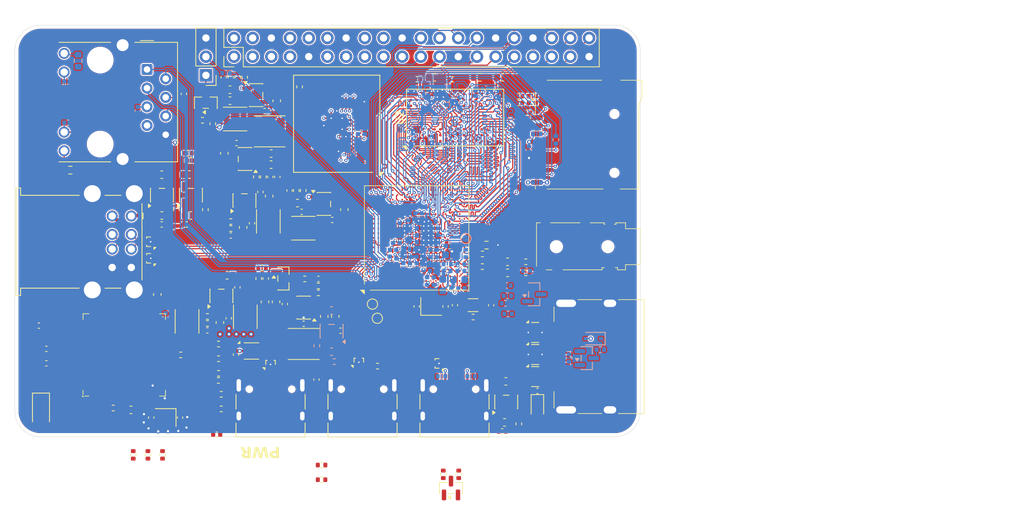
<source format=kicad_pcb>
(kicad_pcb (version 20241229) (generator "pcbnew") (generator_version "9.0")
  (layers (0 "F.Cu" signal) (4 "In1.Cu" signal) (6 "In2.Cu" signal) (2 "B.Cu" signal) (13 "F.Paste" user) (15 "B.Paste" user) (5 "F.SilkS" user "F.Silkscreen") (7 "B.SilkS" user "B.Silkscreen") (1 "F.Mask" user) (3 "B.Mask" user) (25 "Edge.Cuts" user))
  (net 0 "")
  (net 1 "/DDR3/A8")
  (net 2 "+1V5")
  (net 3 "/DDR3/~{WE}")
  (net 4 "/DDR3/CLK+")
  (net 5 "/DDR3/BA1")
  (net 6 "GND")
  (net 7 "/DDR3/ODT")
  (net 8 "/DDR3/A12")
  (net 9 "/DDR3/A10")
  (net 10 "/DDR3/A4")
  (net 12 "/DDR3/CLK-")
  (net 13 "/DDR3/A14")
  (net 14 "/DDR3/A5")
  (net 15 "/DDR3/A3")
  (net 16 "/DDR3/CKE")
  (net 17 "Net-(U2-ZQ)")
  (net 18 "/DDR3/DQM0")
  (net 20 "/DDR3/BA0")
  (net 21 "/DDR3/A9")
  (net 22 "/DDR3/~{RESET}")
  (net 23 "/DDR3/A6")
  (net 25 "/DDR3/A13")
  (net 26 "/DDR3/A7")
  (net 27 "/DDR3/~{RAS}")
  (net 28 "/DDR3/A15")
  (net 29 "/DDR3/A2")
  (net 30 "/DDR3/DQM1")
  (net 31 "/DDR3/A11")
  (net 32 "/DDR3/A1")
  (net 33 "/DDR3/BA2")
  (net 35 "/DDR3/~{CAS}")
  (net 36 "/DDR3/~{CS}")
  (net 37 "/DDR3/A0")
  (net 38 "/DDR3/DQM2")
  (net 39 "/DDR3/DQM3")
  (net 40 "VREF")
  (net 41 "Net-(U1A-SZQ)")
  (net 42 "+1V2_SYSTEM")
  (net 43 "Net-(U3-FB)")
  (net 44 "/DDR3/DQ17")
  (net 45 "/DDR3/DQ14")
  (net 46 "/DDR3/DQ21")
  (net 47 "/DDR3/DQ6")
  (net 48 "/DDR3/DQ1")
  (net 49 "/DDR3/DQ20")
  (net 50 "/DDR3/DQ11")
  (net 51 "/DDR3/DQ28")
  (net 52 "/DDR3/DQ13")
  (net 53 "/DDR3/DQ10")
  (net 54 "/DDR3/DQ3")
  (net 55 "/DDR3/DQ8")
  (net 56 "/DDR3/DQ30")
  (net 57 "/DDR3/DQ25")
  (net 58 "/DDR3/DQ16")
  (net 59 "/DDR3/DQ0")
  (net 60 "/DDR3/DQ24")
  (net 61 "/DDR3/DQ19")
  (net 62 "/DDR3/DQ29")
  (net 63 "/DDR3/DQ9")
  (net 64 "/DDR3/DQ12")
  (net 65 "/DDR3/DQ23")
  (net 66 "/DDR3/DQ5")
  (net 67 "/DDR3/DQ4")
  (net 68 "/DDR3/DQ22")
  (net 69 "/DDR3/DQ31")
  (net 70 "/DDR3/DQ18")
  (net 71 "/DDR3/DQ27")
  (net 72 "/DDR3/DQ2")
  (net 73 "/DDR3/DQ26")
  (net 74 "/DDR3/DQ15")
  (net 75 "/DDR3/DQ7")
  (net 76 "/DDR3/DQS3-")
  (net 77 "/DDR3/DQS1+")
  (net 78 "/DDR3/DQS2-")
  (net 79 "/DDR3/DQS0-")
  (net 80 "/DDR3/DQS1-")
  (net 81 "/DDR3/DQS3+")
  (net 82 "/DDR3/DQS2+")
  (net 83 "/DDR3/DQS0+")
  (net 85 "Net-(U4-FB)")
  (net 86 "Net-(U5-FB)")
  (net 87 "/H3/PWR_CPUFB")
  (net 89 "Net-(U1B-VDD-EFUSE)")
  (net 91 "Net-(U6-FB)")
  (net 92 "Net-(U7-BS)")
  (net 93 "Net-(U7-LX)")
  (net 94 "Net-(U7-FB)")
  (net 95 "+3V3")
  (net 96 "Net-(U8-FB)")
  (net 97 "Net-(Q1-G)")
  (net 98 "Net-(U21-VDDI)")
  (net 99 "Net-(U22-WL_BT_ANT)")
  (net 100 "Net-(U22-VIN_LDO)")
  (net 101 "Net-(U22-XTAL_OUT)")
  (net 102 "Net-(U22-XTAL_IN)")
  (net 103 "Net-(J7-TCT)")
  (net 104 "Net-(J7-RCT)")
  (net 105 "Net-(C125-Pad1)")
  (net 106 "Net-(C126-Pad1)")
  (net 107 "Net-(J2-CC1)")
  (net 108 "Net-(J2-CC2)")
  (net 109 "Net-(J3-CC1)")
  (net 110 "Net-(J3-CC2)")
  (net 112 "Net-(J6-CLK)")
  (net 113 "Net-(AE1-A)")
  (net 114 "Net-(J7-Pad9)")
  (net 116 "Net-(J7-Pad12)")
  (net 117 "/H3/BT_WAKE")
  (net 118 "/H3/SDIO_D3")
  (net 119 "/H3/SDIO_D2")
  (net 120 "/H3/SDIO_D1")
  (net 121 "/H3/SDIO_D0")
  (net 122 "/H3/SDIO_CMD")
  (net 123 "/H3/WL_HOST_WAKE")
  (net 124 "/H3/SDIO_CLK")
  (net 125 "/H3/WL_REG_ON")
  (net 126 "/H3/BT_RXD")
  (net 127 "/H3/~{BT_CTS}")
  (net 128 "Net-(D1-K)")
  (net 129 "/H3/BT_TXD")
  (net 131 "/H3/~{BT_RTS}")
  (net 132 "/H3/~{BT_RST}")
  (net 133 "/H3/BT_HOST_WAKE")
  (net 134 "/H3/WIFI_32K")
  (net 135 "+5V")
  (net 136 "Net-(D2-K)")
  (net 137 "/H3/USB_D1+")
  (net 138 "/H3/USB_D3+")
  (net 139 "/H3/USB_D3-")
  (net 140 "/H3/USB_D2+")
  (net 141 "/H3/USB_D0-")
  (net 142 "/H3/USB_D2-")
  (net 143 "/H3/USB_D1-")
  (net 144 "/H3/USB_D0+")
  (net 145 "/GPDI/GPDI_CEC")
  (net 146 "/GPDI/GPDI_D1+")
  (net 147 "/GPDI/GPDI_D0-")
  (net 148 "/USB/USB_VBUS3")
  (net 149 "/GPDI/GPDI_D2+")
  (net 150 "/GPDI/GPDI_D0+")
  (net 151 "/GPDI/GPDI_D1-")
  (net 152 "/GPDI/GPDI_D2-")
  (net 153 "/GPDI/GPDI_CLK+")
  (net 154 "/GPDI/GPDI_HPD")
  (net 155 "/GPDI/GPDI_CECI")
  (net 156 "/GPDI/GPDI_CLK-")
  (net 157 "/USB/USB_VBUS2")
  (net 158 "/USB/USB_VBUS1")
  (net 159 "/USB/USB_VBUS0")
  (net 160 "Net-(J8-Pin_2)")
  (net 161 "/USB/PWR_CC2")
  (net 162 "/USB/PWR_D+")
  (net 163 "/USB/PWR_D-")
  (net 164 "/USB/PWR_CC1")
  (net 165 "/GPDI/GPDI_SDA")
  (net 166 "Net-(U1D-EPHY_RTX)")
  (net 167 "/H3/EPHY_TX+")
  (net 168 "/H3/EPHY_SPD_LED")
  (net 169 "/H3/EPHY_LINK_LED")
  (net 170 "/H3/EPHY_TX-")
  (net 171 "/H3/EPHY_RX+")
  (net 172 "/H3/EPHY_RX-")
  (net 173 "/H3/AGND")
  (net 174 "/H3/VRA1")
  (net 175 "/GPDI/GPDI_SCL")
  (net 176 "/H3/SD_D3")
  (net 177 "/H3/SD_D1")
  (net 179 "/H3/SD_CMD")
  (net 180 "/H3/SD_D2")
  (net 181 "/H3/SD_DET")
  (net 184 "Net-(J8-Pin_1)")
  (net 186 "/H3/SD_D0")
  (net 187 "/H3/eMMC_CMD")
  (net 188 "/H3/SD_CLK")
  (net 190 "/H3/eMMC_D5")
  (net 197 "/H3/PWR_VSET")
  (net 212 "/H3/~{eMMC_RST}")
  (net 219 "/H3/eMMC_D2")
  (net 220 "/H3/eMMC_D6")
  (net 221 "+1V1_CPUX")
  (net 225 "unconnected-(U1F-PL10-PadV2)")
  (net 227 "+3V3_WIFI")
  (net 236 "+3V3_AVCC")
  (net 238 "/H3/eMMC_CLK")
  (net 244 "/H3/eMMC_D0")
  (net 246 "/H3/eMMC_D3")
  (net 250 "/H3/eMMC_D1")
  (net 253 "unconnected-(J9-Pin_35-Pad35)")
  (net 255 "VDD_CPUS")
  (net 256 "/H3/eMMC_D7")
  (net 264 "/H3/eMMC_D4")
  (net 265 "/Audio/AUDIO_L")
  (net 266 "/Audio/AUDIO_R")
  (net 267 "/Audio/TV_OUT")
  (net 269 "/GPIO/CPU_RX")
  (net 270 "/GPIO/CPU_TX")
  (net 271 "unconnected-(J9-Pin_23-Pad23)")
  (net 272 "unconnected-(J9-Pin_21-Pad21)")
  (net 276 "unconnected-(J9-Pin_19-Pad19)")
  (net 277 "unconnected-(J9-Pin_32-Pad32)")
  (net 280 "unconnected-(J9-Pin_37-Pad37)")
  (net 281 "unconnected-(J9-Pin_38-Pad38)")
  (net 282 "unconnected-(J9-Pin_36-Pad36)")
  (net 283 "unconnected-(J9-Pin_40-Pad40)")
  (net 284 "unconnected-(J9-Pin_26-Pad26)")
  (net 287 "unconnected-(J9-Pin_31-Pad31)")
  (net 290 "unconnected-(J9-Pin_27-Pad27)")
  (net 291 "unconnected-(J9-Pin_33-Pad33)")
  (net 293 "unconnected-(J9-Pin_29-Pad29)")
  (net 294 "unconnected-(J9-Pin_28-Pad28)")
  (net 295 "Net-(U22-VIN_LDO_OUT)")
  (net 296 "Net-(Q1-D)")
  (net 297 "Net-(Q2-D)")
  (net 298 "Net-(Q4-S)")
  (net 299 "Net-(U9-ISET)")
  (net 300 "Net-(U10-ISET)")
  (net 301 "Net-(U11-ISET)")
  (net 302 "Net-(U12-ISET)")
  (net 303 "Net-(U22-SDIO_DATA_CLK)")
  (net 304 "Net-(U3-LX)")
  (net 305 "Net-(U4-LX)")
  (net 306 "Net-(U5-LX)")
  (net 307 "Net-(U6-LX)")
  (net 308 "Net-(U8-LX)")
  (net 438 "/H3/KEYADC")
  (net 440 "/H3/VRA2")
  (net 442 "/H3/VRP")
  (net 445 "/H3/X32KI")
  (net 448 "/H3/X24MI")
  (net 449 "Net-(U1G-JTAG-SEL0)")
  (net 451 "/H3/X32KO")
  (net 454 "Net-(U1G-GND-CPUFB)")
  (net 457 "Net-(U1G-JTAG-SEL1)")
  (net 458 "/H3/X24MO")
  (net 459 "Net-(U1G-NMI)")
  (net 460 "Net-(J10-Pad4)")
  (net 461 "Net-(J10-Pad3)")
  (net 464 "+3V3_IO")
  (net 467 "/H3/PWR_IO")
  (net 468 "/H3/PWR_DRAM")
  (net 469 "/H3/PWR_SYSTEM")
  (net 478 "Net-(C129-Pad2)")
  (net 479 "/H3/RESET")
  (net 480 "Net-(Q5-B)")
  (net 481 "/H3/PWR_KEY")
  (net 482 "/H3/UBOOT")
  (net 483 "/H3/RECOVERY")
  (footprint "Capacitor_SMD:C_0402_1005Metric" (layer "F.Cu") (at 97.4 121.625 -90)
    (property "Reference" "C94" (hide yes))
    (property "Value" "NC")
  )
  (footprint "Package_TO_SOT_SMD:Texas_DRT-3" (layer "F.Cu") (at 81.76 116.62 90)
    (property "Reference" "U16" (hide yes))
    (property "Value" "TPD2EUSB30")
  )
  (footprint "Capacitor_SMD:C_0603_1608Metric" (layer "F.Cu") (at 92.5375 95.9375)
    (property "Reference" "C5" (hide yes))
    (property "Value" "22uF")
  )
  (footprint "Capacitor_SMD:C_0603_1608Metric" (layer "F.Cu") (at 98.125 104.625 180)
    (property "Reference" "C79" (hide yes))
    (property "Value" "10uF")
  )
  (footprint "Resistor_SMD:R_0402_1005Metric" (layer "F.Cu") (at 123.625 148.26 90)
    (property "Reference" "R28" (hide yes))
    (property "Value" "33k")
  )
  (footprint "Capacitor_SMD:C_0402_1005Metric" (layer "F.Cu") (at 83.258188 114.27 180)
    (property "Reference" "C98" (hide yes))
    (property "Value" "100nF")
  )
  (footprint "Package_TO_SOT_SMD:Texas_DRT-3" (layer "F.Cu") (at 81.765 118.87 90)
    (property "Reference" "U14" (hide yes))
    (property "Value" "TPD2EUSB30")
  )
  (footprint "TestPoint:TestPoint_Pad_D1.0mm" (layer "F.Cu") (at 112.56 127.03)
    (property "Reference" "TP3" (hide yes))
    (property "Value" "TestPoint")
  )
  (footprint "Resistor_SMD:R_0402_1005Metric" (layer "F.Cu") (at 126.832408 120.005092 180)
    (property "Reference" "R62" (hide yes))
    (property "Value" "100k")
  )
  (footprint "Package_DFN_QFN:Diodes_UDFN-10_1.0x2.5mm_P0.5mm" (layer "F.Cu") (at 134.0175 128.96)
    (property "Reference" "U19" (hide yes))
    (property "Value" "UCL0524P")
  )
  (footprint "Capacitor_SMD:C_0402_1005Metric" (layer "F.Cu") (at 92.37 127.03 -90)
    (property "Reference" "C62" (hide yes))
    (property "Value" "100nF")
  )
  (footprint "Resistor_SMD:R_0402_1005Metric" (layer "F.Cu") (at 87.205 105.575 180)
    (property "Reference" "R40" (hide yes))
    (property "Value" "2k")
  )
  (footprint "Capacitor_SMD:C_0402_1005Metric" (layer "F.Cu") (at 102.28 112.5525 180)
    (property "Reference" "C67" (hide yes))
    (property "Value" "100nF")
  )
  (footprint "Resistor_SMD:R_0402_1005Metric" (layer "F.Cu") (at 125.572408 126.865092 180)
    (property "Reference" "R6" (hide yes))
    (property "Value" "10M")
  )
  (footprint "Package_TO_SOT_SMD:TSOT-23-6" (layer "F.Cu") (at 102.55 125.575 180)
    (property "Reference" "U7" (hide yes))
    (property "Value" "SY8113")
  )
  (footprint "cm0:USB_A_SHOUHAN_AF_SS-JB17.6_Horizontal_Stacked" (layer "F.Cu") (at 76.68 116.62 -90)
    (property "Reference" "J1" (hide yes))
    (property "Value" "USB_A_Stacked")
  )
  (footprint "Inductor_SMD:L_Sunlord_SWPA3015S" (layer "F.Cu") (at 102.505 114.7775 180)
    (property "Reference" "L2" (hide yes))
    (property "Value" "2.2uH")
  )
  (footprint "cm0:microSD_TF-01A" (layer "F.Cu") (at 139.54 101.991 90)
    (property "Reference" "J6" (hide yes))
    (property "Value" "Micro_SD_Card_Det1")
  )
  (footprint "Capacitor_SMD:C_0603_1608Metric" (layer "F.Cu") (at 98.8875 97.45 90)
    (property "Reference" "C69" (hide yes))
    (property "Value" "10uF")
  )
  (footprint "Capacitor_SMD:C_0603_1608Metric" (layer "F.Cu") (at 83.268188 113.05)
    (property "Reference" "C99" (hide yes))
    (property "Value" "10uF")
  )
  (footprint "Capacitor_SMD:C_0402_1005Metric" (layer "F.Cu") (at 86.658188 114.27 180)
    (property "Reference" "C101" (hide yes))
    (property "Value" "100nF")
  )
  (footprint "Inductor_SMD:L_Sunlord_SWPA3015S" (layer "F.Cu") (at 97.75 113.85 -90)
    (property "Reference" "L6" (hide yes))
    (property "Value" "2.2uH")
  )
  (footprint "Capacitor_SMD:C_0402_1005Metric" (layer "F.Cu") (at 117.92 94.5025)
    (property "Reference" "C45" (hide yes))
    (property "Value" "1uF")
  )
  (footprint "Capacitor_SMD:C_0402_1005Metric" (layer "F.Cu") (at 104.29 135.37 90)
    (property "Reference" "C104" (hide yes))
    (property "Value" "100nF")
  )
  (footprint "Package_TO_SOT_SMD:SOT-23" (layer "F.Cu") (at 122.575 150.1225 90)
    (property "Reference" "Q2" (hide yes))
    (property "Value" "AO3415A")
  )
  (footprint "Resistor_SMD:R_0402_1005Metric" (layer "F.Cu") (at 121.525 148.26 -90)
    (property "Reference" "R27" (hide yes))
    (property "Value" "100k")
  )
  (footprint "Capacitor_SMD:C_0402_1005Metric" (layer "F.Cu") (at 67.58 131.19)
    (property "Reference" "C116" (hide yes))
    (property "Value" "NC")
  )
  (footprint "Resistor_SMD:R_0402_1005Metric" (layer "F.Cu") (at 102 95.55 90)
    (property "Reference" "R41" (hide yes))
    (property "Value" "10k")
  )
  (footprint "Capacitor_SMD:C_0402_1005Metric" (layer "F.Cu") (at 104.55 121.675 180)
    (property "Reference" "C88" (hide yes))
    (property "Value" "22pF")
  )
  (footprint "Resistor_SMD:R_0402_1005Metric" (layer "F.Cu") (at 91.35 139.36 180)
    (property "Reference" "R52" (hide yes))
    (property "Value" "100k")
  )
  (footprint "Resistor_SMD:R_0402_1005Metric" (layer "F.Cu") (at 102.495 109.6525 90)
    (property "Reference" "R16" (hide yes))
    (property "Value" "10k")
  )
  (footprint "Capacitor_SMD:C_0402_1005Metric" (layer "F.Cu") (at 95.525 114.1 -90)
    (property "Reference" "C92" (hide yes))
    (property "Value" "100nF")
  )
  (footprint "Capacitor_SMD:C_0603_1608Metric" (layer "F.Cu") (at 91.17 127.605 90)
    (property "Reference" "C63" (hide yes))
    (property "Value" "10uF")
  )
  (footprint "Package_TO_SOT_SMD:Texas_DRT-3" (layer "F.Cu") (at 98.05 133.31)
    (property "Reference" "U18" (hide yes))
    (property "Value" "TPD2EUSB30")
  )
  (footprint "Resistor_SMD:R_0402_1005Metric" (layer "F.Cu") (at 89.47 127.73)
    (property "Reference" "R12" (hide yes))
    (property "Value" "10k")
  )
  (footprint "Package_TO_SOT_SMD:SOT-23-5" (layer "F.Cu") (at 83.2875 110.273333 90)
    (property "Reference" "U10" (hide yes))
    (property "Value" "SY6280AAC")
  )
  (footprint "Capacitor_SMD:C_0603_1608Metric" (layer "F.Cu") (at 94.325 114.675 90)
    (property "Reference" "C93" (hide yes))
    (property "Value" "22uF")
  )
  (footprint "Resistor_SMD:R_0402_1005Metric" (layer "F.Cu") (at 90.99 130.54 180)
    (property "Reference" "R48" (hide yes))
    (property "Value" "33k")
  )
  (footprint "TestPoint:TestPoint_Pad_D1.0mm" (layer "F.Cu") (at 111.9 125.1)
    (property "Reference" "TP2" (hide yes))
    (property "Value" "TestPoint")
  )
  (footprint "Connector_PinHeader_2.54mm:PinHeader_2x20_P2.54mm_Vertical" (layer "F.Cu") (at 93.08 91.44 90)
    (property "Reference" "J9" (hide yes))
    (property "Value" "GPIO")
  )
  (footprint "Capacitor_SMD:C_0402_1005Metric" (layer "F.Cu") (at 98.025 107.8 -90)
    (property "Reference" "C77" (hide yes))
    (property "Value" "22pF")
  )
  (footprint "Resistor_SMD:R_0402_1005Metric" (layer "F.Cu") (at 104.985 147)
    (property "Reference" "R10" (hide yes))
    (property "Value" "10k")
  )
  (footprint "Resistor_SMD:R_0603_1608Metric" (layer "F.Cu") (at 70.845 106.88 180)
    (property "Reference" "R54" (hide yes))
    (property "Value" "240")
  )
  (footprint "Package_BGA:LFBGA-153_11.5x13mm_Layout14x14_P0.5mm" (layer "F.Cu") (at 107.04 100.57 180)
    (property "Reference" "U21" (hide yes))
    (property "Value" "EMMC5.1_BGA153")
  )
  (footprint "Capacitor_SMD:C_0402_1005Metric" (layer "F.Cu") (at 131.772408 97.733818 180)
    (property "Reference" "C43" (hide yes))
    (property "Value" "100nF")
  )
  (footprint "Resistor_SMD:R_0402_1005Metric" (layer "F.Cu") (at 76.67 139.24)
    (property "Reference" "R45" (hide yes))
    (property "Value" "10k")
  )
  (footprint "Capacitor_SMD:C_0603_1608Metric" (layer "F.Cu") (at 98.8 124.8 90)
    (property "Reference" "C83" (hide yes))
    (property "Value" "10uF")
  )
  (footprint "Resistor_SMD:R_0402_1005Metric" (layer "F.Cu") (at 85.842459 132.015841 180)
    (property "Reference" "R53" (hide yes))
    (property "Value" "33")
  )
  (footprint "Capacitor_SMD:C_0402_1005Metric" (layer "F.Cu") (at 86.27 96.51 -90)
    (property "Reference" "C121" (hide yes))
    (property "Value" "100nF")
  )
  (footprint "Resistor_SMD:R_0402_1005Metric" (layer "F.Cu") (at 93.5875 94.2375 -90)
    (property "Reference" "R15" (hide yes))
    (property "Value" "10k")
  )
  (footprint "Resistor_SMD:R_0402_1005Metric" (layer "F.Cu") (at 88.8 100.1)
    (property "Reference" "R56" (hide yes))
    (property "Value" "10k")
  )
  (footprint "Resistor_SMD:R_0402_1005Metric" (layer "F.Cu") (at 96.125 107.8 -90)
    (property "Reference" "R19" (hide yes))
    (property "Value" "100k")
  )
  (footprint "Capacitor_SMD:C_0402_1005Metric" (layer "F.Cu") (at 100.63 109.6525 90)
    (property "Reference" "C66" (hide yes))
    (property "Value" "22pF")
  )
  (footprint "Capacitor_SMD:C_0402_1005Metric" (layer "F.Cu") (at 133.633882 97.733817 180)
    (property "Reference" "C42" (hide yes))
    (property "Value" "100nF")
  )
  (footprint "Resistor_SMD:R_0402_1005Metric" (layer "F.Cu") (at 81.38 145.61 90)
    (property "Reference" "R69" (hide yes))
    (property "Value" "100k")
  )
  (footprint "Capacitor_SMD:C_0603_1608Metric" (layer "F.Cu") (at 92.5375 97.425)
    (property "Reference" "C73" (hide yes))
    (property "Value" "10uF")
  )
  (footprint "Package_TO_SOT_SMD:SOT-23-5" (layer "F.Cu") (at 91.37 123.98 90)
    (property "Reference" "U3" (hide yes))
    (property "Value" "SY8088")
  )
  (footprint "Resistor_SMD:R_0402_1005Metric" (layer "F.Cu") (at 96.9 120.175 180)
    (property "Reference" "R24" (hide yes))
    (property "Value" "0")
  )
  (footprint "Capacitor_SMD:C_0603_1608Metric" (layer "F.Cu") (at 79.08 139.5 180)
    (property "Reference" "C112" (hide yes))
    (property "Value" "10uF")
  )
  (footprint "Package_DFN_QFN:Diodes_UDFN-10_1.0x2.5mm_P0.5mm" (layer "F.Cu") (at 134.0175 131.96)
    (property "Reference" "U20" (hide yes))
    (property "Value" "UCL0524P")
  )
  (footprint "Resistor_SMD:R_0402_1005Metric" (layer "F.Cu") (at 83.37 145.61 90)
    (property "Reference" "R70" (hide yes))
    (property "Value" "100k")
  )
  (footprint "Capacitor_SMD:C_0603_1608Metric" (layer "F.Cu") (at 98.125 106.125 180)
    (property "Reference" "C80" (hide yes))
    (property "Value" "22uF")
  )
  (footprint "cm0:USB_C_Receptacle_HRO_TYPE-C-31-M-12" (layer "F.Cu") (at 123.05 139.28)
    (property "Reference" "J2" (hide yes))
    (property "Value" "USB_C_Receptacle_USB2.0_14P")
  )
  (footprint "Resistor_SMD:R_0402_1005Metric" (layer "F.Cu") (at 104.985 148.99)
    (property "Reference" "R11" (hide yes))
    (property "Value" "10k")
  )
  (footprint "Resistor_SMD:R_0402_1005Metric" (layer "F.Cu") (at 102.7 121.675 180)
    (property "Reference" "R22" (hide yes))
    (property "Value" "33k")
  )
  (footprint "Crystal:Crystal_SMD_3215-2Pin_3.2x1.5mm" (layer "F.Cu") (at 125.572408 125.245092 180)
    (property "Reference" "Y1" (hide yes))
    (property "Value" "32kHz")
  )
  (footprint "Capacitor_SMD:C_0402_1005Metric" (layer "F.Cu") (at 81.835504 140.541833 90)
    (property "Reference" "C120" (hide yes))
    (property "Value" "10pF")
  )
  (footprint "Capacitor_SMD:C_0603_1608Metric" (layer "F.Cu") (at 108.08 112.2525 90)
    (property "Reference" "C64" (hide yes))
    (property "Value" "10uF")
  )
  (footprint "Capacitor_SMD:C_0402_1005Metric" (layer "F.Cu") (at 67.58 133.16)
    (property "Reference" "C117" (hide yes))
    (property "Value" "NC")
  )
  (footprint "Package_TO_SOT_SMD:SOT-23-5" (layer "F.Cu") (at 105.305 111.4775)
    (property "Reference" "U4" (hide yes))
    (property "Value" "SY8088")
  )
  (footprint "Resistor_SMD:R_0402_1005Metric" (layer "F.Cu") (at 85.258188 112.25 -90)
    (property "Reference" "R32" (hide yes))
    (property "Value" "10k")
  )
  (footprint "Connector_RJ:RJ45_Hanrun_HR911105A_Horizontal" (layer "F.Cu") (at 81.26 93.18 -90)
    (property "Reference" "J7" (hide yes))
    (property "Value" "RJ45_Hanrun_HR913550A_Horizontal")
  )
  (footprint "Capacitor_SMD:C_0402_1005Metric" (layer "F.Cu") (at 66.56449 128.030699)
    (property "Reference" "C115" (hide yes))
    (property "Value" "10pF")
  )
  (footprint "Capacitor_SMD:C_0603_1608Metric" (layer "F.Cu") (at 106.85 126.775 90)
    (property "Reference" "C87" (hide yes))
    (property "Value" "22uF")
  )
  (footprint "Capacitor_SMD:C_0402_1005Metric" (layer "F.Cu") (at 129.54 142.42 180)
    (property "Reference" "C95" (hide yes))
    (property "Value" "100nF")
  )
  (footprint "Inductor_SMD:L_Sunlord_SWPA3015S" (layer "F.Cu") (at 93.2375 99.925 180)
    (property "Reference" "L3" (hide yes))
    (property "Value" "2.2uH")
  )
  (footprint "Package_TO_SOT_SMD:SOT-23-5" (layer "F.Cu") (at 94.5 111 90)
    (property "Reference" "U8" (hide yes))
    (property "Value" "SY8088")
  )
  (footprint "Resistor_SMD:R_0402_1005Metric" (layer "F.Cu") (at 104.55 123.575)
    (property "Reference" "R21" (hide yes))
    (property "Value" "11.8K")
  )
  (footprint "Capacitor_SMD:C_0402_1005Metric" (layer "F.Cu") (at 102.55 127.775)
    (property "Reference" "C81" (hide yes))
    (property "Value" "100nF")
  )
  (footprint "Capacitor_SMD:C_0402_1005Metric" (layer "F.Cu") (at 132.872408 99.075092 180)
    (property "Reference" "C9" (hide yes))
    (property "Value" "100nF")
  )
  (footprint "Resistor_SMD:R_0402_1005Metric" (layer "F.Cu") (at 132.74 119.345 180)
    (property "Reference" "R59" (hide yes))
    (property "Value" "33")
  )
  (footprint "Inductor_SMD:L_Sunlord_SWPA3015S" (layer "F.Cu") (at 94.62 126.83 -90)
    (property "Reference" "L1" (hide yes))
    (property "Value" "2.2uH")
  )
  (footprint "Package_TO_SOT_SMD:SOT-23-5" (layer "F.Cu") (at 87.2275 110.273333 90)
    (property "Reference" "U11" (hide yes))
    (property "Value" "SY6280AAC")
  )
  (footprint "Resistor_SMD:R_0402_1005Metric" (layer "F.Cu") (at 94.5375 94.2375 90)
    (property "Reference" "R17" (hide yes))
    (property "Value" "2.2k")
  )
  (footprint "Capacitor_SMD:C_0402_1005Metric" (layer "F.Cu") (at 97.2375 98.85)
    (property "Reference" "C70" (hide yes))
    (property "Value" "100nF")
  )
  (footprint "Resistor_SMD:R_0603_1608Metric" (layer "F.Cu") (at 126.465 94.2525)
    (property "Reference" "R9" (hide yes))
    (property "Value" "240")
  )
  (footprint "Capacitor_SMD:C_0603_1608Metric" (layer "F.Cu") (at 87.204643 113.044284)
    (property "Reference" "C102" (hide yes))
    (property "Value" "10uF")
  )
  (footprint "Resistor_SMD:R_0402_1005Metric" (layer "F.Cu") (at 90.965 135.49 180)
    (property "Reference" "R46" (hide yes))
    (property "Value" "33k")
  )
  (footprint "Resistor_SMD:R_0402_1005Metric" (layer "F.Cu") (at 79.39 145.61 90)
    (property "Reference" "R51" (hide yes))
    (property "Value" "10k")
  )
  (footprint "Resistor_SMD:R_0402_1005Metric" (layer "F.Cu") (at 97.075 107.8 90)
    (property "Reference" "R18" (hide yes))
    (property "Value" "100k")
  )
  (footprint "Resistor_SMD:R_0402_1005Metric" (layer "F.Cu") (at 126.842408 118.275092 180)
    (property "Reference" "R61" (hide yes))
    (property "Value" "47k")
  )
  (footprint "Resistor_SMD:R_0402_1005Metric" (layer "F.Cu") (at 131.8 141.39 -90)
    (property "Reference" "R31" (hide yes))
    (property "Value" "10k")
  )
  (footprint "Resistor_SMD:R_0402_1005Metric" (layer "F.Cu") (at 91.35 137.37 180)
    (property "Reference" "R49" (hide yes))
    (property "Value" "33k")
  )
  (footprint "Capacitor_SMD:C_0603_1608Metric" (layer "F.Cu") (at 83.268188 107.5)
    (property "Reference" "C103" (hide yes))
    (property "Value" "10uF")
  )
  (footprint "Inductor_SMD:L_Sunlord_SWPA3015S" (layer "F.Cu") (at 86.7 127.45 90)
    (property "Reference" "L7" (hide yes))
    (property "Value" "2.2uH")
  )
  (footprint "cm0:AP6212" (layer "F.Cu") (at 78.17 132.0175 90)
    (property "Reference" "U22" (hide yes))
    (property "Value" "AP6212")
  )
  (footprint "Capacitor_SMD:C_0402_1005Metric" (layer "F.Cu") (at 98.975 107.8 90)
    (property "Reference" "C78" (hide yes))
    (property "Value" "100nF")
  )
  (footprint "Capacitor_SMD:C_0402_1005Metric" (layer "F.Cu") (at 128.032408 125.255092 -90)
    (property "Reference" "C34" (hide yes))
    (property "Value" "15pF")
  )
  (footprint "Package_TO_SOT_SMD:Texas_DRT-3" (layer "F.Cu") (at 110.05 133.01)
    (property "Reference" "U15" (hide yes))
    (property "Value" "TPD2EUSB30")
  )
  (footprint "Capacitor_SMD:C_0402_1005Metric" (layer "F.Cu") (at 106.43 113.6525)
    (property "Reference" "C65" (hide yes))
    (property "Value" "100nF")
  )
  (footprint "cm0:FBGA-347_14x14mm_Layout21x21_P0.65mm" (layer "F.Cu") (at 117.9 116.1 90)
    (property "Reference" "U1" (hide yes))
    (property "Value" "H3")
  )
  (footprint "Resistor_SMD:R_0402_1005Metric" (layer "F.Cu") (at 90.99 132.53 180)
    (property "Reference" "R47" (hide yes))
    (property "Value" "33k")
  )
  (footprint "Capacitor_SMD:C_0603_1608Metric" (layer "F.Cu") (at 92.145 121.18 180)
    (property "Reference" "C59" (hide yes))
    (property "Value" "22uF")
  )
  (footprint "Capacitor_SMD:C_0603_1608Metric" (layer "F.Cu") (at 130.03 135.61)
    (property "Reference" "C97" (hide yes))
    (property "Value" "10uF")
  )
  (footprint "Connector_PinHeader_2.54mm:PinHeader_1x03_P2.54mm_Vertical" (layer "F.Cu") (at 89.27 93.98 180)
    (property "Reference" "J8" (hide yes))
    (property "Value" "Conn_01x03")
  )
  (footprint "Package_DFN_QFN:DFN-6-1EP_2x2mm_P0.65mm_EP1x1.6mm" (layer "F.Cu") (at 95.46 131.48)
    (property "Reference" "U17" (hide yes))
    (property "Value" "HUSB237")
  )
  (footprint "cm0:USB_C_Receptacle_HRO_TYPE-C-31-M-12" (layer "F.Cu") (at 110.55 139.28)
    (property "Reference" "J3" (hide yes))
    (property "Value" "USB_C_Receptacle_USB2.0_14P")
  )
  (footprint "Resistor_SMD:R_0402_1005Metric" (layer "F.Cu") (at 86.825 104.575 180)
    (property "Reference" "R39" (hide yes))
    (property "Value" "2k")
  )
  (footprint "Crystal:Crystal_SMD_2016-4Pin_2.0x1.6mm" (layer "F.Cu") (at 119.877408 125.415092)
    (property "Reference" "Y3" (hide yes))
    (property "Value" "24MHz")
  )
  (footprint "Capacitor_SMD:C_0603_1608Metric" (layer "F.Cu") (at 97.86 110.40875 -90)
    (property "Reference" "C89" (hide yes))
    (property "Value" "10uF")
  )
  (footprint "Capacitor_SMD:C_0603_1608Metric" (layer "F.Cu") (at 82.67 123.795 90)
    (property "Reference" "C118" (hide yes))
    (property "Value" "10uF")
  )
  (footprint "Diode_SMD:D_SOD-323" (layer "F.Cu") (at 134.32 139.02 -90)
    (property "Reference" "D2" (hide yes))
    (property "Value" "1N5819WS")
  )
  (footprint "Capacitor_SMD:C_0603_1608Metric" (layer "F.Cu") (at 120.37 94.25)
    (property "Reference" "C44" (hide yes))
    (property "Value" "10uF")
  )
  (footprint "Package_DFN_QFN:Diodes_UDFN-10_1.0x2.5mm_P0.5mm" (layer "F.Cu") (at 134.0175 134.96)
    (property "Reference" "U23" (hide yes))
    (property "Value" "UCL0524P")
  )
  (footprint "Capacitor_SMD:C_0402_1005Metric" (layer "F.Cu") (at 134.32 136.92)
    (property "Reference" "C108" (hide yes))
    (property "Value" "100nF")
  )
  (footprint "Capacitor_SMD:C_0402_1005Metric" (layer "F.Cu") (at 123.112408 125.245092 -90)
    (property "Reference" "C39" (hide yes))
    (property "Value" "15pF")
  )
  (footprint "Capacitor_SMD:C_0603_1608Metric" (layer "F.Cu") (at 101.705 111.3525)
    (property "Reference" "C68" (hide yes))
    (property "Value" "10uF")
  )
  (footprint "Capacitor_SMD:C_0402_1005Metric" (layer "F.Cu") (at 122.82 94.5225 180)
    (property "Reference" "C51" (hide yes))
    (property "Value" "1uF")
  )
  (footprint "Capacitor_SMD:C_0603_1608Metric" (layer "F.Cu") (at 129.85 141.2)
    (property "Reference" "C96" (hide yes))
    (property "Value" "10uF")
  )
  (footprint "Resistor_SMD:R_0402_1005Metric" (layer "F.Cu") (at 92.65 114.825)
    (property "Reference" "R25" (hide yes))
    (property "Value" "10k")
  )
  (footprint "Package_TO_SOT_SMD:SOT-23" (layer "F.Cu") (at 99.8 121.625)
    (property "Reference" "Q1" (hide yes))
    (property "Value" "BSN20")
  )
  (footprint "cm0:GPDI_A_XUNPU_001S" (layer "F.Cu") (at 140.82 132.24 90)
    (property "Reference" "J5" (hide yes))
    (property "Value" "GPDI_A")
  )
  (footprint "Resistor_SMD:R_0603_1608Metric" (layer "F.Cu") (at 127.4 117.08 180)
    (property "Reference" "R2" (hide yes))
    (property "Value" "240")
  )
  (footprint "Resistor_SMD:R_0402_1005Metric" (layer "F.Cu") (at 90.99 134.52 180)
    (property "Reference" "R50" (hide yes))
    (property "Value" "33k")
  )
  (footprint "Capacitor_SMD:C_0402_1005Metric" (layer "F.Cu") (at 93.545 122.83 90)
    (property "Reference" "C60" (hide yes))
    (property "Value" "100nF")
  )
  (footprint "Capacitor_SMD:C_0402_1005Metric" (layer "F.Cu") (at 96.675 109.85 90)
    (property "Reference" "C90" (hide yes))
    (property "Value" "100nF")
  )
  (footprint "Package_TO_SOT_SMD:SOT-23-5" (layer "F.Cu") (at 130.08 138.41 90)
    (property "Reference" "U9" (hide yes))
    (property "Value" "SY6280AAC")
  )
  (footprint "Capacitor_SMD:C_0603_1608Metric" (layer "F.Cu") (at 130.265 120.845 180)
    (property "Reference" "C126" (hide yes))
    (property "Value" "10uF")
  )
  (footprint "Resistor_SMD:R_0402_1005Metric" (layer "F.Cu") (at 112.58 133.54 180)
    (property "Reference" "R35" (hide yes))
    (property "Value" "56k")
  )
  (footprint "Capacitor_SMD:C_0402_1005Metric" (layer "F.Cu") (at 121.837408 125.415092 90)
    (property "Reference" "C127" (hide yes))
    (property "Value" "15pF")
  )
  (footprint "Capacitor_SMD:C_0603_1608Metric" (layer "F.Cu") (at 91.775 104.575 -90)
    (property "Reference" "C75" (hide yes))
    (property "Value" "22uF")
  )
  (footprint "Resistor_SMD:R_0402_1005Metric" (layer "F.Cu") (at 101.555 109.6525 -90)
    (property "Reference" "R14" (hide yes))
    (property "Value" "15k")
  )
  (footprint "Resistor_SMD:R_0402_1005Metric" (layer "F.Cu") (at 89.47 126.78 180)
    (property "Reference" "R13" (hide yes))
    (property "Value" "2.2k")
  )
  (footprint "Resistor_SMD:R_0402_1005Metric" (layer "F.Cu") (at 90.2 100.56 90)
    (property "Reference" "R57" (hide yes))
    (property "Value" "33")
  )
  (footprint "Capacitor_SMD:C_0603_1608Metric" (layer "F.Cu") (at 97.3 124.8 90)
    (property "Reference" "C82" (hide yes))
    (property "Value" "22uF")
  )
  (footprint "Resistor_SMD:R_0402_1005Metric" (layer "F.Cu") (at 104.55 122.625 180)
    (property "Reference" "R20" (hide yes))
    (property "Value" "10k")
  )
  (footprint "Capacitor_SMD:C_0402_1005Metric" (layer "F.Cu") (at 85.752179 140.540377 -90)
    (property "Reference" "C119" (hide yes))
    (property "Value" "10pF")
  )
  (footprint "Capacitor_SMD:C_0402_1005Metric" (layer "F.Cu") (at 92.65 115.775 180)
    (property "Reference" "C91" (hide yes))
    (property "Value" "22pF")
  )
  (footprint "Package_TO_SOT_SMD:SOT-23" (layer "F.Cu") (at 89.25 97.7 90)
    (property "Reference" "Q4" (hide yes))
    (property "Value" "BSN20")
  )
  (footprint "Capacitor_SMD:C_0402_1005Metric" (layer "F.Cu") (at 100 125.095 -90)
    (property "Reference" "C84" (hide yes))
    (property "Value" "100nF")
  )
  (footprint "Capacitor_SMD:C_0402_1005Metric" (layer "F.Cu") (at 92.6375 94.2375 90)
    (property "Reference" "C71" (hide yes))
    (property "Value" "22pF")
  )
  (footprint "Resistor_SMD:R_0402_1005Metric" (layer "F.Cu") (at 92.65 113.875 180)
    (property "Reference" "R26" (hide yes))
    (property "Value" "2.2k")
  )
  (footprint "Capacitor_SMD:C_0402_1005Metric" (layer "F.Cu") (at 117.917408 125.415092 -90)
    (property "Reference" "C128" (hide yes))
    (property "Value" "15pF")
  )
  (footprint "Resistor_SMD:R_0402_1005Metric" (layer "F.Cu") (at 131.772408 96.805092)
    (property "Reference" "R8" (hide yes))
    (property "Value" "2k")
  )
  (footprint "Capacitor_SMD:C_0402_1005Metric" (layer "F.Cu") (at 90.73 142.87 180)
    (property "Reference" "C114" (hide yes))
    (property "Value" "100nF")
  )
  (footprint "Package_BGA:FBGA-96_7.5x13mm_Layout9x16_P0.8mm" (layer "F.Cu") (at 123.13 99.73 90)
    (property "Reference" "U2")
    (property "Value" "H5TQ4G63EFR")
  )
  (footprint "Capacitor_SMD:C_0402_1005Metric" (layer "F.Cu") (at 89.47 128.68 180)
    (property "Reference" "C61" (hide yes))
    (property "Value" "22pF")
  )
  (footprint "cm0:Jack_3.5mm_SHOUHAN_PJ-342" (layer "F.Cu") (at 136.9 117.29 180)
    (property "Reference" "J10" (hide yes))
    (property "Value" "AudioJack_PJ-342")
  )
  (footprint "Capacitor_SMD:C_0402_1005Metric" (layer "F.Cu") (at 93.425 103.2 180)
    (property "Reference" "C76" (hide yes))
    (property "Value" "100nF")
  )
  (footprint "Capacitor_SMD:C_0402_1005Metric" (layer "F.Cu") (at 91.6875 94.2375 -90)
    (property "Reference" "C72" (hide yes))
    (property "Value" "100nF")
  )
  (footprint "Package_TO_SOT_SMD:SOT-23-5" (layer "F.Cu") (at 96.0875 96.675)
    (property "Reference" "U5" (hide yes))
    (property "Value" "SY8088")
  )
  (footprint "Package_TO_SOT_SMD:Texas_DRT-3" (layer "F.Cu") (at 120.9525 133.17 90)
    (property "Reference" "U13" (hide yes))
    (property "Value" "TPD2EUSB30")
  )
  (footprint "Capacitor_SMD:C_0402_1005Metric" (layer "F.Cu") (at 107.55 128.725 180)
    (property "Reference" "C85" (hide yes))
    (property "Value" "100nF")
  )
  (footprint "Inductor_SMD:L_Sunlord_SWPA4030S" (layer "F.Cu") (at 102.55 130.525)
    (property "Reference" "L5" (hide yes))
    (property "Value" "2.2uH")
  )
  (footprint "Capacitor_SMD:C_0603_1608Metric" (layer "F.Cu") (at 129.605 94.2525)
    (property "Reference" "C50" (hide yes))
    (property "Value" "10uF")
  )
  (footprint "Inductor_SMD:L_Sunlord_SWPA4030S" (layer "F.Cu") (at 97.925 101.6)
    (property "Reference" "L4" (hide yes))
    (property "Value" "2.2uH")
  )
  (footprint "Package_TO_SOT_SMD:SOT-23-5" (layer "F.Cu") (at 94.575 105.3625 180)
    (property "Reference" "U6" (hide yes))
    (property "Value" "SY8089A")
  )
  (footprint "cm0:USB_C_Receptacle_HRO_TYPE-C-31-M-12" (layer "F.Cu") (at 98.05 139.28)
    (property "Reference" "J4" (hide yes))
    (property "Value" "USB_C_Receptacle_USB2.0_14P")
  )
  (footprint "Capacitor_SMD:C_0402_1005Metric" (layer "F.Cu") (at 93.355 131.965 90)
    (property "Reference" "C107" (hide yes))
    (property "Value" "1uF")
  )
  (footprint "RF_Antenna:Johanson_2450AT18x100" (layer "F.Cu") (at 66.85 139.52 -90)
    (property "Reference" "AE1" (hide yes))
    (property "Value" "2450AT18A100E")
  )
  (footprint "Resistor_SMD:R_0402_1005Metric" (layer "F.Cu") (at 133.633882 96.805091)
    (property "Reference" "R7" (hide yes))
    (property "Value" "2k")
  )
  (footprint "Capacitor_SMD:C_0603_1608Metric" (layer "F.Cu") (at 87.025 107.475)
    (property "Reference" "C100" (hide yes))
    (property "Value" "10uF")
  )
  (footprint "Capacitor_SMD:C_0603_1608Metric" (layer "F.Cu") (at 130.265 119.345 180)
    (property "Reference" "C125" (hide yes))
    (property "Value" "10uF")
  )
  (footprint "Crystal:Crystal_SMD_2016-4Pin_2.0x1.6mm" (layer "F.Cu") (at 83.792179 140.540377 180)
    (property "Reference" "Y2" (hide yes))
    (property "Value" "26MHz")
  )
  (footprint "Resistor_SMD:R_0402_1005Metric" (layer "F.Cu") (at 89.194643 112.254284 -90)
    (property "Reference" "R33" (hide yes))
    (property "Value" "10k")
  )
  (footprint "Capacitor_SMD:C_0603_1608Metric" (layer "F.Cu") (at 105.35 126.775 90)
    (property "Reference" "C86" (hide yes))
    (property "Value" "10uF")
  )
  (footprint "Resistor_SMD:R_0402_1005Metric" (layer "F.Cu") (at 96.45 121.625 90)
    (property "Reference" "R23" (hide yes))
    (property "Value" "10k")
  )
  (footprint "Resistor_SMD:R_0402_1005Metric" (layer "F.Cu") (at 132.74 120.845 180)
    (property "Reference" "R60" (hide yes))
    (property "Value" "33")
  )
  (footprint "Capacitor_SMD:C_0402_1005Metric" (layer "B.Cu") (at 83.77 126.8175 -90)
    (property "Reference" "C113" (hide yes))
    (property "Value" "100nF")
  )
  (footprint "Capacitor_SMD:C_0402_1005Metric" (layer "B.Cu") (at 70.495 100.43)
    (property "Reference" "C123" (hide yes))
    (property "Value" "100nF")
  )
  (footprint "Capacitor_SMD:C_0402_1005Metric" (layer "B.Cu") (at 118.392408 118.655092 180)
    (property "Reference" "C25" (hide yes))
    (property "Value" "1uF")
  )
  (footprint "Capacitor_SMD:C_0402_1005Metric" (layer "B.Cu") (at 117.002408 120.025092 90)
    (property "Reference" "C2" (hide yes))
    (property "Value" "100nF")
  )
  (footprint "Resistor_SMD:R_0402_1005Metric" (layer "B.Cu") (at 114.232408 119.125092 -90)
    (property "Reference" "R1" (hide yes))
    (property "Value" "6.04k")
  )
  (footprint "Package_TO_SOT_SMD:SOT-23-5" (layer "B.Cu") (at 106.345 128.775 90)
    (property "Reference" "U12" (hide yes))
    (property "Value" "SY6280AAC")
  )
  (footprint "Resistor_SMD:R_0402_1005Metric" (layer "B.Cu") (at 125.31 134.93 180)
    (property "Reference" "R30" (hide yes))
    (property "Value" "56k")
  )
  (footprint "Capacitor_SMD:C_0402_1005Metric" (layer "B.Cu") (at 110.865 101.495 90)
    (property "Reference" "C110" (hide yes))
    (property "Value" "100nF")
  )
  (footprint "Capacitor_SMD:C_0402_1005Metric" (layer "B.Cu") (at 115.612408 116.315092 -90)
    (property "Reference" "C8" (hide yes))
    (property "Value" "100nF")
  )
  (footprint "Capacitor_SMD:C_0402_1005Metric" (layer "B.Cu") (at 120.302408 115.715092)
    (property "Reference" "C36" (hide yes))
    (property "Value" "1uF")
  )
  (footprint "Capacitor_SMD:C_0402_1005Metric" (layer "B.Cu") (at 115.602408 117.735092 180)
    (property "Reference" "C7" (hide yes))
    (property "Value" "100nF")
  )
  (footprint "Capacitor_SMD:C_0402_1005Metric" (layer "B.Cu") (at 79.995 98.76 90)
    (property "Reference" "C122" (hide yes))
    (property "Value" "100nF")
  )
  (footprint "Capacitor_SMD:C_0402_1005Metric" (layer "B.Cu") (at 119.762408 119.205092 90)
    (property "Reference" "C16" (hide yes))
    (property "Value" "1uF")
  )
  (footprint "Capacitor_SMD:C_0402_1005Metric" (layer "B.Cu") (at 117.93 95.6775 180)
    (property "Reference" "C49" (hide yes))
    (property "Value" "100nF")
  )
  (footprint "Resistor_SMD:R_0402_1005Metric" (layer "B.Cu") (at 104.345 130.775 -90)
    (property "Reference" "R36" (hide yes))
    (property "Value" "10k")
  )
  (footprint "Resistor_SMD:R_0402_1005Metric" (layer "B.Cu") (at 134.265 108.545)
    (property "Reference" "R43" (hide yes))
    (property "Value" "56k")
  )
  (footprint "Capacitor_SMD:C_0402_1005Metric" (layer "B.Cu") (at 119.242408 117.685092)
    (property "Reference" "C19" (hide yes))
    (property "Value" "100nF")
  )
  (footprint "Capacitor_SMD:C_0603_1608Metric" (layer "B.Cu") (at 116.802408 115.630092 90)
    (property "Reference" "C20" (hide yes))
    (property "Value" "10uF")
  )
  (footprint "Capacitor_SMD:C_0402_1005Metric" (layer "B.Cu") (at 118.442408 116.675092 180)
    (property "Reference" "C23" (hide yes))
    (property "Value" "100nF")
  )
  (footprint "Resistor_SMD:R_0402_1005Metric" (layer "B.Cu") (at 124.932408 122.975092)
    (property "Reference" "R5" (hide yes))
    (property "Value" "0")
  )
  (footprint "Capacitor_SMD:C_0603_1608Metric" (layer "B.Cu") (at 106.345 131.575 180)
    (property "Reference" "C105" (hide yes))
    (property "Value" "10uF")
  )
  (footprint "Resistor_SMD:R_0402_1005Metric" (layer "B.Cu") (at 130.24 123.97)
    (property "Reference" "R65" (hide yes))
    (property "Value" "10k")
  )
  (footprint "Capacitor_SMD:C_0402_1005Metric" (layer "B.Cu") (at 118.642408 113.225092 90)
    (property "Reference" "C38" (hide yes))
    (property "Value" "100nF")
  )
  (footprint "Resistor_SMD:R_0402_1005Metric" (layer "B.Cu") (at 142.87 131.3 180)
    (property "Reference" "R38" (hide yes))
    (property "Value" "33k")
  )
  (footprint "Capacitor_SMD:C_0603_1608Metric" (layer "B.Cu") (at 121.452408 122.525092 -90)
    (property "Reference" "C30" (hide yes))
    (property "Value" "10uF")
  )
  (footprint "Resistor_SMD:R_0402_1005Metric" (layer "B.Cu") (at 122.072408 119.645092)
    (property "Reference" "R67" (hide yes))
    (property "Value" "47k")
  )
  (footprint "Capacitor_SMD:C_0402_1005Metric" (layer "B.Cu") (at 120.332408 114.785092)
    (property "Reference" "C37" (hide yes))
    (property "Value" "100nF")
  )
  (footprint "Package_TO_SOT_SMD:SOT-23" (layer "B.Cu") (at 133.8775 123.77)
    (property "Reference" "Q5" (hide yes))
    (property "Value" "MMBT3904")
  )
  (footprint "Capacitor_SMD:C_0402_1005Metric" (layer "B.Cu") (at 133.15 104.13 90)
    (property "Reference" "C109" (hide yes))
    (property "Value" "1uF")
  )
  (footprint "Capacitor_SMD:C_0402_1005Metric" (layer "B.Cu") (at 118.442408 115.755092 180)
    (property "Reference" "C22" (hide yes))
    (property "Value" "1uF")
  )
  (footprint "Package_TO_SOT_SMD:SOT-23" (layer "B.Cu") (at 141.02 132.45)
    (property "Reference" "Q3" (hide yes))
    (property "Value" "BSN20")
  )
  (footprint "Capacitor_SMD:C_0402_1005Metric" (layer "B.Cu") (at 117.922408 120.025092 90)
    (property "Reference" "C27" (hide yes))
    (property "Value" "100nF")
  )
  (footprint "Capacitor_SMD:C_0402_1005Metric" (layer "B.Cu") (at 109.94 101.495 -90)
    (property "Reference" "C111" (hide yes))
    (property "Value" "1uF")
  )
  (footprint "Resistor_SMD:R_0402_1005Metric" (layer "B.Cu") (at 138.62 132.45 90)
    (property "Reference" "R37" (hide yes))
    (property "Value" "33k")
  )
  (footprint "Capacitor_SMD:C_0402_1005Metric" (layer "B.Cu") (at 123.922408 120.595092 180)
    (property "Reference" "C33" (hide yes))
    (property "Value" "1uF")
  )
  (footprint "Resistor_SMD:R_0402_1005Metric" (layer "B.Cu") (at 106.705 132.925)
    (property "Reference" "R34" (hide yes))
    (property "Value" "56k")
  )
  (footprint "Capacitor_SMD:C_0402_1005Metric" (layer "B.Cu") (at 120.212408 120.585092 180)
    (property "Reference" "C12" (hide yes))
    (property "Value" "100nF")
  )
  (footprint "Capacitor_SMD:C_0402_1005Metric" (layer "B.Cu") (at 121.46 103.4075)
    (property "Reference" "C52" (hide yes))
    (property "Value" "100nF")
  )
  (footprint "Resistor_SMD:R_0402_1005Metric" (layer "B.Cu") (at 119.312408 121.975092 -90)
    (property "Reference" "R68" (hide yes))
    (property "Value" "47k")
  )
  (footprint "Capacitor_SMD:C_0603_1608Metric" (layer "B.Cu") (at 106.345 125.975 180)
    (property "Reference" "C106" (hide yes))
    (property "Value" "10uF")
  )
  (footprint "Capacitor_SMD:C_0402_1005Metric" (layer "B.Cu") (at 120.612408 117.245092 -90)
    (property "Reference" "C18" (hide yes))
    (property "Value" "100nF")
  )
  (footprint "Capacitor_SMD:C_0402_1005Metric" (layer "B.Cu") (at 113.782408 117.735092)
    (property "Reference" "C4" (hide yes))
    (property "Value" "100nF")
  )
  (footprint "Capacitor_SMD:C_0603_1608Metric" (layer "B.Cu") (at 123.662408 121.780092)
    (property "Reference" "C28" (hide yes))
    (property "Value" "10uF")
  )
  (footprint "Capacitor_SMD:C_0402_1005Metric" (layer "B.Cu") (at 125.89 96.2875 90)
    (property "Reference" "C40" (hide yes))
    (property "Value" "100nF")
  )
  (footprint "Resistor_SMD:R_0402_1005Metric" (layer "B.Cu") (at 124.572408 118.205092 -90)
    (property "Reference" "R4" (hide yes))
    (property "Value" "220k")
  )
  (footprint "Capacitor_SMD:C_0402_1005Metric" (layer "B.Cu") (at 123.092408 122.965092 180)
    (property "Reference" "C29" (hide yes))
    (property "Value" "100nF")
  )
  (footprint "Capacitor_SMD:C_0402_1005Metric" (layer "B.Cu") (at 116.082408 120.025092 90)
    (property "Reference" "C3" (hide yes))
    (property "Value" "100nF")
  )
  (footprint "Resistor_SMD:R_0402_1005Metric" (layer "B.Cu") (at 121.29 134.93)
    (property "Reference" "R29" (hide yes))
    (property "Value" "56k")
  )
  (footprint "Capacitor_SMD:C_0402_1005Metric" (layer "B.Cu") (at 127.34 95.8075)
    (property "Reference" "C58" (hide yes))
    (property "Value" "100nF")
  )
  (footprint "Resistor_SMD:R_0402_1005Metric" (layer "B.Cu") (at 120.252408 121.975092 -90)
    (property "Reference" "R66" (hide yes))
    (property "Value" "47k")
  )
  (footprint "Capacitor_SMD:C_0402_1005Metric" (layer "B.Cu") (at 121.85 95.5575 180)
    (property "Reference" "C54" (hide yes))
    (property "Value" "100nF")
  )
  (footprint "Capacitor_SMD:C_0402_1005Metric" (layer "B.Cu") (at 118.842408 120.025092 90)
    (property "Reference" "C11" (hide yes))
    (property "Value" "4.7uF")
  )
  (footprint "Capacitor_SMD:C_0402_1005Metric" (layer "B.Cu") (at 121.99 97.525092 90)
    (property "Reference" "C57" (hide yes))
    (property "Value" "100nF")
  )
  (footprint "Capacitor_SMD:C_0402_1005Metric" (layer "B.Cu") (at 114.692408 116.315092 90)
    (property "Reference" "C10" (hide yes))
    (property "Value" "4.7uF")
  )
  (footprint "Resistor_SMD:R_0603_1608Metric" (layer "B.Cu") (at 71.9 92 90)
    (property "Reference" "R55" (hide yes))
    (property "Value" "240")
  )
  (footprint "Capacitor_SMD:C_0402_1005Metric" (layer "B.Cu") (at 128.87 96.6375 -90)
    (property "Reference" "C46" (hide yes))
    (property "Value" "100nF")
  )
  (footprint "Resistor_SMD:R_0402_1005Metric" (layer "B.Cu") (at 92 93.7 180)
    (property "Reference" "R58" (hide yes))
    (property "Value" "33")
  )
  (footprint "Capacitor_SMD:C_0402_1005Metric" (layer "B.Cu") (at 117.422408 117.685092 180)
    (property "Reference" "C21" (hide yes))
    (property "Value" "1uF")
  )
  (footprint "Capacitor_SMD:C_0402_1005Metric" (layer "B.Cu") (at 70.495 94.83)
    (property "Reference" "C124" (hide yes))
    (property "Value" "100nF")
  )
  (footprint "Capacitor_SMD:C_0402_1005Metric" (layer "B.Cu") (at 119.48 96.4775 -90)
    (property "Reference" "C55" (hide yes))
    (property "Value" "100nF")
  )
  (footprint "Capacitor_SMD:C_0402_1005Metric" (layer "B.Cu") (at 117.47 102.1375 90)
    (property "Reference" "C53" (hide yes))
    (property "Value" "100nF")
  )
  (footprint "Resistor_SMD:R_0402_1005Metric" (layer "B.Cu") (at 130.3375 126.445)
    (property "Reference" "R64" (hide yes))
    (property "Value" "10k")
  )
  (footprint "Resistor_SMD:R_0402_1005Metric" (layer "B.Cu") (at 122.412408 117.195092)
    (property "Reference" "R3" (hide yes))
    (property "Value" "0")
  )
  (footprint "Capacitor_SMD:C_0402_1005Metric" (layer "B.Cu") (at 115.162408 119.385092 90)
    (property "Reference" "C1" (hide yes))
    (property "Value" "100nF")
  )
  (footprint "TestPoint:TestPoint_Pad_D1.0mm" (layer "B.Cu") (at 124.592408 116.185092)
    (property "Reference" "TP1" (hide yes))
    (property "Value" "TestPoint")
  )
  (footprint "Capacitor_SMD:C_0402_1005Metric" (layer "B.Cu") (at 122.032408 120.585092 180)
    (property "Reference" "C31" (hide yes))
    (property "Value" "100nF")
  )
  (footprint "Capacitor_SMD:C_0402_1005Metric" (layer "B.Cu") (at 115.612408 114.495092 90)
    (property "Reference" "C13" (hide yes))
    (property "Value" "1uF")
  )
  (footprint "Capacitor_SMD:C_0402_1005Metric" (layer "B.Cu") (at 116.792408 113.235092 -90)
    (property "Reference" "C14" (hide yes))
    (property "Value" "100nF")
  )
  (footprint "Resistor_SMD:R_0402_1005Metric" (layer "B.Cu") (at 129.9675 125)
    (property "Reference" "R63" (hide yes))
    (property "Value" "10k")
  )
  (footprint "Capacitor_SMD:C_0603_1608Metric" (layer "B.Cu") (at 122.622408 118.405092)
    (property "Reference" "C15" (hide yes))
    (property "Value" "10uF")
  )
  (footprint "Diode_SMD:D_SOD-323" (layer "B.Cu") (at 141.92 129.8 180)
    (property "Reference" "D1" (hide yes))
    (property "Value" "1N5819WS")
  )
  (footprint "Capacitor_SMD:C_0402_1005Metric" (layer "B.Cu") (at 117.712408 113.235092 90)
    (property "Reference" "C35" (hide yes))
    (property "Value" "1uF")
  )
  (footprint "Capacitor_SMD:C_0402_1005Metric" (layer "B.Cu") (at 120.682408 119.205092 90)
    (property "Reference" "C17" (hide yes))
    (property "Value" "1uF")
  )
  (footprint "Resistor_SMD:R_0402_1005Metric" (layer "B.Cu") (at 134.24 101.945)
    (property "Reference" "R42" (hide yes))
    (property "Value" "56k")
  )
  (footprint "Capacitor_SMD:C_0402_1005Metric" (layer "B.Cu") (at 118.442408 114.795092 180)
    (property "Reference" "C24" (hide yes))
    (property "Value" "100nF")
  )
  (footprint "Resistor_SMD:R_0402_1005Metric" (layer "B.Cu") (at 136.815 102.745 -90)
    (property "Reference" "R44" (hide yes))
    (property "Value" "33")
  )
  (footprint "Capacitor_SMD:C_0402_1005Metric" (layer "B.Cu") (at 123.922408 119.675092)
    (property "Reference" "C32" (hide yes))
    (property "Value" "4.7uF")
  )
  (footprint "Capacitor_SMD:C_0402_1005Metric" (layer "B.Cu") (at 116.41 98.5875 -135)
    (property "Reference" "C56" (hide yes))
    (property "Value" "100nF")
  )
  (footprint "Capacitor_SMD:C_0402_1005Metric" (layer "B.Cu") (at 132.8575 120.56)
    (property "Reference" "C129" (hide yes))
    (property "Value" "4.7uF")
  )
  (footprint "Capacitor_SMD:C_0402_1005Metric" (layer "B.Cu") (at 119.97 102.8175 -90)
    (property "Reference" "C48" (hide yes))
    (property "Value" "100nF")
  )
  (footprint "Capacitor_SMD:C_0402_1005Metric" (layer "B.Cu") (at 130.19 122.57)
    (property "Reference" "C130" (hide yes))
    (property "Value" "100nF")
  )
  (footprint "Capacitor_SMD:C_0402_1005Metric" (layer "B.Cu") (at 123.41 97.3575 -135)
    (property "Reference" "C47" (hide yes))
    (property "Value" "100nF")
  )
  (footprint "Capacitor_SMD:C_0402_1005Metric" (layer "B.Cu") (at 116.572408 118.655092)
    (property "Reference" "C26" (hide yes))
    (property "Value" "100nF")
  )
  (footprint "Capacitor_SMD:C_0402_1005Metric" (layer "B.Cu") (at 120.012408 113.865092 180)
    (property "Reference" "C41" (hide yes))
    (property "Value" "100nF")
  )
  (gr_line (start 66.8 87.15) (end 144.8 87.15) (stroke (width 0.05)) (layer "Edge.Cuts"))
  (gr_arc (start 66.8 143.15) (mid 64.325126 142.124874) (end 63.3 139.65) (stroke (width 0.05)) (layer "Edge.Cuts"))
  (gr_arc (start 148.3 139.65) (mid 147.274874 142.124874) (end 144.8 143.15) (stroke (width 0.05)) (layer "Edge.Cuts"))
  (gr_arc (start 144.8 87.15) (mid 147.274874 88.175126) (end 148.3 90.65) (stroke (width 0.05)) (layer "Edge.Cuts"))
  (gr_arc (start 63.3 90.65) (mid 64.325126 88.175126) (end 66.8 87.15) (stroke (width 0.05)) (layer "Edge.Cuts"))
  (gr_line (start 144.8 143.15) (end 66.8 143.15) (stroke (width 0.05)) (layer "Edge.Cuts"))
  (gr_line (start 148.3 90.65) (end 148.3 139.65) (stroke (width 0.05)) (layer "Edge.Cuts"))
  (gr_line (start 63.3 139.65) (end 63.3 90.65) (stroke (width 0.05)) (layer "Edge.Cuts"))
  (gr_text "PWR" (at 99.39 144.28 180) (layer "F.SilkS") (effects (font (size 1.5 1.5) (thickness 0.1)) (justify left bottom)))
  (segment (start 123.418388 111.875888) (end 123.418388 111.868388) (width 0.1565) (layer "F.Cu") (net 1))
  (segment (start 123.418388 111.868388) (end 123.1 111.55) (width 0.1565) (layer "F.Cu") (net 1))
  (segment (start 130.37 98.06) (end 129.64 97.33) (width 0.1565) (layer "F.Cu") (net 1))
  (segment (start 129.64 97.33) (end 129.13 97.33) (width 0.1565) (layer "F.Cu") (net 1))
  (via (at 130.37 98.06) (size 0.45) (drill 0.2) (layers "F.Cu" "B.Cu") (net 1))
  (via (at 123.418388 111.875888) (size 0.45) (drill 0.2) (layers "F.Cu" "B.Cu") (net 1))
  (segment (start 130.554 99.0835) (end 130.8118 99.0835) (width 0.1565) (layer "B.Cu") (net 1))
  (segment (start 130.37 98.157244) (end 130.37 98.06) (width 0.1565) (layer "B.Cu") (net 1))
  (segment (start 130.554 100.9235) (end 130.8118 100.9235) (width 0.1565) (layer "B.Cu") (net 1))
  (segment (start 129.25 105.8475) (end 130.05 105.0475) (width 0.1565) (layer "B.Cu") (net 1))
  (segment (start 126.54 112.3075) (end 129.25 109.5975) (width 0.1565) (layer "B.Cu") (net 1))
  (segment (start 129.25 109.5975) (end 129.25 105.8475) (width 0.1565) (layer "B.Cu") (net 1))
  (segment (start 130.05 105.0475) (end 130.05 101.4275) (width 0.1565) (layer "B.Cu") (net 1))
  (segment (start 130.37 99.3595) (end 130.37 99.2675) (width 0.1565) (layer "B.Cu") (net 1))
  (segment (start 130.37 98.4395) (end 130.37 98.3475) (width 0.1565) (layer "B.Cu") (net 1))
  (segment (start 130.8118 99.5435) (end 130.554 99.5435) (width 0.1565) (layer "B.Cu") (net 1))
  (segment (start 130.8118 98.6235) (end 130.554 98.6235) (width 0.1565) (layer "B.Cu") (net 1))
  (segment (start 123.418388 111.875888) (end 123.85 112.3075) (width 0.1565) (layer "B.Cu") (net 1))
  (segment (start 130.37 100.2795) (end 130.37 100.1875) (width 0.1565) (layer "B.Cu") (net 1))
  (segment (start 130.37 98.3475) (end 130.37 98.157244) (width 0.1565) (layer "B.Cu") (net 1))
  (segment (start 123.85 112.3075) (end 126.54 112.3075) (width 0.1565) (layer "B.Cu") (net 1))
  (segment (start 130.9958 100.7395) (end 130.9958 100.6475) (width 0.1565) (layer "B.Cu") (net 1))
  (segment (start 130.8118 100.4635) (end 130.554 100.4635) (width 0.1565) (layer "B.Cu") (net 1))
  (segment (start 130.9958 99.8195) (end 130.9958 99.7275) (width 0.1565) (layer "B.Cu") (net 1))
  (segment (start 130.554 100.0035) (end 130.8118 100.0035) (width 0.1565) (layer "B.Cu") (net 1))
  (segment (start 130.05 101.4275) (end 130.37 101.1075) (width 0.1565) (layer "B.Cu") (net 1))
  (segment (start 130.9958 98.8995) (end 130.9958 98.8075) (width 0.1565) (layer "B.Cu") (net 1))
  (arc (start 130.37 99.2675) (mid 130.423892 99.137392) (end 130.554 99.0835) (width 0.1565) (layer "B.Cu") (net 1))
  (arc (start 130.9958 99.7275) (mid 130.941908 99.597392) (end 130.8118 99.5435) (width 0.1565) (layer "B.Cu") (net 1))
  (arc (start 130.9958 100.6475) (mid 130.941908 100.517392) (end 130.8118 100.4635) (width 0.1565) (layer "B.Cu") (net 1))
  (arc (start 130.9958 98.8075) (mid 130.941908 98.677392) (end 130.8118 98.6235) (width 0.1565) (layer "B.Cu") (net 1))
  (arc (start 130.8118 100.0035) (mid 130.941908 99.949608) (end 130.9958 99.8195) (width 0.1565) (layer "B.Cu") (net 1))
  (arc (start 130.8118 100.9235) (mid 130.941908 100.869608) (end 130.9958 100.7395) (width 0.1565) (layer "B.Cu") (net 1))
  (arc (start 130.37 101.1075) (mid 130.423892 100.977392) (end 130.554 100.9235) (width 0.1565) (layer "B.Cu") (net 1))
  (arc (start 130.554 100.4635) (mid 130.423892 100.409608) (end 130.37 100.2795) (width 0.1565) (layer "B.Cu") (net 1))
  (arc (start 130.8118 99.0835) (mid 130.941908 99.029608) (end 130.9958 98.8995) (width 0.1565) (layer "B.Cu") (net 1))
  (arc (start 130.37 100.1875) (mid 130.423892 100.057392) (end 130.554 100.0035) (width 0.1565) (layer "B.Cu") (net 1))
  (arc (start 130.554 98.6235) (mid 130.423892 98.569608) (end 130.37 98.4395) (width 0.1565) (layer "B.Cu") (net 1))
  (arc (start 130.554 99.5435) (mid 130.423892 99.489608) (end 130.37 99.3595) (width 0.1565) (layer "B.Cu") (net 1))
  (segment (start 119.53 102.13) (end 119.88 102.48) (width 0.25) (layer "F.Cu") (net 2))
  (segment (start 121.93 98.13) (end 121.54 97.74) (width 0.25) (layer "F.Cu") (net 2))
  (segment (start 121.47375 115.77375) (end 121.8 116.1) (width 0.2) (layer "F.Cu") (net 2))
  (segment (start 116.822545 97.637455) (end 117.13 97.33) (width 0.25) (layer "F.Cu") (net 2))
  (segment (start 119.53 96.53) (end 119.94 96.94) (width 0.25) (layer "F.Cu") (net 2))
  (segment (start 118.37 94.5475) (end 118.37 96.11) (width 0.25) (layer "F.Cu") (net 2))
  (segment (start 119.95 94.2725) (end 119.95 96.13) (width 0.25) (layer "F.Cu") (net 2))
  (segment (start 118.73 96.53) (end 119.53 96.53) (width 0.25) (layer "F.Cu") (net 2))
  (segment (start 118.55 112.7775) (end 118.26 112.4875) (width 0.2) (layer "F.Cu") (net 2))
  (segment (start 116.822545 97.725336) (end 116.822545 97.637455) (width 0.25) (layer "F.Cu") (net 2))
  (segment (start 119.94 96.14) (end 119.94 96.94) (width 0.25) (layer "F.Cu") (net 2))
  (segment (start 123.92 96.92) (end 123.925 96.92) (width 0.25) (layer "F.Cu") (net 2))
  (segment (start 119.97 112.97) (end 119.85 112.85) (width 0.2) (layer "F.Cu") (net 2))
  (segment (start 119.94 96.92) (end 120.33 96.53) (width 0.25) (layer "F.Cu") (net 2))
  (segment (start 126.73 96.525) (end 126.73 96.53) (width 0.25) (layer "F.Cu") (net 2))
  (segment (start 120.38 112.97) (end 119.97 112.97) (width 0.2) (layer "F.Cu") (net 2))
  (segment (start 121.15 115.45) (end 121.15 115.4475) (width 0.2) (layer "F.Cu") (net 2))
  (segment (start 126.353669 103.306331) (end 126.26675 103.306331) (width 0.25) (layer "F.Cu") (net 2))
  (segment (start 117.93 102.13) (end 117.13 102.93) (width 0.25) (layer "F.Cu") (net 2))
  (segment (start 124.36598 101.833716) (end 124.40991 101.877646) (width 0.25) (layer "F.Cu") (net 2))
  (segment (start 124.40991 102.05009) (end 124.33 102.13) (width 0.25) (layer "F.Cu") (net 2))
  (segment (start 128.75 96.105) (end 128.69 96.165) (width 0.25) (layer "F.Cu") (net 2))
  (segment (start 122.73 102.13) (end 123.11 102.51) (width 0.25) (layer "F.Cu") (net 2))
  (segment (start 128.33 96.525) (end 128.69 96.165) (width 0.25) (layer "F.Cu") (net 2))
  (segment (start 119.95 96.13) (end 119.94 96.14) (width 0.25) (layer "F.Cu") (net 2))
  (segment (start 127.929999 102.529999) (end 127.838263 102.529999) (width 0.25) (layer "F.Cu") (net 2))
  (segment (start 121.15 114.8) (end 121.15 114.8075) (width 0.2) (layer "F.Cu") (net 2))
  (segment (start 119.754 112.754) (end 119.754 112.296) (width 0.2) (layer "F.Cu") (net 2))
  (segment (start 120.813398 114.484075) (end 121.15 114.147473) (width 0.2) (layer "F.Cu") (net 2))
  (segment (start 118.687 103.27) (end 118.73 103.227) (width 0.1565) (layer "F.Cu") (net 2))
  (segment (start 123.925 96.92) (end 124.33 97.325) (width 0.25) (layer "F.Cu") (net 2))
  (segment (start 119.85 112.85) (end 119.2 112.85) (width 0.2) (layer "F.Cu") (net 2))
  (segment (start 121.15 115.45) (end 121.47375 115.77375) (width 0.2) (layer "F.Cu") (net 2))
  (segment (start 120.210092 113.069178) (end 120.210174 113.06926) (width 0.2) (layer "F.Cu") (net 2))
  (segment (start 121.15 114.147473) (end 121.15 113.5) (width 0.2) (layer "F.Cu") (net 2))
  (segment (start 118.5975 112.85) (end 118.9 112.5475) (width 0.2) (layer "F.Cu") (net 2))
  (segment (start 123.92 96.92) (end 123.12 96.92) (width 0.2) (layer "F.Cu") (net 2))
  (segment (start 120.5 112.85) (end 120.38 112.97) (width 0.2) (layer "F.Cu") (net 2))
  (segment (start 118.55 112.85) (end 118.5975 112.85) (width 0.2) (layer "F.Cu") (net 2))
  (segment (start 128.33 96.53) (end 128.33 96.525) (width 0.25) (layer "F.Cu") (net 2))
  (segment (start 118.37 96.11) (end 118.34 96.14) (width 0.25) (layer "F.Cu") (net 2))
  (segment (start 118.73 103.227) (end 118.73 102.93) (width 0.1565) (layer "F.Cu") (net 2))
  (segment (start 120.28074 113.06926) (end 120.5 112.85) (width 0.2) (layer "F.Cu") (net 2))
  (segment (start 121.11675 102.94325) (end 121.13 102.93) (width 0.25) (layer "F.Cu") (net 2))
  (segment (start 116.80363 97.744251) (end 116.822545 97.725336) (width 0.25) (layer "F.Cu") (net 2))
  (segment (start 126.99375 96.26125) (end 126.73 96.525) (width 0.25) (layer "F.Cu") (net 2))
  (segment (start 121.11675 103.3175) (end 121.11675 102.94325) (width 0.25) (layer "F.Cu") (net 2))
  (segment (start 128.75 94.5475) (end 128.75 96.105) (width 0.25) (layer "F.Cu") (net 2))
  (segment (start 117.52 102.54) (end 117.13 102.93) (width 0.25) (layer "F.Cu") (net 2))
  (segment (start 126.73 102.93) (end 126.353669 103.306331) (width 0.25) (layer "F.Cu") (net 2))
  (segment (start 118.55 112.85) (end 118.55 112.7775) (width 0.2) (layer "F.Cu") (net 2))
  (segment (start 123.12 96.92) (end 122.73 96.53) (width 0.2) (layer "F.Cu") (net 2))
  (segment (start 120.33 96.53) (end 119.94 96.14) (width 0.25) (layer "F.Cu") (net 2))
  (segment (start 122.73 96.53) (end 122.7125 96.53) (width 0.25) (layer "F.Cu") (net 2))
  (segment (start 122.23 94.5575) (end 122.23 96.0075) (width 0.25) (layer "F.Cu") (net 2))
  (segment (start 122.7125 96.53) (end 122.21 96.0275) (width 0.25) (layer "F.Cu") (net 2))
  (segment (start 121.15 114.8075) (end 120.83 115.1275) (width 0.2) (layer "F.Cu") (net 2))
  (segment (start 119.92 96.14) (end 119.53 96.53) (width 0.25) (layer "F.Cu") (net 2))
  (segment (start 119.2 112.85) (end 119.2 112.8475) (width 0.2) (layer "F.Cu") (net 2))
  (segment (start 120.813398 114.484075) (end 121.15 114.820677) (width 0.2) (layer "F.Cu") (net 2))
  (segment (start 128.33 102.93) (end 127.929999 102.529999) (width 0.25) (layer "F.Cu") (net 2))
  (segment (start 119.2 112.8475) (end 118.9 112.5475) (width 0.2) (layer "F.Cu") (net 2))
  (segment (start 124.33 97.325) (end 124.33 97.33) (width 0.25) (layer "F.Cu") (net 2))
  (segment (start 119.2 112.85) (end 117.9 112.85) (width 0.2) (layer "F.Cu") (net 2))
  (segment (start 121.15 115.4475) (end 120.83 115.1275) (width 0.2) (layer "F.Cu") (net 2))
  (segment (start 117.9 112.85) (end 117.9 112.8475) (width 0.2) (layer "F.Cu") (net 2))
  (segment (start 120.210174 113.06926) (end 120.28074 113.06926) (width 0.2) (layer "F.Cu") (net 2))
  (segment (start 119.94 96.94) (end 119.94 96.92) (width 0.25) (layer "F.Cu") (net 2))
  (segment (start 124.40991 101.877646) (end 124.40991 102.05009) (width 0.25) (layer "F.Cu") (net 2))
  (segment (start 119.94 96.14) (end 119.92 96.14) (width 0.25) (layer "F.Cu") (net 2))
  (segment (start 119.754 112.296) (end 119.85 112.2) (width 0.2) (layer "F.Cu") (net 2))
  (segment (start 118.73 96.53) (end 118.34 96.14) (width 0.25) (layer "F.Cu") (net 2))
  (segment (start 119.85 112.85) (end 119.754 112.754) (width 0.2) (layer "F.Cu") (net 2))
  (segment (start 122.23 96.0075) (end 122.21 96.0275) (width 0.25) (layer "F.Cu") (net 2))
  (segment (start 128.34 102.84) (end 128.33 102.83) (width 0.1565) (layer "F.Cu") (net 2))
  (segment (start 117.9 112.8475) (end 118.26 112.4875) (width 0.2) (layer "F.Cu") (net 2))
  (via (at 123.11 102.51) (size 0.45) (drill 0.2) (layers "F.Cu" "B.Cu") (net 2))
  (via (at 120.813398 114.484075) (size 0.45) (drill 0.2) (layers "F.Cu" "B.Cu") (net 2))
  (via (at 127.838263 102.529999) (size 0.45) (drill 0.2) (layers "F.Cu" "B.Cu") (net 2))
  (via (at 121.47375 115.77375) (size 0.45) (drill 0.2) (layers "F.Cu" "B.Cu") (net 2))
  (via (at 119.94 96.94) (size 0.45) (drill 0.2) (layers "F.Cu" "B.Cu") (net 2))
  (via (at 118.687 103.27) (size 0.45) (drill 0.2) (layers "F.Cu" "B.Cu") (net 2))
  (via (at 117.52 102.54) (size 0.45) (drill 0.2) (layers "F.Cu" "B.Cu") (net 2))
  (via (at 121.54 97.74) (size 0.45) (drill 0.2) (layers "F.Cu" "B.Cu") (net 2))
  (via (at 118.9 112.5475) (size 0.45) (drill 0.2) (layers "F.Cu" "B.Cu") (net 2))
  (via (at 121.11675 103.3175) (size 0.45) (drill 0.2) (layers "F.Cu" "B.Cu") (net 2))
  (via (at 119.88 102.48) (size 0.45) (drill 0.2) (layers "F.Cu" "B.Cu") (net 2))
  (via (at 118.34 96.14) (size 0.45) (drill 0.2) (layers "F.Cu" "B.Cu") (net 2))
  (via (at 119.94 96.14) (size 0.45) (drill 0.2) (layers "F.Cu" "B.Cu") (net 2))
  (via (at 116.80363 97.744251) (size 0.45) (drill 0.2) (layers "F.Cu" "B.Cu") (net 2))
  (via (at 118.26 112.4875) (size 0.45) (drill 0.2) (layers "F.Cu" "B.Cu") (net 2))
  (via (at 122.21 96.0275) (size 0.45) (drill 0.2) (layers "F.Cu" "B.Cu") (net 2))
  (via (at 124.36598 101.833716) (size 0.45) (drill 0.2) (layers "F.Cu" "B.Cu") (net 2))
  (via (at 123.92 96.92) (size 0.45) (drill 0.2) (layers "F.Cu" "B.Cu") (net 2))
  (via (at 120.83 115.1275) (size 0.45) (drill 0.2) (layers "F.Cu" "B.Cu") (net 2))
  (via (at 128.69 96.165) (size 0.45) (drill 0.2) (layers "F.Cu" "B.Cu") (net 2))
  (via (at 126.26675 103.306331) (size 0.45) (drill 0.2) (layers "F.Cu" "B.Cu") (net 2))
  (via (at 126.99375 96.26125) (size 0.45) (drill 0.2) (layers "F.Cu" "B.Cu") (net 2))
  (via (at 120.210092 113.069178) (size 0.45) (drill 0.2) (layers "F.Cu" "B.Cu") (net 2))
  (segment (start 121.47375 115.77375) (end 120.841066 115.77375) (width 0.2) (layer "B.Cu") (net 2))
  (segment (start 120.83 115.6675) (end 120.782408 115.715092) (width 0.2) (layer "B.Cu") (net 2))
  (segment (start 117.992408 112.755092) (end 118.26 112.4875) (width 0.2) (layer "B.Cu") (net 2))
  (segment (start 118.642408 112.745092) (end 118.517592 112.745092) (width 0.2) (layer "B.Cu") (net 2))
  (segment (start 120.83 115.1275) (end 120.83 115.6675) (width 0.2) (layer "B.Cu") (net 2))
  (segment (start 116.80363 98.19387) (end 116.749411 98.248089) (width 0.25) (layer "B.Cu") (net 2))
  (segment (start 118.517592 112.745092) (end 118.26 112.4875) (width 0.2) (layer "B.Cu") (net 2))
  (segment (start 117.712408 112.755092) (end 117.992408 112.755092) (width 0.2) (layer "B.Cu") (net 2))
  (segment (start 120.841066 115.77375) (end 120.782408 115.715092) (width 0.2) (layer "B.Cu") (net 2))
  (segment (start 116.80363 97.744251) (end 116.80363 98.19387) (width 0.25) (layer "B.Cu") (net 2))
  (segment (start 126.5325 99.9275) (end 130.85 99.9275) (width 0.1565) (layer "F.Cu") (net 3))
  (segment (start 132.39 107.8075) (end 125.72 114.4775) (width 0.1565) (layer "F.Cu") (net 3))
  (segment (start 123.4225 114.4775) (end 123.1 114.8) (width 0.1565) (layer "F.Cu") (net 3))
  (segment (start 125.72 114.4775) (end 123.4225 114.4775) (width 0.1565) (layer "F.Cu") (net 3))
  (segment (start 125.13 101.33) (end 126.5325 99.9275) (width 0.1565) (layer "F.Cu") (net 3))
  (segment (start 130.85 99.9275) (end 132.39 101.4675) (width 0.1565) (layer "F.Cu") (net 3))
  (segment (start 132.39 101.4675) (end 132.39 107.8075) (width 0.1565) (layer "F.Cu") (net 3))
  (segment (start 125.3986 110.4414) (end 125.1014 110.7386) (width 0.124) (layer "F.Cu") (net 4))
  (segment (start 123.53 98.13) (end 123.53 98.0975) (width 0.124) (layer "F.Cu") (net 4))
  (segment (start 123.943064 97.684436) (end 123.970274 97.684436) (width 0.124) (layer "F.Cu") (net 4))
  (segment (start 124.5614 110.7386) (end 124.4 110.9) (width 0.124) (layer "F.Cu") (net 4))
  (segment (start 125.3986 108.8589) (end 125.3986 110.4414) (width 0.124) (layer "F.Cu") (net 4))
  (segment (start 125.1014 110.7386) (end 124.5614 110.7386) (width 0.124) (layer "F.Cu") (net 4))
  (segment (start 125.56 108.6975) (end 125.3986 108.8589) (width 0.124) (layer "F.Cu") (net 4))
  (segment (start 123.53 98.0975) (end 123.943064 97.684436) (width 0.124) (layer "F.Cu") (net 4))
  (via (at 123.970274 97.684436) (size 0.45) (drill 0.2) (layers "F.Cu" "B.Cu") (net 4))
  (via (at 125.56 108.6975) (size 0.45) (drill 0.2) (layers "F.Cu" "B.Cu") (net 4))
  (segment (start 125.56 108.6975) (end 125.3986 108.5361) (width 0.124) (layer "B.Cu") (net 4))
  (segment (start 123.976308 96.415174) (end 124.3264 96.765266) (width 0.124) (layer "B.Cu") (net 4))
  (segment (start 125.3986 95.8486) (end 124.35 94.8) (width 0.124) (layer "B.Cu") (net 4))
  (segment (start 124.3264 96.765266) (end 124.3264 97.32831) (width 0.124) (layer "B.Cu") (net 4))
  (segment (start 123 95.438866) (end 123.126308 95.565174) (width 0.124) (layer "B.Cu") (net 4))
  (segment (start 122.547518 96.782055) (end 122.618228 96.852765) (width 0.124) (layer "B.Cu") (net 4))
  (segment (start 123.126308 95.565174) (end 123.126308 95.565173) (width 0.124) (layer "B.Cu") (net 4))
  (segment (start 124.3264 97.32831) (end 123.970274 97.684436) (width 0.124) (layer "B.Cu") (net 4))
  (segment (start 123 95.1) (end 123 95.438866) (width 0.124) (layer "B.Cu") (net 4))
  (segment (start 123.126308 95.652854) (end 122.547518 96.231643) (width 0.124) (layer "B.Cu") (net 4))
  (segment (start 125.3986 108.5361) (end 125.3986 95.8486) (width 0.124) (layer "B.Cu") (net 4))
  (segment (start 123.3 94.8) (end 123 95.1) (width 0.124) (layer "B.Cu") (net 4))
  (segment (start 123.83511 96.273975) (end 123.905822 96.344688) (width 0.124) (layer "B.Cu") (net 4))
  (segment (start 124.35 94.8) (end 123.3 94.8) (width 0.124) (layer "B.Cu") (net 4))
  (segment (start 123.905822 96.344688) (end 123.976308 96.415174) (width 0.124) (layer "B.Cu") (net 4))
  (segment (start 123.16864 96.852765) (end 123.747429 96.273975) (width 0.124) (layer "B.Cu") (net 4))
  (arc (start 122.547518 96.231643) (mid 122.433524 96.506849) (end 122.547518 96.782055) (width 0.124) (layer "B.Cu") (net 4))
  (arc (start 123.747429 96.273975) (mid 123.791269 96.255816) (end 123.83511 96.273975) (width 0.124) (layer "B.Cu") (net 4))
  (arc (start 122.618228 96.852765) (mid 122.893434 96.966759) (end 123.16864 96.852765) (width 0.124) (layer "B.Cu") (net 4))
  (arc (start 123.126308 95.565173) (mid 123.144467 95.609014) (end 123.126308 95.652854) (width 0.124) (layer "B.Cu") (net 4))
  (segment (start 121.412987 111.277013) (end 121.15 111.54) (width 0.1565) (layer "F.Cu") (net 5))
  (segment (start 127.03825 96.88925) (end 126.73 97.1975) (width 0.1565) (layer "F.Cu") (net 5))
  (segment (start 126.73 97.1975) (end 126.73 97.33) (width 0.1565) (layer "F.Cu") (net 5))
  (segment (start 127.721757 96.8463) (end 127.678807 96.88925) (width 0.1565) (layer "F.Cu") (net 5))
  (segment (start 127.678807 96.88925) (end 127.03825 96.88925) (width 0.1565) (layer "F.Cu") (net 5))
  (segment (start 121.496024 111.225002) (end 121.45075 111.270276) (width 0.1565) (layer "F.Cu") (net 5))
  (segment (start 121.45075 111.270276) (end 121.45075 111.273594) (width 0.1565) (layer "F.Cu") (net 5))
  (segment (start 121.447331 111.277013) (end 121.412987 111.277013) (width 0.1565) (layer "F.Cu") (net 5))
  (segment (start 127.936327 96.8463) (end 127.721757 96.8463) (width 0.1565) (layer "F.Cu") (net 5))
  (segment (start 121.45075 111.273594) (end 121.447331 111.277013) (width 0.1565) (layer "F.Cu") (net 5))
  (segment (start 121.15 111.54) (end 121.15 111.55) (width 0.1565) (layer "F.Cu") (net 5))
  (via (at 121.496024 111.225002) (size 0.45) (drill 0.2) (layers "F.Cu" "B.Cu") (net 5))
  (via (at 127.936327 96.8463) (size 0.45) (drill 0.2) (layers "F.Cu" "B.Cu") (net 5))
  (segment (start 123.005708 109.4275) (end 123.083708 109.4275) (width 0.1565) (layer "B.Cu") (net 5))
  (segment (start 122.849708 109.1535) (end 122.849708 109.2715) (width 0.1565) (layer "B.Cu") (net 5))
  (segment (start 126.481839 97.535661) (end 126.622483 97.395017) (width 0.1565) (layer "B.Cu") (net 5))
  (segment (start 121.492408 110.155092) (end 122.22 109.4275) (width 0.1565) (layer "B.Cu") (net 5))
  (segment (start 125.83666 109.365) (end 126.3675 108.83416) (width 0.1565) (layer "B.Cu") (net 5))
  (segment (start 121.45325 111.218449) (end 121.492408 111.179291) (width 0.1565) (layer "B.Cu") (net 5))
  (segment (start 126.3675 108.83) (end 126.38 108.8175) (width 0.1565) (layer "B.Cu") (net 5))
  (segment (start 125.828472 97.510206) (end 125.880797 97.457881) (width 0.1565) (layer "B.Cu") (net 5))
  (segment (start 122.459708 109.2715) (end 122.459708 109.1535) (width 0.1565) (layer "B.Cu") (net 5))
  (segment (start 125.85 103.5775) (end 125.85 98.1675) (width 0.1565) (layer "B.Cu") (net 5))
  (segment (start 124.238091 109.4275) (end 124.325364 109.4275) (width 0.1565) (layer "B.Cu") (net 5))
  (segment (start 125.8325 109.365) (end 125.83666 109.365) (width 0.1565) (layer "B.Cu") (net 5))
  (segment (start 122.22 109.4275) (end 122.303708 109.4275) (width 0.1565) (layer "B.Cu") (net 5))
  (segment (start 124.325364 109.4275) (end 125.77 109.4275) (width 0.1565) (layer "B.Cu") (net 5))
  (segment (start 121.496024 111.225002) (end 121.489471 111.218449) (width 0.1565) (layer "B.Cu") (net 5))
  (segment (start 125.77 109.4275) (end 125.8325 109.365) (width 0.1565) (layer "B.Cu") (net 5))
  (segment (start 126.38 108.8175) (end 126.38 104.1075) (width 0.1565) (layer "B.Cu") (net 5))
  (segment (start 126.622483 97.395017) (end 127.1712 96.8463) (width 0.1565) (layer "B.Cu") (net 5))
  (segment (start 122.615708 108.9975) (end 122.693708 108.9975) (width 0.1565) (layer "B.Cu") (net 5))
  (segment (start 125.958581 97.849616) (end 125.828472 97.71951) (width 0.1565) (layer "B.Cu") (net 5))
  (segment (start 123.083708 109.4275) (end 123.292899 109.4275) (width 0.1565) (layer "B.Cu") (net 5))
  (segment (start 123.678091 109.2875) (end 123.678091 109.113552) (width 0.1565) (layer "B.Cu") (net 5))
  (segment (start 124.168091 109.4275) (end 124.238091 109.4275) (width 0.1565) (layer "B.Cu") (net 5))
  (segment (start 125.85 98.1675) (end 125.95858 98.05892) (width 0.1565) (layer "B.Cu") (net 5))
  (segment (start 126.090101 97.457881) (end 126.220209 97.587988) (width 0.1565) (layer "B.Cu") (net 5))
  (segment (start 123.818091 108.973552) (end 123.888091 108.973552) (width 0.1565) (layer "B.Cu") (net 5))
  (segment (start 126.429513 97.587988) (end 126.481839 97.535661) (width 0.1565) (layer "B.Cu") (net 5))
  (segment (start 126.38 104.1075) (end 125.85 103.5775) (width 0.1565) (layer "B.Cu") (net 5))
  (segment (start 126.3675 108.83416) (end 126.3675 108.83) (width 0.1565) (layer "B.Cu") (net 5))
  (segment (start 121.489471 111.218449) (end 121.45325 111.218449) (width 0.1565) (layer "B.Cu") (net 5))
  (segment (start 121.492408 111.179291) (end 121.492408 110.155092) (width 0.1565) (layer "B.Cu") (net 5))
  (segment (start 123.292899 109.4275) (end 123.538091 109.4275) (width 0.1565) (layer "B.Cu") (net 5))
  (segment (start 124.028091 109.113552) (end 124.028091 109.2875) (width 0.1565) (layer "B.Cu") (net 5))
  (segment (start 127.1712 96.8463) (end 127.936327 96.8463) (width 0.1565) (layer "B.Cu") (net 5))
  (arc (start 122.849708 109.2715) (mid 122.895399 109.381809) (end 123.005708 109.4275) (width 0.1565) (layer "B.Cu") (net 5))
  (arc (start 125.880797 97.457881) (mid 125.985449 97.414533) (end 126.090101 97.457881) (width 0.1565) (layer "B.Cu") (net 5))
  (arc (start 123.538091 109.4275) (mid 123.637086 109.386495) (end 123.678091 109.2875) (width 0.1565) (layer "B.Cu") (net 5))
  (arc (start 122.459708 109.1535) (mid 122.505399 109.043191) (end 122.615708 108.9975) (width 0.1565) (layer "B.Cu") (net 5))
  (arc (start 125.95858 98.05892) (mid 126.001928 97.954268) (end 125.958581 97.849616) (width 0.1565) (layer "B.Cu") (net 5))
  (arc (start 125.828472 97.71951) (mid 125.785124 97.614858) (end 125.828472 97.510206) (width 0.1565) (layer "B.Cu") (net 5))
  (arc (start 123.888091 108.973552) (mid 123.987086 109.014557) (end 124.028091 109.113552) (width 0.1565) (layer "B.Cu") (net 5))
  (arc (start 123.678091 109.113552) (mid 123.719096 109.014557) (end 123.818091 108.973552) (width 0.1565) (layer "B.Cu") (net 5))
  (arc (start 122.303708 109.4275) (mid 122.414017 109.381809) (end 122.459708 109.2715) (width 0.1565) (layer "B.Cu") (net 5))
  (arc (start 124.028091 109.2875) (mid 124.069096 109.386495) (end 124.168091 109.4275) (width 0.1565) (layer "B.Cu") (net 5))
  (arc (start 126.220209 97.587988) (mid 126.324861 97.631336) (end 126.429513 97.587988) (width 0.1565) (layer "B.Cu") (net 5))
  (arc (start 122.693708 108.9975) (mid 122.804017 109.043191) (end 122.849708 109.1535) (width 0.1565) (layer "B.Cu") (net 5))
  (segment (start 120.17375 117.07375) (end 120.17875 117.07875) (width 0.2) (layer "F.Cu") (net 6))
  (segment (start 117.9 113.5) (end 117.57375 113.17375) (width 0.2) (layer "F.Cu") (net 6))
  (segment (start 116.32125 117.67875) (end 115.95 118.05) (width 0.2) (layer "F.Cu") (net 6))
  (segment (start 116.92625 113.17375) (end 116.92375 113.17375) (width 0.2) (layer "F.Cu") (net 6))
  (segment (start 107.79 103.82) (end 107.29 104.32) (width 0.2) (layer "F.Cu") (net 6))
  (segment (start 117.57375 113.17625) (end 117.57375 113.17375) (width 0.2) (layer "F.Cu") (net 6))
  (segment (start 117.9 117.4) (end 118.87375 118.37375) (width 0.2) (layer "F.Cu") (net 6))
  (segment (start 110.28 97.57) (end 110.5 97.57) (width 0.1) (layer "F.Cu") (net 6))
  (segment (start 118.55 118.7) (end 118.55 118.867047) (width 0.2) (layer "F.Cu") (net 6))
  (segment (start 116.92375 117.72375) (end 116.87875 117.67875) (width 0.2) (layer "F.Cu") (net 6))
  (segment (start 121.93 102.95) (end 121.95 102.97) (width 0.1565) (layer "F.Cu") (net 6))
  (segment (start 117.957181 118.107181) (end 118.22375 118.37375) (width 0.2) (layer "F.Cu") (net 6))
  (segment (start 117.573658 118.373658) (end 117.573658 118.376342) (width 0.2) (layer "F.Cu") (net 6))
  (segment (start 120.5025 116.1) (end 120.805 116.4025) (width 0.2) (layer "F.Cu") (net 6))
  (segment (start 118.567408 116.082592) (end 118.55 116.1) (width 0.2) (layer "F.Cu") (net 6))
  (segment (start 110.05 132.585) (end 110.05 133.01) (width 0.2) (layer "F.Cu") (net 6))
  (segment (start 117.25 114.8) (end 117.25 114.8075) (width 0.2) (layer "F.Cu") (net 6))
  (segment (start 118.55 114.15) (end 119.2 113.5) (width 0.2) (layer "F.Cu") (net 6))
  (segment (start 118.31 117.1675) (end 118.22125 117.07875) (width 0.2) (layer "F.Cu") (net 6))
  (segment (start 128.7067 96.993661) (end 128.74 96.960361) (width 0.25) (layer "F.Cu") (net 6))
  (segment (start 115.95 115.452684) (end 115.95 115.45) (width 0.2) (layer "F.Cu") (net 6))
  (segment (start 118.23125 117.71875) (end 117.9 118.05) (width 0.2) (layer "F.Cu") (net 6))
  (segment (start 117.25 118.05) (end 117.285092 118.085092) (width 0.2) (layer "F.Cu") (net 6))
  (segment (start 115.95 118.083207) (end 115.95 118.05) (width 0.2) (layer "F.Cu") (net 6))
  (segment (start 126.26 102.6) (end 125.93 102.93) (width 0.25) (layer "F.Cu") (net 6))
  (segment (start 118.233658 118.366342) (end 118.22625 118.37375) (width 0.2) (layer "F.Cu") (net 6))
  (segment (start 116.273658 113.176342) (end 116.6 112.85) (width 0.2) (layer "F.Cu") (net 6))
  (segment (start 120.74 96.14) (end 121.13 96.53) (width 0.25) (layer "F.Cu") (net 6))
  (segment (start 116.21941 115.722094) (end 115.95 115.452684) (width 0.2) (layer "F.Cu") (net 6))
  (segment (start 118.55 116.1) (end 118.844908 115.805092) (width 0.2) (layer "F.Cu") (net 6))
  (segment (start 116.6 114.8) (end 116.6025 114.8) (width 0.2) (layer "F.Cu") (net 6))
  (segment (start 116.92625 117.72375) (end 116.92375 117.72375) (width 0.2) (layer "F.Cu") (net 6))
  (segment (start 118.5425 117.4) (end 118.31 117.1675) (width 0.2) (layer "F.Cu") (net 6))
  (segment (start 118.55 115.45) (end 118.55 116.1) (width 0.2) (layer "F.Cu") (net 6))
  (segment (start 118.87375 118.37375) (end 118.78375 118.28375) (width 0.2) (layer "F.Cu") (net 6))
  (segment (start 127.94 103.34) (end 128.72 103.34) (width 0.25) (layer "F.Cu") (net 6))
  (segment (start 117.573658 118.376342) (end 117.583658 118.366342) (width 0.2) (layer "F.Cu") (net 6))
  (segment (start 118.55 120) (end 118.555175 120) (width 0.2) (layer "F.Cu") (net 6))
  (segment (start 115.95 118.05) (end 115.3 118.05) (width 0.2) (layer "F.Cu") (net 6))
  (segment (start 119.51875 113.81875) (end 119.2 113.5) (width 0.2) (layer "F.Cu") (net 6))
  (segment (start 115.317316 118.05) (end 115.632408 118.365092) (width 0.2) (layer "F.Cu") (net 6))
  (segment (start 117.25 112.85) (end 116.6 112.85) (width 0.2) (layer "F.Cu") (net 6))
  (segment (start 117.56 103.31) (end 117.93 102.94) (width 0.25) (layer "F.Cu") (net 6))
  (segment (start 133.6675 131.96) (end 133.08 131.96) (width 0.2) (layer "F.Cu") (net 6))
  (segment (start 117.9 113.5) (end 118.21875 113.81875) (width 0.2) (layer "F.Cu") (net 6))
  (segment (start 117.25 117.4) (end 116.92625 117.72375) (width 0.2) (layer "F.Cu") (net 6))
  (segment (start 118.55 113.5) (end 118.23125 113.81875) (width 0.2) (layer "F.Cu") (net 6))
  (segment (start 119.2 118.7) (end 118.82853 119.07147) (width 0.2) (layer "F.Cu") (net 6))
  (segment (start 119.92 103.2) (end 119.8 103.2) (width 0.25) (layer "F.Cu") (net 6))
  (segment (start 118.22125 117.07875) (end 119.53625 115.76375) (width 0.2) (layer "F.Cu") (net 6))
  (segment (start 120.5 114.8) (end 119.51875 113.81875) (width 0.2) (layer "F.Cu") (net 6))
  (segment (start 118.21875 113.81875) (end 118.15875 113.75875) (width 0.2) (layer "F.Cu") (net 6))
  (segment (start 116.94375 114.49375) (end 116.92625 114.47625) (width 0.2) (layer "F.Cu") (net 6))
  (segment (start 109.79 97.82) (end 110.04 97.57) (width 0.15) (layer "F.Cu") (net 6))
  (segment (start 117.9 117.4) (end 118.22125 117.07875) (width 0.2) (layer "F.Cu") (net 6))
  (segment (start 121.15 116.1) (end 120.82375 115.77375) (width 0.2) (layer "F.Cu") (net 6))
  (segment (start 118.567408 115.805092) (end 118.844908 115.805092) (width 0.2) (layer "F.Cu") (net 6))
  (segment (start 116.259031 117.101754) (end 116.275523 117.101754) (width 0.2) (layer "F.Cu") (net 6))
  (segment (start 118.87375 116.42375) (end 118.55 116.1) (width 0.2) (layer "F.Cu") (net 6))
  (segment (start 120.5 117.4) (end 120.82375 117.07625) (width 0.2) (layer "F.Cu") (net 6))
  (segment (start 117.292923 117.4) (end 117.504726 117.188197) (width 0.2) (layer "F.Cu") (net 6))
  (segment (start 116.6 114.8) (end 116.587316 114.8) (width 0.2) (layer "F.Cu") (net 6))
  (segment (start 108.79 97.32) (end 108.79 96.87) (width 0.2) (layer "F.Cu") (net 6))
  (segment (start 120.17375 113.82375) (end 120.5 114.15) (width 0.2) (layer "F.Cu") (net 6))
  (segment (start 117.25 114.8) (end 116.94375 114.49375) (width 0.2) (layer "F.Cu") (net 6))
  (segment (start 128.95 117.08) (end 128.965 117.065) (width 0.1565) (layer "F.Cu") (net 6))
  (segment (start 128.72 103.34) (end 129.13 102.93) (width 0.25) (layer "F.Cu") (net 6))
  (segment (start 116.275001 118.396023) (end 116.199069 118.320091) (width 0.2) (layer "F.Cu") (net 6))
  (segment (start 116.275523 117.101754) (end 116.573769 117.4) (width 0.2) (layer "F.Cu") (net 6))
  (segment (start 118.82853 119.07147) (end 118.82603 119.07147) (width 0.2) (layer "F.Cu") (net 6))
  (segment (start 123.076422 97.76255) (end 123.108972 97.73) (width 0.25) (layer "F.Cu") (net 6))
  (segment (start 116.92625 114.47625) (end 116.92625 114.47375) (width 0.2) (layer "F.Cu") (net 6))
  (segment (start 116.247876 115.722094) (end 116.21941 115.722094) (width 0.2) (layer "F.Cu") (net 6))
  (segment (start 120.33 97.33) (end 120.33 97.325) (width 0.25) (layer "F.Cu") (net 6))
  (segment (start 107.29 101.82) (end 107.79 101.32) (width 0.1511) (layer "F.Cu") (net 6))
  (segment (start 118.661335 118.906776) (end 118.82603 119.07147) (width 0.2) (layer "F.Cu") (net 6))
  (segment (start 118.55 118.867047) (end 118.510271 118.906776) (width 0.2) (layer "F.Cu") (net 6))
  (segment (start 121.93 103.423109) (end 121.93 102.93) (width 0.25) (layer "F.Cu") (net 6))
  (segment (start 120.5 114.15) (end 120.17125 114.47875) (width 0.2) (layer "F.Cu") (net 6))
  (segment (start 81.34 118.87) (end 81.77 118.87) (width 0.2) (layer "F.Cu") (net 6))
  (segment (start 108.79 96.87) (end 108.84 96.82) (width 0.2) (layer "F.Cu") (net 6))
  (segment (start 118.55 118.6975) (end 118.87375 118.37375) (width 0.2) (layer "F.Cu") (net 6))
  (segment (start 119.2 118.7) (end 119.2 119.355175) (width 0.2) (layer "F.Cu") (net 6))
  (segment (start 117.504726 117.188197) (end 117.688197 117.188197) (width 0.2) (layer "F.Cu") (net 6))
  (segment (start 118.55 117.4) (end 118.5425 117.4) (width 0.2) (layer "F.Cu") (net 6))
  (segment (start 118.87125 117.72125) (end 118.87125 117.72875) (width 0.2) (layer "F.Cu") (net 6))
  (segment (start 134.43 128.96) (end 134.955 128.96) (width 0.2) (layer "F.Cu") (net 6))
  (segment (start 120.17875 117.07875) (end 120.5 117.4) (width 0.2) (layer "F.Cu") (net 6))
  (segment (start 116.87875 117.67875) (end 116.6 117.4) (width 0.2) (layer "F.Cu") (net 6))
  (segment (start 117.93 101.33) (end 117.54 101.72) (width 0.25) (layer "F.Cu") (net 6))
  (segment (start 117.52 96.14) (end 117.13 96.53) (width 0.25) (layer "F.Cu") (net 6))
  (segment (start 118.844908 115.805092) (end 120.17125 114.47875) (width 0.2) (layer "F.Cu") (net 6))
  (segment (start 116.199069 118.320091) (end 116.186884 118.320091) (width 0.2) (layer "F.Cu") (net 6))
  (segment (start 117.25 118.05) (end 117.9 117.4) (width 0.2) (layer "F.Cu") (net 6))
  (segment (start 110.04 97.57) (end 110.28 97.57) (width 0.1) (layer "F.Cu") (net 6))
  (segment (start 127.53 96.525) (end 127.53 96.53) (width 0.25) (layer "F.Cu") (net 6))
  (segment (start 120.18625 116.41375) (end 120.5 116.1) (width 0.2) (layer "F.Cu") (net 6))
  (segment (start 108.29 100.82) (end 108.79 100.32) (width 0.2) (layer "F.Cu") (net 6))
  (segment (start 118.87125 117.72875) (end 119.52625 117.07375) (width 0.2) (layer "F.Cu") (net 6))
  (segment (start 98.05 132.885) (end 98.05 133.31) (width 0.2) (layer "F.Cu") (net 6))
  (segment (start 115.95 118.05) (end 115.9475 118.05) (width 0.2) (layer "F.Cu") (net 6))
  (segment (start 134.24 105.245) (end 133.185 105.245) (width 0.15) (layer "F.Cu") (net 6))
  (segment (start 119.548658 117.051342) (end 120.18625 116.41375) (width 0.2) (layer "F.Cu") (net 6))
  (segment (start 120.18125 115.11875) (end 120.5 114.8) (width 0.2) (layer "F.Cu") (net 6))
  (segment (start 107.04 99.07) (end 106.79 99.32) (width 0.2) (layer "F.Cu") (net 6))
  (segment (start 121.93 96.53) (end 121.3875 95.9875) (width 0.25) (layer "F.Cu") (net 6))
  (segment (start 107.04 98.82) (end 107.04 99.07) (width 0.2) (layer "F.Cu") (net 6))
  (segment (start 123.108972 97.73) (end 123.13 97.73) (width 0.25) (layer "F.Cu") (net 6))
  (segment (start 121.13 96.53) (end 121.54 96.94) (width 0.25) (layer "F.Cu") (net 6))
  (segment (start 81.335 116.62) (end 81.76 116.62) (width 0.2) (layer "F.Cu") (net 6))
  (segment (start 128.225 117.08) (end 128.95 117.08) (width 0.1565) (layer "F.Cu") (net 6))
  (segment (start 120.33 97.33) (end 120.33 97.35) (width 0.25) (layer "F.Cu") (net 6))
  (segment (start 117.93 102.94) (end 117.93 102.93) (width 0.25) (layer "F.Cu") (net 6))
  (segment (start 117.25 118.05) (end 117.573658 118.373658) (width 0.2) (layer "F.Cu") (net 6))
  (segment (start 118.23125 113.81875) (end 118.21875 113.81875) (width 0.2) (layer "F.Cu") (net 6))
  (segment (start 107.79 97.32) (end 107.79 96.870003) (width 0.2) (layer "F.Cu") (net 6))
  (segment (start 116.6 117.4) (end 116.32125 117.67875) (width 0.2) (layer "F.Cu") (net 6))
  (segment (start 117.2525 113.5) (end 117.25 113.5) (width 0.2) (layer "F.Cu") (net 6))
  (segment (start 125.93 96.525) (end 126.29 96.165) (width 0.25) (layer "F.Cu") (net 6))
  (segment (start 128.74 96.92) (end 129.13 96.53) (width 0.25) (layer "F.Cu") (net 6))
  (segment (start 127.78875 96.26625) (end 127.53 96.525) (width 0.25) (layer "F.Cu") (net 6))
  (segment (start 123.11675 101.805269) (end 123.205269 101.805269) (width 0.25) (layer "F.Cu") (net 6))
  (segment (start 126.26 102.5975) (end 126.26 102.6) (width 0.25) (layer "F.Cu") (net 6))
  (segment (start 118.82603 119.07147) (end 119.154867 119.400308) (width 0.2) (layer "F.Cu") (net 6))
  (segment (start 134.43 131.96) (end 133.6675 131.96) (width 0.4) (layer "F.Cu") (net 6))
  (segment (start 117.93 96.53) (end 117.54 96.14) (width 0.25) (layer "F.Cu") (net 6))
  (segment (start 118.55 116.75) (end 118.85875 117.05875) (width 0.2) (layer "F.Cu") (net 6))
  (segment (start 120.33 97.35) (end 119.94 97.74) (width 0.25) (layer "F.Cu") (net 6))
  (segment (start 121.3875 95.9875) (end 121.38 95.9875) (width 0.25) (layer "F.Cu") (net 6))
  (segment (start 125.93 96.53) (end 125.93 96.525) (width 0.25) (layer "F.Cu") (net 6))
  (segment (start 117.13 96.53) (end 116.74 96.14) (width 0.25) (layer "F.Cu") (net 6))
  (segment (start 117.597758 118.051189) (end 117.65375 118.107181) (width 0.2) (layer "F.Cu") (net 6))
  (segment (start 118.55 118.05) (end 118.87125 117.72875) (width 0.2) (layer "F.Cu") (net 6))
  (segment (start 120.17625 117.07375) (end 120.17375 117.07375) (width 0.2) (layer "F.Cu") (net 6))
  (segment (start 120.5 115.45) (end 119.53125 116.41875) (width 0.2) (layer "F.Cu") (net 6))
  (segment (start 120.07 103.19) (end 120.33 102.93) (width 0.25) (layer "F.Cu") (net 6))
  (segment (start 118.22625 118.37375) (end 118.22375 118.37375) (width 0.2) (layer "F.Cu") (net 6))
  (segment (start 115.95 113.5) (end 116.273658 113.176342) (width 0.2) (layer "F.Cu") (net 6))
  (segment (start 133.185 105.245) (end 133.17 105.23) (width 0.15) (layer "F.Cu") (net 6))
  (segment (start 108.29 99.82) (end 108.79 100.32) (width 0.2) (layer "F.Cu") (net 6))
  (segment (start 118.510271 118.906776) (end 118.661335 118.906776) (width 0.2) (layer "F.Cu") (net 6))
  (segment (start 117.573658 118.376342) (end 117.593658 118.356342) (width 0.2) (layer "F.Cu") (net 6))
  (segment (start 118.15875 113.75875) (end 119.51375 115.11375) (width 0.2) (layer "F.Cu") (net 6))
  (segment (start 128.74 96.960361) (end 128.74 96.92) (width 0.25) (layer "F.Cu") (net 6))
  (segment (start 134.43 131.96) (end 134.955 131.96) (width 0.2) (layer "F.Cu") (net 6))
  (segment (start 127.53 102.93) (end 127.85375 103.25375) (width 0.25) (layer "F.Cu") (net 6))
  (segment (start 134.43 128.96) (end 133.6675 128.96) (width 0.4) (layer "F.Cu") (net 6))
  (segment (start 118.567408 115.805092) (end 118.567408 116.082592) (width 0.2) (layer "F.Cu") (net 6))
  (segment (start 120.81875 117.06875) (end 120.5 116.75) (width 0.2) (layer "F.Cu") (net 6))
  (segment (start 119.85 113.5) (end 118.86625 114.48375) (width 0.2) (layer "F.Cu") (net 6))
  (segment (start 119.51375 115.11375) (end 120.17375 115.77375) (width 0.2) (layer "F.Cu") (net 6))
  (segment (start 123.205269 101.805269) (end 123.53 102.13) (width 0.25) (layer "F.Cu") (net 6))
  (segment (start 119.2 116.75) (end 119.2025 116.75) (width 0.2) (layer "F.Cu") (net 6))
  (segment (start 110.65 97.57) (end 110.79 97.57) (width 0.2) (layer "F.Cu") (net 6))
  (segment (start 118.55 115.45) (end 120.17375 117.07375) (width 0.2) (layer "F.Cu") (net 6))
  (segment (start 120.33 97.325) (end 120.715 96.94) (width 0.25) (layer "F.Cu") (net 6))
  (segment (start 129.14325 102.84325) (end 129.13 102.83) (width 0.1565) (layer "F.Cu") (net 6))
  (segment (start 121.923249 103.42986) (end 121.93 103.423109) (width 0.25) (layer "F.Cu") (net 6))
  (segment (start 133.6675 128.96) (end 133.08 128.96) (width 0.2) (layer "F.Cu") (net 6))
  (segment (start 118.55 117.4) (end 118.87125 117.72125) (width 0.2) (layer "F.Cu") (net 6))
  (segment (start 118.87125 115.12875) (end 120.17375 113.82625) (width 0.2) (layer "F.Cu") (net 6))
  (segment (start 119.2 116.75) (end 118.87375 116.42375) (width 0.2) (layer "F.Cu") (net 6))
  (segment (start 116.6 112.85) (end 116.92375 113.17375) (width 0.2) (layer "F.Cu") (net 6))
  (segment (start 117.688197 117.188197) (end 117.9 117.4) (width 0.2) (layer "F.Cu") (net 6))
  (segment (start 121.93 102.93) (end 121.93 102.95) (width 0.1565) (layer "F.Cu") (net 6))
  (segment (start 115.9475 118.05) (end 115.632408 118.365092) (width 0.2) (layer "F.Cu") (net 6))
  (segment (start 119.51375 114.46375) (end 118.95875 113.90875) (width 0.2) (layer "F.Cu") (net 6))
  (segment (start 120.33 102.13) (end 120.33 102.93) (width 0.25) (layer "F.Cu") (net 6))
  (segment (start 118.55 118.05) (end 118.233658 118.366342) (width 0.2) (layer "F.Cu") (net 6))
  (segment (start 116.92625 114.47375) (end 115.95 115.45) (width 0.2) (layer "F.Cu") (net 6))
  (segment (start 116.92375 113.17375) (end 117.25 113.5) (width 0.2) (layer "F.Cu") (net 6))
  (segment (start 118.55 114.8) (end 120.5 116.75) (width 0.2) (layer "F.Cu") (net 6))
  (segment (start 120.5 116.75) (end 120.17625 117.07375) (width 0.2) (layer "F.Cu") (net 6))
  (segment (start 117.483658 113.916342) (end 117.483658 113.731158) (width 0.2) (layer "F.Cu") (net 6))
  (segment (start 121.13 96.53) (end 121.125 96.53) (width 0.25) (layer "F.Cu") (net 6))
  (segment (start 116.87875 117.67875) (end 116.32125 117.67875) (width 0.2) (layer "F.Cu") (net 6))
  (segment (start 116.573769 117.4) (end 116.6 117.4) (width 0.2) (layer "F.Cu") (net 6))
  (segment (start 119.8 103.2) (end 119.53 102.93) (width 0.25) (layer "F.Cu") (net 6))
  (segment (start 110.5 97.57) (end 110.65 97.57) (width 0.15) (layer "F.Cu") (net 6))
  (segment (start 117.25 112.85) (end 116.993658 113.106342) (width 0.2) (layer "F.Cu") (net 6))
  (segment (start 119.2025 116.75) (end 119.52625 117.07375) (width 0.2) (layer "F.Cu") (net 6))
  (segment (start 119.93 103.19) (end 119.92 103.2) (width 0.25) (layer "F.Cu") (net 6))
  (segment (start 115.3 118.05) (end 115.317316 118.05) (width 0.2) (layer "F.Cu") (net 6))
  (segment (start 121.54 96.94) (end 121.54 96.92) (width 0.25) (layer "F.Cu") (net 6))
  (segment (start 117.25 114.15) (end 116.92625 114.47375) (width 0.2) (layer "F.Cu") (net 6))
  (segment (start 118.55 118.7) (end 118.22375 118.37375) (width 0.2) (layer "F.Cu") (net 6))
  (segment (start 117.57375 113.17375) (end 117.25 112.85) (width 0.2) (layer "F.Cu") (net 6))
  (segment (start 120.82375 117.07375) (end 120.81875 117.06875) (width 0.2) (layer "F.Cu") (net 6))
  (segment (start 117.25 114.15) (end 117.9 113.5) (width 0.2) (layer "F.Cu") (net 6))
  (segment (start 118.55 115.45) (end 118.87125 115.12875) (width 0.2) (layer "F.Cu") (net 6))
  (segment (start 107.79 101.32) (end 108.29 100.82) (width 0.1511) (layer "F.Cu") (net 6))
  (segment (start 120.805 116.4025) (end 120.82625 116.42375) (width 0.2) (layer "F.Cu") (net 6))
  (segment (start 127.85375 103.25375) (end 127.94 103.34) (width 0.25) (layer "F.Cu") (net 6))
  (segment (start 121.54 96.92) (end 121.93 96.53) (width 0.25) (layer "F.Cu") (net 6))
  (segment (start 118.86625 114.48375) (end 118.55 114.8) (width 0.2) (layer "F.Cu") (net 6))
  (segment (start 116.258658 115.141342) (end 115.95 115.45) (width 0.2) (layer "F.Cu") (net 6))
  (segment (start 117.483658 113.731158) (end 117.2525 113.5) (width 0.2) (layer "F.Cu") (net 6))
  (segment (start 106.29 99.82) (end 106.79 99.32) (width 0.1511) (layer "F.Cu") (net 6))
  (segment (start 116.993658 113.106342) (end 116.92625 113.17375) (width 0.2) (layer "F.Cu") (net 6))
  (segment (start 123.13 97.73) (end 123.53 97.33) (width 0.25) (layer "F.Cu") (net 6))
  (segment (start 116.587316 114.8) (end 116.282408 114.495092) (width 0.2) (layer "F.Cu") (net 6))
  (segment (start 118.78375 118.28375) (end 119.2 118.7) (width 0.2) (layer "F.Cu") (net 6))
  (segment (start 117.25 118.7) (end 117.573658 118.376342) (width 0.2) (layer "F.Cu") (net 6))
  (segment (start 108.79 102.82) (end 108.29 102.32) (width 0.2) (layer "F.Cu") (net 6))
  (segment (start 116.186884 118.320091) (end 115.95 118.083207) (width 0.2) (layer "F.Cu") (net 6))
  (segment (start 120.5275 133.17) (end 120.9525 133.17) (width 0.2) (layer "F.Cu") (net 6))
  (segment (start 107.79 96.870003) (end 107.739997 96.82) (width 0.2) (layer "F.Cu") (net 6))
  (segment (start 117.25 117.4) (end 117.9 118.05) (width 0.2) (layer "F.Cu") (net 6))
  (segment (start 121.125 96.53) (end 120.715 96.94) (width 0.25) (layer "F.Cu") (net 6))
  (segment (start 108.29 97.82) (end 107.79 97.32) (width 0.2) (layer "F.Cu") (net 6))
  (segment (start 119.85 113.5) (end 120.17375 113.82375) (width 0.2) (layer "F.Cu") (net 6))
  (segment (start 105.79 100.32) (end 105.29 100.82) (width 0.2) (layer "F.Cu") (net 6))
  (segment (start 118.55 118.7) (end 118.55 118.6975) (width 0.2) (layer "F.Cu") (net 6))
  (segment (start 120.17375 115.77375) (end 120.5 116.1) (width 0.2) (layer "F.Cu") (net 6))
  (segment (start 120.5 116.1) (end 120.5025 116.1) (width 0.2) (layer "F.Cu") (net 6))
  (segment (start 117.25 118.05) (end 116.92375 117.72375) (width 0.2) (layer "F.Cu") (net 6))
  (segment (start 118.95875 113.90875) (end 118.55 113.5) (width 0.2) (layer "F.Cu") (net 6))
  (segment (start 120.5 116.1) (end 120.5 116.0975) (width 0.2) (layer "F.Cu") (net 6))
  (segment (start 121.93 97.33) (end 121.54 96.94) (width 0.25) (layer "F.Cu") (net 6))
  (segment (start 120.82375 117.07625) (end 120.82375 117.07375) (width 0.2) (layer "F.Cu") (net 6))
  (segment (start 119.2 119.355175) (end 119.154867 119.400308) (width 0.2) (layer "F.Cu") (net 6))
  (segment (start 120.82375 115.77375) (end 119.51375 114.46375) (width 0.2) (layer "F.Cu") (net 6))
  (segment (start 117.25 118.7) (end 118.55 118.7) (width 0.2) (layer "F.Cu") (net 6))
  (segment (start 119.93 103.19) (end 120.07 103.19) (width 0.25) (layer "F.Cu") (net 6))
  (segment (start 119.53125 116.41875) (end 118.23125 117.71875) (width 0.2) (layer "F.Cu") (net 6))
  (segment (start 108.29 99.82) (end 107.79 99.82) (width 0.2) (layer "F.Cu") (net 6))
  (segment (start 119.53625 115.76375) (end 120.18125 115.11875) (width 0.2) (layer "F.Cu") (net 6))
  (segment (start 117.65375 118.107181) (end 117.957181 118.107181) (width 0.2) (layer "F.Cu") (net 6))
  (segment (start 120.5 116.0975) (end 120.82375 115.77375) (width 0.2) (layer "F.Cu") (net 6))
  (segment (start 120.5 116.75) (end 120.82625 116.42375) (width 0.2) (layer "F.Cu") (net 6))
  (segment (start 120.17375 113.82625) (end 120.17375 113.82375) (width 0.2) (layer "F.Cu") (net 6))
  (segment (start 118.555175 120) (end 119.154867 119.400308) (width 0.2) (layer "F.Cu") (net 6))
  (segment (start 117.593658 118.356342) (end 117.9 118.05) (width 0.2) (layer "F.Cu") (net 6))
  (segment (start 117.54 96.14) (end 117.52 96.14) (width 0.25) (layer "F.Cu") (net 6))
  (segment (start 119.53 97.33) (end 119.94 97.74) (width 0.25) (layer "F.Cu") (net 6))
  (segment (start 118.85875 117.05875) (end 119.2 117.4) (width 0.2) (layer "F.Cu") (net 6))
  (segment (start 117.25 117.4) (end 117.292923 117.4) (width 0.2) (layer "F.Cu") (net 6))
  (segment (start 120.82625 116.42375) (end 121.15 116.1) (width 0.2) (layer "F.Cu") (net 6))
  (segment (start 105.79 100.32) (end 106.29 99.82) (width 0.1511) (layer "F.Cu") (net 6))
  (segment (start 119.52625 117.07375) (end 119.548658 117.051342) (width 0.2) (layer "F.Cu") (net 6))
  (segment (start 117.25 113.5) (end 117.57375 113.17625) (width 0.2) (layer "F.Cu") (net 6))
  (via (at 127.78875 96.26625) (size 0.45) (drill 0.2) (layers "F.Cu" "B.Cu") (net 6))
  (via (at 119.51375 115.11375) (size 0.45) (drill 0.2) (layers "F.Cu" "B.Cu") (net 6))
  (via (at 119.51875 113.81875) (size 0.45) (drill 0.2) (layers "F.Cu" "B.Cu") (net 6))
  (via (at 133.17 105.23) (size 0.6) (drill 0.3) (layers "F.Cu" "B.Cu") (net 6))
  (via (at 121.38 95.9875) (size 0.45) (drill 0.2) (layers "F.Cu" "B.Cu") (net 6))
  (via (at 116.74 96.14) (size 0.45) (drill 0.2) (layers "F.Cu" "B.Cu") (net 6))
  (via (at 127.85375 103.25375) (size 0.45) (drill 0.2) (layers "F.Cu" "B.Cu") (net 6))
  (via (at 118.95875 113.90875) (size 0.45) (drill 0.2) (layers "F.Cu" "B.Cu") (net 6))
  (via (at 81.77 118.87) (size 0.45) (drill 0.2) (layers "F.Cu" "B.Cu") (net 6))
  (via (at 116.258658 115.141342) (size 0.45) (drill 0.2) (layers "F.Cu" "B.Cu") (net 6))
  (via (at 120.805 116.4025) (size 0.45) (drill 0.2) (layers "F.Cu" "B.Cu") (net 6))
  (via (at 107.739997 96.82) (size 0.45) (drill 0.2) (layers "F.Cu" "B.Cu") (net 6))
  (via (at 117.54 96.14) (size 0.45) (drill 0.2) (layers "F.Cu" "B.Cu") (net 6))
  (via (at 83.677099 137.911273) (size 0.6) (drill 0.3) (layers "F.Cu" "B.Cu") (net 6))
  (via (at 118.86625 114.48375) (size 0.45) (drill 0.2) (layers "F.Cu" "B.Cu") (net 6))
  (via (at 120.18125 115.11875) (size 0.45) (drill 0.2) (layers "F.Cu" "B.Cu") (net 6))
  (via (at 120.17875 117.07875) (size 0.45) (drill 0.2) (layers "F.Cu" "B.Cu") (net 6))
  (via (at 121.54 96.94) (size 0.45) (drill 0.2) (layers "F.Cu" "B.Cu") (net 6))
  (via (at 128.7067 96.993661) (size 0.45) (drill 0.2) (layers "F.Cu" "B.Cu") (net 6))
  (via (at 116.259031 117.101754) (size 0.45) (drill 0.2) (layers "F.Cu" "B.Cu") (net 6))
  (via (at 120.81875 117.06875) (size 0.45) (drill 0.2) (layers "F.Cu" "B.Cu") (net 6))
  (via (at 108.79 100.32) (size 0.45) (drill 0.2) (layers "F.Cu" "B.Cu") (net 6))
  (via (at 119.93 103.19) (size 0.45) (drill 0.2) (layers "F.Cu" "B.Cu") (net 6))
  (via (at 120.715 96.94) (size 0.45) (drill 0.2) (layers "F.Cu" "B.Cu") (net 6))
  (via (at 108.84 96.82) (size 0.45) (drill 0.2) (layers "F.Cu" "B.Cu") (net 6))
  (via (at 120.9525 133.17) (size 0.45) (drill 0.2) (layers "F.Cu" "B.Cu") (net 6))
  (via (at 82.027099 136.186273) (size 0.6) (drill 0.3) (layers "F.Cu" "B.Cu") (net 6))
  (via (at 110.05 133.01) (size 0.45) (drill 0.2) (layers "F.Cu" "B.Cu") (net 6))
  (via (at 134.955 131.96) (size 0.45) (drill 0.2) (layers "F.Cu" "B.Cu") (net 6))
  (via (at 108.29 102.32) (size 0.45) (drill 0.2) (layers "F.Cu" "B.Cu") (net 6))
  (via (at 81.462179 142.010377) (size 0.6) (drill 0.3) (layers "F.Cu" "B.Cu") (net 6))
  (via (at 82.787179 142.410377) (size 0.6) (drill 0.3) (layers "F.Cu" "B.Cu") (net 6))
  (via (at 105.29 100.82) (size 0.45) (drill 0.2) (layers "F.Cu" "B.Cu") (net 6))
  (via (at 102.55 126.925) (size 0.6) (drill 0.3) (layers "F.Cu" "B.Cu") (net 6))
  (via (at 119.53125 116.41875) (size 0.45) (drill 0.2) (layers "F.Cu" "B.Cu") (net 6))
  (via (at 118.567408 115.805092) (size 0.45) (drill 0.2) (layers "F.Cu" "B.Cu") (net 6))
  (via (at 106.29 99.82) (size 0.45) (drill 0.2) (layers "F.Cu" "B.Cu") (net 6))
  (via (at 118.78375 118.28375) (size 0.45) (drill 0.2) (layers "F.Cu" "B.Cu") (net 6))
  (via (at 80.825 141.195) (size 0.6) (drill 0.3) (layers "F.Cu" "B.Cu") (net 6))
  (via (at 134.955 128.96) (size 0.45) (drill 0.2) (layers "F.Cu" "B.Cu") (net 6))
  (via (at 117.504726 117.188197) (size 0.45) (drill 0.2) (layers "F.Cu" "B.Cu") (net 6))
  (via (at 123.11675 101.805269) (size 0.45) (drill 0.2) (layers "F.Cu" "B.Cu") (net 6))
  (via (at 120.74 96.14) (size 0.45) (drill 0.2) (layers "F.Cu" "B.Cu") (net 6))
  (via (at 120.18625 116.41375) (size 0.45) (drill 0.2) (layers "F.Cu" "B.Cu") (net 6))
  (via (at 84.112179 142.385377) (size 0.6) (drill 0.3) (layers "F.Cu" "B.Cu") (net 6))
  (via (at 126.29 96.165) (size 0.45) (drill 0.2) (layers "F.Cu" "B.Cu") (net 6))
  (via (at 118.23125 117.71875) (size 0.45) (drill 0.2) (layers "F.Cu" "B.Cu") (net 6))
  (via (at 118.85875 117.05875) (size 0.45) (drill 0.2) (layers "F.Cu" "B.Cu") (net 6))
  (via (at 116.273658 113.176342) (size 0.45) (drill 0.2) (layers "F.Cu" "B.Cu") (net 6))
  (via (at 85.512179 142.360377) (size 0.6) (drill 0.3) (layers "F.Cu" "B.Cu") (net 6))
  (via (at 133.08 128.96) (size 0.45) (drill 0.2) (layers "F.Cu" "B.Cu") (net 6))
  (via (at 116.275001 118.396023) (size 0.45) (drill 0.2) (layers "F.Cu" "B.Cu") (net 6))
  (via (at 119.51375 114.46375) (size 0.45) (drill 0.2) (layers "F.Cu" "B.Cu") (net 6))
  (via (at 118.87375 116.42375) (size 0.45) (drill 0.2) (layers "F.Cu" "B.Cu") (net 6))
  (via (at 119.154867 119.400308) (size 0.45) (drill 0.2) (layers "F.Cu" "B.Cu") (net 6))
  (via (at 107.79 99.82) (size 0.45) (drill 0.2) (layers "F.Cu" "B.Cu") (net 6))
  (via (at 115.632408 118.365092) (size 0.45) (drill 0.2) (layers "F.Cu" "B.Cu") (net 6))
  (via (at 120.17125 114.47875) (size 0.45) (drill 0.2) (layers "F.Cu" "B.Cu") (net 6))
  (via (at 110.79 97.57) (size 0.45) (drill 0.2) (layers "F.Cu" "B.Cu") (net 6))
  (via (at 86.625 141.895) (size 0.6) (drill 0.3) (layers "F.Cu" "B.Cu") (net 6))
  (via (at 133.08 131.96) (size 0.45) (drill 0.2) (layers "F.Cu" "B.Cu") (net 6))
  (via (at 119.53625 115.76375) (size 0.45) (drill 0.2) (layers "F.Cu" "B.Cu") (net 6))
  (via (at 117.597758 118.051189) (size 0.45) (drill 0.2) (layers "F.Cu" "B.Cu") (net 6))
  (via (at 119.94 97.74) (size 0.45) (drill 0.2) (layers "F.Cu" "B.Cu") (net 6))
  (via (at 118.87125 115.12875) (size 0.45) (drill 0.2) (layers "F.Cu" "B.Cu") (net 6))
  (via (at 126.26 102.5975) (size 0.45) (drill 0.2) (layers "F.Cu" "B.Cu") (net 6))
  (via (at 117.483658 113.916342) (size 0.45) (drill 0.2) (layers "F.Cu" "B.Cu") (net 6))
  (via (at 120.17375 115.77375) (size 0.45) (drill 0.2) (layers "F.Cu" "B.Cu") (net 6))
  (via (at 107.29 104.32) (size 0.45) (drill 0.2) (layers "F.Cu" "B.Cu") (net 6))
  (via (at 118.15875 113.75875) (size 0.45) (drill 0.2) (layers "F.Cu" "B.Cu") (net 6))
  (via (at 118.510271 118.906776) (size 0.45) (drill 0.2) (layers "F.Cu" "B.Cu") (net 6))
  (via (at 119.548658 117.051342) (size 0.45) (drill 0.2) (layers "F.Cu" "B.Cu") (net 6))
  (via (at 128.965 117.065) (size 0.45) (drill 0.2) (layers "F.Cu" "B.Cu") (net 6))
  (via (at 107.04 98.82) (size 0.45) (drill 0.2) (layers "F.Cu" "B.Cu") (net 6))
  (via (at 116.993658 113.106342) (size 0.45) (drill 0.2) (layers "F.Cu" "B.Cu") (net 6))
  (via (at 107.79 101.32) (size 0.45) (drill 0.2) (layers "F.Cu" "B.Cu") (net 6))
  (via (at 116.247876 115.722094) (size 0.45) (drill 0.2) (layers "F.Cu" "B.Cu") (net 6))
  (via (at 117.56 103.31) (size 0.45) (drill 0.2) (layers "F.Cu" "B.Cu") (net 6))
  (via (at 81.76 116.62) (size 0.45) (drill 0.2) (layers "F.Cu" "B.Cu") (net 6))
  (via (at 117.54 101.72) (size 0.45) (drill 0.2) (layers "F.Cu" "B.Cu") (net 6))
  (via (at 98.05 133.31) (size 0.45) (drill 0.2) (layers "F.Cu" "B.Cu") (net 6))
  (via (at 122.72 117.93) (size 0.6) (drill 0.3) (layers "F.Cu" "B.Cu") (net 6))
  (via (at 116.94375 114.49375) (size 0.45) (drill 0.2) (layers "F.Cu" "B.Cu") (net 6))
  (via (at 121.923249 103.42986) (size 0.45) (drill 0.2) (layers "F.Cu" "B.Cu") (net 6))
  (via (at 80.85 140.07) (size 0.6) (drill 0.3) (layers "F.Cu" "B.Cu") (net 6))
  (via (at 123.076422 97.76255) (size 0.45) (drill 0.2) (layers "F.Cu" "B.Cu") (net 6))
  (via (at 86.725 140.47) (size 0.6) (drill 0.3) (layers "F.Cu" "B.Cu") (net 6))
  (via (at 116.282408 114.495092) (size 0.45) (drill 0.2) (layers "F.Cu" "B.Cu") (net 6))
  (segment (start 115.872408 118.605092) (end 115.632408 118.365092) (width 0.2) (layer "B.Cu") (net 6))
  (segment (start 133.15 105.21) (end 133.17 105.23) (width 0.2) (layer "B.Cu") (net 6))
  (segment (start 116.64 99.496322) (end 116.64 100.9175) (width 0.1511) (layer "B.Cu") (net 6))
  (segment (start 133.15 104.61) (end 133.15 105.21) (width 0.2) (layer "B.Cu") (net 6))
  (segment (start 116.092408 118.605092) (end 115.872408 118.605092) (width 0.2) (layer "B.Cu") (net 6))
  (segment (start 120.612408 116.765092) (end 120.537592 116.765092) (width 0.2) (layer "B.Cu") (net 6))
  (segment (start 116.64 100.9175) (end 117.38 101.6575) (width 0.1511) (layer "B.Cu") (net 6))
  (segment (start 118.257592 117.745092) (end 118.23125 117.71875) (width 0.2) (layer "B.Cu") (net 6))
  (segment (start 116.070589 98.926911) (end 116.64 99.496322) (width 0.1511) (layer "B.Cu") (net 6))
  (segment (start 120.537592 116.765092) (end 120.18625 116.41375) (width 0.2) (layer "B.Cu") (net 6))
  (segment (start 117.38 101.6575) (end 117.47 101.6575) (width 0.1511) (layer "B.Cu") (net 6))
  (segment (start 118.722408 117.745092) (end 118.257592 117.745092) (width 0.2) (layer "B.Cu") (net 6))
  (segment (start 123.1 116.1) (end 122.7775 115.7775) (width 0.1565) (layer "F.Cu") (net 7))
  (segment (start 124.50894 105.844963) (end 124.3243 105.660323) (width 0.1565) (layer "F.Cu") (net 7))
  (segment (start 124.3243 105.660323) (end 124.3243 102.9357) (width 0.1565) (layer "F.Cu") (net 7))
  (segment (start 122.7775 115.7775) (end 122.12 115.7775) (width 0.1565) (layer "F.Cu") (net 7))
  (segment (start 124.3243 102.9357) (end 124.33 102.93) (width 0.1565) (layer "F.Cu") (net 7))
  (via (at 122.12 115.7775) (size 0.45) (drill 0.2) (layers "F.Cu" "B.Cu") (net 7))
  (via (at 124.50894 105.844963) (size 0.45) (drill 0.2) (layers "F.Cu" "B.Cu") (net 7))
  (segment (start 123.574917 114.424663) (end 123.574917 114.373363) (width 0.1565) (layer "B.Cu") (net 7))
  (segment (start 123.472339 114.783763) (end 122.22685 114.783763) (width 0.1565) (layer "B.Cu") (net 7))
  (segment (start 122.12425 114.116863) (end 122.12425 114.0675) (width 0.1565) (layer "B.Cu") (net 7))
  (segment (start 123.472317 115.296763) (end 122.22685 115.296763) (width 0.1565) (layer "B.Cu") (net 7))
  (segment (start 123.377408 107.600092) (end 121.092408 109.885092) (width 0.1565) (layer "B.Cu") (net 7))
  (segment (start 122.12 115.7775) (end 122.12425 115.77325) (width 0.1565) (layer "B.Cu") (net 7))
  (segment (start 121.092408 112.874216) (end 122.12425 113.906058) (width 0.1565) (layer "B.Cu") (net 7))
  (segment (start 122.12425 115.77325) (end 122.12425 115.655863) (width 0.1565) (layer "B.Cu") (net 7))
  (segment (start 123.574917 115.450663) (end 123.574917 115.399363) (width 0.1565) (layer "B.Cu") (net 7))
  (segment (start 124.502408 105.851495) (end 124.502408 106.815092) (width 0.1565) (layer "B.Cu") (net 7))
  (segment (start 123.472317 114.270763) (end 122.22685 114.270763) (width 0.1565) (layer "B.Cu") (net 7))
  (segment (start 122.12425 114.681163) (end 122.12425 114.629863) (width 0.1565) (layer "B.Cu") (net 7))
  (segment (start 122.12425 114.168163) (end 122.12425 114.116863) (width 0.1565) (layer "B.Cu") (net 7))
  (segment (start 123.717408 107.600092) (end 123.377408 107.600092) (width 0.1565) (layer "B.Cu") (net 7))
  (segment (start 122.22685 114.527263) (end 123.472317 114.527263) (width 0.1565) (layer "B.Cu") (net 7))
  (segment (start 123.574939 114.937663) (end 123.574939 114.886363) (width 0.1565) (layer "B.Cu") (net 7))
  (segment (start 122.22685 115.553263) (end 123.472317 115.553263) (width 0.1565) (layer "B.Cu") (net 7))
  (segment (start 121.092408 109.885092) (end 121.092408 112.874216) (width 0.1565) (layer "B.Cu") (net 7))
  (segment (start 122.12425 113.906058) (end 122.12425 114.0675) (width 0.1565) (layer "B.Cu") (net 7))
  (segment (start 124.502408 106.815092) (end 123.717408 107.600092) (width 0.1565) (layer "B.Cu") (net 7))
  (segment (start 122.22685 115.040263) (end 123.472339 115.040263) (width 0.1565) (layer "B.Cu") (net 7))
  (segment (start 124.50894 105.844963) (end 124.502408 105.851495) (width 0.1565) (layer "B.Cu") (net 7))
  (segment (start 122.12425 115.194163) (end 122.12425 115.142863) (width 0.1565) (layer "B.Cu") (net 7))
  (arc (start 123.472339 115.040263) (mid 123.544888 115.010212) (end 123.574939 114.937663) (width 0.1565) (layer "B.Cu") (net 7))
  (arc (start 122.22685 114.270763) (mid 122.154301 114.240712) (end 122.12425 114.168163) (width 0.1565) (layer "B.Cu") (net 7))
  (arc (start 122.22685 115.296763) (mid 122.154301 115.266712) (end 122.12425 115.194163) (width 0.1565) (layer "B.Cu") (net 7))
  (arc (start 123.574939 114.886363) (mid 123.544888 114.813814) (end 123.472339 114.783763) (width 0.1565) (layer "B.Cu") (net 7))
  (arc (start 123.472317 115.553263) (mid 123.544866 115.523212) (end 123.574917 115.450663) (width 0.1565) (layer "B.Cu") (net 7))
  (arc (start 123.472317 114.527263) (mid 123.544866 114.497212) (end 123.574917 114.424663) (width 0.1565) (layer "B.Cu") (net 7))
  (arc (start 122.22685 114.783763) (mid 122.154301 114.753712) (end 122.12425 114.681163) (width 0.1565) (layer "B.Cu") (net 7))
  (arc (start 123.574917 115.399363) (mid 123.544866 115.326814) (end 123.472317 115.296763) (width 0.1565) (layer "B.Cu") (net 7))
  (arc (start 123.574917 114.373363) (mid 123.544866 114.300814) (end 123.472317 114.270763) (width 0.1565) (layer "B.Cu") (net 7))
  (arc (start 122.12425 114.629863) (mid 122.154301 114.557314) (end 122.22685 114.527263) (width 0.1565) (layer "B.Cu") (net 7))
  (arc (start 122.12425 115.142863) (mid 122.154301 115.070314) (end 122.22685 115.040263) (width 0.1565) (layer "B.Cu") (net 7))
  (arc (start 122.12425 115.655863) (mid 122.154301 115.583314) (end 122.22685 115.553263) (width 0.1565) (layer "B.Cu") (net 7))
  (segment (start 123.99 100.2325) (end 123.99 100.1625) (width 0.1565) (layer "F.Cu") (net 8))
  (segment (start 126.49 97.7775) (end 126.61 97.7775) (width 0.1565) (layer "F.Cu") (net 8))
  (segment (start 123.85 100.7225) (end 123.75 100.7225) (width 0.1565) (layer "F.Cu") (net 8))
  (segment (start 120.179172 111.870828) (end 120.5 111.55) (width 0.1565) (layer "F.Cu") (net 8))
  (segment (start 126.73 97.8975) (end 126.73 98.13) (width 0.1565) (layer "F.Cu") (net 8))
  (segment (start 120.134784 111.858057) (end 120.147555 111.870828) (width 0.1565) (layer "F.Cu") (net 8))
  (segment (start 124.06 99.3275) (end 125.25 99.3275) (width 0.1565) (layer "F.Cu") (net 8))
  (segment (start 123.99 99.5825) (end 123.99 99.4625) (width 0.1565) (layer "F.Cu") (net 8))
  (segment (start 123.99 99.4075) (end 123.99 99.3975) (width 0.1565) (layer "F.Cu") (net 8))
  (segment (start 126.41 97.8575) (end 126.49 97.7775) (width 0.1565) (layer "F.Cu") (net 8))
  (segment (start 125.25 99.3275) (end 126.41 98.1675) (width 0.1565) (layer "F.Cu") (net 8))
  (segment (start 123.99 100.8775) (end 123.99 100.8625) (width 0.1565) (layer "F.Cu") (net 8))
  (segment (start 124 100.8875) (end 123.99 100.8775) (width 0.1565) (layer "F.Cu") (net 8))
  (segment (start 126.41 98.1675) (end 126.41 97.8575) (width 0.1565) (layer "F.Cu") (net 8))
  (segment (start 123.75 100.3725) (end 123.85 100.3725) (width 0.1565) (layer "F.Cu") (net 8))
  (segment (start 126.61 97.7775) (end 126.73 97.8975) (width 0.1565) (layer "F.Cu") (net 8))
  (segment (start 123.99 99.3975) (end 124.06 99.3275) (width 0.1565) (layer "F.Cu") (net 8))
  (segment (start 120.147555 111.870828) (end 120.179172 111.870828) (width 0.1565) (layer "F.Cu") (net 8))
  (segment (start 123.99 99.4625) (end 123.99 99.4075) (width 0.1565) (layer "F.Cu") (net 8))
  (segment (start 123.76 99.9325) (end 123.76 99.8125) (width 0.1565) (layer "F.Cu") (net 8))
  (segment (start 123.61 100.5825) (end 123.61 100.5125) (width 0.1565) (layer "F.Cu") (net 8))
  (via (at 120.12925 111.853525) (size 0.45) (drill 0.2) (layers "F.Cu" "B.Cu") (net 8))
  (via (at 124 100.8875) (size 0.45) (drill 0.2) (layers "F.Cu" "B.Cu") (net 8))
  (arc (start 123.99 100.1625) (mid 123.956317 100.081183) (end 123.875 100.0475) (width 0.1565) (layer "F.Cu") (net 8))
  (arc (start 123.76 99.8125) (mid 123.793683 99.731183) (end 123.875 99.6975) (width 0.1565) (layer "F.Cu") (net 8))
  (arc (start 123.85 100.3725) (mid 123.948995 100.331495) (end 123.99 100.2325) (width 0.1565) (layer "F.Cu") (net 8))
  (arc (start 123.99 100.8625) (mid 123.948995 100.763505) (end 123.85 100.7225) (width 0.1565) (layer "F.Cu") (net 8))
  (arc (start 123.875 100.0475) (mid 123.793683 100.013817) (end 123.76 99.9325) (width 0.1565) (layer "F.Cu") (net 8))
  (arc (start 123.875 99.6975) (mid 123.956317 99.663817) (end 123.99 99.5825) (width 0.1565) (layer "F.Cu") (net 8))
  (arc (start 123.61 100.5125) (mid 123.651005 100.413505) (end 123.75 100.3725) (width 0.1565) (layer "F.Cu") (net 8))
  (arc (start 123.75 100.7225) (mid 123.651005 100.681495) (end 123.61 100.5825) (width 0.1565) (layer "F.Cu") (net 8))
  (segment (start 124 101.049549) (end 124 100.998249) (width 0.1565) (layer "B.Cu") (net 8))
  (segment (start 123.68053 102.178149) (end 123.8974 102.178149) (width 0.1565) (layer "B.Cu") (net 8))
  (segment (start 123.8974 102.434649) (end 123.68053 102.434649) (width 0.1565) (layer "B.Cu") (net 8))
  (segment (start 120.282408 108.815092) (end 123.992626 105.104874) (width 0.1565) (layer "B.Cu") (net 8))
  (segment (start 123.630531 102.691149) (end 123.8974 102.691149) (width 0.1565) (layer "B.Cu") (net 8))
  (segment (start 123.47793 104.897049) (end 123.47793 104.845749) (width 0.1565) (layer "B.Cu") (net 8))
  (segment (start 124 104.127549) (end 124 104.076249) (width 0.1565) (layer "B.Cu") (net 8))
  (segment (start 124 102.588549) (end 124 102.537249) (width 0.1565) (layer "B.Cu") (net 8))
  (segment (start 123.730542 101.665149) (end 123.8974 101.665149) (width 0.1565) (layer "B.Cu") (net 8))
  (segment (start 124 100.9275) (end 124 100.8875) (width 0.1565) (layer "B.Cu") (net 8))
  (segment (start 123.58053 104.743149) (end 123.8974 104.743149) (width 0.1565) (layer "B.Cu") (net 8))
  (segment (start 123.995251 105.102249) (end 124 105.102249) (width 0.1565) (layer "B.Cu") (net 8))
  (segment (start 123.58053 104.230149) (end 123.8974 104.230149) (width 0.1565) (layer "B.Cu") (net 8))
  (segment (start 120.275 108.95834) (end 120.282408 108.950932) (width 0.1565) (layer "B.Cu") (net 8))
  (segment (start 120.134784 111.736166) (end 120.275 111.59595) (width 0.1565) (layer "B.Cu") (net 8))
  (segment (start 123.8974 101.921649) (end 123.730542 101.921649) (width 0.1565) (layer "B.Cu") (net 8))
  (segment (start 123.47793 103.871049) (end 123.47793 103.819749) (width 0.1565) (layer "B.Cu") (net 8))
  (segment (start 123.8974 104.486649) (end 123.58053 104.486649) (width 0.1565) (layer "B.Cu") (net 8))
  (segment (start 123.57793 102.332049) (end 123.57793 102.280749) (width 0.1565) (layer "B.Cu") (net 8))
  (segment (start 123.8974 102.947649) (end 123.630531 102.947649) (width 0.1565) (layer "B.Cu") (net 8))
  (segment (start 120.134784 111.858057) (end 120.134784 111.736166) (width 0.1565) (layer "B.Cu") (net 8))
  (segment (start 123.8974 103.973649) (end 123.58053 103.973649) (width 0.1565) (layer "B.Cu") (net 8))
  (segment (start 124 100.998249) (end 124 100.9275) (width 0.1565) (layer "B.Cu") (net 8))
  (segment (start 124 104.640549) (end 124 104.589249) (width 0.1565) (layer "B.Cu") (net 8))
  (segment (start 123.8974 101.408649) (end 123.280531 101.408649) (width 0.1565) (layer "B.Cu") (net 8))
  (segment (start 123.527931 102.845049) (end 123.527931 102.793749) (width 0.1565) (layer "B.Cu") (net 8))
  (segment (start 120.282408 108.950932) (end 120.282408 108.815092) (width 0.1565) (layer "B.Cu") (net 8))
  (segment (start 123.47793 104.384049) (end 123.47793 104.332749) (width 0.1565) (layer "B.Cu") (net 8))
  (segment (start 124 103.614549) (end 124 103.563249) (width 0.1565) (layer "B.Cu") (net 8))
  (segment (start 123.177931 101.306049) (end 123.177931 101.254749) (width 0.1565) (layer "B.Cu") (net 8))
  (segment (start 123.58053 103.717149) (end 123.8974 103.717149) (width 0.1565) (layer "B.Cu") (net 8))
  (segment (start 124 102.075549) (end 124 102.024249) (width 0.1565) (layer "B.Cu") (net 8))
  (segment (start 124 101.562549) (end 124 101.511249) (width 0.1565) (layer "B.Cu") (net 8))
  (segment (start 120.275 111.59595) (end 120.275 108.95834) (width 0.1565) (layer "B.Cu") (net 8))
  (segment (start 123.57793 103.358049) (end 123.57793 103.306749) (width 0.1565) (layer "B.Cu") (net 8))
  (segment (start 123.627942 101.819049) (end 123.627942 101.767749) (width 0.1565) (layer "B.Cu") (net 8))
  (segment (start 123.280531 101.152149) (end 123.8974 101.152149) (width 0.1565) (layer "B.Cu") (net 8))
  (segment (start 123.992626 105.104874) (end 123.995251 105.102249) (width 0.1565) (layer "B.Cu") (net 8))
  (segment (start 123.8974 104.999649) (end 123.58053 104.999649) (width 0.1565) (layer "B.Cu") (net 8))
  (segment (start 123.68053 103.204149) (end 123.8974 103.204149) (width 0.1565) (layer "B.Cu") (net 8))
  (segment (start 124 103.101549) (end 124 103.050249) (width 0.1565) (layer "B.Cu") (net 8))
  (segment (start 123.8974 103.460649) (end 123.68053 103.460649) (width 0.1565) (layer "B.Cu") (net 8))
  (arc (start 123.177931 101.254749) (mid 123.207982 101.1822) (end 123.280531 101.152149) (width 0.1565) (layer "B.Cu") (net 8))
  (arc (start 123.58053 103.973649) (mid 123.507981 103.943598) (end 123.47793 103.871049) (width 0.1565) (layer "B.Cu") (net 8))
  (arc (start 123.8974 104.230149) (mid 123.969949 104.200098) (end 124 104.127549) (width 0.1565) (layer "B.Cu") (net 8))
  (arc (start 124 102.537249) (mid 123.969949 102.4647) (end 123.8974 102.434649) (width 0.1565) (layer "B.Cu") (net 8))
  (arc (start 123.8974 103.717149) (mid 123.969949 103.687098) (end 124 103.614549) (width 0.1565) (layer "B.Cu") (net 8))
  (arc (start 123.58053 104.999649) (mid 123.507981 104.969598) (end 123.47793 104.897049) (width 0.1565) (layer "B.Cu") (net 8))
  (arc (start 124 101.511249) (mid 123.969949 101.4387) (end 123.8974 101.408649) (width 0.1565) (layer "B.Cu") (net 8))
  (arc (start 124 104.589249) (mid 123.969949 104.5167) (end 123.8974 104.486649) (width 0.1565) (layer "B.Cu") (net 8))
  (arc (start 123.47793 104.332749) (mid 123.507981 104.2602) (end 123.58053 104.230149) (width 0.1565) (layer "B.Cu") (net 8))
  (arc (start 123.630531 102.947649) (mid 123.557982 102.917598) (end 123.527931 102.845049) (width 0.1565) (layer "B.Cu") (net 8))
  (arc (start 123.57793 102.280749) (mid 123.607981 102.2082) (end 123.68053 102.178149) (width 0.1565) (layer "B.Cu") (net 8))
  (arc (start 124 102.024249) (mid 123.969949 101.9517) (end 123.8974 101.921649) (width 0.1565) (layer "B.Cu") (net 8))
  (arc (start 123.68053 103.460649) (mid 123.607981 103.430598) (end 123.57793 103.358049) (width 0.1565) (layer "B.Cu") (net 8))
  (arc (start 123.68053 102.434649) (mid 123.607981 102.404598) (end 123.57793 102.332049) (width 0.1565) (layer "B.Cu") (net 8))
  (arc (start 123.8974 102.691149) (mid 123.969949 102.661098) (end 124 102.588549) (width 0.1565) (layer "B.Cu") (net 8))
  (arc (start 123.58053 104.486649) (mid 123.507981 104.456598) (end 123.47793 104.384049) (width 0.1565) (layer "B.Cu") (net 8))
  (arc (start 124 105.102249) (mid 123.969949 105.0297) (end 123.8974 104.999649) (width 0.1565) (layer "B.Cu") (net 8))
  (arc (start 123.47793 104.845749) (mid 123.507981 104.7732) (end 123.58053 104.743149) (width 0.1565) (layer "B.Cu") (net 8))
  (arc (start 123.8974 103.204149) (mid 123.969949 103.174098) (end 124 103.101549) (width 0.1565) (layer "B.Cu") (net 8))
  (arc (start 123.8974 101.152149) (mid 123.969949 101.122098) (end 124 101.049549) (width 0.1565) (layer "B.Cu") (net 8))
  (arc (start 123.47793 103.819749) (mid 123.507981 103.7472) (end 123.58053 103.717149) (width 0.1565) (layer "B.Cu") (net 8))
  (arc (start 123.627942 101.767749) (mid 123.657993 101.6952) (end 123.730542 101.665149) (width 0.1565) (layer "B.Cu") (net 8))
  (arc (start 124 104.076249) (mid 123.969949 104.0037) (end 123.8974 103.973649) (width 0.1565) (layer "B.Cu") (net 8))
  (arc (start 123.8974 104.743149) (mid 123.969949 104.713098) (end 124 104.640549) (width 0.1565) (layer "B.Cu") (net 8))
  (arc (start 123.527931 102.793749) (mid 123.557982 102.7212) (end 123.630531 102.691149) (width 0.1565) (layer "B.Cu") (net 8))
  (arc (start 123.57793 103.306749) (mid 123.607981 103.2342) (end 123.68053 103.204149) (width 0.1565) (layer "B.Cu") (net 8))
  (arc (start 124 103.050249) (mid 123.969949 102.9777) (end 123.8974 102.947649) (width 0.1565) (layer "B.Cu") (net 8))
  (arc (start 123.8974 101.665149) (mid 123.969949 101.635098) (end 124 101.562549) (width 0.1565) (layer "B.Cu") (net 8))
  (arc (start 123.8974 102.178149) (mid 123.969949 102.148098) (end 124 102.075549) (width 0.1565) (layer "B.Cu") (net 8))
  (arc (start 123.730542 101.921649) (mid 123.657993 101.891598) (end 123.627942 101.819049) (width 0.1565) (layer "B.Cu") (net 8))
  (arc (start 124 103.563249) (mid 123.969949 103.4907) (end 123.8974 103.460649) (width 0.1565) (layer "B.Cu") (net 8))
  (arc (start 123.280531 101.408649) (mid 123.207982 101.378598) (end 123.177931 101.306049) (width 0.1565) (layer "B.Cu") (net 8))
  (segment (start 123.35 100.0475) (end 123.35 100.8875) (width 0.1565) (layer "F.Cu") (net 9))
  (segment (start 125.13 98.28584) (end 125.13 98.13) (width 0.1565) (layer "F.Cu") (net 9))
  (segment (start 123.208051 98.702788) (end 123.604557 99.099297) (width 0.1565) (layer "F.Cu") (net 9))
  (segment (start 123.859116 98.844738) (end 123.745459 98.73108) (width 0.1565) (layer "F.Cu") (net 9))
  (segment (start 119.59675 110.648519) (end 119.64922 110.700989) (width 0.1565) (layer "F.Cu") (net 9))
  (segment (start 122.92 99.7175) (end 123.08 99.5575) (width 0.1565) (layer "F.Cu") (net 9))
  (segment (start 119.650989 110.700989) (end 119.85 110.9) (width 0.1565) (layer "F.Cu") (net 9))
  (segment (start 124.41 98.4975) (end 124.91834 98.4975) (width 0.1565) (layer "F.Cu") (net 9))
  (segment (start 124.000017 98.476522) (end 124.113673 98.590181) (width 0.1565) (layer "F.Cu") (net 9))
  (segment (start 123.745458 98.527434) (end 123.796369 98.476523) (width 0.1565) (layer "F.Cu") (net 9))
  (segment (start 124.368232 98.539268) (end 124.379863 98.527637) (width 0.1565) (layer "F.Cu") (net 9))
  (segment (start 119.64922 110.700989) (end 119.650989 110.700989) (width 0.1565) (layer "F.Cu") (net 9))
  (segment (start 123 100.9475) (end 122.92 100.8675) (width 0.1565) (layer "F.Cu") (net 9))
  (segment (start 123.35 100.8875) (end 123.29 100.9475) (width 0.1565) (layer "F.Cu") (net 9))
  (segment (start 124.317321 98.59018) (end 124.368232 98.539268) (width 0.1565) (layer "F.Cu") (net 9))
  (segment (start 122.92 100.8675) (end 122.92 99.7175) (width 0.1565) (layer "F.Cu") (net 9))
  (segment (start 122.953492 98.7537) (end 123.004403 98.702789) (width 0.1565) (layer "F.Cu") (net 9))
  (segment (start 123.08 99.5575) (end 123.35 99.5575) (width 0.1565) (layer "F.Cu") (net 9))
  (segment (start 123.808205 99.099296) (end 123.859116 99.048384) (width 0.1565) (layer "F.Cu") (net 9))
  (segment (start 124.379863 98.527637) (end 124.41 98.4975) (width 0.1565) (layer "F.Cu") (net 9))
  (segment (start 123.35 99.353854) (end 122.953493 98.957346) (width 0.1565) (layer "F.Cu") (net 9))
  (segment (start 124.91834 98.4975) (end 125.13 98.28584) (width 0.1565) (layer "F.Cu") (net 9))
  (segment (start 123.29 100.9475) (end 123 100.9475) (width 0.1565) (layer "F.Cu") (net 9))
  (via (at 123.35 100.0475) (size 0.45) (drill 0.2) (layers "F.Cu" "B.Cu") (net 9))
  (via (at 119.59675 110.648519) (size 0.45) (drill 0.2) (layers "F.Cu" "B.Cu") (net 9))
  (arc (start 123.35 99.5575) (mid 123.392177 99.455676) (end 123.35 99.353854) (width 0.1565) (layer "F.Cu") (net 9))
  (arc (start 123.859116 99.048384) (mid 123.901293 98.94656) (end 123.859116 98.844738) (width 0.1565) (layer "F.Cu") (net 9))
  (arc (start 123.745459 98.73108) (mid 123.703282 98.629258) (end 123.745458 98.527434) (width 0.1565) (layer "F.Cu") (net 9))
  (arc (start 122.953493 98.957346) (mid 122.911316 98.855524) (end 122.953492 98.7537) (width 0.1565) (layer "F.Cu") (net 9))
  (arc (start 123.604557 99.099297) (mid 123.706381 99.141472) (end 123.808205 99.099296) (width 0.1565) (layer "F.Cu") (net 9))
  (arc (start 123.796369 98.476523) (mid 123.898193 98.434347) (end 124.000017 98.476522) (width 0.1565) (layer "F.Cu") (net 9))
  (arc (start 123.004403 98.702789) (mid 123.106227 98.660613) (end 123.208051 98.702788) (width 0.1565) (layer "F.Cu") (net 9))
  (arc (start 124.113673 98.590181) (mid 124.215497 98.632356) (end 124.317321 98.59018) (width 0.1565) (layer "F.Cu") (net 9))
  (segment (start 122.413951 102.0454) (end 122.5974 102.0454) (width 0.1565) (layer "B.Cu") (net 9))
  (segment (start 122.563954 102.5584) (end 122.5974 102.5584) (width 0.1565) (layer "B.Cu") (net 9))
  (segment (start 122.7 101.4298) (end 122.7 101.3785) (width 0.1565) (layer "B.Cu") (net 9))
  (segment (start 119.59675 110.620302) (end 119.56 110.583552) (width 0.1565) (layer "B.Cu") (net 9))
  (segment (start 119.59675 110.648519) (end 119.59675 110.620302) (width 0.1565) (layer "B.Cu") (net 9))
  (segment (start 122.7 102.4558) (end 122.7 102.4045) (width 0.1565) (layer "B.Cu") (net 9))
  (segment (start 122.413951 101.5324) (end 122.5974 101.5324) (width 0.1565) (layer "B.Cu") (net 9))
  (segment (start 122.461354 102.7123) (end 122.461354 102.661) (width 0.1565) (layer "B.Cu") (net 9))
  (segment (start 122.8 100.0475) (end 123.35 100.0475) (width 0.1565) (layer "B.Cu") (net 9))
  (segment (start 119.56 108.4375) (end 122.7 105.2975) (width 0.1565) (layer "B.Cu") (net 9))
  (segment (start 122.413951 101.0194) (end 122.5974 101.0194) (width 0.1565) (layer "B.Cu") (net 9))
  (segment (start 123.405869 100.459158) (end 122.804 100.459158) (width 0.1565) (layer "B.Cu") (net 9))
  (segment (start 122.311351 102.1993) (end 122.311351 102.148) (width 0.1565) (layer "B.Cu") (net 9))
  (segment (start 122.7 100.187099) (end 122.7 100.1475) (width 0.1565) (layer "B.Cu") (net 9))
  (segment (start 122.311351 101.1733) (end 122.311351 101.122) (width 0.1565) (layer "B.Cu") (net 9))
  (segment (start 122.5974 102.3019) (end 122.413951 102.3019) (width 0.1565) (layer "B.Cu") (net 9))
  (segment (start 123.509869 100.615158) (end 123.509869 100.563158) (width 0.1565) (layer "B.Cu") (net 9))
  (segment (start 122.7 105.2975) (end 122.7 102.9175) (width 0.1565) (layer "B.Cu") (net 9))
  (segment (start 122.5974 101.7889) (end 122.413951 101.7889) (width 0.1565) (layer "B.Cu") (net 9))
  (segment (start 122.7 100.8655) (end 122.7 100.823158) (width 0.1565) (layer "B.Cu") (net 9))
  (segment (start 122.7 101.9428) (end 122.7 101.8915) (width 0.1565) (layer "B.Cu") (net 9))
  (segment (start 122.5974 101.2759) (end 122.413951 101.2759) (width 0.1565) (layer "B.Cu") (net 9))
  (segment (start 122.804 100.719158) (end 123.405869 100.719158) (width 0.1565) (layer "B.Cu") (net 9))
  (segment (start 122.7 100.9168) (end 122.7 100.8655) (width 0.1565) (layer "B.Cu") (net 9))
  (segment (start 122.7 100.355158) (end 122.7 100.303158) (width 0.1565) (layer "B.Cu") (net 9))
  (segment (start 122.7 100.1475) (end 122.8 100.0475) (width 0.1565) (layer "B.Cu") (net 9))
  (segment (start 122.7 100.303158) (end 122.7 100.187099) (width 0.1565) (layer "B.Cu") (net 9))
  (segment (start 119.56 110.583552) (end 119.56 108.4375) (width 0.1565) (layer "B.Cu") (net 9))
  (segment (start 122.311351 101.6863) (end 122.311351 101.635) (width 0.1565) (layer "B.Cu") (net 9))
  (segment (start 122.5974 102.8149) (end 122.563954 102.8149) (width 0.1565) (layer "B.Cu") (net 9))
  (arc (start 122.311351 102.148) (mid 122.341402 102.075451) (end 122.413951 102.0454) (width 0.1565) (layer "B.Cu") (net 9))
  (arc (start 122.7 102.9175) (mid 122.669949 102.844951) (end 122.5974 102.8149) (width 0.1565) (layer "B.Cu") (net 9))
  (arc (start 123.509869 100.563158) (mid 123.479408 100.489619) (end 123.405869 100.459158) (width 0.1565) (layer "B.Cu") (net 9))
  (arc (start 122.563954 102.8149) (mid 122.491405 102.784849) (end 122.461354 102.7123) (width 0.1565) (layer "B.Cu") (net 9))
  (arc (start 122.413951 101.7889) (mid 122.341402 101.758849) (end 122.311351 101.6863) (width 0.1565) (layer "B.Cu") (net 9))
  (arc (start 122.7 101.3785) (mid 122.669949 101.305951) (end 122.5974 101.2759) (width 0.1565) (layer "B.Cu") (net 9))
  (arc (start 122.413951 102.3019) (mid 122.341402 102.271849) (end 122.311351 102.1993) (width 0.1565) (layer "B.Cu") (net 9))
  (arc (start 123.405869 100.719158) (mid 123.479408 100.688697) (end 123.509869 100.615158) (width 0.1565) (layer "B.Cu") (net 9))
  (arc (start 122.413951 101.2759) (mid 122.341402 101.245849) (end 122.311351 101.1733) (width 0.1565) (layer "B.Cu") (net 9))
  (arc (start 122.5974 102.0454) (mid 122.669949 102.015349) (end 122.7 101.9428) (width 0.1565) (layer "B.Cu") (net 9))
  (arc (start 122.311351 101.635) (mid 122.341402 101.562451) (end 122.413951 101.5324) (width 0.1565) (layer "B.Cu") (net 9))
  (arc (start 122.461354 102.661) (mid 122.491405 102.588451) (end 122.563954 102.5584) (width 0.1565) (layer "B.Cu") (net 9))
  (arc (start 122.7 101.8915) (mid 122.669949 101.818951) (end 122.5974 101.7889) (width 0.1565) (layer "B.Cu") (net 9))
  (arc (start 122.311351 101.122) (mid 122.341402 101.049451) (end 122.413951 101.0194) (width 0.1565) (layer "B.Cu") (net 9))
  (arc (start 122.5974 101.0194) (mid 122.669949 100.989349) (end 122.7 100.9168) (width 0.1565) (layer "B.Cu") (net 9))
  (arc (start 122.5974 101.5324) (mid 122.669949 101.502349) (end 122.7 101.4298) (width 0.1565) (layer "B.Cu") (net 9))
  (arc (start 122.5974 102.5584) (mid 122.669949 102.528349) (end 122.7 102.4558) (width 0.1565) (layer "B.Cu") (net 9))
  (arc (start 122.7 100.823158) (mid 122.730461 100.749619) (end 122.804 100.719158) (width 0.1565) (layer "B.Cu") (net 9))
  (arc (start 122.7 102.4045) (mid 122.669949 102.331951) (end 122.5974 102.3019) (width 0.1565) (layer "B.Cu") (net 9))
  (arc (start 122.804 100.459158) (mid 122.730461 100.428697) (end 122.7 100.355158) (width 0.1565) (layer "B.Cu") (net 9))
  (segment (start 126.43 106.0275) (end 126.6463 105.8112) (width 0.1565) (layer "F.Cu") (net 10))
  (segment (start 124.8063 105.52145) (end 124.8063 105.44945) (width 0.1565) (layer "F.Cu") (net 10))
  (segment (start 126.6463 105.8112) (end 126.6463 105.80945) (width 0.1565) (layer "F.Cu") (net 10))
  (segment (start 122.45 108.4875) (end 124.91 106.0275) (width 0.1565) (layer "F.Cu") (net 10))
  (segment (start 124.9503 105.30545) (end 126.5023 105.30545) (width 0.1565) (layer "F.Cu") (net 10))
  (segment (start 122.45 109.6) (end 122.45 108.4875) (width 0.1565) (layer "F.Cu") (net 10))
  (segment (start 127.53 97.33) (end 127.79 97.33) (width 0.1565) (layer "F.Cu") (net 10))
  (segment (start 126.6463 104.44145) (end 126.6463 104.36945) (width 0.1565) (layer "F.Cu") (net 10))
  (segment (start 124.9503 104.58545) (end 126.5023 104.58545) (width 0.1565) (layer "F.Cu") (net 10))
  (segment (start 127.79 97.33) (end 127.94 97.48) (width 0.1565) (layer "F.Cu") (net 10))
  (segment (start 126.5023 105.66545) (end 124.9503 105.66545) (width 0.1565) (layer "F.Cu") (net 10))
  (segment (start 124.8063 104.80145) (end 124.8063 104.72945) (width 0.1565) (layer "F.Cu") (net 10))
  (segment (start 126.6463 103.704398) (end 126.64675 103.703948) (width 0.1565) (layer "F.Cu") (net 10))
  (segment (start 126.6463 104.3575) (end 126.6463 103.704398) (width 0.1565) (layer "F.Cu") (net 10))
  (segment (start 126.6463 105.16145) (end 126.6463 105.08945) (width 0.1565) (layer "F.Cu") (net 10))
  (segment (start 126.5023 104.94545) (end 124.9503 104.94545) (width 0.1565) (layer "F.Cu") (net 10))
  (segment (start 124.91 106.0275) (end 126.43 106.0275) (width 0.1565) (layer "F.Cu") (net 10))
  (segment (start 126.6463 104.36945) (end 126.6463 104.3575) (width 0.1565) (layer "F.Cu") (net 10))
  (segment (start 127.94 97.48) (end 127.94 97.74) (width 0.1565) (layer "F.Cu") (net 10))
  (via (at 127.94 97.74) (size 0.45) (drill 0.2) (layers "F.Cu" "B.Cu") (net 10))
  (via (at 126.64675 103.703948) (size 0.45) (drill 0.2) (layers "F.Cu" "B.Cu") (net 10))
  (arc (start 126.5023 104.58545) (mid 126.604123 104.543273) (end 126.6463 104.44145) (width 0.1565) (layer "F.Cu") (net 10))
  (arc (start 126.6463 105.80945) (mid 126.604123 105.707627) (end 126.5023 105.66545) (width 0.1565) (layer "F.Cu") (net 10))
  (arc (start 124.8063 105.44945) (mid 124.848477 105.347627) (end 124.9503 105.30545) (width 0.1565) (layer "F.Cu") (net 10))
  (arc (start 124.8063 104.72945) (mid 124.848477 104.627627) (end 124.9503 104.58545) (width 0.1565) (layer "F.Cu") (net 10))
  (arc (start 124.9503 104.94545) (mid 124.848477 104.903273) (end 124.8063 104.80145) (width 0.1565) (layer "F.Cu") (net 10))
  (arc (start 126.5023 105.30545) (mid 126.604123 105.263273) (end 126.6463 105.16145) (width 0.1565) (layer "F.Cu") (net 10))
  (arc (start 124.9503 105.66545) (mid 124.848477 105.623273) (end 124.8063 105.52145) (width 0.1565) (layer "F.Cu") (net 10))
  (arc (start 126.6463 105.08945) (mid 126.604123 104.987627) (end 126.5023 104.94545) (width 0.1565) (layer "F.Cu") (net 10))
  (segment (start 126.34 98.3275) (end 126.45 98.2175) (width 0.1565) (layer "B.Cu") (net 10))
  (segment (start 127.19 98.2175) (end 127.4825 98.2175) (width 0.1565) (layer "B.Cu") (net 10))
  (segment (start 126.67 103.680698) (end 126.67 102.2675) (width 0.1565) (layer "B.Cu") (net 10))
  (segment (start 126.7426 98.3201) (end 126.7426 98.423656) (width 0.1565) (layer "B.Cu") (net 10))
  (segment (start 127.153 98.2175) (end 127.19 98.2175) (width 0.1565) (layer "B.Cu") (net 10))
  (segment (start 126.34 101.9375) (end 126.34 98.3275) (width 0.1565) (layer "B.Cu") (net 10))
  (segment (start 127.1017 98.2175) (end 127.153 98.2175) (width 0.1565) (layer "B.Cu") (net 10))
  (segment (start 126.8452 98.526256) (end 126.8965 98.526256) (width 0.1565) (layer "B.Cu") (net 10))
  (segment (start 126.64675 103.703948) (end 126.67 103.680698) (width 0.1565) (layer "B.Cu") (net 10))
  (segment (start 127.94 97.76) (end 127.94 97.74) (width 0.1565) (layer "B.Cu") (net 10))
  (segment (start 126.45 98.2175) (end 126.64 98.2175) (width 0.1565) (layer "B.Cu") (net 10))
  (segment (start 126.9991 98.423656) (end 126.9991 98.3201) (width 0.1565) (layer "B.Cu") (net 10))
  (segment (start 127.4825 98.2175) (end 127.94 97.76) (width 0.1565) (layer "B.Cu") (net 10))
  (segment (start 126.67 102.2675) (end 126.34 101.9375) (width 0.1565) (layer "B.Cu") (net 10))
  (arc (start 126.9991 98.3201) (mid 127.029151 98.247551) (end 127.1017 98.2175) (width 0.1565) (layer "B.Cu") (net 10))
  (arc (start 126.64 98.2175) (mid 126.712549 98.247551) (end 126.7426 98.3201) (width 0.1565) (layer "B.Cu") (net 10))
  (arc (start 126.7426 98.423656) (mid 126.772651 98.496205) (end 126.8452 98.526256) (width 0.1565) (layer "B.Cu") (net 10))
  (arc (start 126.8965 98.526256) (mid 126.969049 98.496205) (end 126.9991 98.423656) (width 0.1565) (layer "B.Cu") (net 10))
  (segment (start 124.96587 110.4114) (end 125.0714 110.30587) (width 0.124) (layer "F.Cu") (net 12))
  (segment (start 124.690469 109.796111) (end 124.690469 109.732111) (width 0.124) (layer "F.Cu") (net 12))
  (segment (start 124.818469 109.604111) (end 124.9434 109.604111) (width 0.124) (layer "F.Cu") (net 12))
  (segment (start 125.0714 109.142309) (end 125.0714 108.8589) (width 0.124) (layer "F.Cu") (net 12))
  (segment (start 124.4 110.25) (end 124.5614 110.4114) (width 0.124) (layer "F.Cu") (net 12))
  (segment (start 124.5614 110.4114) (end 124.96587 110.4114) (width 0.124) (layer "F.Cu") (net 12))
  (segment (start 125.0714 108.8589) (end 124.91 108.6975) (width 0.124) (layer "F.Cu") (net 12))
  (segment (start 124.9434 109.924111) (end 124.818469 109.924111) (width 0.124) (layer "F.Cu") (net 12))
  (segment (start 125.0714 109.476111) (end 125.0714 109.412111) (width 0.124) (layer "F.Cu") (net 12))
  (segment (start 125.0714 109.412111) (end 125.0714 109.142309) (width 0.124) (layer "F.Cu") (net 12))
  (segment (start 125.0714 110.30587) (end 125.0714 110.052111) (width 0.124) (layer "F.Cu") (net 12))
  (segment (start 124.60375 97.85125) (end 124.33 98.125) (width 0.124) (layer "F.Cu") (net 12))
  (segment (start 124.33 98.125) (end 124.33 98.13) (width 0.124) (layer "F.Cu") (net 12))
  (via (at 124.91 108.6975) (size 0.45) (drill 0.2) (layers "F.Cu" "B.Cu") (net 12))
  (via (at 124.60375 97.85125) (size 0.45) (drill 0.2) (layers "F.Cu" "B.Cu") (net 12))
  (arc (start 124.818469 109.924111) (mid 124.727959 109.886621) (end 124.690469 109.796111) (width 0.124) (layer "F.Cu") (net 12))
  (arc (start 124.690469 109.732111) (mid 124.727959 109.641601) (end 124.818469 109.604111) (width 0.124) (layer "F.Cu") (net 12))
  (arc (start 125.0714 110.052111) (mid 125.03391 109.961601) (end 124.9434 109.924111) (width 0.124) (layer "F.Cu") (net 12))
  (arc (start 124.9434 109.604111) (mid 125.03391 109.566621) (end 125.0714 109.476111) (width 0.124) (layer "F.Cu") (net 12))
  (segment (start 124.21447 95.1272) (end 123.43553 95.1272) (width 0.124) (layer "B.Cu") (net 12))
  (segment (start 122.778883 96.55069) (end 122.849593 96.6214) (width 0.124) (layer "B.Cu") (net 12))
  (segment (start 122.937274 96.6214) (end 123.516063 96.04261) (width 0.124) (layer "B.Cu") (net 12))
  (segment (start 125.077391 104.861289) (end 125.0714 104.867279) (width 0.124) (layer "B.Cu") (net 12))
  (segment (start 125.077391 98.846699) (end 125.077391 104.861289) (width 0.124) (layer "B.Cu") (net 12))
  (segment (start 123.357674 95.333808) (end 123.357673 95.333808) (width 0.124) (layer "B.Cu") (net 12))
  (segment (start 124.342487 98.355754) (end 124.342487 98.409754) (width 0.124) (layer "B.Cu") (net 12))
  (segment (start 125.077391 98.625754) (end 125.077391 98.679754) (width 0.124) (layer "B.Cu") (net 12))
  (segment (start 123.3272 95.23553) (end 123.3272 95.303334) (width 0.124) (layer "B.Cu") (net 12))
  (segment (start 124.450487 98.517754) (end 124.969391 98.517754) (width 0.124) (layer "B.Cu") (net 12))
  (segment (start 123.357673 95.88422) (end 122.778883 96.463009) (width 0.124) (layer "B.Cu") (net 12))
  (segment (start 125.0714 108.5361) (end 124.91 108.6975) (width 0.124) (layer "B.Cu") (net 12))
  (segment (start 123.43553 95.1272) (end 123.3272 95.23553) (width 0.124) (layer "B.Cu") (net 12))
  (segment (start 125.077391 98.139754) (end 125.077391 95.990121) (width 0.124) (layer "B.Cu") (net 12))
  (segment (start 124.137188 96.113322) (end 124.207674 96.183808) (width 0.124) (layer "B.Cu") (net 12))
  (segment (start 124.207674 96.183808) (end 124.6536 96.629734) (width 0.124) (layer "B.Cu") (net 12))
  (segment (start 124.6536 97.8014) (end 124.60375 97.85125) (width 0.124) (layer "B.Cu") (net 12))
  (segment (start 125.077391 95.990121) (end 124.21447 95.1272) (width 0.124) (layer "B.Cu") (net 12))
  (segment (start 124.066475 96.04261) (end 124.137188 96.113322) (width 0.124) (layer "B.Cu") (net 12))
  (segment (start 125.0714 104.867279) (end 125.0714 108.5361) (width 0.124) (layer "B.Cu") (net 12))
  (segment (start 123.3272 95.303334) (end 123.357674 95.333808) (width 0.124) (layer "B.Cu") (net 12))
  (segment (start 125.077391 98.679754) (end 125.077391 98.846699) (width 0.124) (layer "B.Cu") (net 12))
  (segment (start 124.6536 96.629734) (end 124.6536 97.8014) (width 0.124) (layer "B.Cu") (net 12))
  (segment (start 124.969391 98.247754) (end 124.450487 98.247754) (width 0.124) (layer "B.Cu") (net 12))
  (arc (start 123.357673 95.333808) (mid 123.471667 95.609014) (end 123.357673 95.88422) (width 0.124) (layer "B.Cu") (net 12))
  (arc (start 123.516063 96.04261) (mid 123.791269 95.928616) (end 124.066475 96.04261) (width 0.124) (layer "B.Cu") (net 12))
  (arc (start 125.077391 98.139754) (mid 125.045759 98.216122) (end 124.969391 98.247754) (width 0.124) (layer "B.Cu") (net 12))
  (arc (start 124.969391 98.517754) (mid 125.045759 98.549386) (end 125.077391 98.625754) (width 0.124) (layer "B.Cu") (net 12))
  (arc (start 124.450487 98.247754) (mid 124.374119 98.279386) (end 124.342487 98.355754) (width 0.124) (layer "B.Cu") (net 12))
  (arc (start 122.778883 96.463009) (mid 122.760724 96.506849) (end 122.778883 96.55069) (width 0.124) (layer "B.Cu") (net 12))
  (arc (start 122.849593 96.6214) (mid 122.893434 96.639559) (end 122.937274 96.6214) (width 0.124) (layer "B.Cu") (net 12))
  (arc (start 124.342487 98.409754) (mid 124.374119 98.486122) (end 124.450487 98.517754) (width 0.124) (layer "B.Cu") (net 12))
  (segment (start 129.081249 98.489878) (end 129.485211 98.893839) (width 0.1565) (layer "F.Cu") (net 13))
  (segment (start 128.381213 98.878787) (end 128.303432 98.956568) (width 0.1565) (layer "F.Cu") (net 13))
  (segment (start 119.2 112.19) (end 119.2 112.2) (width 0.1565) (layer "F.Cu") (net 13))
  (segment (start 119.55 111.228977) (end 119.55 111.84) (width 0.1565) (layer "F.Cu") (net 13))
  (segment (start 126.4525 98.9675) (end 128.2925 98.9675) (width 0.1565) (layer "F.Cu") (net 13))
  (segment (start 124.400884 100.300485) (end 124.405741 100.300485) (width 0.1565) (layer "F.Cu") (net 13))
  (segment (start 129.096302 99.282748) (end 128.692339 98.878788) (width 0.1565) (layer "F.Cu") (net 13))
  (segment (start 125.11 100.31) (end 126.4525 98.9675) (width 0.1565) (layer "F.Cu") (net 13))
  (segment (start 124.405741 100.300485) (end 124.415256 100.31) (width 0.1565) (layer "F.Cu") (net 13))
  (segment (start 119.55 111.84) (end 119.2 112.19) (width 0.1565) (layer "F.Cu") (net 13))
  (segment (start 124.387075 100.314294) (end 124.400884 100.300485) (width 0.1565) (layer "F.Cu") (net 13))
  (segment (start 124.415256 100.31) (end 125.11 100.31) (width 0.1565) (layer "F.Cu") (net 13))
  (segment (start 128.292668 98.967332) (end 128.2925 98.9675) (width 0.1565) (layer "F.Cu") (net 13))
  (segment (start 128.303432 98.956568) (end 128.292668 98.967332) (width 0.1565) (layer "F.Cu") (net 13))
  (segment (start 129.13 98.13) (end 129.08125 98.17875) (width 0.1565) (layer "F.Cu") (net 13))
  (segment (start 129.48521 99.204967) (end 129.407428 99.282749) (width 0.1565) (layer "F.Cu") (net 13))
  (segment (start 119.524998 111.203975) (end 119.55 111.228977) (width 0.1565) (layer "F.Cu") (net 13))
  (via (at 124.387075 100.314294) (size 0.45) (drill 0.2) (layers "F.Cu" "B.Cu") (net 13))
  (via (at 119.524998 111.203975) (size 0.45) (drill 0.2) (layers "F.Cu" "B.Cu") (net 13))
  (arc (start 128.692339 98.878788) (mid 128.536776 98.81435) (end 128.381213 98.878787) (width 0.1565) (layer "F.Cu") (net 13))
  (arc (start 129.08125 98.17875) (mid 129.016813 98.334313) (end 129.081249 98.489878) (width 0.1565) (layer "F.Cu") (net 13))
  (arc (start 129.485211 98.893839) (mid 129.549647 99.049404) (end 129.48521 99.204967) (width 0.1565) (layer "F.Cu") (net 13))
  (arc (start 129.407428 99.282749) (mid 129.251865 99.347186) (end 129.096302 99.282748) (width 0.1565) (layer "F.Cu") (net 13))
  (segment (start 122.52 99.6275) (end 121.92 100.2275) (width 0.1565) (layer "B.Cu") (net 13))
  (segment (start 122.2 103.948866) (end 122.2 105.13165) (width 0.1565) (layer "B.Cu") (net 13))
  (segment (start 123.65003 99.6275) (end 122.52 99.6275) (width 0.1565) (layer "B.Cu") (net 13))
  (segment (start 124.301085 100.278555) (end 123.65003 99.6275) (width 0.1565) (layer "B.Cu") (net 13))
  (segment (start 121.92 102.610753) (end 122.4 103.090753) (width 0.1565) (layer "B.Cu") (net 13))
  (segment (start 119.524998 111.184998) (end 119.524998 111.203975) (width 0.1565) (layer "B.Cu") (net 13))
  (segment (start 121.92 100.2275) (end 121.92 102.610753) (width 0.1565) (layer "B.Cu") (net 13))
  (segment (start 119.1925 108.13915) (end 119.1925 110.815965) (width 0.1565) (layer "B.Cu") (net 13))
  (segment (start 122.4 103.090753) (end 122.4 103.748866) (width 0.1565) (layer "B.Cu") (net 13))
  (segment (start 119.2 110.823465) (end 119.2 110.86) (width 0.1565) (layer "B.Cu") (net 13))
  (segment (start 124.387075 100.314294) (end 124.351336 100.278555) (width 0.1565) (layer "B.Cu") (net 13))
  (segment (start 124.351336 100.278555) (end 124.301085 100.278555) (width 0.1565) (layer "B.Cu") (net 13))
  (segment (start 119.2 110.86) (end 119.524998 111.184998) (width 0.1565) (layer "B.Cu") (net 13))
  (segment (start 122.2 105.13165) (end 119.1925 108.13915) (width 0.1565) (layer "B.Cu") (net 13))
  (segment (start 119.1925 110.815965) (end 119.2 110.823465) (width 0.1565) (layer "B.Cu") (net 13))
  (segment (start 122.4 103.748866) (end 122.2 103.948866) (width 0.1565) (layer "B.Cu") (net 13))
  (segment (start 123.75 110.9) (end 124.09 111.24) (width 0.1565) (layer "F.Cu") (net 14))
  (segment (start 127.92447 109.60303) (end 127.965484 109.562016) (width 0.1565) (layer "F.Cu") (net 14))
  (segment (start 126.735121 110.628331) (end 126.124803 110.018012) (width 0.1565) (layer "F.Cu") (net 14))
  (segment (start 127.104228 110.423272) (end 127.145242 110.382258) (width 0.1565) (layer "F.Cu") (net 14))
  (segment (start 126.325 111.038452) (end 125.820794 110.534245) (width 0.1565) (layer "F.Cu") (net 14))
  (segment (start 130.96 106.5675) (end 130.96 101.8775) (width 0.1565) (layer "F.Cu") (net 14))
  (segment (start 126.740018 109.402866) (end 127.350302 110.013149) (width 0.1565) (layer "F.Cu") (net 14))
  (segment (start 124.09 111.24) (end 126.2875 111.24) (width 0.1565) (layer "F.Cu") (net 14))
  (segment (start 127.145242 110.21821) (end 126.534959 109.607926) (width 0.1565) (layer "F.Cu") (net 14))
  (segment (start 127.51435 110.01315) (end 127.555363 109.972137) (width 0.1565) (layer "F.Cu") (net 14))
  (segment (start 127.17 101.17) (end 127.17 101.77) (width 0.1565) (layer "F.Cu") (net 14))
  (segment (start 126.2875 111.24) (end 126.325 111.2025) (width 0.1565) (layer "F.Cu") (net 14))
  (segment (start 130.96 101.8775) (end 130.05 100.9675) (width 0.1565) (layer "F.Cu") (net 14))
  (segment (start 127.150151 108.992756) (end 127.760422 109.60303) (width 0.1565) (layer "F.Cu") (net 14))
  (segment (start 127.17 101.77) (end 127.53 102.13) (width 0.1565) (layer "F.Cu") (net 14))
  (segment (start 126.329863 109.812952) (end 126.94018 110.423272) (width 0.1565) (layer "F.Cu") (net 14))
  (segment (start 126.124803 109.853964) (end 126.165815 109.812952) (width 0.1565) (layer "F.Cu") (net 14))
  (segment (start 127.3725 100.9675) (end 127.17 101.17) (width 0.1565) (layer "F.Cu") (net 14))
  (segment (start 127.965484 109.562016) (end 127.99 109.5375) (width 0.1565) (layer "F.Cu") (net 14))
  (segment (start 126.945091 109.033768) (end 126.986103 108.992756) (width 0.1565) (layer "F.Cu") (net 14))
  (segment (start 126.025853 110.329185) (end 126.53006 110.833391) (width 0.1565) (layer "F.Cu") (net 14))
  (segment (start 127.555363 109.808089) (end 126.945091 109.197816) (width 0.1565) (layer "F.Cu") (net 14))
  (segment (start 127.99 109.5375) (end 130.96 106.5675) (width 0.1565) (layer "F.Cu") (net 14))
  (segment (start 130.05 100.9675) (end 127.3725 100.9675) (width 0.1565) (layer "F.Cu") (net 14))
  (segment (start 125.820793 110.370197) (end 125.861805 110.329185) (width 0.1565) (layer "F.Cu") (net 14))
  (segment (start 126.534958 109.443878) (end 126.57597 109.402866) (width 0.1565) (layer "F.Cu") (net 14))
  (segment (start 126.694108 110.833392) (end 126.735121 110.792379) (width 0.1565) (layer "F.Cu") (net 14))
  (arc (start 126.735121 110.792379) (mid 126.769097 110.710354) (end 126.735121 110.628331) (width 0.1565) (layer "F.Cu") (net 14))
  (arc (start 126.124803 110.018012) (mid 126.090827 109.935989) (end 126.124803 109.853964) (width 0.1565) (layer "F.Cu") (net 14))
  (arc (start 126.53006 110.833391) (mid 126.612083 110.867367) (end 126.694108 110.833392) (width 0.1565) (layer "F.Cu") (net 14))
  (arc (start 126.534959 109.607926) (mid 126.500983 109.525903) (end 126.534958 109.443878) (width 0.1565) (layer "F.Cu") (net 14))
  (arc (start 126.57597 109.402866) (mid 126.657995 109.36889) (end 126.740018 109.402866) (width 0.1565) (layer "F.Cu") (net 14))
  (arc (start 125.820794 110.534245) (mid 125.786818 110.452222) (end 125.820793 110.370197) (width 0.1565) (layer "F.Cu") (net 14))
  (arc (start 126.945091 109.197816) (mid 126.911115 109.115793) (end 126.945091 109.033768) (width 0.1565) (layer "F.Cu") (net 14))
  (arc (start 127.555363 109.972137) (mid 127.589339 109.890112) (end 127.555363 109.808089) (width 0.1565) (layer "F.Cu") (net 14))
  (arc (start 125.861805 110.329185) (mid 125.94383 110.295209) (end 126.025853 110.329185) (width 0.1565) (layer "F.Cu") (net 14))
  (arc (start 127.350302 110.013149) (mid 127.432325 110.047125) (end 127.51435 110.01315) (width 0.1565) (layer "F.Cu") (net 14))
  (arc (start 126.94018 110.423272) (mid 127.022205 110.457246) (end 127.104228 110.423272) (width 0.1565) (layer "F.Cu") (net 14))
  (arc (start 127.760422 109.60303) (mid 127.842447 109.637004) (end 127.92447 109.60303) (width 0.1565) (layer "F.Cu") (net 14))
  (arc (start 126.165815 109.812952) (mid 126.247838 109.778978) (end 126.329863 109.812952) (width 0.1565) (layer "F.Cu") (net 14))
  (arc (start 126.986103 108.992756) (mid 127.068126 108.958782) (end 127.150151 108.992756) (width 0.1565) (layer "F.Cu") (net 14))
  (arc (start 126.325 111.2025) (mid 126.358976 111.120475) (end 126.325 111.038452) (width 0.1565) (layer "F.Cu") (net 14))
  (arc (start 127.145242 110.382258) (mid 127.179218 110.300233) (end 127.145242 110.21821) (width 0.1565) (layer "F.Cu") (net 14))
  (segment (start 127.62 106.040954) (end 127.2826 106.040954) (width 0.1565) (layer "F.Cu") (net 15))
  (segment (start 127.18 104.399354) (end 127.18 104.348054) (width 0.1565) (layer "F.Cu") (net 15))
  (segment (start 127.18 105.425354) (end 127.18 105.374054) (width 0.1565) (layer "F.Cu") (net 15))
  (segment (start 128.06 105.168854) (end 128.06 105.117554) (width 0.1565) (layer "F.Cu") (net 15))
  (segment (start 125.656233 107.383952) (end 125.656233 107.0875) (width 0.1565) (layer "F.Cu") (net 15))
  (segment (start 126.425733 107.1901) (end 126.425733 107.383945) (width 0.1565) (layer "F.Cu") (net 15))
  (segment (start 124.36 107.0875) (end 124.784133 107.0875) (width 0.1565) (layer "F.Cu") (net 15))
  (segment (start 127.2826 105.784454) (end 127.62 105.784454) (width 0.1565) (layer "F.Cu") (net 15))
  (segment (start 127.7226 106.810454) (end 127.9574 106.810454) (width 0.1565) (layer "F.Cu") (net 15))
  (segment (start 126.425733 107.0875) (end 126.425733 107.1901) (width 0.1565) (layer "F.Cu") (net 15))
  (segment (start 127.62 104.091554) (end 127.62 103.879312) (width 0.1565) (layer "F.Cu") (net 15))
  (segment (start 122.45 110.25) (end 122.65 110.25) (width 0.1565) (layer "F.Cu") (net 15))
  (segment (start 128.06 106.707854) (end 128.06 106.656554) (width 0.1565) (layer "F.Cu") (net 15))
  (segment (start 127.5174 104.501954) (end 127.2826 104.501954) (width 0.1565) (layer "F.Cu") (net 15))
  (segment (start 126.425733 106.541049) (end 126.425733 107.0875) (width 0.1565) (layer "F.Cu") (net 15))
  (segment (start 125.758833 106.43845) (end 125.810133 106.43845) (width 0.1565) (layer "F.Cu") (net 15))
  (segment (start 126.169233 107.383952) (end 126.169233 107.0875) (width 0.1565) (layer "F.Cu") (net 15))
  (segment (start 122.765 110.135) (end 122.765 108.6825) (width 0.1565) (layer "F.Cu") (net 15))
  (segment (start 127.62 105.784454) (end 127.9574 105.784454) (width 0.1565) (layer "F.Cu") (net 15))
  (segment (start 127.7226 106.553954) (end 127.62 106.553954) (width 0.1565) (layer "F.Cu") (net 15))
  (segment (start 127.62 104.142854) (end 127.62 104.091554) (width 0.1565) (layer "F.Cu") (net 15))
  (segment (start 128.06 105.681854) (end 128.06 105.630554) (width 0.1565) (layer "F.Cu") (net 15))
  (segment (start 128.06 106.194854) (end 128.06 106.143554) (width 0.1565) (layer "F.Cu") (net 15))
  (segment (start 127.2826 106.297454) (end 127.62 106.297454) (width 0.1565) (layer "F.Cu") (net 15))
  (segment (start 125.656233 107.0875) (end 125.656233 106.54105) (width 0.1565) (layer "F.Cu") (net 15))
  (segment (start 125.143233 107.383952) (end 125.143233 107.1901) (width 0.1565) (layer "F.Cu") (net 15))
  (segment (start 128.06 104.655854) (end 128.06 104.604554) (width 0.1565) (layer "F.Cu") (net 15))
  (segment (start 125.143233 107.1901) (end 125.143233 107.0875) (width 0.1565) (layer "F.Cu") (net 15))
  (segment (start 126.74 102.14) (end 126.73 102.13) (width 0.1565) (layer "F.Cu") (net 15))
  (segment (start 127.9574 105.014954) (end 127.62 105.014954) (width 0.1565) (layer "F.Cu") (net 15))
  (segment (start 127.18 104.912354) (end 127.18 104.861054) (width 0.1565) (layer "F.Cu") (net 15))
  (segment (start 127.2826 104.758454) (end 127.62 104.758454) (width 0.1565) (layer "F.Cu") (net 15))
  (segment (start 127.58 107.0875) (end 127.62 107.0475) (width 0.1565) (layer "F.Cu") (net 15))
  (segment (start 127.2826 104.245454) (end 127.5174 104.245454) (width 0.1565) (layer "F.Cu") (net 15))
  (segment (start 127.62 106.297454) (end 127.9574 106.297454) (width 0.1565) (layer "F.Cu") (net 15))
  (segment (start 127.62 103.8475) (end 127.16 103.3875) (width 0.1565) (layer "F.Cu") (net 15))
  (segment (start 124.989333 107.486552) (end 125.040633 107.486552) (width 0.1565) (layer "F.Cu") (net 15))
  (segment (start 127.9574 104.501954) (end 127.62 104.501954) (width 0.1565) (layer "F.Cu") (net 15))
  (segment (start 127.2826 105.271454) (end 127.62 105.271454) (width 0.1565) (layer "F.Cu") (net 15))
  (segment (start 126.015333 107.486552) (end 126.066633 107.486552) (width 0.1565) (layer "F.Cu") (net 15))
  (segment (start 124.886733 107.1901) (end 124.886733 107.383952) (width 0.1565) (layer "F.Cu") (net 15))
  (segment (start 126.836133 107.0875) (end 127.241424 107.0875) (width 0.1565) (layer "F.Cu") (net 15))
  (segment (start 122.65 110.25) (end 122.765 110.135) (width 0.1565) (layer "F.Cu") (net 15))
  (segment (start 125.399733 106.541048) (end 125.399733 107.0875) (width 0.1565) (layer "F.Cu") (net 15))
  (segment (start 125.912733 107.0875) (end 125.912733 107.383952) (width 0.1565) (layer "F.Cu") (net 15))
  (segment (start 127.62 104.501954) (end 127.5174 104.501954) (width 0.1565) (layer "F.Cu") (net 15))
  (segment (start 127.62 105.271454) (end 127.9574 105.271454) (width 0.1565) (layer "F.Cu") (net 15))
  (segment (start 125.245833 106.438448) (end 125.297133 106.438448) (width 0.1565) (layer "F.Cu") (net 15))
  (segment (start 122.765 108.6825) (end 124.36 107.0875) (width 0.1565) (layer "F.Cu") (net 15))
  (segment (start 125.912733 106.54105) (end 125.912733 107.0875) (width 0.1565) (layer "F.Cu") (net 15))
  (segment (start 126.169233 107.0875) (end 126.169233 106.541049) (width 0.1565) (layer "F.Cu") (net 15))
  (segment (start 126.271833 106.438449) (end 126.323133 106.438449) (width 0.1565) (layer "F.Cu") (net 15))
  (segment (start 126.784833 107.0875) (end 126.836133 107.0875) (width 0.1565) (layer "F.Cu") (net 15))
  (segment (start 127.18 105.938354) (end 127.18 105.887054) (width 0.1565) (layer "F.Cu") (net 15))
  (segment (start 126.528333 107.486545) (end 126.579633 107.486545) (width 0.1565) (layer "F.Cu") (net 15))
  (segment (start 127.01 102.14) (end 126.74 102.14) (width 0.1565) (layer "F.Cu") (net 15))
  (segment (start 127.16 102.29) (end 127.01 102.14) (width 0.1565) (layer "F.Cu") (net 15))
  (segment (start 125.502333 107.486552) (end 125.553633 107.486552) (width 0.1565) (layer "F.Cu") (net 15))
  (segment (start 127.16 103.3875) (end 127.16 102.29) (width 0.1565) (layer "F.Cu") (net 15))
  (segment (start 127.62 106.553954) (end 127.2826 106.553954) (width 0.1565) (layer "F.Cu") (net 15))
  (segment (start 127.241424 107.0875) (end 127.58 107.0875) (width 0.1565) (layer "F.Cu") (net 15))
  (segment (start 127.62 103.879312) (end 127.62 103.8475) (width 0.1565) (layer "F.Cu") (net 15))
  (segment (start 127.62 107.0475) (end 127.62 106.913054) (width 0.1565) (layer "F.Cu") (net 15))
  (segment (start 127.18 106.451354) (end 127.18 106.400054) (width 0.1565) (layer "F.Cu") (net 15))
  (segment (start 125.399733 107.0875) (end 125.399733 107.383952) (width 0.1565) (layer "F.Cu") (net 15))
  (segment (start 127.62 105.527954) (end 127.2826 105.527954) (width 0.1565) (layer "F.Cu") (net 15))
  (segment (start 125.143233 107.0875) (end 125.143233 106.541048) (width 0.1565) (layer "F.Cu") (net 15))
  (segment (start 127.62 105.014954) (end 127.2826 105.014954) (width 0.1565) (layer "F.Cu") (net 15))
  (segment (start 127.9574 105.527954) (end 127.62 105.527954) (width 0.1565) (layer "F.Cu") (net 15))
  (segment (start 127.62 104.758454) (end 127.9574 104.758454) (width 0.1565) (layer "F.Cu") (net 15))
  (segment (start 127.9574 106.040954) (end 127.62 106.040954) (width 0.1565) (layer "F.Cu") (net 15))
  (segment (start 126.682233 107.383945) (end 126.682233 107.1901) (width 0.1565) (layer "F.Cu") (net 15))
  (segment (start 127.9574 106.553954) (end 127.7226 106.553954) (width 0.1565) (layer "F.Cu") (net 15))
  (arc (start 127.18 106.400054) (mid 127.210051 106.327505) (end 127.2826 106.297454) (width 0.1565) (layer "F.Cu") (net 15))
  (arc (start 125.553633 107.486552) (mid 125.626182 107.456501) (end 125.656233 107.383952) (width 0.1565) (layer "F.Cu") (net 15))
  (arc (start 125.040633 107.486552) (mid 125.113182 107.456501) (end 125.143233 107.383952) (width 0.1565) (layer "F.Cu") (net 15))
  (arc (start 127.9574 106.297454) (mid 128.029949 106.267403) (end 128.06 106.194854) (width 0.1565) (layer "F.Cu") (net 15))
  (arc (start 126.169233 106.541049) (mid 126.199284 106.4685) (end 126.271833 106.438449) (width 0.1565) (layer "F.Cu") (net 15))
  (arc (start 128.06 106.656554) (mid 128.029949 106.584005) (end 127.9574 106.553954) (width 0.1565) (layer "F.Cu") (net 15))
  (arc (start 127.18 105.374054) (mid 127.210051 105.301505) (end 127.2826 105.271454) (width 0.1565) (layer "F.Cu") (net 15))
  (arc (start 126.425733 107.383945) (mid 126.455784 107.456494) (end 126.528333 107.486545) (width 0.1565) (layer "F.Cu") (net 15))
  (arc (start 127.18 104.348054) (mid 127.210051 104.275505) (end 127.2826 104.245454) (width 0.1565) (layer "F.Cu") (net 15))
  (arc (start 127.9574 105.271454) (mid 128.029949 105.241403) (end 128.06 105.168854) (width 0.1565) (layer "F.Cu") (net 15))
  (arc (start 127.18 105.887054) (mid 127.210051 105.814505) (end 127.2826 105.784454) (width 0.1565) (layer "F.Cu") (net 15))
  (arc (start 127.2826 105.014954) (mid 127.210051 104.984903) (end 127.18 104.912354) (width 0.1565) (layer "F.Cu") (net 15))
  (arc (start 125.912733 107.383952) (mid 125.942784 107.456501) (end 126.015333 107.486552) (width 0.1565) (layer "F.Cu") (net 15))
  (arc (start 125.399733 107.383952) (mid 125.429784 107.456501) (end 125.502333 107.486552) (width 0.1565) (layer "F.Cu") (net 15))
  (arc (start 125.810133 106.43845) (mid 125.882682 106.468501) (end 125.912733 106.54105) (width 0.1565) (layer "F.Cu") (net 15))
  (arc (start 126.682233 107.1901) (mid 126.712284 107.117551) (end 126.784833 107.0875) (width 0.1565) (layer "F.Cu") (net 15))
  (arc (start 127.62 106.913054) (mid 127.650051 106.840505) (end 127.7226 106.810454) (width 0.1565) (layer "F.Cu") (net 15))
  (arc (start 127.5174 104.245454) (mid 127.589949 104.215403) (end 127.62 104.142854) (width 0.1565) (layer "F.Cu") (net 15))
  (arc (start 127.2826 105.527954) (mid 127.210051 105.497903) (end 127.18 105.425354) (width 0.1565) (layer "F.Cu") (net 15))
  (arc (start 128.06 105.630554) (mid 128.029949 105.558005) (end 127.9574 105.527954) (width 0.1565) (layer "F.Cu") (net 15))
  (arc (start 127.2826 106.553954) (mid 127.210051 106.523903) (end 127.18 106.451354) (width 0.1565) (layer "F.Cu") (net 15))
  (arc (start 127.2826 106.040954) (mid 127.210051 106.010903) (end 127.18 105.938354) (width 0.1565) (layer "F.Cu") (net 15))
  (arc (start 125.143233 106.541048) (mid 125.173284 106.468499) (end 125.245833 106.438448) (width 0.1565) (layer "F.Cu") (net 15))
  (arc (start 127.18 104.861054) (mid 127.210051 104.788505) (end 127.2826 104.758454) (width 0.1565) (layer "F.Cu") (net 15))
  (arc (start 128.06 104.604554) (mid 128.029949 104.532005) (end 127.9574 104.501954) (width 0.1565) (layer "F.Cu") (net 15))
  (arc (start 124.886733 107.383952) (mid 124.916784 107.456501) (end 124.989333 107.486552) (width 0.1565) (layer "F.Cu") (net 15))
  (arc (start 125.656233 106.54105) (mid 125.686284 106.468501) (end 125.758833 106.43845) (width 0.1565) (layer "F.Cu") (net 15))
  (arc (start 127.9574 104.758454) (mid 128.029949 104.728403) (end 128.06 104.655854) (width 0.1565) (layer "F.Cu") (net 15))
  (arc (start 125.297133 106.438448) (mid 125.369682 106.468499) (end 125.399733 106.541048) (width 0.1565) (layer "F.Cu") (net 15))
  (arc (start 126.579633 107.486545) (mid 126.652182 107.456494) (end 126.682233 107.383945) (width 0.1565) (layer "F.Cu") (net 15))
  (arc (start 126.323133 106.438449) (mid 126.395682 106.4685) (end 126.425733 106.541049) (width 0.1565) (layer "F.Cu") (net 15))
  (arc (start 127.2826 104.501954) (mid 127.210051 104.471903) (end 127.18 104.399354) (width 0.1565) (layer "F.Cu") (net 15))
  (arc (start 127.9574 106.810454) (mid 128.029949 106.780403) (end 128.06 106.707854) (width 0.1565) (layer "F.Cu") (net 15))
  (arc (start 126.066633 107.486552) (mid 126.139182 107.456501) (end 126.169233 107.383952) (width 0.1565) (layer "F.Cu") (net 15))
  (arc (start 128.06 106.143554) (mid 128.029949 106.071005) (end 127.9574 106.040954) (width 0.1565) (layer "F.Cu") (net 15))
  (arc (start 127.9574 105.784454) (mid 128.029949 105.754403) (end 128.06 105.681854) (width 0.1565) (layer "F.Cu") (net 15))
  (arc (start 124.784133 107.0875) (mid 124.856682 107.117551) (end 124.886733 107.1901) (width 0.1565) (layer "F.Cu") (net 15))
  (arc (start 128.06 105.117554) (mid 128.029949 105.045005) (end 127.9574 105.014954) (width 0.1565) (layer "F.Cu") (net 15))
  (segment (start 125.45 95.2775) (end 124.33 96.3975) (width 0.1565) (layer "F.Cu") (net 16))
  (segment (start 124.52 108.2375) (end 128.34 108.2375) (width 0.1565) (layer "F.Cu") (net 16))
  (segment (start 125.45 95.2575) (end 125.45 95.2775) (width 0.1565) (layer "F.Cu") (net 16))
  (segment (start 129.35 107.2275) (end 129.35 104.5175) (width 0.1565) (layer "F.Cu") (net 16))
  (segment (start 124.33 96.3975) (end 124.33 96.53) (width 0.1565) (layer "F.Cu") (net 16))
  (segment (start 128.34 108.2375) (end 129.35 107.2275) (width 0.1565) (layer "F.Cu") (net 16))
  (segment (start 124.4 108.3575) (end 124.52 108.2375) (width 0.1565) (layer "F.Cu") (net 16))
  (segment (start 124.4 109.6) (end 124.4 108.3575) (width 0.1565) (layer "F.Cu") (net 16))
  (via (at 125.45 95.2575) (size 0.45) (drill 0.2) (layers "F.Cu" "B.Cu") (net 16))
  (via (at 129.35 104.5175) (size 0.45) (drill 0.2) (layers "F.Cu" "B.Cu") (net 16))
  (segment (start 128.46 95.2575) (end 128.90075 95.69825) (width 0.1565) (layer "B.Cu") (net 16))
  (segment (start 129.176118 95.69825) (end 129.35925 95.881382) (width 0.1565) (layer "B.Cu") (net 16))
  (segment (start 128.90075 95.69825) (end 129.176118 95.69825) (width 0.1565) (layer "B.Cu") (net 16))
  (segment (start 125.45 95.2575) (end 128.46 95.2575) (width 0.1565) (layer "B.Cu") (net 16))
  (segment (start 129.6 104.2675) (end 129.35 104.5175) (width 0.1565) (layer "B.Cu") (net 16))
  (segment (start 129.6 96.3975) (end 129.6 104.2675) (width 0.1565) (layer "B.Cu") (net 16))
  (segment (start 129.35925 95.881382) (end 129.35925 96.15675) (width 0.1565) (layer "B.Cu") (net 16))
  (segment (start 129.35925 96.15675) (end 129.6 96.3975) (width 0.1565) (layer "B.Cu") (net 16))
  (segment (start 125.54 96.21) (end 125.75 96) (width 0.1565) (layer "F.Cu") (net 17))
  (segment (start 125.13 97.33) (end 125.54 96.92) (width 0.1565) (layer "F.Cu") (net 17))
  (segment (start 125.75 96) (end 125.976 95.774) (width 0.15) (layer "F.Cu") (net 17))
  (segment (start 125.54 96.92) (end 125.54 96.21) (width 0.1565) (layer "F.Cu") (net 17))
  (segment (start 125.976 95.774) (end 125.976 94.5885) (width 0.15) (layer "F.Cu") (net 17))
  (segment (start 125.976 94.5885) (end 125.64 94.2525) (width 0.15) (layer "F.Cu") (net 17))
  (segment (start 115.5475 98.54) (end 113.78 100.3075) (width 0.1565) (layer "F.Cu") (net 18))
  (segment (start 116.84 108.4475) (end 117.1425 108.75) (width 0.1565) (layer "F.Cu") (net 18))
  (segment (start 118.89 109.91) (end 118.55 110.25) (width 0.1565) (layer "F.Cu") (net 18))
  (segment (start 116.693547 108.301045) (end 116.765706 108.373205) (width 0.1565) (layer "F.Cu") (net 18))
  (segment (start 113.78 100.3075) (end 113.78 105.3875) (width 0.1565) (layer "F.Cu") (net 18))
  (segment (start 116.765706 108.373205) (end 116.84 108.4475) (width 0.1565) (layer "F.Cu") (net 18))
  (segment (start 117.1425 108.75) (end 118.2825 108.75) (width 0.1565) (layer "F.Cu") (net 18))
  (segment (start 116.621387 108.005509) (end 116.693548 108.077669) (width 0.1565) (layer "F.Cu") (net 18))
  (segment (start 118.89 109.3575) (end 118.89 109.91) (width 0.1565) (layer "F.Cu") (net 18))
  (segment (start 113.78 105.3875) (end 116.398009 108.005509) (width 0.1565) (layer "F.Cu") (net 18))
  (segment (start 119.92 98.54) (end 115.5475 98.54) (width 0.1565) (layer "F.Cu") (net 18))
  (segment (start 120.33 98.13) (end 119.92 98.54) (width 0.1565) (layer "F.Cu") (net 18))
  (segment (start 118.2825 108.75) (end 118.89 109.3575) (width 0.1565) (layer "F.Cu") (net 18))
  (arc (start 116.398009 108.005509) (mid 116.453855 108.028642) (end 116.509699 108.00551) (width 0.1565) (layer "F.Cu") (net 18))
  (arc (start 116.693548 108.077669) (mid 116.716678 108.133512) (end 116.693547 108.189357) (width 0.1565) (layer "F.Cu") (net 18))
  (arc (start 116.509699 108.00551) (mid 116.565543 107.982378) (end 116.621387 108.005509) (width 0.1565) (layer "F.Cu") (net 18))
  (arc (start 116.693547 108.189357) (mid 116.670417 108.245202) (end 116.693547 108.301045) (width 0.1565) (layer "F.Cu") (net 18))
  (segment (start 131.5 106.26735) (end 131.5 106.348188) (width 0.1565) (layer "F.Cu") (net 20))
  (segment (start 123.44 112.54) (end 124.923414 112.54) (width 0.1565) (layer "F.Cu") (net 20))
  (segment (start 126.1775 102.13) (end 126.32 101.9875) (width 0.1565) (layer "F.Cu") (net 20))
  (segment (start 125.035414 112.652) (end 125.035414 113.098) (width 0.1565) (layer "F.Cu") (net 20))
  (segment (start 126.32 101.2275) (end 126.94 100.6075) (width 0.1565) (layer "F.Cu") (net 20))
  (segment (start 125.595414 112.652) (end 125.595414 113.098) (width 0.1565) (layer "F.Cu") (net 20))
  (segment (start 125.987414 112.54) (end 126.043414 112.54) (width 0.1565) (layer "F.Cu") (net 20))
  (segment (start 125.707414 113.21) (end 125.763414 113.21) (width 0.1565) (layer "F.Cu") (net 20))
  (segment (start 130.24 100.6075) (end 131.5 101.8675) (width 0.1565) (layer "F.Cu") (net 20))
  (segment (start 126.94 100.6075) (end 130.24 100.6075) (width 0.1565) (layer "F.Cu") (net 20))
  (segment (start 125.315414 113.098) (end 125.315414 112.652) (width 0.1565) (layer "F.Cu") (net 20))
  (segment (start 131.356 107.225316) (end 131.174 107.225316) (width 0.1565) (layer "F.Cu") (net 20))
  (segment (start 126.043414 112.54) (end 126.122918 112.54) (width 0.1565) (layer "F.Cu") (net 20))
  (segment (start 131.5 105.547248) (end 131.5 105.628188) (width 0.1565) (layer "F.Cu") (net 20))
  (segment (start 131.22094 105.187248) (end 131.22094 105.268188) (width 0.1565) (layer "F.Cu") (net 20))
  (segment (start 125.427414 112.54) (end 125.483414 112.54) (width 0.1565) (layer "F.Cu") (net 20))
  (segment (start 131.5 106.348188) (end 131.5 106.367206) (width 0.1565) (layer "F.Cu") (net 20))
  (segment (start 126.122918 112.54) (end 126.3675 112.54) (width 0.1565) (layer "F.Cu") (net 20))
  (segment (start 131.03 107.081316) (end 131.03 107.009316) (width 0.1565) (layer "F.Cu") (net 20))
  (segment (start 126.32 101.9875) (end 126.32 101.2275) (width 0.1565) (layer "F.Cu") (net 20))
  (segment (start 131.174 106.865316) (end 131.356 106.865316) (width 0.1565) (layer "F.Cu") (net 20))
  (segment (start 131.220838 105.90735) (end 131.220838 105.988188) (width 0.1565) (layer "F.Cu") (net 20))
  (segment (start 125.147414 113.21) (end 125.203414 113.21) (width 0.1565) (layer "F.Cu") (net 20))
  (segment (start 131.5 106.649316) (end 131.5 106.367206) (width 0.1565) (layer "F.Cu") (net 20))
  (segment (start 126.3675 112.54) (end 131.5 107.4075) (width 0.1565) (layer "F.Cu") (net 20))
  (segment (start 131.5 107.4075) (end 131.5 107.369316) (width 0.1565) (layer "F.Cu") (net 20))
  (segment (start 131.5 101.8675) (end 131.5 104.908188) (width 0.1565) (layer "F.Cu") (net 20))
  (segment (start 123.1 112.2) (end 123.44 112.54) (width 0.1565) (layer "F.Cu") (net 20))
  (segment (start 125.93 102.13) (end 126.1775 102.13) (width 0.1565) (layer "F.Cu") (net 20))
  (segment (start 125.875414 113.098) (end 125.875414 112.652) (width 0.1565) (layer "F.Cu") (net 20))
  (segment (start 131.5 106.721316) (end 131.5 106.649316) (width 0.1565) (layer "F.Cu") (net 20))
  (arc (start 131.174 107.225316) (mid 131.072177 107.183139) (end 131.03 107.081316) (width 0.1565) (layer "F.Cu") (net 20))
  (arc (start 125.315414 112.652) (mid 125.348218 112.572804) (end 125.427414 112.54) (width 0.1565) (layer "F.Cu") (net 20))
  (arc (start 131.356 106.865316) (mid 131.457823 106.823139) (end 131.5 106.721316) (width 0.1565) (layer "F.Cu") (net 20))
  (arc (start 131.220838 105.988188) (mid 131.26172 106.086887) (end 131.360419 106.127769) (width 0.1565) (layer "F.Cu") (net 20))
  (arc (start 131.360419 106.127769) (mid 131.459118 106.168651) (end 131.5 106.26735) (width 0.1565) (layer "F.Cu") (net 20))
  (arc (start 125.763414 113.21) (mid 125.84261 113.177196) (end 125.875414 113.098) (width 0.1565) (layer "F.Cu") (net 20))
  (arc (start 124.923414 112.54) (mid 125.00261 112.572804) (end 125.035414 112.652) (width 0.1565) (layer "F.Cu") (net 20))
  (arc (start 131.22094 105.268188) (mid 131.261807 105.366851) (end 131.36047 105.407718) (width 0.1565) (layer "F.Cu") (net 20))
  (arc (start 131.36047 105.047718) (mid 131.261807 105.088585) (end 131.22094 105.187248) (width 0.1565) (layer "F.Cu") (net 20))
  (arc (start 131.5 105.628188) (mid 131.459118 105.726887) (end 131.360419 105.767769) (width 0.1565) (layer "F.Cu") (net 20))
  (arc (start 131.5 104.908188) (mid 131.459133 105.006851) (end 131.36047 105.047718) (width 0.1565) (layer "F.Cu") (net 20))
  (arc (start 131.5 107.369316) (mid 131.457823 107.267493) (end 131.356 107.225316) (width 0.1565) (layer "F.Cu") (net 20))
  (arc (start 125.595414 113.098) (mid 125.628218 113.177196) (end 125.707414 113.21) (width 0.1565) (layer "F.Cu") (net 20))
  (arc (start 125.203414 113.21) (mid 125.28261 113.177196) (end 125.315414 113.098) (width 0.1565) (layer "F.Cu") (net 20))
  (arc (start 131.36047 105.407718) (mid 131.459133 105.448585) (end 131.5 105.547248) (width 0.1565) (layer "F.Cu") (net 20))
  (arc (start 125.483414 112.54) (mid 125.56261 112.572804) (end 125.595414 112.652) (width 0.1565) (layer "F.Cu") (net 20))
  (arc (start 125.035414 113.098) (mid 125.068218 113.177196) (end 125.147414 113.21) (width 0.1565) (layer "F.Cu") (net 20))
  (arc (start 131.360419 105.767769) (mid 131.26172 105.808651) (end 131.220838 105.90735) (width 0.1565) (layer "F.Cu") (net 20))
  (arc (start 125.875414 112.652) (mid 125.908218 112.572804) (end 125.987414 112.54) (width 0.1565) (layer "F.Cu") (net 20))
  (arc (start 131.03 107.009316) (mid 131.072177 106.907493) (end 131.174 106.865316) (width 0.1565) (layer "F.Cu") (net 20))
  (segment (start 124.965481 111.7624) (end 124.965481 111.865) (width 0.1565) (layer "F.Cu") (net 21))
  (segment (start 124.965481 111.6976) (end 124.965481 111.7624) (width 0.1565) (layer "F.Cu") (net 21))
  (segment (start 126.145381 111.865) (end 126.259516 111.865) (width 0.1565) (layer "F.Cu") (net 21))
  (segment (start 128.34 101.55) (end 128.34 101.34) (width 0.1565) (layer "F.Cu") (net 21))
  (segment (start 125.991481 111.6976) (end 125.991481 111.7624) (width 0.1565) (layer "F.Cu") (net 21))
  (segment (start 125.734981 111.7624) (end 125.734981 111.6976) (width 0.1565) (layer "F.Cu") (net 21))
  (segment (start 123.9725 111.55) (end 124.2875 111.865) (width 0.1565) (layer "F.Cu") (net 21))
  (segment (start 129.662403 108.512881) (end 129.652119 108.512881) (width 0.1565) (layer "F.Cu") (net 21))
  (segment (start 129.4735 101.711) (end 128.501 101.711) (width 0.1565) (layer "F.Cu") (net 21))
  (segment (start 126.094081 111.865) (end 126.145381 111.865) (width 0.1565) (layer "F.Cu") (net 21))
  (segment (start 130.515141 102.732359) (end 130.494859 102.732359) (width 0.1565) (layer "F.Cu") (net 21))
  (segment (start 124.2875 111.865) (end 124.606381 111.865) (width 0.1565) (layer "F.Cu") (net 21))
  (segment (start 125.221981 111.865) (end 125.221981 111.6976) (width 0.1565) (layer "F.Cu") (net 21))
  (segment (start 129.652119 108.512881) (end 126.3 111.865) (width 0.1565) (layer "F.Cu") (net 21))
  (segment (start 124.708981 111.7624) (end 124.708981 111.6976) (width 0.1565) (layer "F.Cu") (net 21))
  (segment (start 125.221981 112.0324) (end 125.221981 111.865) (width 0.1565) (layer "F.Cu") (net 21))
  (segment (start 125.734981 111.865) (end 125.734981 111.7624) (width 0.1565) (layer "F.Cu") (net 21))
  (segment (start 128.501 101.711) (end 128.34 101.55) (width 0.1565) (layer "F.Cu") (net 21))
  (segment (start 125.837581 111.595) (end 125.888881 111.595) (width 0.1565) (layer "F.Cu") (net 21))
  (segment (start 124.965481 111.865) (end 124.965481 112.0324) (width 0.1565) (layer "F.Cu") (net 21))
  (segment (start 125.324581 111.595) (end 125.375881 111.595) (width 0.1565) (layer "F.Cu") (net 21))
  (segment (start 125.478481 111.6976) (end 125.478481 111.865) (width 0.1565) (layer "F.Cu") (net 21))
  (segment (start 125.478481 111.865) (end 125.478481 112.0324) (width 0.1565) (layer "F.Cu") (net 21))
  (segment (start 125.068081 112.135) (end 125.119381 112.135) (width 0.1565) (layer "F.Cu") (net 21))
  (segment (start 123.75 111.55) (end 123.9725 111.55) (width 0.1565) (layer "F.Cu") (net 21))
  (segment (start 124.811581 111.595) (end 124.862881 111.595) (width 0.1565) (layer "F.Cu") (net 21))
  (segment (start 126.3 111.865) (end 126.259516 111.865) (width 0.1565) (layer "F.Cu") (net 21))
  (segment (start 125.734981 112.0324) (end 125.734981 111.865) (width 0.1565) (layer "F.Cu") (net 21))
  (segment (start 130.494859 102.732359) (end 129.4735 101.711) (width 0.1565) (layer "F.Cu") (net 21))
  (segment (start 125.581081 112.135) (end 125.632381 112.135) (width 0.1565) (layer "F.Cu") (net 21))
  (segment (start 130.698892 107.476392) (end 129.662403 108.512881) (width 0.1565) (layer "F.Cu") (net 21))
  (via (at 130.698892 107.476392) (size 0.45) (drill 0.2) (layers "F.Cu" "B.Cu") (net 21))
  (via (at 130.515141 102.732359) (size 0.45) (drill 0.2) (layers "F.Cu" "B.Cu") (net 21))
  (arc (start 124.965481 112.0324) (mid 124.995532 112.104949) (end 125.068081 112.135) (width 0.1565) (layer "F.Cu") (net 21))
  (arc (start 124.862881 111.595) (mid 124.93543 111.625051) (end 124.965481 111.6976) (width 0.1565) (layer "F.Cu") (net 21))
  (arc (start 125.734981 111.6976) (mid 125.765032 111.625051) (end 125.837581 111.595) (width 0.1565) (layer "F.Cu") (net 21))
  (arc (start 125.478481 112.0324) (mid 125.508532 112.104949) (end 125.581081 112.135) (width 0.1565) (layer "F.Cu") (net 21))
  (arc (start 125.632381 112.135) (mid 125.70493 112.104949) (end 125.734981 112.0324) (width 0.1565) (layer "F.Cu") (net 21))
  (arc (start 124.708981 111.6976) (mid 124.739032 111.625051) (end 124.811581 111.595) (width 0.1565) (layer "F.Cu") (net 21))
  (arc (start 125.221981 111.6976) (mid 125.252032 111.625051) (end 125.324581 111.595) (width 0.1565) (layer "F.Cu") (net 21))
  (arc (start 125.991481 111.7624) (mid 126.021532 111.834949) (end 126.094081 111.865) (width 0.1565) (layer "F.Cu") (net 21))
  (arc (start 125.888881 111.595) (mid 125.96143 111.625051) (end 125.991481 111.6976) (width 0.1565) (layer "F.Cu") (net 21))
  (arc (start 124.606381 111.865) (mid 124.67893 111.834949) (end 124.708981 111.7624) (width 0.1565) (layer "F.Cu") (net 21))
  (arc (start 125.119381 112.135) (mid 125.19193 112.104949) (end 125.221981 112.0324) (width 0.1565) (layer "F.Cu") (net 21))
  (arc (start 125.375881 111.595) (mid 125.44843 111.625051) (end 125.478481 111.6976) (width 0.1565) (layer "F.Cu") (net 21))
  (segment (start 130.671334 104.9895) (end 131.122 104.9895) (width 0.1565) (layer "B.Cu") (net 21))
  (segment (start 130.563334 105.1515) (end 130.563334 105.0975) (width 0.1565) (layer "B.Cu") (net 21))
  (segment (start 130.563314 103.5315) (end 130.563314 103.4775) (width 0.1565) (layer "B.Cu") (net 21))
  (segment (start 130.764859 102.732359) (end 130.515141 102.732359) (width 0.1565) (layer "B.Cu") (net 21))
  (segment (start 131.23 103.1975) (end 130.764859 102.732359) (width 0.1565) (layer "B.Cu") (net 21))
  (segment (start 130.698892 107.476392) (end 131.23 106.945284) (width 0.1565) (layer "B.Cu") (net 21))
  (segment (start 131.23 106.945284) (end 131.23 105.3675) (width 0.1565) (layer "B.Cu") (net 21))
  (segment (start 131.23 104.8815) (end 131.23 104.8275) (width 0.1565) (layer "B.Cu") (net 21))
  (segment (start 131.122 104.1795) (end 130.671334 104.1795) (width 0.1565) (layer "B.Cu") (net 21))
  (segment (start 131.23 103.8015) (end 131.23 103.7475) (width 0.1565) (layer "B.Cu") (net 21))
  (segment (start 131.23 103.2615) (end 131.23 103.2075) (width 0.1565) (layer "B.Cu") (net 21))
  (segment (start 131.122 105.2595) (end 130.671334 105.2595) (width 0.1565) (layer "B.Cu") (net 21))
  (segment (start 131.122 104.7195) (end 130.671334 104.7195) (width 0.1565) (layer "B.Cu") (net 21))
  (segment (start 131.23 103.2075) (end 131.23 103.201315) (width 0.1565) (layer "B.Cu") (net 21))
  (segment (start 130.563334 104.6115) (end 130.563334 104.5575) (width 0.1565) (layer "B.Cu") (net 21))
  (segment (start 131.122 103.6395) (end 130.671314 103.6395) (width 0.1565) (layer "B.Cu") (net 21))
  (segment (start 130.671334 103.9095) (end 131.122 103.9095) (width 0.1565) (layer "B.Cu") (net 21))
  (segment (start 130.671334 104.4495) (end 131.122 104.4495) (width 0.1565) (layer "B.Cu") (net 21))
  (segment (start 131.23 103.201315) (end 131.23 103.1975) (width 0.1565) (layer "B.Cu") (net 21))
  (segment (start 130.671314 103.3695) (end 131.122 103.3695) (width 0.1565) (layer "B.Cu") (net 21))
  (segment (start 130.563334 104.0715) (end 130.563334 104.0175) (width 0.1565) (layer "B.Cu") (net 21))
  (segment (start 131.23 104.3415) (end 131.23 104.2875) (width 0.1565) (layer "B.Cu") (net 21))
  (arc (start 130.563334 105.0975) (mid 130.594966 105.021132) (end 130.671334 104.9895) (width 0.1565) (layer "B.Cu") (net 21))
  (arc (start 131.23 105.3675) (mid 131.198368 105.291132) (end 131.122 105.2595) (width 0.1565) (layer "B.Cu") (net 21))
  (arc (start 130.671334 104.7195) (mid 130.594966 104.687868) (end 130.563334 104.6115) (width 0.1565) (layer "B.Cu") (net 21))
  (arc (start 130.563334 104.0175) (mid 130.594966 103.941132) (end 130.671334 103.9095) (width 0.1565) (layer "B.Cu") (net 21))
  (arc (start 131.122 103.3695) (mid 131.198368 103.337868) (end 131.23 103.2615) (width 0.1565) (layer "B.Cu") (net 21))
  (arc (start 130.563314 103.4775) (mid 130.594946 103.401132) (end 130.671314 103.3695) (width 0.1565) (layer "B.Cu") (net 21))
  (arc (start 131.122 103.9095) (mid 131.198368 103.877868) (end 131.23 103.8015) (width 0.1565) (layer "B.Cu") (net 21))
  (arc (start 130.671314 103.6395) (mid 130.594946 103.607868) (end 130.563314 103.5315) (width 0.1565) (layer "B.Cu") (net 21))
  (arc (start 131.23 104.8275) (mid 131.198368 104.751132) (end 131.122 104.7195) (width 0.1565) (layer "B.Cu") (net 21))
  (arc (start 131.23 104.2875) (mid 131.198368 104.211132) (end 131.122 104.1795) (width 0.1565) (layer "B.Cu") (net 21))
  (arc (start 130.671334 105.2595) (mid 130.594966 105.227868) (end 130.563334 105.1515) (width 0.1565) (layer "B.Cu") (net 21))
  (arc (start 130.563334 104.5575) (mid 130.594966 104.481132) (end 130.671334 104.4495) (width 0.1565) (layer "B.Cu") (net 21))
  (arc (start 130.671334 104.1795) (mid 130.594966 104.147868) (end 130.563334 104.0715) (width 0.1565) (layer "B.Cu") (net 21))
  (arc (start 131.122 104.9895) (mid 131.198368 104.957868) (end 131.23 104.8815) (width 0.1565) (layer "B.Cu") (net 21))
  (arc (start 131.122 104.4495) (mid 131.198368 104.417868) (end 131.23 104.3415) (width 0.1565) (layer "B.Cu") (net 21))
  (arc (start 131.23 103.7475) (mid 131.198368 103.671132) (end 131.122 103.6395) (width 0.1565) (layer "B.Cu") (net 21))
  (segment (start 122.1275 113.193523) (end 122.1275 113.1775) (width 0.1565) (layer "F.Cu") (net 22))
  (segment (start 122.1275 113.1775) (end 121.8 112.85) (width 0.1565) (layer "F.Cu") (net 22))
  (segment (start 130.45 105.7375) (end 130.48 105.7075) (width 0.1565) (layer "F.Cu") (net 22))
  (segment (start 122.125 113.196023) (end 122.1275 113.193523) (width 0.1565) (layer "F.Cu") (net 22))
  (segment (start 130.48 103.2675) (end 129.3525 102.14) (width 0.1565) (layer "F.Cu") (net 22))
  (segment (start 129.3525 102.14) (end 129.14 102.14) (width 0.1565) (layer "F.Cu") (net 22))
  (segment (start 130.48 105.7075) (end 130.48 103.2675) (width 0.1565) (layer "F.Cu") (net 22))
  (via (at 122.125 113.196023) (size 0.45) (drill 0.2) (layers "F.Cu" "B.Cu") (net 22))
  (via (at 130.45 105.7375) (size 0.45) (drill 0.2) (layers "F.Cu" "B.Cu") (net 22))
  (segment (start 128.036746 111.72743) (end 128.11877 111.809455) (width 0.1565) (layer "B.Cu") (net 22))
  (segment (start 127.418735 112.50949) (end 127.33671 112.427466) (width 0.1565) (layer "B.Cu") (net 22))
  (segment (start 129.752185 110.17604) (end 129.67016 110.094016) (width 0.1565) (layer "B.Cu") (net 22))
  (segment (start 129.238826 110.876075) (end 129.285495 110.829406) (width 0.1565) (layer "B.Cu") (net 22))
  (segment (start 129.67016 109.90734) (end 129.71683 109.86067) (width 0.1565) (layer "B.Cu") (net 22))
  (segment (start 122.125 113.196023) (end 122.193523 113.1275) (width 0.1565) (layer "B.Cu") (net 22))
  (segment (start 129.74 109.8375) (end 129.725 109.8525) (width 0.1565) (layer "B.Cu") (net 22))
  (segment (start 126.905376 113.209525) (end 126.952045 113.162856) (width 0.1565) (layer "B.Cu") (net 22))
  (segment (start 130.45 105.7375) (end 129.74 106.4475) (width 0.1565) (layer "B.Cu") (net 22))
  (segment (start 123.633326 113.1275) (end 124.143017 113.1275) (width 0.1565) (layer "B.Cu") (net 22))
  (segment (start 126.87002 112.70748) (end 126.91669 112.66081) (width 0.1565) (layer "B.Cu") (net 22))
  (segment (start 127.838756 112.276145) (end 127.885425 112.229476) (width 0.1565) (layer "B.Cu") (net 22))
  (segment (start 127.8034 111.7741) (end 127.85007 111.72743) (width 0.1565) (layer "B.Cu") (net 22))
  (segment (start 127.33671 112.24079) (end 127.38338 112.19412) (width 0.1565) (layer "B.Cu") (net 22))
  (segment (start 128.970126 110.79405) (end 129.05215 110.876075) (width 0.1565) (layer "B.Cu") (net 22))
  (segment (start 127.372066 112.742835) (end 127.418735 112.696166) (width 0.1565) (layer "B.Cu") (net 22))
  (segment (start 123.399326 112.674104) (end 123.399326 112.9715) (width 0.1565) (layer "B.Cu") (net 22))
  (segment (start 128.772136 111.342765) (end 128.818805 111.296096) (width 0.1565) (layer "B.Cu") (net 22))
  (segment (start 123.009326 113.580896) (end 123.009326 113.2835) (width 0.1565) (layer "B.Cu") (net 22))
  (segment (start 122.775326 113.736896) (end 122.853326 113.736896) (width 0.1565) (layer "B.Cu") (net 22))
  (segment (start 124.143017 113.1275) (end 126.45 113.1275) (width 0.1565) (layer "B.Cu") (net 22))
  (segment (start 129.20347 110.37403) (end 129.25014 110.32736) (width 0.1565) (layer "B.Cu") (net 22))
  (segment (start 123.009326 112.9715) (end 123.009326 112.674104) (width 0.1565) (layer "B.Cu") (net 22))
  (segment (start 129.285495 110.64273) (end 129.20347 110.560706) (width 0.1565) (layer "B.Cu") (net 22))
  (segment (start 127.885425 112.0428) (end 127.8034 111.960776) (width 0.1565) (layer "B.Cu") (net 22))
  (segment (start 128.73678 110.84072) (end 128.78345 110.79405) (width 0.1565) (layer "B.Cu") (net 22))
  (segment (start 128.27009 111.30741) (end 128.31676 111.26074) (width 0.1565) (layer "B.Cu") (net 22))
  (segment (start 127.570056 112.19412) (end 127.65208 112.276145) (width 0.1565) (layer "B.Cu") (net 22))
  (segment (start 128.503436 111.26074) (end 128.58546 111.342765) (width 0.1565) (layer "B.Cu") (net 22))
  (segment (start 122.193523 113.1275) (end 122.463326 113.1275) (width 0.1565) (layer "B.Cu") (net 22))
  (segment (start 126.952045 112.97618) (end 126.87002 112.894156) (width 0.1565) (layer "B.Cu") (net 22))
  (segment (start 129.436816 110.32736) (end 129.51884 110.409385) (width 0.1565) (layer "B.Cu") (net 22))
  (segment (start 129.71683 109.86067) (end 129.725 109.8525) (width 0.1565) (layer "B.Cu") (net 22))
  (segment (start 128.818805 111.10942) (end 128.73678 111.027396) (width 0.1565) (layer "B.Cu") (net 22))
  (segment (start 129.74 106.4475) (end 129.74 109.8375) (width 0.1565) (layer "B.Cu") (net 22))
  (segment (start 128.352115 111.57611) (end 128.27009 111.494086) (width 0.1565) (layer "B.Cu") (net 22))
  (segment (start 127.103366 112.66081) (end 127.18539 112.742835) (width 0.1565) (layer "B.Cu") (net 22))
  (segment (start 129.705516 110.409385) (end 129.752185 110.362716) (width 0.1565) (layer "B.Cu") (net 22))
  (segment (start 123.165326 112.518104) (end 123.243326 112.518104) (width 0.1565) (layer "B.Cu") (net 22))
  (segment (start 123.555326 113.1275) (end 123.633326 113.1275) (width 0.1565) (layer "B.Cu") (net 22))
  (segment (start 122.619326 113.2835) (end 122.619326 113.580896) (width 0.1565) (layer "B.Cu") (net 22))
  (segment (start 128.305446 111.809455) (end 128.352115 111.762786) (width 0.1565) (layer "B.Cu") (net 22))
  (segment (start 126.636676 113.1275) (end 126.7187 113.209525) (width 0.1565) (layer "B.Cu") (net 22))
  (segment (start 123.009326 113.2835) (end 123.009326 112.9715) (width 0.1565) (layer "B.Cu") (net 22))
  (arc (start 123.009326 112.674104) (mid 123.055017 112.563795) (end 123.165326 112.518104) (width 0.1565) (layer "B.Cu") (net 22))
  (arc (start 127.38338 112.19412) (mid 127.476718 112.155458) (end 127.570056 112.19412) (width 0.1565) (layer "B.Cu") (net 22))
  (arc (start 126.7187 113.209525) (mid 126.812038 113.248187) (end 126.905376 113.209525) (width 0.1565) (layer "B.Cu") (net 22))
  (arc (start 128.818805 111.296096) (mid 128.857467 111.202758) (end 128.818805 111.10942) (width 0.1565) (layer "B.Cu") (net 22))
  (arc (start 129.285495 110.829406) (mid 129.324157 110.736068) (end 129.285495 110.64273) (width 0.1565) (layer "B.Cu") (net 22))
  (arc (start 127.65208 112.276145) (mid 127.745418 112.314807) (end 127.838756 112.276145) (width 0.1565) (layer "B.Cu") (net 22))
  (arc (start 129.67016 110.094016) (mid 129.631498 110.000678) (end 129.67016 109.90734) (width 0.1565) (layer "B.Cu") (net 22))
  (arc (start 128.73678 111.027396) (mid 128.698118 110.934058) (end 128.73678 110.84072) (width 0.1565) (layer "B.Cu") (net 22))
  (arc (start 126.45 113.1275) (mid 126.543338 113.088838) (end 126.636676 113.1275) (width 0.1565) (layer "B.Cu") (net 22))
  (arc (start 123.243326 112.518104) (mid 123.353635 112.563795) (end 123.399326 112.674104) (width 0.1565) (layer "B.Cu") (net 22))
  (arc (start 126.91669 112.66081) (mid 127.010028 112.622148) (end 127.103366 112.66081) (width 0.1565) (layer "B.Cu") (net 22))
  (arc (start 129.51884 110.409385) (mid 129.612178 110.448047) (end 129.705516 110.409385) (width 0.1565) (layer "B.Cu") (net 22))
  (arc (start 127.18539 112.742835) (mid 127.278728 112.781497) (end 127.372066 112.742835) (width 0.1565) (layer "B.Cu") (net 22))
  (arc (start 128.11877 111.809455) (mid 128.212108 111.848117) (end 128.305446 111.809455) (width 0.1565) (layer "B.Cu") (net 22))
  (arc (start 128.58546 111.342765) (mid 128.678798 111.381427) (end 128.772136 111.342765) (width 0.1565) (layer "B.Cu") (net 22))
  (arc (start 129.05215 110.876075) (mid 129.145488 110.914737) (end 129.238826 110.876075) (width 0.1565) (layer "B.Cu") (net 22))
  (arc (start 128.352115 111.762786) (mid 128.390777 111.669448) (end 128.352115 111.57611) (width 0.1565) (layer "B.Cu") (net 22))
  (arc (start 129.752185 110.362716) (mid 129.790847 110.269378) (end 129.752185 110.17604) (width 0.1565) (layer "B.Cu") (net 22))
  (arc (start 122.463326 113.1275) (mid 122.573635 113.173191) (end 122.619326 113.2835) (width 0.1565) (layer "B.Cu") (net 22))
  (arc (start 128.27009 111.494086) (mid 128.231428 111.400748) (end 128.27009 111.30741) (width 0.1565) (layer "B.Cu") (net 22))
  (arc (start 126.952045 113.162856) (mid 126.990707 113.069518) (end 126.952045 112.97618) (width 0.1565) (layer "B.Cu") (net 22))
  (arc (start 128.78345 110.79405) (mid 128.876788 110.755388) (end 128.970126 110.79405) (width 0.1565) (layer "B.Cu") (net 22))
  (arc (start 129.20347 110.560706) (mid 129.164808 110.467368) (end 129.20347 110.37403) (width 0.1565) (layer "B.Cu") (net 22))
  (arc (start 122.853326 113.736896) (mid 122.963635 113.691205) (end 123.009326 113.580896) (width 0.1565) (layer "B.Cu") (net 22))
  (arc (start 127.885425 112.229476) (mid 127.924087 112.136138) (end 127.885425 112.0428) (width 0.1565) (layer "B.Cu") (net 22))
  (arc (start 127.418735 112.696166) (mid 127.457397 112.602828) (end 127.418735 112.50949) (width 0.1565) (layer "B.Cu") (net 22))
  (arc (start 127.85007 111.72743) (mid 127.943408 111.688768) (end 128.036746 111.72743) (width 0.1565) (layer "B.Cu") (net 22))
  (arc (start 128.31676 111.26074) (mid 128.410098 111.222078) (end 128.503436 111.26074) (width 0.1565) (layer "B.Cu") (net 22))
  (arc (start 122.619326 113.580896) (mid 122.665017 113.691205) (end 122.775326 113.736896) (width 0.1565) (layer "B.Cu") (net 22))
  (arc (start 127.33671 112.427466) (mid 127.298048 112.334128) (end 127.33671 112.24079) (width 0.1565) (layer "B.Cu") (net 22))
  (arc (start 127.8034 111.960776) (mid 127.764738 111.867438) (end 127.8034 111.7741) (width 0.1565) (layer "B.Cu") (net 22))
  (arc (start 123.399326 112.9715) (mid 123.445017 113.081809) (end 123.555326 113.1275) (width 0.1565) (layer "B.Cu") (net 22))
  (arc (start 126.87002 112.894156) (mid 126.831358 112.800818) (end 126.87002 112.70748) (width 0.1565) (layer "B.Cu") (net 22))
  (arc (start 129.25014 110.32736) (mid 129.343478 110.288698) (end 129.436816 110.32736) (width 0.1565) (layer "B.Cu") (net 22))
  (segment (start 128.83 106.07416) (end 128.516877 106.07416) (width 0.1565) (layer "F.Cu") (net 23))
  (segment (start 128.943131 106.07416) (end 128.83 106.07416) (width 0.1565) (layer "F.Cu") (net 23))
  (segment (start 127.94 107.7575) (end 128.83 106.8675) (width 0.1565) (layer "F.Cu") (net 23))
  (segment (start 128.7274 105.04816) (end 128.516877 105.04816) (width 0.1565) (layer "F.Cu") (net 23))
  (segment (start 128.7274 106.58716) (end 128.516877 106.58716) (width 0.1565) (layer "F.Cu") (net 23))
  (segment (start 123.75 110.25) (end 124.07 109.93) (width 0.1565) (layer "F.Cu") (net 23))
  (segment (start 128.516877 106.33066) (end 128.7274 106.33066) (width 0.1565) (layer "F.Cu") (net 23))
  (segment (start 128.83 105.81766) (end 128.943131 105.81766) (width 0.1565) (layer "F.Cu") (net 23))
  (segment (start 128.7274 104.53516) (end 128.516877 104.53516) (width 0.1565) (layer "F.Cu") (net 23))
  (segment (start 124.07 108.1475) (end 124.46 107.7575) (width 0.1565) (layer "F.Cu") (net 23))
  (segment (start 128.414277 104.43256) (end 128.414277 104.38126) (width 0.1565) (layer "F.Cu") (net 23))
  (segment (start 128.516877 105.30466) (end 128.83 105.30466) (width 0.1565) (layer "F.Cu") (net 23))
  (segment (start 128.83 106.33066) (end 128.943131 106.33066) (width 0.1565) (layer "F.Cu") (net 23))
  (segment (start 128.414277 106.48456) (end 128.414277 106.43326) (width 0.1565) (layer "F.Cu") (net 23))
  (segment (start 128.516877 104.79166) (end 128.7274 104.79166) (width 0.1565) (layer "F.Cu") (net 23))
  (segment (start 129.045731 105.71506) (end 129.045731 105.66376) (width 0.1565) (layer "F.Cu") (net 23))
  (segment (start 128.414277 105.97156) (end 128.414277 105.92026) (width 0.1565) (layer "F.Cu") (net 23))
  (segment (start 128.943131 105.04816) (end 128.83 105.04816) (width 0.1565) (layer "F.Cu") (net 23))
  (segment (start 128.83 105.56116) (end 128.516877 105.56116) (width 0.1565) (layer "F.Cu") (net 23))
  (segment (start 128.83 104.0575) (end 128.832323 104.055177) (width 0.1565) (layer "F.Cu") (net 23))
  (segment (start 128.414277 105.45856) (end 128.414277 105.40726) (width 0.1565) (layer "F.Cu") (net 23))
  (segment (start 128.7274 106.33066) (end 128.83 106.33066) (width 0.1565) (layer "F.Cu") (net 23))
  (segment (start 128.33 97.33) (end 128.77291 97.77291) (width 0.1565) (layer "F.Cu") (net 23))
  (segment (start 128.943131 105.56116) (end 128.83 105.56116) (width 0.1565) (layer "F.Cu") (net 23))
  (segment (start 128.83 105.04816) (end 128.7274 105.04816) (width 0.1565) (layer "F.Cu") (net 23))
  (segment (start 128.516877 105.81766) (end 128.83 105.81766) (width 0.1565) (layer "F.Cu") (net 23))
  (segment (start 129.045731 105.20206) (end 129.045731 105.15076) (width 0.1565) (layer "F.Cu") (net 23))
  (segment (start 129.045731 106.22806) (end 129.045731 106.17676) (width 0.1565) (layer "F.Cu") (net 23))
  (segment (start 128.83 104.68906) (end 128.83 104.63776) (width 0.1565) (layer "F.Cu") (net 23))
  (segment (start 128.83 104.17606) (end 128.83 104.12476) (width 0.1565) (layer "F.Cu") (net 23))
  (segment (start 128.414277 104.94556) (end 128.414277 104.89426) (width 0.1565) (layer "F.Cu") (net 23))
  (segment (start 128.83 106.8675) (end 128.83 106.68976) (width 0.1565) (layer "F.Cu") (net 23))
  (segment (start 124.46 107.7575) (end 127.94 107.7575) (width 0.1565) (layer "F.Cu") (net 23))
  (segment (start 128.83 105.30466) (end 128.943131 105.30466) (width 0.1565) (layer "F.Cu") (net 23))
  (segment (start 128.832323 104.055177) (end 129.19 103.6975) (width 0.1565) (layer "F.Cu") (net 23))
  (segment (start 124.07 109.93) (end 124.07 108.1475) (width 0.1565) (layer "F.Cu") (net 23))
  (segment (start 128.516877 104.27866) (end 128.7274 104.27866) (width 0.1565) (layer "F.Cu") (net 23))
  (segment (start 128.83 104.12476) (end 128.83 104.0575) (width 0.1565) (layer "F.Cu") (net 23))
  (via (at 129.19 103.6975) (size 0.45) (drill 0.2) (layers "F.Cu" "B.Cu") (net 23))
  (via (at 128.77291 97.77291) (size 0.45) (drill 0.2) (layers "F.Cu" "B.Cu") (net 23))
  (arc (start 129.045731 105.66376) (mid 129.01568 105.591211) (end 128.943131 105.56116) (width 0.1565) (layer "F.Cu") (net 23))
  (arc (start 128.943131 106.33066) (mid 129.01568 106.300609) (end 129.045731 106.22806) (width 0.1565) (layer "F.Cu") (net 23))
  (arc (start 128.83 104.63776) (mid 128.799949 104.565211) (end 128.7274 104.53516) (width 0.1565) (layer "F.Cu") (net 23))
  (arc (start 128.516877 106.07416) (mid 128.444328 106.044109) (end 128.414277 105.97156) (width 0.1565) (layer "F.Cu") (net 23))
  (arc (start 128.7274 104.79166) (mid 128.799949 104.761609) (end 128.83 104.68906) (width 0.1565) (layer "F.Cu") (net 23))
  (arc (start 128.414277 106.43326) (mid 128.444328 106.360711) (end 128.516877 106.33066) (width 0.1565) (layer "F.Cu") (net 23))
  (arc (start 128.414277 104.89426) (mid 128.444328 104.821711) (end 128.516877 104.79166) (width 0.1565) (layer "F.Cu") (net 23))
  (arc (start 128.414277 105.92026) (mid 128.444328 105.847711) (end 128.516877 105.81766) (width 0.1565) (layer "F.Cu") (net 23))
  (arc (start 129.045731 106.17676) (mid 129.01568 106.104211) (end 128.943131 106.07416) (width 0.1565) (layer "F.Cu") (net 23))
  (arc (start 128.414277 104.38126) (mid 128.444328 104.308711) (end 128.516877 104.27866) (width 0.1565) (layer "F.Cu") (net 23))
  (arc (start 129.045731 105.15076) (mid 129.01568 105.078211) (end 128.943131 105.04816) (width 0.1565) (layer "F.Cu") (net 23))
  (arc (start 128.516877 104.53516) (mid 128.444328 104.505109) (end 128.414277 104.43256) (width 0.1565) (layer "F.Cu") (net 23))
  (arc (start 128.414277 105.40726) (mid 128.444328 105.334711) (end 128.516877 105.30466) (width 0.1565) (layer "F.Cu") (net 23))
  (arc (start 128.943131 105.30466) (mid 129.01568 105.274609) (end 129.045731 105.20206) (width 0.1565) (layer "F.Cu") (net 23))
  (arc (start 128.943131 105.81766) (mid 129.01568 105.787609) (end 129.045731 105.71506) (width 0.1565) (layer "F.Cu") (net 23))
  (arc (start 128.83 106.68976) (mid 128.799949 106.617211) (end 128.7274 106.58716) (width 0.1565) (layer "F.Cu") (net 23))
  (arc (start 128.516877 106.58716) (mid 128.444328 106.557109) (end 128.414277 106.48456) (width 0.1565) (layer "F.Cu") (net 23))
  (arc (start 128.7274 104.27866) (mid 128.799949 104.248609) (end 128.83 104.17606) (width 0.1565) (layer "F.Cu") (net 23))
  (arc (start 128.516877 105.56116) (mid 128.444328 105.531109) (end 128.414277 105.45856) (width 0.1565) (layer "F.Cu") (net 23))
  (arc (start 128.516877 105.04816) (mid 128.444328 105.018109) (end 128.414277 104.94556) (width 0.1565) (layer "F.Cu") (net 23))
  (segment (start 128.490545 98.7295) (end 128.490545 98.6575) (width 0.1565) (layer "B.Cu") (net 23))
  (segment (start 129.19 98.1936) (end 129.19 98.19) (width 0.1565) (layer "B.Cu") (net 23))
  (segment (start 128.740551 99.4495) (end 128.740551 99.3775) (width 0.1565) (layer "B.Cu") (net 23))
  (segment (start 128.634545 98.5135) (end 129.046 98.5135) (width 0.1565) (layer "B.Cu") (net 23))
  (segment (start 129.046 98.8735) (end 128.634545 98.8735) (width 0.1565) (layer "B.Cu") (net 23))
  (segment (start 129.19 103.6975) (end 129.19 99.7375) (width 0.1565) (layer "B.Cu") (net 23))
  (segment (start 129.046 99.5935) (end 128.884551 99.5935) (width 0.1565) (layer "B.Cu") (net 23))
  (segment (start 129.19 98.3695) (end 129.19 98.2975) (width 0.1565) (layer "B.Cu") (net 23))
  (segment (start 129.19 99.0895) (end 129.19 99.0175) (width 0.1565) (layer "B.Cu") (net 23))
  (segment (start 128.884551 99.2335) (end 129.046 99.2335) (width 0.1565) (layer "B.Cu") (net 23))
  (segment (start 129.19 98.2975) (end 129.19 98.1936) (width 0.1565) (layer "B.Cu") (net 23))
  (segment (start 129.19 98.19) (end 128.77291 97.77291) (width 0.1565) (layer "B.Cu") (net 23))
  (arc (start 129.19 99.0175) (mid 129.147823 98.915677) (end 129.046 98.8735) (width 0.1565) (layer "B.Cu") (net 23))
  (arc (start 128.740551 99.3775) (mid 128.782728 99.275677) (end 128.884551 99.2335) (width 0.1565) (layer "B.Cu") (net 23))
  (arc (start 128.884551 99.5935) (mid 128.782728 99.551323) (end 128.740551 99.4495) (width 0.1565) (layer "B.Cu") (net 23))
  (arc (start 129.046 99.2335) (mid 129.147823 99.191323) (end 129.19 99.0895) (width 0.1565) (layer "B.Cu") (net 23))
  (arc (start 128.634545 98.8735) (mid 128.532722 98.831323) (end 128.490545 98.7295) (width 0.1565) (layer "B.Cu") (net 23))
  (arc (start 129.046 98.5135) (mid 129.147823 98.471323) (end 129.19 98.3695) (width 0.1565) (layer "B.Cu") (net 23))
  (arc (start 128.490545 98.6575) (mid 128.532722 98.555677) (end 128.634545 98.5135) (width 0.1565) (layer "B.Cu") (net 23))
  (arc (start 129.19 99.7375) (mid 129.147823 99.635677) (end 129.046 99.5935) (width 0.1565) (layer "B.Cu") (net 23))
  (segment (start 130.994696 110.362804) (end 131.46 109.8975) (width 0.1565) (layer "F.Cu") (net 25))
  (segment (start 127.717522 114.360722) (end 127.4816 114.124801) (width 0.1565) (layer "F.Cu") (net 25))
  (segment (start 126.548222 115.058179) (end 126.784125 115.294083) (width 0.1565) (layer "F.Cu") (net 25))
  (segment (start 127.095252 114.982957) (end 126.859348 114.747054) (width 0.1565) (layer "F.Cu") (net 25))
  (segment (start 131.46 109.8975) (end 131.46 109.8875) (width 0.1565) (layer "F.Cu") (net 25))
  (segment (start 127.655297 114.671848) (end 127.717522 114.609623) (width 0.1565) (layer "F.Cu") (net 25))
  (segment (start 127.033027 115.294083) (end 127.095252 115.231858) (width 0.1565) (layer "F.Cu") (net 25))
  (segment (start 126.859348 114.498152) (end 126.921574 114.435926) (width 0.1565) (layer "F.Cu") (net 25))
  (segment (start 127.543827 113.813673) (end 130.994696 110.362804) (width 0.1565) (layer "F.Cu") (net 25))
  (segment (start 127.170475 114.435926) (end 127.406396 114.671848) (width 0.1565) (layer "F.Cu") (net 25))
  (segment (start 129.832968 101.34325) (end 129.14325 101.34325) (width 0.1565) (layer "F.Cu") (net 25))
  (segment (start 127.4816 113.8759) (end 127.543827 113.813673) (width 0.1565) (layer "F.Cu") (net 25))
  (segment (start 122.45 115.45) (end 122.80075 115.09925) (width 0.1565) (layer "F.Cu") (net 25))
  (segment (start 122.80075 115.09925) (end 126.25825 115.09925) (width 0.1565) (layer "F.Cu") (net 25))
  (segment (start 126.25825 115.09925) (end 126.299321 115.058179) (width 0.1565) (layer "F.Cu") (net 25))
  (segment (start 130.463609 101.973891) (end 129.832968 101.34325) (width 0.1565) (layer "F.Cu") (net 25))
  (via (at 130.463609 101.973891) (size 0.45) (drill 0.2) (layers "F.Cu" "B.Cu") (net 25))
  (via (at 131.46 109.8875) (size 0.45) (drill 0.2) (layers "F.Cu" "B.Cu") (net 25))
  (arc (start 126.784125 115.294083) (mid 126.908576 115.345632) (end 127.033027 115.294083) (width 0.1565) (layer "F.Cu") (net 25))
  (arc (start 126.859348 114.747054) (mid 126.807799 114.622603) (end 126.859348 114.498152) (width 0.1565) (layer "F.Cu") (net 25))
  (arc (start 127.717522 114.609623) (mid 127.769071 114.485172) (end 127.717522 114.360722) (width 0.1565) (layer "F.Cu") (net 25))
  (arc (start 126.921574 114.435926) (mid 127.046025 114.384377) (end 127.170475 114.435926) (width 0.1565) (layer "F.Cu") (net 25))
  (arc (start 127.406396 114.671848) (mid 127.530846 114.723397) (end 127.655297 114.671848) (width 0.1565) (layer "F.Cu") (net 25))
  (arc (start 127.095252 115.231858) (mid 127.146801 115.107407) (end 127.095252 114.982957) (width 0.1565) (layer "F.Cu") (net 25))
  (arc (start 126.299321 115.058179) (mid 126.423772 115.00663) (end 126.548222 115.058179) (width 0.1565) (layer "F.Cu") (net 25))
  (arc (start 127.4816 114.124801) (mid 127.430051 114.000351) (end 127.4816 113.8759) (width 0.1565) (layer "F.Cu") (net 25))
  (segment (start 130.866391 101.973891) (end 131.87 102.9775) (width 0.1565) (layer "B.Cu") (net 25))
  (segment (start 131.87 102.9775) (end 131.87 109.4775) (width 0.1565) (layer "B.Cu") (net 25))
  (segment (start 131.87 109.4775) (end 131.46 109.8875) (width 0.1565) (layer "B.Cu") (net 25))
  (segment (start 130.463609 101.973891) (end 130.866391 101.973891) (width 0.1565) (layer "B.Cu") (net 25))
  (segment (start 129.2775 102.565) (end 128.765 102.565) (width 0.1565) (layer "F.Cu") (net 26))
  (segment (start 122.6825 113.5) (end 122.45 113.5) (width 0.1565) (layer "F.Cu") (net 26))
  (segment (start 122.80075 113.61825) (end 122.6825 113.5) (width 0.1565) (layer "F.Cu") (net 26))
  (segment (start 130.27 106.6275) (end 129.88 106.2375) (width 0.1565) (layer "F.Cu") (net 26))
  (segment (start 129.88 106.2375) (end 129.88 103.1675) (width 0.1565) (layer "F.Cu") (net 26))
  (segment (start 123.01 113.8275) (end 122.98175 113.79925) (width 0.1565) (layer "F.Cu") (net 26))
  (segment (start 122.98175 113.79925) (end 122.976046 113.79925) (width 0.1565) (layer "F.Cu") (net 26))
  (segment (start 130.3 106.6275) (end 130.27 106.6275) (width 0.1565) (layer "F.Cu") (net 26))
  (segment (start 122.80075 113.623954) (end 122.80075 113.61825) (width 0.1565) (layer "F.Cu") (net 26))
  (segment (start 128.765 102.565) (end 128.33 102.13) (width 0.1565) (layer "F.Cu") (net 26))
  (segment (start 129.88 103.1675) (end 129.2775 102.565) (width 0.1565) (layer "F.Cu") (net 26))
  (segment (start 124.06 113.8275) (end 123.01 113.8275) (width 0.1565) (layer "F.Cu") (net 26))
  (segment (start 122.976046 113.79925) (end 122.80075 113.623954) (width 0.1565) (layer "F.Cu") (net 26))
  (via (at 124.06 113.8275) (size 0.45) (drill 0.2) (layers "F.Cu" "B.Cu") (net 26))
  (via (at 130.3 106.6275) (size 0.45) (drill 0.2) (layers "F.Cu" "B.Cu") (net 26))
  (segment (start 128.915871 112.890202) (end 128.973853 112.83222) (width 0.1565) (layer "B.Cu") (net 26))
  (segment (start 130.207643 110.689857) (end 130.3 110.5975) (width 0.1565) (layer "B.Cu") (net 26))
  (segment (start 127.591843 113.305657) (end 127.649827 113.247673) (width 0.1565) (layer "B.Cu") (net 26))
  (segment (start 128.336044 113.470029) (end 128.394026 113.412047) (width 0.1565) (layer "B.Cu") (net 26))
  (segment (start 129.331324 111.566176) (end 129.389308 111.508192) (width 0.1565) (layer "B.Cu") (net 26))
  (segment (start 129.911151 110.986349) (end 129.969135 110.928365) (width 0.1565) (layer "B.Cu") (net 26))
  (segment (start 129.621239 111.508192) (end 129.843594 111.730548) (width 0.1565) (layer "B.Cu") (net 26))
  (segment (start 128.394026 113.180116) (end 128.17167 112.957761) (width 0.1565) (layer "B.Cu") (net 26))
  (segment (start 130.3 110.5975) (end 130.3 106.6275) (width 0.1565) (layer "B.Cu") (net 26))
  (segment (start 129.55368 112.020462) (end 129.331324 111.798107) (width 0.1565) (layer "B.Cu") (net 26))
  (segment (start 128.461585 112.667846) (end 128.68394 112.890202) (width 0.1565) (layer "B.Cu") (net 26))
  (segment (start 128.17167 112.72583) (end 128.229654 112.667846) (width 0.1565) (layer "B.Cu") (net 26))
  (segment (start 130.075525 111.730548) (end 130.133507 111.672566) (width 0.1565) (layer "B.Cu") (net 26))
  (segment (start 129.969135 110.928365) (end 130.207643 110.689857) (width 0.1565) (layer "B.Cu") (net 26))
  (segment (start 129.495698 112.310375) (end 129.55368 112.252393) (width 0.1565) (layer "B.Cu") (net 26))
  (segment (start 129.041412 112.088019) (end 129.263767 112.310375) (width 0.1565) (layer "B.Cu") (net 26))
  (segment (start 127.756215 114.049854) (end 127.814197 113.991872) (width 0.1565) (layer "B.Cu") (net 26))
  (segment (start 124.06 113.8275) (end 127.07 113.8275) (width 0.1565) (layer "B.Cu") (net 26))
  (segment (start 130.133507 111.440635) (end 129.911151 111.21828) (width 0.1565) (layer "B.Cu") (net 26))
  (segment (start 128.751497 112.146003) (end 128.809481 112.088019) (width 0.1565) (layer "B.Cu") (net 26))
  (segment (start 127.881758 113.247673) (end 128.104113 113.470029) (width 0.1565) (layer "B.Cu") (net 26))
  (segment (start 128.973853 112.600289) (end 128.751497 112.377934) (width 0.1565) (layer "B.Cu") (net 26))
  (segment (start 127.301931 113.8275) (end 127.524284 114.049854) (width 0.1565) (layer "B.Cu") (net 26))
  (segment (start 127.814197 113.759941) (end 127.591843 113.537588) (width 0.1565) (layer "B.Cu") (net 26))
  (arc (start 128.104113 113.470029) (mid 128.220078 113.518063) (end 128.336044 113.470029) (width 0.1565) (layer "B.Cu") (net 26))
  (arc (start 129.263767 112.310375) (mid 129.379732 112.358409) (end 129.495698 112.310375) (width 0.1565) (layer "B.Cu") (net 26))
  (arc (start 129.55368 112.252393) (mid 129.601714 112.136427) (end 129.55368 112.020462) (width 0.1565) (layer "B.Cu") (net 26))
  (arc (start 127.649827 113.247673) (mid 127.765793 113.199639) (end 127.881758 113.247673) (width 0.1565) (layer "B.Cu") (net 26))
  (arc (start 128.809481 112.088019) (mid 128.925447 112.039985) (end 129.041412 112.088019) (width 0.1565) (layer "B.Cu") (net 26))
  (arc (start 128.17167 112.957761) (mid 128.123636 112.841796) (end 128.17167 112.72583) (width 0.1565) (layer "B.Cu") (net 26))
  (arc (start 129.331324 111.798107) (mid 129.28329 111.682142) (end 129.331324 111.566176) (width 0.1565) (layer "B.Cu") (net 26))
  (arc (start 128.229654 112.667846) (mid 128.34562 112.619812) (end 128.461585 112.667846) (width 0.1565) (layer "B.Cu") (net 26))
  (arc (start 128.68394 112.890202) (mid 128.799905 112.938236) (end 128.915871 112.890202) (width 0.1565) (layer "B.Cu") (net 26))
  (arc (start 129.843594 111.730548) (mid 129.959559 111.778582) (end 130.075525 111.730548) (width 0.1565) (layer "B.Cu") (net 26))
  (arc (start 127.524284 114.049854) (mid 127.640249 114.097888) (end 127.756215 114.049854) (width 0.1565) (layer "B.Cu") (net 26))
  (arc (start 127.07 113.8275) (mid 127.185966 113.779466) (end 127.301931 113.8275) (width 0.1565) (layer "B.Cu") (net 26))
  (arc (start 128.751497 112.377934) (mid 128.703463 112.261969) (end 128.751497 112.146003) (width 0.1565) (layer "B.Cu") (net 26))
  (arc (start 128.973853 112.83222) (mid 129.021887 112.716254) (end 128.973853 112.600289) (width 0.1565) (layer "B.Cu") (net 26))
  (arc (start 129.911151 111.21828) (mid 129.863117 111.102315) (end 129.911151 110.986349) (width 0.1565) (layer "B.Cu") (net 26))
  (arc (start 127.591843 113.537588) (mid 127.543809 113.421623) (end 127.591843 113.305657) (width 0.1565) (layer "B.Cu") (net 26))
  (arc (start 129.389308 111.508192) (mid 129.505274 111.460158) (end 129.621239 111.508192) (width 0.1565) (layer "B.Cu") (net 26))
  (arc (start 130.133507 111.672566) (mid 130.181541 111.5566) (end 130.133507 111.440635) (width 0.1565) (layer "B.Cu") (net 26))
  (arc (start 127.814197 113.991872) (mid 127.862231 113.875906) (end 127.814197 113.759941) (width 0.1565) (layer "B.Cu") (net 26))
  (arc (start 128.394026 113.412047) (mid 128.44206 113.296081) (end 128.394026 113.180116) (width 0.1565) (layer "B.Cu") (net 26))
  (segment (start 122.846315 114.253815) (end 122.87 114.2775) (width 0.1565) (layer "F.Cu") (net 27))
  (segment (start 123.53 101.33) (end 123.5375 101.3375) (width 0.1565) (layer "F.Cu") (net 27))
  (segment (start 123.807305 106.2395) (end 123.582 106.2395) (width 0.1565) (layer "F.Cu") (net 27))
  (segment (start 122.185857 114.385318) (end 122.229697 114.429159) (width 0.1565) (layer "F.Cu") (net 27))
  (segment (start 123.582 104.2795) (end 123.807305 104.2795) (width 0.1565) (layer "F.Cu") (net 27))
  (segment (start 123.919305 103.8315) (end 123.919305 103.8875) (width 0.1565) (layer "F.Cu") (net 27))
  (segment (start 122.844881 114.252382) (end 122.846315 114.253815) (width 0.1565) (layer "F.Cu") (net 27))
  (segment (start 123.919305 104.9515) (end 123.919305 105.0075) (width 0.1565) (layer "F.Cu") (net 27))
  (segment (start 122.6375 114.8) (end 122.45 114.8) (width 0.1565) (layer "F.Cu") (net 27))
  (segment (start 121.72 114.0275) (end 121.95 113.7975) (width 0.1565) (layer "F.Cu") (net 27))
  (segment (start 123.919323 105.5115) (end 123.919323 105.5675) (width 0.1565) (layer "F.Cu") (net 27))
  (segment (start 123.582 105.3995) (end 123.807323 105.3995) (width 0.1565) (layer "F.Cu") (net 27))
  (segment (start 122.39 113.7975) (end 122.406475 113.813975) (width 0.1565) (layer "F.Cu") (net 27))
  (segment (start 121.72 115.1275) (end 121.72 114.0275) (width 0.1565) (layer "F.Cu") (net 27))
  (segment (start 123.47 106.4075) (end 123.47 106.535092) (width 0.1565) (layer "F.Cu") (net 27))
  (segment (start 123.49325 106.750092) (end 123.49325 106.60075) (width 0.1565) (layer "F.Cu") (net 27))
  (segment (start 123.5375 101.3375) (end 123.79 101.3375) (width 0.1565) (layer "F.Cu") (net 27))
  (segment (start 123.92 103.1575) (end 123.47 103.6075) (width 0.1565) (layer "F.Cu") (net 27))
  (segment (start 123.47 106.5775) (end 123.47 106.535092) (width 0.1565) (layer "F.Cu") (net 27))
  (segment (start 123.807305 104.5595) (end 123.582 104.5595) (width 0.1565) (layer "F.Cu") (net 27))
  (segment (start 123.807323 105.6795) (end 123.582 105.6795) (width 0.1565) (layer "F.Cu") (net 27))
  (segment (start 123.47 105.2315) (end 123.47 105.2875) (width 0.1565) (layer "F.Cu") (net 27))
  (segment (start 123.47 106.3515) (end 123.47 106.4075) (width 0.1565) (layer "F.Cu") (net 27))
  (segment (start 123.49325 106.60075) (end 123.47 106.5775) (width 0.1565) (layer "F.Cu") (net 27))
  (segment (start 123.582 105.9595) (end 123.807305 105.9595) (width 0.1565) (layer "F.Cu") (net 27))
  (segment (start 123.47 105.7915) (end 123.47 105.8475) (width 0.1565) (layer "F.Cu") (net 27))
  (segment (start 123.919305 106.0715) (end 123.919305 106.1275) (width 0.1565) (layer "F.Cu") (net 27))
  (segment (start 123.807305 103.9995) (end 123.582 103.9995) (width 0.1565) (layer "F.Cu") (net 27))
  (segment (start 123.47 104.6715) (end 123.47 104.7275) (width 0.1565) (layer "F.Cu") (net 27))
  (segment (start 122.406475 113.989338) (end 122.185857 114.209956) (width 0.1565) (layer "F.Cu") (net 27))
  (segment (start 123.919305 104.3915) (end 123.919305 104.4475) (width 0.1565) (layer "F.Cu") (net 27))
  (segment (start 122.40506 114.429159) (end 122.625677 114.208542) (width 0.1565) (layer "F.Cu") (net 27))
  (segment (start 123.79 101.3375) (end 123.92 101.4675) (width 0.1565) (layer "F.Cu") (net 27))
  (segment (start 122.801039 114.208542) (end 122.844881 114.252382) (width 0.1565) (layer "F.Cu") (net 27))
  (segment (start 123.47 104.1115) (end 123.47 104.1675) (width 0.1565) (layer "F.Cu") (net 27))
  (segment (start 121.95 113.7975) (end 122.39 113.7975) (width 0.1565) (layer "F.Cu") (net 27))
  (segment (start 123.807305 105.1195) (end 123.582 105.1195) (width 0.1565) (layer "F.Cu") (net 27))
  (segment (start 123.582 104.8395) (end 123.807305 104.8395) (width 0.1565) (layer "F.Cu") (net 27))
  (segment (start 123.582 103.7195) (end 123.807305 103.7195) (width 0.1565) (layer "F.Cu") (net 27))
  (segment (start 122.87 114.5675) (end 122.6375 114.8) (width 0.1565) (layer "F.Cu") (net 27))
  (segment (start 122.87 114.2775) (end 122.87 114.5675) (width 0.1565) (layer "F.Cu") (net 27))
  (segment (start 123.92 101.4675) (end 123.92 103.1575) (width 0.1565) (layer "F.Cu") (net 27))
  (via (at 123.49325 106.750092) (size 0.45) (drill 0.2) (layers "F.Cu" "B.Cu") (net 27))
  (via (at 121.72 115.1275) (size 0.45) (drill 0.2) (layers "F.Cu" "B.Cu") (net 27))
  (arc (start 123.919305 104.4475) (mid 123.886501 104.526696) (end 123.807305 104.5595) (width 0.1565) (layer "F.Cu") (net 27))
  (arc (start 123.47 104.7275) (mid 123.502804 104.806696) (end 123.582 104.8395) (width 0.1565) (layer "F.Cu") (net 27))
  (arc (start 123.47 103.6075) (mid 123.502804 103.686696) (end 123.582 103.7195) (width 0.1565) (layer "F.Cu") (net 27))
  (arc (start 123.47 105.2875) (mid 123.502804 105.366696) (end 123.582 105.3995) (width 0.1565) (layer "F.Cu") (net 27))
  (arc (start 123.582 105.1195) (mid 123.502804 105.152304) (end 123.47 105.2315) (width 0.1565) (layer "F.Cu") (net 27))
  (arc (start 122.229697 114.429159) (mid 122.317378 114.465478) (end 122.40506 114.429159) (width 0.1565) (layer "F.Cu") (net 27))
  (arc (start 123.582 103.9995) (mid 123.502804 104.032304) (end 123.47 104.1115) (width 0.1565) (layer "F.Cu") (net 27))
  (arc (start 123.919323 105.5675) (mid 123.886519 105.646696) (end 123.807323 105.6795) (width 0.1565) (layer "F.Cu") (net 27))
  (arc (start 122.625677 114.208542) (mid 122.713358 114.172223) (end 122.801039 114.208542) (width 0.1565) (layer "F.Cu") (net 27))
  (arc (start 123.807305 105.9595) (mid 123.886501 105.992304) (end 123.919305 106.0715) (width 0.1565) (layer "F.Cu") (net 27))
  (arc (start 123.47 105.8475) (mid 123.502804 105.926696) (end 123.582 105.9595) (width 0.1565) (layer "F.Cu") (net 27))
  (arc (start 123.47 104.1675) (mid 123.502804 104.246696) (end 123.582 104.2795) (width 0.1565) (layer "F.Cu") (net 27))
  (arc (start 123.582 106.2395) (mid 123.502804 106.272304) (end 123.47 106.3515) (width 0.1565) (layer "F.Cu") (net 27))
  (arc (start 122.185857 114.209956) (mid 122.149538 114.297637) (end 122.185857 114.385318) (width 0.1565) (layer "F.Cu") (net 27))
  (arc (start 123.807323 105.3995) (mid 123.886519 105.432304) (end 123.919323 105.5115) (width 0.1565) (layer "F.Cu") (net 27))
  (arc (start 123.807305 103.7195) (mid 123.886501 103.752304) (end 123.919305 103.8315) (width 0.1565) (layer "F.Cu") (net 27))
  (arc (start 123.807305 104.2795) (mid 123.886501 104.312304) (end 123.919305 104.3915) (width 0.1565) (layer "F.Cu") (net 27))
  (arc (start 123.807305 104.8395) (mid 123.886501 104.872304) (end 123.919305 104.9515) (width 0.1565) (layer "F.Cu") (net 27))
  (arc (start 123.582 104.5595) (mid 123.502804 104.592304) (end 123.47 104.6715) (width 0.1565) (layer "F.Cu") (net 27))
  (arc (start 123.919305 105.0075) (mid 123.886501 105.086696) (end 123.807305 105.1195) (width 0.1565) (layer "F.Cu") (net 27))
  (arc (start 123.919305 103.8875) (mid 123.886501 103.966696) (end 123.807305 103.9995) (width 0.1565) (layer "F.Cu") (net 27))
  (arc (start 123.582 105.6795) (mid 123.502804 105.712304) (end 123.47 105.7915) (width 0.1565) (layer "F.Cu") (net 27))
  (arc (start 123.919305 106.1275) (mid 123.886501 106.206696) (end 123.807305 106.2395) (width 0.1565) (layer "F.Cu") (net 27))
  (arc (start 122.406475 113.813975) (mid 122.442794 113.901657) (end 122.406475 113.989338) (width 0.1565) (layer "F.Cu") (net 27))
  (segment (start 121.63 115.2175) (end 121.41 115.2175) (width 0.1565) (layer "B.Cu") (net 27))
  (segment (start 120.802408 109.385092) (end 123.437408 106.750092) (width 0.1565) (layer "B.Cu") (net 27))
  (segment (start 121.72 115.1275) (end 121.63 115.2175) (width 0.1565) (layer "B.Cu") (net 27))
  (segment (start 121.272408 113.595092) (end 120.802408 113.125092) (width 0.1565) (layer "B.Cu") (net 27))
  (segment (start 123.437408 106.750092) (end 123.49325 106.750092) (width 0.1565) (layer "B.Cu") (net 27))
  (segment (start 120.802408 113.125092) (end 120.802408 109.385092) (width 0.1565) (layer "B.Cu") (net 27))
  (segment (start 121.272408 115.079908) (end 121.272408 113.595092) (width 0.1565) (layer "B.Cu") (net 27))
  (segment (start 121.41 115.2175) (end 121.272408 115.079908) (width 0.1565) (layer "B.Cu") (net 27))
  (segment (start 125.8 97.7075) (end 126.01 97.7075) (width 0.1565) (layer "F.Cu") (net 28))
  (segment (start 125.46 97.5075) (end 125.6 97.5075) (width 0.1565) (layer "F.Cu") (net 28))
  (segment (start 125.562408 98.525092) (end 125.562408 98.049908) (width 0.1565) (layer "F.Cu") (net 28))
  (segment (start 126.12 97.94) (end 125.93 98.13) (width 0.1565) (layer "F.Cu") (net 28))
  (segment (start 125.33 97.6375) (end 125.46 97.5075) (width 0.1565) (layer "F.Cu") (net 28))
  (segment (start 120.5 112.2) (end 120.18 112.52) (width 0.1565) (layer "F.Cu") (net 28))
  (segment (start 124.552728 98.919365) (end 124.568843 98.90325) (width 0.1565) (layer "F.Cu") (net 28))
  (segment (start 125.562408 98.049908) (end 125.33 97.8175) (width 0.1565) (layer "F.Cu") (net 28))
  (segment (start 124.568843 98.90325) (end 125.18425 98.90325) (width 0.1565) (layer "F.Cu") (net 28))
  (segment (start 125.33 97.8175) (end 125.33 97.6375) (width 0.1565) (layer "F.Cu") (net 28))
  (segment (start 126.01 97.7075) (end 126.12 97.8175) (width 0.1565) (layer "F.Cu") (net 28))
  (segment (start 126.12 97.8175) (end 126.12 97.94) (width 0.1565) (layer "F.Cu") (net 28))
  (segment (start 125.18425 98.90325) (end 125.562408 98.525092) (width 0.1565) (layer "F.Cu") (net 28))
  (segment (start 125.6 97.5075) (end 125.8 97.7075) (width 0.1565) (layer "F.Cu") (net 28))
  (via (at 120.18 112.52) (size 0.45) (drill 0.2) (layers "F.Cu" "B.Cu") (net 28))
  (via (at 124.552728 98.919365) (size 0.45) (drill 0.2) (layers "F.Cu" "B.Cu") (net 28))
  (segment (start 123.759964 105.837535) (end 123.81856 105.77894) (width 0.1565) (layer "B.Cu") (net 28))
  (segment (start 124.672408 103.106252) (end 124.672408 103.182752) (width 0.1565) (layer "B.Cu") (net 28))
  (segment (start 124.672408 104.132252) (end 124.672408 104.208752) (width 0.1565) (layer "B.Cu") (net 28))
  (segment (start 124.772408 101.521359) (end 124.772408 102.055092) (width 0.1565) (layer "B.Cu") (net 28))
  (segment (start 123.723688 105.873809) (end 123.759964 105.837535) (width 0.1565) (layer "B.Cu") (net 28))
  (segment (start 124.492408 103.272752) (end 124.402408 103.272752) (width 0.1565) (layer "B.Cu") (net 28))
  (segment (start 124.672408 103.619252) (end 124.672408 103.695752) (width 0.1565) (layer "B.Cu") (net 28))
  (segment (start 124.402408 103.529252) (end 124.492408 103.529252) (width 0.1565) (layer "B.Cu") (net 28))
  (segment (start 124.492408 103.529252) (end 124.582408 103.529252) (width 0.1565) (layer "B.Cu") (net 28))
  (segment (start 124.802408 100.505092) (end 124.542408 100.765092) (width 0.1565) (layer "B.Cu") (net 28))
  (segment (start 124.492408 105.105092) (end 123.81856 105.77894) (width 0.1565) (layer "B.Cu") (net 28))
  (segment (start 124.492408 104.978252) (end 124.492408 105.105092) (width 0.1565) (layer "B.Cu") (net 28))
  (segment (start 124.312408 103.875752) (end 124.312408 103.952252) (width 0.1565) (layer "B.Cu") (net 28))
  (segment (start 124.582408 102.759752) (end 124.492408 102.759752) (width 0.1565) (layer "B.Cu") (net 28))
  (segment (start 124.492408 103.016252) (end 124.582408 103.016252) (width 0.1565) (layer "B.Cu") (net 28))
  (segment (start 124.312408 102.849752) (end 124.312408 102.926252) (width 0.1565) (layer "B.Cu") (net 28))
  (segment (start 124.312408 104.388752) (end 124.312408 104.465252) (width 0.1565) (layer "B.Cu") (net 28))
  (segment (start 124.492408 104.901752) (end 124.492408 104.978252) (width 0.1565) (layer "B.Cu") (net 28))
  (segment (start 124.802408 99.515092) (end 124.802408 100.505092) (width 0.1565) (layer "B.Cu") (net 28))
  (segment (start 124.492408 103.785752) (end 124.402408 103.785752) (width 0.1565) (layer "B.Cu") (net 28))
  (segment (start 124.402408 104.042252) (end 124.492408 104.042252) (width 0.1565) (layer "B.Cu") (net 28))
  (segment (start 120.5325 109.065) (end 123.397219 106.200281) (width 0.1565) (layer "B.Cu") (net 28))
  (segment (start 124.157864 106.67073) (end 124.194138 106.634455) (width 0.1565) (layer "B.Cu") (net 28))
  (segment (start 124.402408 104.555252) (end 124.492408 104.555252) (width 0.1565) (layer "B.Cu") (net 28))
  (segment (start 124.672408 104.645252) (end 124.672408 104.721752) (width 0.1565) (layer "B.Cu") (net 28))
  (segment (start 124.582408 103.272752) (end 124.492408 103.272752) (width 0.1565) (layer "B.Cu") (net 28))
  (segment (start 124.402408 103.016252) (end 124.492408 103.016252) (width 0.1565) (layer "B.Cu") (net 28))
  (segment (start 124.492408 102.335092) (end 124.492408 102.413252) (width 0.1565) (layer "B.Cu") (net 28))
  (segment (start 124.542408 101.291359) (end 124.772408 101.521359) (width 0.1565) (layer "B.Cu") (net 28))
  (segment (start 124.772408 102.055092) (end 124.492408 102.335092) (width 0.1565) (layer "B.Cu") (net 28))
  (segment (start 124.552728 99.265412) (end 124.802408 99.515092) (width 0.1565) (layer "B.Cu") (net 28))
  (segment (start 124.672408 102.593252) (end 124.672408 102.669752) (width 0.1565) (layer "B.Cu") (net 28))
  (segment (start 124.492408 104.555252) (end 124.582408 104.555252) (width 0.1565) (layer "B.Cu") (net 28))
  (segment (start 124.194138 106.489357) (end 123.723688 106.018907) (width 0.1565) (layer "B.Cu") (net 28))
  (segment (start 124.492408 104.042252) (end 124.582408 104.042252) (width 0.1565) (layer "B.Cu") (net 28))
  (segment (start 120.18 112.52) (end 120.18 112.5075) (width 0.1565) (layer "B.Cu") (net 28))
  (segment (start 124.542408 100.765092) (end 124.542408 101.291359) (width 0.1565) (layer "B.Cu") (net 28))
  (segment (start 124.582408 103.785752) (end 124.492408 103.785752) (width 0.1565) (layer "B.Cu") (net 28))
  (segment (start 124.582408 104.298752) (end 124.492408 104.298752) (width 0.1565) (layer "B.Cu") (net 28))
  (segment (start 124.492408 102.759752) (end 124.402408 102.759752) (width 0.1565) (layer "B.Cu") (net 28))
  (segment (start 124.552728 98.919365) (end 124.552728 99.265412) (width 0.1565) (layer "B.Cu") (net 28))
  (segment (start 124.492408 104.298752) (end 124.402408 104.298752) (width 0.1565) (layer "B.Cu") (net 28))
  (segment (start 123.542317 106.200281) (end 124.012766 106.67073) (width 0.1565) (layer "B.Cu") (net 28))
  (segment (start 124.312408 103.362752) (end 124.312408 103.439252) (width 0.1565) (layer "B.Cu") (net 28))
  (segment (start 120.5325 112.155) (end 120.5325 109.065) (width 0.1565) (layer "B.Cu") (net 28))
  (segment (start 120.18 112.5075) (end 120.5325 112.155) (width 0.1565) (layer "B.Cu") (net 28))
  (arc (start 124.312408 103.439252) (mid 124.338768 103.502892) (end 124.402408 103.529252) (width 0.1565) (layer "B.Cu") (net 28))
  (arc (start 124.672408 103.695752) (mid 124.646048 103.759392) (end 124.582408 103.785752) (width 0.1565) (layer "B.Cu") (net 28))
  (arc (start 124.672408 104.208752) (mid 124.646048 104.272392) (end 124.582408 104.298752) (width 0.1565) (layer "B.Cu") (net 28))
  (arc (start 124.194138 106.634455) (mid 124.224189 106.561906) (end 124.194138 106.489357) (width 0.1565) (layer "B.Cu") (net 28))
  (arc (start 124.582408 104.555252) (mid 124.646048 104.581612) (end 124.672408 104.645252) (width 0.1565) (layer "B.Cu") (net 28))
  (arc (start 124.312408 104.465252) (mid 124.338768 104.528892) (end 124.402408 104.555252) (width 0.1565) (layer "B.Cu") (net 28))
  (arc (start 124.312408 103.952252) (mid 124.338768 104.015892) (end 124.402408 104.042252) (width 0.1565) (layer "B.Cu") (net 28))
  (arc (start 124.312408 102.926252) (mid 124.338768 102.989892) (end 124.402408 103.016252) (width 0.1565) (layer "B.Cu") (net 28))
  (arc (start 124.402408 102.759752) (mid 124.338768 102.786112) (end 124.312408 102.849752) (width 0.1565) (layer "B.Cu") (net 28))
  (arc (start 124.402408 103.272752) (mid 124.338768 103.299112) (end 124.312408 103.362752) (width 0.1565) (layer "B.Cu") (net 28))
  (arc (start 124.672408 102.669752) (mid 124.646048 102.733392) (end 124.582408 102.759752) (width 0.1565) (layer "B.Cu") (net 28))
  (arc (start 124.582408 104.811752) (mid 124.518768 104.838112) (end 124.492408 104.901752) (width 0.1565) (layer "B.Cu") (net 28))
  (arc (start 124.402408 104.298752) (mid 124.338768 104.325112) (end 124.312408 104.388752) (width 0.1565) (layer "B.Cu") (net 28))
  (arc (start 124.582408 103.529252) (mid 124.646048 103.555612) (end 124.672408 103.619252) (width 0.1565) (layer "B.Cu") (net 28))
  (arc (start 124.582408 102.503252) (mid 124.646048 102.529612) (end 124.672408 102.593252) (width 0.1565) (layer "B.Cu") (net 28))
  (arc (start 124.492408 102.413252) (mid 124.518768 102.476892) (end 124.582408 102.503252) (width 0.1565) (layer "B.Cu") (net 28))
  (arc (start 123.397219 106.200281) (mid 123.469768 106.17023) (end 123.542317 106.200281) (width 0.1565) (layer "B.Cu") (net 28))
  (arc (start 124.402408 103.785752) (mid 124.338768 103.812112) (end 124.312408 103.875752) (width 0.1565) (layer "B.Cu") (net 28))
  (arc (start 123.723688 106.018907) (mid 123.693637 105.946358) (end 123.723688 105.873809) (width 0.1565) (layer "B.Cu") (net 28))
  (arc (start 124.672408 104.721752) (mid 124.646048 104.785392) (end 124.582408 104.811752) (width 0.1565) (layer "B.Cu") (net 28))
  (arc (start 124.582408 104.042252) (mid 124.646048 104.068612) (end 124.672408 104.132252) (width 0.1565) (layer "B.Cu") (net 28))
  (arc (start 124.672408 103.182752) (mid 124.646048 103.246392) (end 124.582408 103.272752) (width 0.1565) (layer "B.Cu") (net 28))
  (arc (start 124.012766 106.67073) (mid 124.085315 106.700781) (end 124.157864 106.67073) (width 0.1565) (layer "B.Cu") (net 28))
  (arc (start 124.582408 103.016252) (mid 124.646048 103.042612) (end 124.672408 103.106252) (width 0.1565) (layer "B.Cu") (net 28))
  (segment (start 123.638738 110.578762) (end 124.050216 110.578762) (width 0.1565) (layer "F.Cu") (net 29))
  (segment (start 122.45 110.9) (end 122.773459 110.9) (width 0.1565) (layer "F.Cu") (net 29))
  (segment (start 123.132559 111.1074) (end 123.132559 111.0026) (width 0.1565) (layer "F.Cu") (net 29))
  (segment (start 124.067478 110.596024) (end 124.074998 110.596024) (width 0.1565) (layer "F.Cu") (net 29))
  (segment (start 123.33048 110.88702) (end 123.638738 110.578762) (width 0.1565) (layer "F.Cu") (net 29))
  (segment (start 123.3175 110.9) (end 123.33048 110.88702) (width 0.1565) (layer "F.Cu") (net 29))
  (segment (start 123.286459 110.9) (end 123.3175 110.9) (width 0.1565) (layer "F.Cu") (net 29))
  (segment (start 123.235159 110.9) (end 123.286459 110.9) (width 0.1565) (layer "F.Cu") (net 29))
  (segment (start 122.978659 111.21) (end 123.029959 111.21) (width 0.1565) (layer "F.Cu") (net 29))
  (segment (start 122.876059 111.0026) (end 122.876059 111.1074) (width 0.1565) (layer "F.Cu") (net 29))
  (segment (start 127.53 101.33) (end 127.86375 101.66375) (width 0.1565) (layer "F.Cu") (net 29))
  (segment (start 124.050216 110.578762) (end 124.067478 110.596024) (width 0.1565) (layer "F.Cu") (net 29))
  (via (at 127.86375 101.66375) (size 0.45) (drill 0.2) (layers "F.Cu" "B.Cu") (net 29))
  (via (at 124.074998 110.596024) (size 0.45) (drill 0.2) (layers "F.Cu" "B.Cu") (net 29))
  (arc (start 122.773459 110.9) (mid 122.846008 110.930051) (end 122.876059 111.0026) (width 0.1565) (layer "F.Cu") (net 29))
  (arc (start 122.876059 111.1074) (mid 122.90611 111.179949) (end 122.978659 111.21) (width 0.1565) (layer "F.Cu") (net 29))
  (arc (start 123.132559 111.0026) (mid 123.16261 110.930051) (end 123.235159 110.9) (width 0.1565) (layer "F.Cu") (net 29))
  (arc (start 123.029959 111.21) (mid 123.102508 111.179949) (end 123.132559 111.1074) (width 0.1565) (layer "F.Cu") (net 29))
  (segment (start 128.21 106.630898) (end 128.21 106.682898) (width 0.1565) (layer "B.Cu") (net 29))
  (segment (start 128.26 103.4275) (end 128.21 103.4775) (width 0.1565) (layer "B.Cu") (net 29))
  (segment (start 127.8188 103.770898) (end 127.8188 103.822898) (width 0.1565) (layer "B.Cu") (net 29))
  (segment (start 128.21 107.670898) (end 128.21 107.722898) (width 0.1565) (layer "B.Cu") (net 29))
  (segment (start 128.106 104.186898) (end 127.9228 104.186898) (width 0.1565) (layer "B.Cu") (net 29))
  (segment (start 128.21 105.070898) (end 128.21 105.122898) (width 0.1565) (layer "B.Cu") (net 29))
  (segment (start 128.21 105.590898) (end 128.21 105.642898) (width 0.1565) (layer "B.Cu") (net 29))
  (segment (start 128.21 108.9175) (end 126.32 110.8075) (width 0.1565) (layer "B.Cu") (net 29))
  (segment (start 127.8188 104.290898) (end 127.8188 104.342898) (width 0.1565) (layer "B.Cu") (net 29))
  (segment (start 127.99 100.3275) (end 128.17 100.3275) (width 0.1565) (layer "B.Cu") (net 29))
  (segment (start 127.922815 106.006898) (end 128.106 106.006898) (width 0.1565) (layer "B.Cu") (net 29))
  (segment (start 127.9228 104.966898) (end 128.106 104.966898) (width 0.1565) (layer "B.Cu") (net 29))
  (segment (start 128.106 108.346898) (end 127.92283 108.346898) (width 0.1565) (layer "B.Cu") (net 29))
  (segment (start 128.106 107.306898) (end 127.922815 107.306898) (width 0.1565) (layer "B.Cu") (net 29))
  (segment (start 127.922815 108.086898) (end 128.106 108.086898) (width 0.1565) (layer "B.Cu") (net 29))
  (segment (start 127.818815 107.410898) (end 127.818815 107.462898) (width 0.1565) (layer "B.Cu") (net 29))
  (segment (start 128.106 106.266898) (end 127.9228 106.266898) (width 0.1565) (layer "B.Cu") (net 29))
  (segment (start 127.818815 106.890898) (end 127.818815 106.942898) (width 0.1565) (layer "B.Cu") (net 29))
  (segment (start 127.8188 104.810898) (end 127.8188 104.862898) (width 0.1565) (layer "B.Cu") (net 29))
  (segment (start 128.21 106.110898) (end 128.21 106.162898) (width 0.1565) (layer "B.Cu") (net 29))
  (segment (start 128.106 107.826898) (end 127.922815 107.826898) (width 0.1565) (layer "B.Cu") (net 29))
  (segment (start 128.106 105.226898) (end 127.9228 105.226898) (width 0.1565) (layer "B.Cu") (net 29))
  (segment (start 128.21 104.550898) (end 128.21 104.602898) (width 0.1565) (layer "B.Cu") (net 29))
  (segment (start 127.8188 105.330898) (end 127.8188 105.382898) (width 0.1565) (layer "B.Cu") (net 29))
  (segment (start 127.86375 100.45375) (end 127.99 100.3275) (width 0.1565) (layer "B.Cu") (net 29))
  (segment (start 127.81883 108.450898) (end 127.81883 108.502898) (width 0.1565) (layer "B.Cu") (net 29))
  (segment (start 124.286474 110.8075) (end 124.074998 110.596024) (width 0.1565) (layer "B.Cu") (net 29))
  (segment (start 128.21 103.4775) (end 128.21 103.562898) (width 0.1565) (layer "B.Cu") (net 29))
  (segment (start 128.106 106.786898) (end 127.922815 106.786898) (width 0.1565) (layer "B.Cu") (net 29))
  (segment (start 127.9228 103.926898) (end 128.106 103.926898) (width 0.1565) (layer "B.Cu") (net 29))
  (segment (start 128.21 108.710898) (end 128.21 108.762898) (width 0.1565) (layer "B.Cu") (net 29))
  (segment (start 127.818815 107.930898) (end 127.818815 107.982898) (width 0.1565) (layer "B.Cu") (net 29))
  (segment (start 128.106 103.666898) (end 127.9228 103.666898) (width 0.1565) (layer "B.Cu") (net 29))
  (segment (start 128.106 105.746898) (end 127.922815 105.746898) (width 0.1565) (layer "B.Cu") (net 29))
  (segment (start 127.922815 107.046898) (end 128.106 107.046898) (width 0.1565) (layer "B.Cu") (net 29))
  (segment (start 127.9228 105.486898) (end 128.106 105.486898) (width 0.1565) (layer "B.Cu") (net 29))
  (segment (start 127.8188 106.370898) (end 127.8188 106.422898) (width 0.1565) (layer "B.Cu") (net 29))
  (segment (start 127.92283 108.606898) (end 128.106 108.606898) (width 0.1565) (layer "B.Cu") (net 29))
  (segment (start 128.21 104.030898) (end 128.21 104.082898) (width 0.1565) (layer "B.Cu") (net 29))
  (segment (start 128.21 107.150898) (end 128.21 107.202898) (width 0.1565) (layer "B.Cu") (net 29))
  (segment (start 128.21 108.762898) (end 128.21 108.877046) (width 0.1565) (layer "B.Cu") (net 29))
  (segment (start 127.86375 101.66375) (end 127.86375 100.45375) (width 0.1565) (layer "B.Cu") (net 29))
  (segment (start 127.9228 106.526898) (end 128.106 106.526898) (width 0.1565) (layer "B.Cu") (net 29))
  (segment (start 126.32 110.8075) (end 124.286474 110.8075) (width 0.1565) (layer "B.Cu") (net 29))
  (segment (start 128.17 100.3275) (end 128.26 100.4175) (width 0.1565) (layer "B.Cu") (net 29))
  (segment (start 128.21 108.877046) (end 128.21 108.9175) (width 0.1565) (layer "B.Cu") (net 29))
  (segment (start 128.106 104.706898) (end 127.9228 104.706898) (width 0.1565) (layer "B.Cu") (net 29))
  (segment (start 127.922815 107.566898) (end 128.106 107.566898) (width 0.1565) (layer "B.Cu") (net 29))
  (segment (start 128.21 108.190898) (end 128.21 108.242898) (width 0.1565) (layer "B.Cu") (net 29))
  (segment (start 127.9228 104.446898) (end 128.106 104.446898) (width 0.1565) (layer "B.Cu") (net 29))
  (segment (start 127.818815 105.850898) (end 127.818815 105.902898) (width 0.1565) (layer "B.Cu") (net 29))
  (segment (start 128.26 100.4175) (end 128.26 103.4275) (width 0.1565) (layer "B.Cu") (net 29))
  (arc (start 128.21 108.242898) (mid 128.179539 108.316437) (end 128.106 108.346898) (width 0.1565) (layer "B.Cu") (net 29))
  (arc (start 128.106 104.446898) (mid 128.179539 104.477359) (end 128.21 104.550898) (width 0.1565) (layer "B.Cu") (net 29))
  (arc (start 128.21 103.562898) (mid 128.179539 103.636437) (end 128.106 103.666898) (width 0.1565) (layer "B.Cu") (net 29))
  (arc (start 128.21 106.682898) (mid 128.179539 106.756437) (end 128.106 106.786898) (width 0.1565) (layer "B.Cu") (net 29))
  (arc (start 128.106 108.606898) (mid 128.179539 108.637359) (end 128.21 108.710898) (width 0.1565) (layer "B.Cu") (net 29))
  (arc (start 127.818815 107.462898) (mid 127.849276 107.536437) (end 127.922815 107.566898) (width 0.1565) (layer "B.Cu") (net 29))
  (arc (start 127.8188 105.382898) (mid 127.849261 105.456437) (end 127.9228 105.486898) (width 0.1565) (layer "B.Cu") (net 29))
  (arc (start 128.21 107.202898) (mid 128.179539 107.276437) (end 128.106 107.306898) (width 0.1565) (layer "B.Cu") (net 29))
  (arc (start 128.106 107.046898) (mid 128.179539 107.077359) (end 128.21 107.150898) (width 0.1565) (layer "B.Cu") (net 29))
  (arc (start 127.8188 104.862898) (mid 127.849261 104.936437) (end 127.9228 104.966898) (width 0.1565) (layer "B.Cu") (net 29))
  (arc (start 127.9228 104.706898) (mid 127.849261 104.737359) (end 127.8188 104.810898) (width 0.1565) (layer "B.Cu") (net 29))
  (arc (start 127.92283 108.346898) (mid 127.849291 108.377359) (end 127.81883 108.450898) (width 0.1565) (layer "B.Cu") (net 29))
  (arc (start 128.106 103.926898) (mid 128.179539 103.957359) (end 128.21 104.030898) (width 0.1565) (layer "B.Cu") (net 29))
  (arc (start 127.8188 104.342898) (mid 127.849261 104.416437) (end 127.9228 104.446898) (width 0.1565) (layer "B.Cu") (net 29))
  (arc (start 127.922815 106.786898) (mid 127.849276 106.817359) (end 127.818815 106.890898) (width 0.1565) (layer "B.Cu") (net 29))
  (arc (start 127.9228 104.186898) (mid 127.849261 104.217359) (end 127.8188 104.290898) (width 0.1565) (layer "B.Cu") (net 29))
  (arc (start 127.9228 106.266898) (mid 127.849261 106.297359) (end 127.8188 106.370898) (width 0.1565) (layer "B.Cu") (net 29))
  (arc (start 127.8188 106.422898) (mid 127.849261 106.496437) (end 127.9228 106.526898) (width 0.1565) (layer "B.Cu") (net 29))
  (arc (start 127.9228 105.226898) (mid 127.849261 105.257359) (end 127.8188 105.330898) (width 0.1565) (layer "B.Cu") (net 29))
  (arc (start 127.922815 105.746898) (mid 127.849276 105.777359) (end 127.818815 105.850898) (width 0.1565) (layer "B.Cu") (net 29))
  (arc (start 127.9228 103.666898) (mid 127.849261 103.697359) (end 127.8188 103.770898) (width 0.1565) (layer "B.Cu") (net 29))
  (arc (start 127.818815 107.982898) (mid 127.849276 108.056437) (end 127.922815 108.086898) (width 0.1565) (layer "B.Cu") (net 29))
  (arc (start 127.818815 105.902898) (mid 127.849276 105.976437) (end 127.922815 106.006898) (width 0.1565) (layer "B.Cu") (net 29))
  (arc (start 128.106 106.006898) (mid 128.179539 106.037359) (end 128.21 106.110898) (width 0.1565) (layer "B.Cu") (net 29))
  (arc (start 127.922815 107.306898) (mid 127.849276 107.337359) (end 127.818815 107.410898) (width 0.1565) (layer "B.Cu") (net 29))
  (arc (start 128.106 104.966898) (mid 128.179539 104.997359) (end 128.21 105.070898) (width 0.1565) (layer "B.Cu") (net 29))
  (arc (start 128.21 104.082898) (mid 128.179539 104.156437) (end 128.106 104.186898) (width 0.1565) (layer "B.Cu") (net 29))
  (arc (start 128.21 107.722898) (mid 128.179539 107.796437) (end 128.106 107.826898) (width 0.1565) (layer "B.Cu") (net 29))
  (arc (start 128.106 108.086898) (mid 128.179539 108.117359) (end 128.21 108.190898) (width 0.1565) (layer "B.Cu") (net 29))
  (arc (start 127.922815 107.826898) (mid 127.849276 107.857359) (end 127.818815 107.930898) (width 0.1565) (layer "B.Cu") (net 29))
  (arc (start 128.21 104.602898) (mid 128.179539 104.676437) (end 128.106 104.706898) (width 0.1565) (layer "B.Cu") (net 29))
  (arc (start 128.21 105.122898) (mid 128.179539 105.196437) (end 128.106 105.226898) (width 0.1565) (layer "B.Cu") (net 29))
  (arc (start 128.21 106.162898) (mid 128.179539 106.236437) (end 128.106 106.266898) (width 0.1565) (layer "B.Cu") (net 29))
  (arc (start 127.8188 103.822898) (mid 127.849261 103.896437) (end 127.9228 103.926898) (width 0.1565) (layer "B.Cu") (net 29))
  (arc (start 128.21 105.642898) (mid 128.179539 105.716437) (end 128.106 105.746898) (width 0.1565) (layer "B.Cu") (net 29))
  (arc (start 128.106 106.526898) (mid 128.179539 106.557359) (end 128.21 106.630898) (width 0.1565) (layer "B.Cu") (net 29))
  (arc (start 128.106 107.566898) (mid 128.179539 107.597359) (end 128.21 107.670898) (width 0.1565) (layer "B.Cu") (net 29))
  (arc (start 128.106 105.486898) (mid 128.179539 105.517359) (end 128.21 105.590898) (width 0.1565) (layer "B.Cu") (net 29))
  (arc (start 127.818815 106.942898) (mid 127.849276 107.016437) (end 127.922815 107.046898) (width 0.1565) (layer "B.Cu") (net 29))
  (arc (start 127.81883 108.502898) (mid 127.849291 108.576437) (end 127.92283 108.606898) (width 0.1565) (layer "B.Cu") (net 29))
  (segment (start 119.53 101.33) (end 119.93 101.73) (width 0.1565) (layer "F.Cu") (net 30))
  (segment (start 115.617172 111.237863) (end 115.587863 111.237863) (width 0.1565) (layer "F.Cu") (net 30))
  (segment (start 115.165 110.815) (end 115.165 110.385) (width 0.1565) (layer "F.Cu") (net 30))
  (segment (start 115.587863 111.237863) (end 115.165 110.815) (width 0.1565) (layer "F.Cu") (net 30))
  (segment (start 115.165 110.385) (end 115.3 110.25) (width 0.1565) (layer "F.Cu") (net 30))
  (via (at 115.617172 111.237863) (size 0.45) (drill 0.2) (layers "F.Cu" "B.Cu") (net 30))
  (via (at 119.93 101.73) (size 0.45) (drill 0.2) (layers "F.Cu" "B.Cu") (net 30))
  (segment (start 120.333217 104.9284) (end 120.4174 104.9284) (width 0.1565) (layer "B.Cu") (net 30))
  (segment (start 118.629604 107.227896) (end 120.52 105.3375) (width 0.1565) (layer "B.Cu") (net 30))
  (segment (start 120.4174 104.1589) (end 120.333217 104.1589) (width 0.1565) (layer "B.Cu") (net 30))
  (segment (start 120.230602 104.5693) (end 120.230602 104.518) (width 0.1565) (layer "B.Cu") (net 30))
  (segment (start 120.52 104.1589) (end 120.4174 104.1589) (width 0.1565) (layer "B.Cu") (net 30))
  (segment (start 115.762137 111.237863) (end 115.8625 111.1375) (width 0.1565) (layer "B.Cu") (net 30))
  (segment (start 115.617172 111.237863) (end 115.762137 111.237863) (width 0.1565) (layer "B.Cu") (net 30))
  (segment (start 120.3125 101.73) (end 119.93 101.73) (width 0.1565) (layer "B.Cu") (net 30))
  (segment (start 120.4174 104.9284) (end 120.52 104.9284) (width 0.1565) (layer "B.Cu") (net 30))
  (segment (start 120.333217 103.9024) (end 120.4174 103.9024) (width 0.1565) (layer "B.Cu") (net 30))
  (segment (start 120.52 104.6719) (end 120.333202 104.6719) (width 0.1565) (layer "B.Cu") (net 30))
  (segment (start 115.8625 111.1375) (end 117.86 111.1375) (width 0.1565) (layer "B.Cu") (net 30))
  (segment (start 120.333202 104.4154) (end 120.52 104.4154) (width 0.1565) (layer "B.Cu") (net 30))
  (segment (start 120.809398 104.8258) (end 120.809398 104.7745) (width 0.1565) (layer "B.Cu") (net 30))
  (segment (start 120.230617 104.0563) (end 120.230617 104.005) (width 0.1565) (layer "B.Cu") (net 30))
  (segment (start 120.706798 104.6719) (end 120.52 104.6719) (width 0.1565) (layer "B.Cu") (net 30))
  (segment (start 120.52 103.619105) (end 120.52 101.9375) (width 0.1565) (layer "B.Cu") (net 30))
  (segment (start 120.52 104.4154) (end 120.706798 104.4154) (width 0.1565) (layer "B.Cu") (net 30))
  (segment (start 120.52 105.3375) (end 120.52 105.2875) (width 0.1565) (layer "B.Cu") (net 30))
  (segment (start 120.52 103.7485) (end 120.52 103.619105) (width 0.1565) (layer "B.Cu") (net 30))
  (segment (start 120.52 101.9375) (end 120.3125 101.73) (width 0.1565) (layer "B.Cu") (net 30))
  (segment (start 120.230617 105.0823) (end 120.230617 105.031) (width 0.1565) (layer "B.Cu") (net 30))
  (segment (start 120.706798 104.1589) (end 120.52 104.1589) (width 0.1565) (layer "B.Cu") (net 30))
  (segment (start 118.629604 110.367896) (end 118.629604 107.227896) (width 0.1565) (layer "B.Cu") (net 30))
  (segment (start 120.52 104.9284) (end 120.706798 104.9284) (width 0.1565) (layer "B.Cu") (net 30))
  (segment (start 117.86 111.1375) (end 118.629604 110.367896) (width 0.1565) (layer "B.Cu") (net 30))
  (segment (start 120.52 103.7998) (end 120.52 103.7485) (width 0.1565) (layer "B.Cu") (net 30))
  (segment (start 120.4174 105.1849) (end 120.333217 105.1849) (width 0.1565) (layer "B.Cu") (net 30))
  (segment (start 120.809398 104.3128) (end 120.809398 104.2615) (width 0.1565) (layer "B.Cu") (net 30))
  (arc (start 120.52 105.2875) (mid 120.489949 105.214951) (end 120.4174 105.1849) (width 0.1565) (layer "B.Cu") (net 30))
  (arc (start 120.333217 104.1589) (mid 120.260668 104.128849) (end 120.230617 104.0563) (width 0.1565) (layer "B.Cu") (net 30))
  (arc (start 120.4174 103.9024) (mid 120.489949 103.872349) (end 120.52 103.7998) (width 0.1565) (layer "B.Cu") (net 30))
  (arc (start 120.230617 104.005) (mid 120.260668 103.932451) (end 120.333217 103.9024) (width 0.1565) (layer "B.Cu") (net 30))
  (arc (start 120.230617 105.031) (mid 120.260668 104.958451) (end 120.333217 104.9284) (width 0.1565) (layer "B.Cu") (net 30))
  (arc (start 120.333217 105.1849) (mid 120.260668 105.154849) (end 120.230617 105.0823) (width 0.1565) (layer "B.Cu") (net 30))
  (arc (start 120.809398 104.2615) (mid 120.779347 104.188951) (end 120.706798 104.1589) (width 0.1565) (layer "B.Cu") (net 30))
  (arc (start 120.809398 104.7745) (mid 120.779347 104.701951) (end 120.706798 104.6719) (width 0.1565) (layer "B.Cu") (net 30))
  (arc (start 120.706798 104.9284) (mid 120.779347 104.898349) (end 120.809398 104.8258) (width 0.1565) (layer "B.Cu") (net 30))
  (arc (start 120.230602 104.518) (mid 120.260653 104.445451) (end 120.333202 104.4154) (width 0.1565) (layer "B.Cu") (net 30))
  (arc (start 120.706798 104.4154) (mid 120.779347 104.385349) (end 120.809398 104.3128) (width 0.1565) (layer "B.Cu") (net 30))
  (arc (start 120.333202 104.6719) (mid 120.260653 104.641849) (end 120.230602 104.5693) (width 0.1565) (layer "B.Cu") (net 30))
  (segment (start 118.921874 111.178126) (end 119.2 110.9) (width 0.1565) (layer "F.Cu") (net 31))
  (segment (start 118.900483 111.200766) (end 118.921874 111.179375) (width 0.1565) (layer "F.Cu") (net 31))
  (segment (start 124.383856 99.73075) (end 124.432891 99.73075) (width 0.1565) (layer "F.Cu") (net 31))
  (segment (start 118.921874 111.179375) (end 118.921874 111.178126) (width 0.1565) (layer "F.Cu") (net 31))
  (segment (start 127.8525 98.6075) (end 128.33 98.13) (width 0.1565) (layer "F.Cu") (net 31))
  (segment (start 124.449641 99.7475) (end 125.2425 99.7475) (width 0.1565) (layer "F.Cu") (net 31))
  (segment (start 126.3825 98.6075) (end 127.8525 98.6075) (width 0.1565) (layer "F.Cu") (net 31))
  (segment (start 124.383856 99.73075) (end 124.435141 99.73075) (width 0.1565) (layer "F.Cu") (net 31))
  (segment (start 124.432891 99.73075) (end 124.449641 99.7475) (width 0.1565) (layer "F.Cu") (net 31))
  (segment (start 125.2425 99.7475) (end 126.3825 98.6075) (width 0.1565) (layer "F.Cu") (net 31))
  (via (at 124.383856 99.73075) (size 0.45) (drill 0.2) (layers "F.Cu" "B.Cu") (net 31))
  (via (at 118.900483 111.200766) (size 0.45) (drill 0.2) (layers "F.Cu" "B.Cu") (net 31))
  (segment (start 123.341062 98.8875) (end 123.415062 98.8875) (width 0.1565) (layer "B.Cu") (net 31))
  (segment (start 120.422962 98.151649) (end 121.759553 99.488243) (width 0.1565) (layer "B.Cu") (net 31))
  (segment (start 124.42325 99.73075) (end 124.435141 99.73075) (width 0.1565) (layer "B.Cu") (net 31))
  (segment (start 122.39595 99.02155) (end 122.45 98.9675) (width 0.1565) (layer "B.Cu") (net 31))
  (segment (start 120.21083 98.194075) (end 120.253256 98.151649) (width 0.1565) (layer "B.Cu") (net 31))
  (segment (start 123.415062 98.8875) (end 123.540805 98.8875) (width 0.1565) (layer "B.Cu") (net 31))
  (segment (start 122.45 98.9675) (end 122.53 98.8875) (width 0.1565) (layer "B.Cu") (net 31))
  (segment (start 122.353523 99.063978) (end 122.39595 99.02155) (width 0.1565) (layer "B.Cu") (net 31))
  (segment (start 122.823062 98.7395) (end 122.823062 98.4755) (width 0.1565) (layer "B.Cu") (net 31))
  (segment (start 118.92 107.7275) (end 121.52 105.1275) (width 0.1565) (layer "B.Cu") (net 31))
  (segment (start 121.547423 99.700372) (end 120.210829 98.363781) (width 0.1565) (layer "B.Cu") (net 31))
  (segment (start 121.52 105.1275) (end 121.52 99.8975) (width 0.1565) (layer "B.Cu") (net 31))
  (segment (start 122.53 98.8875) (end 122.675062 98.8875) (width 0.1565) (layer "B.Cu") (net 31))
  (segment (start 121.52 99.8975) (end 121.547422 99.870078) (width 0.1565) (layer "B.Cu") (net 31))
  (segment (start 120.847237 97.727396) (end 122.183817 99.063979) (width 0.1565) (layer "B.Cu") (net 31))
  (segment (start 120.635105 97.769822) (end 120.677531 97.727396) (width 0.1565) (layer "B.Cu") (net 31))
  (segment (start 118.900483 111.200766) (end 118.92 111.181249) (width 0.1565) (layer "B.Cu") (net 31))
  (segment (start 121.971687 99.276108) (end 120.635104 97.939528) (width 0.1565) (layer "B.Cu") (net 31))
  (segment (start 123.58 98.8875) (end 124.42325 99.73075) (width 0.1565) (layer "B.Cu") (net 31))
  (segment (start 122.971062 98.3275) (end 123.045062 98.3275) (width 0.1565) (layer "B.Cu") (net 31))
  (segment (start 123.193062 98.4755) (end 123.193062 98.7395) (width 0.1565) (layer "B.Cu") (net 31))
  (segment (start 118.92 111.181249) (end 118.92 107.7275) (width 0.1565) (layer "B.Cu") (net 31))
  (segment (start 121.929259 99.488242) (end 121.971686 99.445814) (width 0.1565) (layer "B.Cu") (net 31))
  (segment (start 123.540805 98.8875) (end 123.58 98.8875) (width 0.1565) (layer "B.Cu") (net 31))
  (arc (start 122.183817 99.063979) (mid 122.26867 99.099125) (end 122.353523 99.063978) (width 0.1565) (layer "B.Cu") (net 31))
  (arc (start 120.210829 98.363781) (mid 120.175683 98.278928) (end 120.21083 98.194075) (width 0.1565) (layer "B.Cu") (net 31))
  (arc (start 122.823062 98.4755) (mid 122.86641 98.370848) (end 122.971062 98.3275) (width 0.1565) (layer "B.Cu") (net 31))
  (arc (start 121.971686 99.445814) (mid 122.006833 99.360961) (end 121.971687 99.276108) (width 0.1565) (layer "B.Cu") (net 31))
  (arc (start 123.045062 98.3275) (mid 123.149714 98.370848) (end 123.193062 98.4755) (width 0.1565) (layer "B.Cu") (net 31))
  (arc (start 121.759553 99.488243) (mid 121.844406 99.523389) (end 121.929259 99.488242) (width 0.1565) (layer "B.Cu") (net 31))
  (arc (start 120.635104 97.939528) (mid 120.599958 97.854675) (end 120.635105 97.769822) (width 0.1565) (layer "B.Cu") (net 31))
  (arc (start 123.193062 98.7395) (mid 123.23641 98.844152) (end 123.341062 98.8875) (width 0.1565) (layer "B.Cu") (net 31))
  (arc (start 120.253256 98.151649) (mid 120.338109 98.116502) (end 120.422962 98.151649) (width 0.1565) (layer "B.Cu") (net 31))
  (arc (start 121.547422 99.870078) (mid 121.582569 99.785225) (end 121.547423 99.700372) (width 0.1565) (layer "B.Cu") (net 31))
  (arc (start 122.675062 98.8875) (mid 122.779714 98.844152) (end 122.823062 98.7395) (width 0.1565) (layer "B.Cu") (net 31))
  (arc (start 120.677531 97.727396) (mid 120.762384 97.692249) (end 120.847237 97.727396) (width 0.1565) (layer "B.Cu") (net 31))
  (segment (start 122.52 111.41339) (end 122.343656 111.41339) (width 0.1565) (layer "F.Cu") (net 32))
  (segment (start 122.342404 111.412138) (end 121.937862 111.412138) (width 0.1565) (layer "F.Cu") (net 32))
  (segment (start 121.937862 111.412138) (end 121.8 111.55) (width 0.1565) (layer "F.Cu") (net 32))
  (segment (start 122.343656 111.41339) (end 122.342404 111.412138) (width 0.1565) (layer "F.Cu") (net 32))
  (segment (start 127.53 98.13) (end 127.115 97.715) (width 0.1565) (layer "F.Cu") (net 32))
  (via (at 127.115 97.715) (size 0.45) (drill 0.2) (layers "F.Cu" "B.Cu") (net 32))
  (via (at 122.52 111.41339) (size 0.45) (drill 0.2) (layers "F.Cu" "B.Cu") (net 32))
  (segment (start 127.43 98.8375) (end 127.43 98.888319) (width 0.1565) (layer "B.Cu") (net 32))
  (segment (start 127.016466 100.670319) (end 127.298 100.670319) (width 0.1565) (layer "B.Cu") (net 32))
  (segment (start 127.43 101.5675) (end 127.43 108.9175) (width 0.1565) (layer "B.Cu") (net 32))
  (segment (start 127.116457 101.330319) (end 127.298 101.330319) (width 0.1565) (layer "B.Cu") (net 32))
  (segment (start 127.298 101.000319) (end 127.116457 101.000319) (width 0.1565) (layer "B.Cu") (net 32))
  (segment (start 128.1825 97.2575) (end 128.36 97.435) (width 0.1565) (layer "B.Cu") (net 32))
  (segment (start 127.298 99.020319) (end 127.016466 99.020319) (width 0.1565) (layer "B.Cu") (net 32))
  (segment (start 127.43 100.142319) (end 127.43 100.208319) (width 0.1565) (layer "B.Cu") (net 32))
  (segment (start 127.43 99.482319) (end 127.43 99.548319) (width 0.1565) (layer "B.Cu") (net 32))
  (segment (start 127.5725 97.2575) (end 128.1825 97.2575) (width 0.1565) (layer "B.Cu") (net 32))
  (segment (start 126.884466 99.152319) (end 126.884466 99.218319) (width 0.1565) (layer "B.Cu") (net 32))
  (segment (start 127.43 100.802319) (end 127.43 100.868319) (width 0.1565) (layer "B.Cu") (net 32))
  (segment (start 127.115 97.715) (end 127.5725 97.2575) (width 0.1565) (layer "B.Cu") (net 32))
  (segment (start 126.884466 99.812319) (end 126.884466 99.878319) (width 0.1565) (layer "B.Cu") (net 32))
  (segment (start 128.36 97.435) (end 128.36 97.9075) (width 0.1565) (layer "B.Cu") (net 32))
  (segment (start 127.016466 99.350319) (end 127.298 99.350319) (width 0.1565) (layer "B.Cu") (net 32))
  (segment (start 126.884466 100.472319) (end 126.884466 100.538319) (width 0.1565) (layer "B.Cu") (net 32))
  (segment (start 127.43 101.528319) (end 127.43 101.5675) (width 0.1565) (layer "B.Cu") (net 32))
  (segment (start 122.53411 111.41339) (end 122.52 111.41339) (width 0.1565) (layer "B.Cu") (net 32))
  (segment (start 127.298 99.680319) (end 127.016466 99.680319) (width 0.1565) (layer "B.Cu") (net 32))
  (segment (start 127.298 100.340319) (end 127.016466 100.340319) (width 0.1565) (layer "B.Cu") (net 32))
  (segment (start 127.43 101.462319) (end 127.43 101.528319) (width 0.1565) (layer "B.Cu") (net 32))
  (segment (start 123.75 110.1975) (end 122.53411 111.41339) (width 0.1565) (layer "B.Cu") (net 32))
  (segment (start 126.15 110.1975) (end 123.75 110.1975) (width 0.1565) (layer "B.Cu") (net 32))
  (segment (start 126.984457 101.132319) (end 126.984457 101.198319) (width 0.1565) (layer "B.Cu") (net 32))
  (segment (start 127.016466 100.010319) (end 127.298 100.010319) (width 0.1565) (layer "B.Cu") (net 32))
  (segment (start 127.43 108.9175) (end 126.15 110.1975) (width 0.1565) (layer "B.Cu") (net 32))
  (segment (start 128.36 97.9075) (end 127.43 98.8375) (width 0.1565) (layer "B.Cu") (net 32))
  (arc (start 127.016466 99.020319) (mid 126.923128 99.058981) (end 126.884466 99.152319) (width 0.1565) (layer "B.Cu") (net 32))
  (arc (start 126.984457 101.198319) (mid 127.023119 101.291657) (end 127.116457 101.330319) (width 0.1565) (layer "B.Cu") (net 32))
  (arc (start 126.884466 99.218319) (mid 126.923128 99.311657) (end 127.016466 99.350319) (width 0.1565) (layer "B.Cu") (net 32))
  (arc (start 127.43 100.868319) (mid 127.391338 100.961657) (end 127.298 101.000319) (width 0.1565) (layer "B.Cu") (net 32))
  (arc (start 127.43 100.208319) (mid 127.391338 100.301657) (end 127.298 100.340319) (width 0.1565) (layer "B.Cu") (net 32))
  (arc (start 127.298 99.350319) (mid 127.391338 99.388981) (end 127.43 99.482319) (width 0.1565) (layer "B.Cu") (net 32))
  (arc (start 127.016466 99.680319) (mid 126.923128 99.718981) (end 126.884466 99.812319) (width 0.1565) (layer "B.Cu") (net 32))
  (arc (start 127.43 99.548319) (mid 127.391338 99.641657) (end 127.298 99.680319) (width 0.1565) (layer "B.Cu") (net 32))
  (arc (start 127.298 100.010319) (mid 127.391338 100.048981) (end 127.43 100.142319) (width 0.1565) (layer "B.Cu") (net 32))
  (arc (start 127.016466 100.340319) (mid 126.923128 100.378981) (end 126.884466 100.472319) (width 0.1565) (layer "B.Cu") (net 32))
  (arc (start 127.43 98.888319) (mid 127.391338 98.981657) (end 127.298 99.020319) (width 0.1565) (layer "B.Cu") (net 32))
  (arc (start 126.884466 100.538319) (mid 126.923128 100.631657) (end 127.016466 100.670319) (width 0.1565) (layer "B.Cu") (net 32))
  (arc (start 127.116457 101.000319) (mid 127.023119 101.038981) (end 126.984457 101.132319) (width 0.1565) (layer "B.Cu") (net 32))
  (arc (start 127.298 101.330319) (mid 127.391338 101.368981) (end 127.43 101.462319) (width 0.1565) (layer "B.Cu") (net 32))
  (arc (start 126.884466 99.878319) (mid 126.923128 99.971657) (end 127.016466 100.010319) (width 0.1565) (layer "B.Cu") (net 32))
  (arc (start 127.298 100.670319) (mid 127.391338 100.708981) (end 127.43 100.802319) (width 0.1565) (layer "B.Cu") (net 32))
  (segment (start 125.76 113.7775) (end 131.94 107.5975) (width 0.1565) (layer "F.Cu") (net 33))
  (segment (start 122.984032 113.107883) (end 123.110181 112.981734) (width 0.1565) (layer "F.Cu") (net 33))
  (segment (start 122.905121 112.612622) (end 122.905122 112.612622) (width 0.1565) (layer "F.Cu") (net 33))
  (segment (start 123.321751 113.029251) (end 123.48 113.1875) (width 0.1565) (layer "F.Cu") (net 33))
  (segment (start 123.48 113.1875) (end 124.55 113.1875) (width 0.1565) (layer "F.Cu") (net 33))
  (segment (start 125.93 101.0875) (end 125.93 101.33) (width 0.1565) (layer "F.Cu") (net 33))
  (segment (start 122.864107 112.571611) (end 122.905121 112.612622) (width 0.1565) (layer "F.Cu") (net 33))
  (segment (start 125.14 113.7775) (end 125.76 113.7775) (width 0.1565) (layer "F.Cu") (net 33))
  (segment (start 123.27423 112.981734) (end 123.315243 113.022744) (width 0.1565) (layer "F.Cu") (net 33))
  (segment (start 123.315243 113.022744) (end 123.321751 113.029251) (width 0.1565) (layer "F.Cu") (net 33))
  (segment (start 130.5 100.2675) (end 126.75 100.2675) (width 0.1565) (layer "F.Cu") (net 33))
  (segment (start 122.495 112.366549) (end 122.368864 112.492685) (width 0.1565) (layer "F.Cu") (net 33))
  (segment (start 126.75 100.2675) (end 125.93 101.0875) (width 0.1565) (layer "F.Cu") (net 33))
  (segment (start 131.94 107.5975) (end 131.94 101.7075) (width 0.1565) (layer "F.Cu") (net 33))
  (segment (start 122.573924 112.697746) (end 122.700059 112.571611) (width 0.1565) (layer "F.Cu") (net 33))
  (segment (start 122.778972 113.06687) (end 122.819984 113.107883) (width 0.1565) (layer "F.Cu") (net 33))
  (segment (start 122.905122 112.776671) (end 122.778972 112.902821) (width 0.1565) (layer "F.Cu") (net 33))
  (segment (start 122.368864 112.656733) (end 122.409876 112.697746) (width 0.1565) (layer "F.Cu") (net 33))
  (segment (start 122.4925 112.2) (end 122.495 112.2025) (width 0.1565) (layer "F.Cu") (net 33))
  (segment (start 122.45 112.2) (end 122.4925 112.2) (width 0.1565) (layer "F.Cu") (net 33))
  (segment (start 124.55 113.1875) (end 125.14 113.7775) (width 0.1565) (layer "F.Cu") (net 33))
  (segment (start 131.94 101.7075) (end 130.5 100.2675) (width 0.1565) (layer "F.Cu") (net 33))
  (arc (start 123.110181 112.981734) (mid 123.192206 112.947759) (end 123.27423 112.981734) (width 0.1565) (layer "F.Cu") (net 33))
  (arc (start 122.778972 112.902821) (mid 122.744996 112.984845) (end 122.778972 113.06687) (width 0.1565) (layer "F.Cu") (net 33))
  (arc (start 122.409876 112.697746) (mid 122.4919 112.731721) (end 122.573924 112.697746) (width 0.1565) (layer "F.Cu") (net 33))
  (arc (start 122.700059 112.571611) (mid 122.782083 112.537636) (end 122.864107 112.571611) (width 0.1565) (layer "F.Cu") (net 33))
  (arc (start 122.368864 112.492685) (mid 122.334889 112.574709) (end 122.368864 112.656733) (width 0.1565) (layer "F.Cu") (net 33))
  (arc (start 122.495 112.2025) (mid 122.528976 112.284525) (end 122.495 112.366549) (width 0.1565) (layer "F.Cu") (net 33))
  (arc (start 122.819984 113.107883) (mid 122.902008 113.141858) (end 122.984032 113.107883) (width 0.1565) (layer "F.Cu") (net 33))
  (arc (start 122.905122 112.612622) (mid 122.939098 112.694647) (end 122.905122 112.776671) (width 0.1565) (layer "F.Cu") (net 33))
  (segment (start 121.8 113.478023) (end 121.8 113.5) (width 0.1565) (layer "F.Cu") (net 35))
  (segment (start 121.48427 112.70573) (end 121.48427 113.162293) (width 0.1565) (layer "F.Cu") (net 35))
  (segment (start 127.9 99.4975) (end 127.88 99.4775) (width 0.1565) (layer "F.Cu") (net 35))
  (segment (start 121.791159 112.398841) (end 121.48427 112.70573) (width 0.1565) (layer "F.Cu") (net 35))
  (segment (start 124.5975 101.33) (end 124.33 101.33) (width 0.1565) (layer "F.Cu") (net 35))
  (segment (start 127.88 99.4775) (end 126.45 99.4775) (width 0.1565) (layer "F.Cu") (net 35))
  (segment (start 126.45 99.4775) (end 124.5975 101.33) (width 0.1565) (layer "F.Cu") (net 35))
  (segment (start 121.48427 113.162293) (end 121.8 113.478023) (width 0.1565) (layer "F.Cu") (net 35))
  (via (at 127.9 99.4975) (size 0.45) (drill 0.2) (layers "F.Cu" "B.Cu") (net 35))
  (via (at 121.791159 112.398841) (size 0.45) (drill 0.2) (layers "F.Cu" "B.Cu") (net 35))
  (segment (start 127.90325 99.4975) (end 128.67 100.26425) (width 0.1565) (layer "B.Cu") (net 35))
  (segment (start 121.7925 112.3975) (end 121.791159 112.398841) (width 0.1565) (layer "B.Cu") (net 35))
  (segment (start 126.53 111.3575) (end 123.18 111.3575) (width 0.1565) (layer "B.Cu") (net 35))
  (segment (start 127.9 99.4975) (end 127.90325 99.4975) (width 0.1565) (layer "B.Cu") (net 35))
  (segment (start 122.14 112.3975) (end 121.7925 112.3975) (width 0.1565) (layer "B.Cu") (net 35))
  (segment (start 128.67 100.26425) (end 128.67 109.2175) (width 0.1565) (layer "B.Cu") (net 35))
  (segment (start 122.249035 112.288465) (end 122.14 112.3975) (width 0.1565) (layer "B.Cu") (net 35))
  (segment (start 123.18 111.3575) (end 122.498066 112.039434) (width 0.1565) (layer "B.Cu") (net 35))
  (segment (start 122.261262 112.288465) (end 122.249035 112.288465) (width 0.1565) (layer "B.Cu") (net 35))
  (segment (start 128.67 109.2175) (end 126.53 111.3575) (width 0.1565) (layer "B.Cu") (net 35))
  (segment (start 122.498066 112.051661) (end 122.261262 112.288465) (width 0.1565) (layer "B.Cu") (net 35))
  (segment (start 122.498066 112.039434) (end 122.498066 112.051661) (width 0.1565) (layer "B.Cu") (net 35))
  (segment (start 123.271311 108.540349) (end 123.49416 108.3175) (width 0.1565) (layer "F.Cu") (net 36))
  (segment (start 124.56 102.4375) (end 124.56 102.651943) (width 0.1565) (layer "F.Cu") (net 36))
  (segment (start 123.66 108.3175) (end 123.79 108.4475) (width 0.1565) (layer "F.Cu") (net 36))
  (segment (start 124.56 102.651943) (end 124.645557 102.7375) (width 0.1565) (layer "F.Cu") (net 36))
  (segment (start 125.6226 102.385791) (end 125.6374 102.385791) (width 0.1565) (layer "F.Cu") (net 36))
  (segment (start 125.676 103.485354) (end 124.822139 103.485354) (width 0.1565) (layer "F.Cu") (net 36))
  (segment (start 124.904721 101.722779) (end 124.81416 101.81334) (width 0.1565) (layer "F.Cu") (net 36))
  (segment (start 125.415279 101.552778) (end 125.245279 101.722779) (width 0.1565) (layer "F.Cu") (net 36))
  (segment (start 125.82 104.061354) (end 125.82 104.1275) (width 0.1565) (layer "F.Cu") (net 36))
  (segment (start 125.52 103.0375) (end 125.82 103.3375) (width 0.1565) (layer "F.Cu") (net 36))
  (segment (start 123.1025 110.2475) (end 123.1 110.25) (width 0.1565) (layer "F.Cu") (net 36))
  (segment (start 125.82 103.989354) (end 125.82 104.061354) (width 0.1565) (layer "F.Cu") (net 36))
  (segment (start 125.52 102.796191) (end 125.52 102.893191) (width 0.1565) (layer "F.Cu") (net 36))
  (segment (start 125.75 101.801943) (end 125.75 101.6875) (width 0.1565) (layer "F.Cu") (net 36))
  (segment (start 123.49416 108.3175) (end 123.66 108.3175) (width 0.1565) (layer "F.Cu") (net 36))
  (segment (start 123.79 108.4475) (end 123.79 109.0375) (width 0.1565) (layer "F.Cu") (net 36))
  (segment (start 125.6374 102.642291) (end 125.6226 102.642291) (width 0.1565) (layer "F.Cu") (net 36))
  (segment (start 125.74 102.488391) (end 125.74 102.539691) (width 0.1565) (layer "F.Cu") (net 36))
  (segment (start 124.81416 101.81334) (end 124.81416 102.18334) (width 0.1565) (layer "F.Cu") (net 36))
  (segment (start 125.82 104.170126) (end 125.807925 104.1822) (width 0.1565) (layer "F.Cu") (net 36))
  (segment (start 124.645557 102.7375) (end 124.8 102.7375) (width 0.1565) (layer "F.Cu") (net 36))
  (segment (start 125.82 104.1275) (end 125.82 104.170126) (width 0.1565) (layer "F.Cu") (net 36))
  (segment (start 125.75 101.6875) (end 125.615278 101.552778) (width 0.1565) (layer "F.Cu") (net 36))
  (segment (start 125.52 102.893191) (end 125.52 103.0375) (width 0.1565) (layer "F.Cu") (net 36))
  (segment (start 125.52 102.283191) (end 125.52 102.031943) (width 0.1565) (layer "F.Cu") (net 36))
  (segment (start 123.271311 108.746471) (end 123.271311 108.540349) (width 0.1565) (layer "F.Cu") (net 36))
  (segment (start 123.79 109.0375) (end 123.41 109.4175) (width 0.1565) (layer "F.Cu") (net 36))
  (segment (start 125.52 102.031943) (end 125.75 101.801943) (width 0.1565) (layer "F.Cu") (net 36))
  (segment (start 125.615278 101.552778) (end 125.415279 101.552778) (width 0.1565) (layer "F.Cu") (net 36))
  (segment (start 125.82 103.3375) (end 125.82 103.341354) (width 0.1565) (layer "F.Cu") (net 36))
  (segment (start 123.31 110.2475) (end 123.1025 110.2475) (width 0.1565) (layer "F.Cu") (net 36))
  (segment (start 123.41 109.4175) (end 123.41 110.1475) (width 0.1565) (layer "F.Cu") (net 36))
  (segment (start 125.13 102.4075) (end 125.13 102.13) (width 0.1565) (layer "F.Cu") (net 36))
  (segment (start 125.245279 101.722779) (end 124.904721 101.722779) (width 0.1565) (layer "F.Cu") (net 36))
  (segment (start 124.822139 103.845354) (end 125.676 103.845354) (width 0.1565) (layer "F.Cu") (net 36))
  (segment (start 125.52 102.744891) (end 125.52 102.796191) (width 0.1565) (layer "F.Cu") (net 36))
  (segment (start 124.678139 103.629354) (end 124.678139 103.701354) (width 0.1565) (layer "F.Cu") (net 36))
  (segment (start 123.41 110.1475) (end 123.31 110.2475) (width 0.1565) (layer "F.Cu") (net 36))
  (segment (start 124.81416 102.18334) (end 124.56 102.4375) (width 0.1565) (layer "F.Cu") (net 36))
  (segment (start 124.8 102.7375) (end 125.13 102.4075) (width 0.1565) (layer "F.Cu") (net 36))
  (via (at 123.271311 108.746471) (size 0.45) (drill 0.2) (layers "F.Cu" "B.Cu") (net 36))
  (via (at 125.807925 104.1822) (size 0.45) (drill 0.2) (layers "F.Cu" "B.Cu") (net 36))
  (arc (start 125.6374 102.385791) (mid 125.709949 102.415842) (end 125.74 102.488391) (width 0.1565) (layer "F.Cu") (net 36))
  (arc (start 124.678139 103.701354) (mid 124.720316 103.803177) (end 124.822139 103.845354) (width 0.1565) (layer "F.Cu") (net 36))
  (arc (start 125.74 102.539691) (mid 125.709949 102.61224) (end 125.6374 102.642291) (width 0.1565) (layer "F.Cu") (net 36))
  (arc (start 125.676 103.845354) (mid 125.777823 103.887531) (end 125.82 103.989354) (width 0.1565) (layer "F.Cu") (net 36))
  (arc (start 125.52 102.283191) (mid 125.550051 102.35574) (end 125.6226 102.385791) (width 0.1565) (layer "F.Cu") (net 36))
  (arc (start 125.82 103.341354) (mid 125.777823 103.443177) (end 125.676 103.485354) (width 0.1565) (layer "F.Cu") (net 36))
  (arc (start 124.822139 103.485354) (mid 124.720316 103.527531) (end 124.678139 103.629354) (width 0.1565) (layer "F.Cu") (net 36))
  (arc (start 125.6226 102.642291) (mid 125.550051 102.672342) (end 125.52 102.744891) (width 0.1565) (layer "F.Cu") (net 36))
  (segment (start 126.11 108.7275) (end 125.73 109.1075) (width 0.1565) (layer "B.Cu") (net 36))
  (segment (start 125.73 109.1075) (end 124.65 109.1075) (width 0.1565) (layer "B.Cu") (net 36))
  (segment (start 122.97 108.7575) (end 122.97 108.4775) (width 0.1565) (layer "B.Cu") (net 36))
  (segment (start 124.669144 108.257334) (end 124.307039 108.61944) (width 0.1565) (layer "B.Cu") (net 36))
  (segment (start 124.659951 107.541038) (end 123.944292 108.256694) (width 0.1565) (layer "B.Cu") (net 36))
  (segment (start 124.623677 107.359666) (end 124.659951 107.39594) (width 0.1565) (layer "B.Cu") (net 36))
  (segment (start 123.57 108.0275) (end 123.617823 108.075323) (width 0.1565) (layer "B.Cu") (net 36))
  (segment (start 123.161029 108.746471) (end 123.06 108.8475) (width 0.1565) (layer "B.Cu") (net 36))
  (segment (start 125.807925 104.1822) (end 125.862408 104.236683) (width 0.1565) (layer "B.Cu") (net 36))
  (segment (start 124.125666 108.438068) (end 124.487772 108.075963) (width 0.1565) (layer "B.Cu") (net 36))
  (segment (start 125.862408 108.110557) (end 126.11 108.358149) (width 0.1565) (layer "B.Cu") (net 36))
  (segment (start 123.944292 108.401792) (end 123.980568 108.438068) (width 0.1565) (layer "B.Cu") (net 36))
  (segment (start 123.271311 108.746471) (end 123.161029 108.746471) (width 0.1565) (layer "B.Cu") (net 36))
  (segment (start 124.65 109.1075) (end 124.368127 108.825627) (width 0.1565) (layer "B.Cu") (net 36))
  (segment (start 126.11 108.358149) (end 126.11 108.7275) (width 0.1565) (layer "B.Cu") (net 36))
  (segment (start 124.343313 108.800813) (end 124.368127 108.825627) (width 0.1565) (layer "B.Cu") (net 36))
  (segment (start 123.06 108.8475) (end 122.97 108.7575) (width 0.1565) (layer "B.Cu") (net 36))
  (segment (start 122.97 108.4775) (end 123.42 108.0275) (width 0.1565) (layer "B.Cu") (net 36))
  (segment (start 123.42 108.0275) (end 123.57 108.0275) (width 0.1565) (layer "B.Cu") (net 36))
  (segment (start 124.307038 108.764538) (end 124.343313 108.800813) (width 0.1565) (layer "B.Cu") (net 36))
  (segment (start 123.762921 108.075323) (end 124.478579 107.359666) (width 0.1565) (layer "B.Cu") (net 36))
  (segment (start 124.63287 108.075962) (end 124.669144 108.112236) (width 0.1565) (layer "B.Cu") (net 36))
  (segment (start 125.862408 104.236683) (end 125.862408 108.110557) (width 0.1565) (layer "B.Cu") (net 36))
  (arc (start 124.669144 108.112236) (mid 124.699195 108.184785) (end 124.669144 108.257334) (width 0.1565) (layer "B.Cu") (net 36))
  (arc (start 124.659951 107.39594) (mid 124.690002 107.468489) (end 124.659951 107.541038) (width 0.1565) (layer "B.Cu") (net 36))
  (arc (start 123.944292 108.256694) (mid 123.914241 108.329243) (end 123.944292 108.401792) (width 0.1565) (layer "B.Cu") (net 36))
  (arc (start 123.617823 108.075323) (mid 123.690372 108.105374) (end 123.762921 108.075323) (width 0.1565) (layer "B.Cu") (net 36))
  (arc (start 124.478579 107.359666) (mid 124.551128 107.329615) (end 124.623677 107.359666) (width 0.1565) (layer "B.Cu") (net 36))
  (arc (start 124.487772 108.075963) (mid 124.560321 108.045912) (end 124.63287 108.075962) (width 0.1565) (layer "B.Cu") (net 36))
  (arc (start 123.980568 108.438068) (mid 124.053117 108.468119) (end 124.125666 108.438068) (width 0.1565) (layer "B.Cu") (net 36))
  (arc (start 124.307039 108.61944) (mid 124.276988 108.691989) (end 124.307038 108.764538) (width 0.1565) (layer "B.Cu") (net 36))
  (segment (start 122.082169 111.895862) (end 121.301638 111.895862) (width 0.1565) (layer "F.Cu") (net 37))
  (segment (start 121.301638 111.895862) (end 121.15 112.0475) (width 0.1565) (layer "F.Cu") (net 37))
  (segment (start 126.76675 101.626336) (end 126.752685 101.626336) (width 0.1565) (layer "F.Cu") (net 37))
  (segment (start 121.15 112.0475) (end 121.15 112.2) (width 0.1565) (layer "F.Cu") (net 37))
  (segment (start 126.752685 101.626336) (end 126.73 101.603651) (width 0.1565) (layer "F.Cu") (net 37))
  (segment (start 122.093816 111.884215) (end 122.082169 111.895862) (width 0.1565) (layer "F.Cu") (net 37))
  (segment (start 126.73 101.603651) (end 126.73 101.33) (width 0.1565) (layer "F.Cu") (net 37))
  (via (at 122.093816 111.884215) (size 0.45) (drill 0.2) (layers "F.Cu" "B.Cu") (net 37))
  (via (at 126.76675 101.626336) (size 0.45) (drill 0.2) (layers "F.Cu" "B.Cu") (net 37))
  (segment (start 123.54 109.8175) (end 125.94 109.8175) (width 0.1565) (layer "B.Cu") (net 37))
  (segment (start 126.687403 107.9693) (end 126.687403 107.918) (width 0.1565) (layer "B.Cu") (net 37))
  (segment (start 123.211053 110.146447) (end 123.428739 109.928761) (width 0.1565) (layer "B.Cu") (net 37))
  (segment (start 126.790003 107.8154) (end 126.9474 107.8154) (width 0.1565) (layer "B.Cu") (net 37))
  (segment (start 121.990531 111.9875) (end 121.63 111.9875) (width 0.1565) (layer "B.Cu") (net 37))
  (segment (start 127.05 105.6608) (end 127.05 105.6095) (width 0.1565) (layer "B.Cu") (net 37))
  (segment (start 127.05 106.6868) (end 127.05 106.6355) (width 0.1565) (layer "B.Cu") (net 37))
  (segment (start 123.428739 109.928761) (end 123.54 109.8175) (width 0.1565) (layer "B.Cu") (net 37))
  (segment (start 121.56 111.9175) (end 121.56 111.7975) (width 0.1565) (layer "B.Cu") (net 37))
  (segment (start 122.122818 111.089584) (end 121.808297 110.775062) (width 0.1565) (layer "B.Cu") (net 37))
  (segment (start 126.9474 104.9939) (end 126.790003 104.9939) (width 0.1565) (layer "B.Cu") (net 37))
  (segment (start 121.63 111.9875) (end 121.56 111.9175) (width 0.1565) (layer "B.Cu") (net 37))
  (segment (start 122.848308 110.364094) (end 122.533787 110.049572) (width 0.1565) (layer "B.Cu") (net 37))
  (segment (start 127.05 106.1738) (end 127.05 106.1225) (width 0.1565) (layer "B.Cu") (net 37))
  (segment (start 122.093816 111.884215) (end 121.990531 111.9875) (width 0.1565) (layer "B.Cu") (net 37))
  (segment (start 126.790003 106.7894) (end 126.9474 106.7894) (width 0.1565) (layer "B.Cu") (net 37))
  (segment (start 126.9474 108.5849) (end 126.790003 108.5849) (width 0.1565) (layer "B.Cu") (net 37))
  (segment (start 123.174777 110.182723) (end 123.211053 110.146447) (width 0.1565) (layer "B.Cu") (net 37))
  (segment (start 121.808297 110.629964) (end 121.844571 110.59369) (width 0.1565) (layer "B.Cu") (net 37))
  (segment (start 122.352414 110.230945) (end 122.666934 110.545468) (width 0.1565) (layer "B.Cu") (net 37))
  (segment (start 126.687425 105.4043) (end 126.687425 105.353) (width 0.1565) (layer "B.Cu") (net 37))
  (segment (start 125.94 109.8175) (end 127.05 108.7075) (width 0.1565) (layer "B.Cu") (net 37))
  (segment (start 127.05 105.1478) (end 127.05 105.0965) (width 0.1565) (layer "B.Cu") (net 37))
  (segment (start 126.790025 105.2504) (end 126.9474 105.2504) (width 0.1565) (layer "B.Cu") (net 37))
  (segment (start 126.790003 104.7374) (end 126.9474 104.7374) (width 0.1565) (layer "B.Cu") (net 37))
  (segment (start 126.687403 107.4563) (end 126.687403 107.405) (width 0.1565) (layer "B.Cu") (net 37))
  (segment (start 126.790003 107.3024) (end 126.9474 107.3024) (width 0.1565) (layer "B.Cu") (net 37))
  (segment (start 126.790003 108.3284) (end 126.9474 108.3284) (width 0.1565) (layer "B.Cu") (net 37))
  (segment (start 127.05 108.2258) (end 127.05 108.1745) (width 0.1565) (layer "B.Cu") (net 37))
  (segment (start 122.812032 110.545468) (end 122.848308 110.509192) (width 0.1565) (layer "B.Cu") (net 37))
  (segment (start 127.05 107.1998) (end 127.05 107.1485) (width 0.1565) (layer "B.Cu") (net 37))
  (segment (start 126.790003 105.7634) (end 126.9474 105.7634) (width 0.1565) (layer "B.Cu") (net 37))
  (segment (start 121.989669 110.59369) (end 122.304189 110.908213) (width 0.1565) (layer "B.Cu") (net 37))
  (segment (start 126.9474 105.5069) (end 126.790025 105.5069) (width 0.1565) (layer "B.Cu") (net 37))
  (segment (start 126.9474 107.0459) (end 126.790003 107.0459) (width 0.1565) (layer "B.Cu") (net 37))
  (segment (start 126.9474 106.0199) (end 126.790003 106.0199) (width 0.1565) (layer "B.Cu") (net 37))
  (segment (start 121.56 111.7975) (end 122.122818 111.234682) (width 0.1565) (layer "B.Cu") (net 37))
  (segment (start 126.9474 106.5329) (end 126.790025 106.5329) (width 0.1565) (layer "B.Cu") (net 37))
  (segment (start 126.687403 108.4823) (end 126.687403 108.431) (width 0.1565) (layer "B.Cu") (net 37))
  (segment (start 127.05 103.9775) (end 127.05 101.909586) (width 0.1565) (layer "B.Cu") (net 37))
  (segment (start 122.485563 110.726839) (end 122.171042 110.412317) (width 0.1565) (layer "B.Cu") (net 37))
  (segment (start 122.171042 110.267219) (end 122.207316 110.230945) (width 0.1565) (layer "B.Cu") (net 37))
  (segment (start 126.687403 105.9173) (end 126.687403 105.866) (width 0.1565) (layer "B.Cu") (net 37))
  (segment (start 127.05 104.6348) (end 127.05 104.5835) (width 0.1565) (layer "B.Cu") (net 37))
  (segment (start 127.05 101.909586) (end 126.76675 101.626336) (width 0.1565) (layer "B.Cu") (net 37))
  (segment (start 126.790025 106.2764) (end 126.9474 106.2764) (width 0.1565) (layer "B.Cu") (net 37))
  (segment (start 122.449287 110.908213) (end 122.485563 110.871937) (width 0.1565) (layer "B.Cu") (net 37))
  (segment (start 126.687403 106.9433) (end 126.687403 106.892) (width 0.1565) (layer "B.Cu") (net 37))
  (segment (start 122.715159 109.8682) (end 123.029679 110.182723) (width 0.1565) (layer "B.Cu") (net 37))
  (segment (start 127.05 104.5835) (end 127.05 103.9775) (width 0.1565) (layer "B.Cu") (net 37))
  (segment (start 126.687403 104.8913) (end 126.687403 104.84) (width 0.1565) (layer "B.Cu") (net 37))
  (segment (start 126.9474 107.5589) (end 126.790003 107.5589) (width 0.1565) (layer "B.Cu") (net 37))
  (segment (start 127.05 108.7075) (end 127.05 108.6875) (width 0.1565) (layer "B.Cu") (net 37))
  (segment (start 127.05 107.7128) (end 127.05 107.6615) (width 0.1565) (layer "B.Cu") (net 37))
  (segment (start 122.533787 109.904474) (end 122.570061 109.8682) (width 0.1565) (layer "B.Cu") (net 37))
  (segment (start 126.687425 106.4303) (end 126.687425 106.379) (width 0.1565) (layer "B.Cu") (net 37))
  (segment (start 126.9474 108.0719) (end 126.790003 108.0719) (width 0.1565) (layer "B.Cu") (net 37))
  (arc (start 126.790003 107.0459) (mid 126.717454 107.015849) (end 126.687403 106.9433) (width 0.1565) (layer "B.Cu") (net 37))
  (arc (start 123.029679 110.182723) (mid 123.102228 110.212774) (end 123.174777 110.182723) (width 0.1565) (layer "B.Cu") (net 37))
  (arc (start 122.848308 110.509192) (mid 122.878359 110.436643) (end 122.848308 110.364094) (width 0.1565) (layer "B.Cu") (net 37))
  (arc (start 127.05 106.1225) (mid 127.019949 106.049951) (end 126.9474 106.0199) (width 0.1565) (layer "B.Cu") (net 37))
  (arc (start 127.05 106.6355) (mid 127.019949 106.562951) (end 126.9474 106.5329) (width 0.1565) (layer "B.Cu") (net 37))
  (arc (start 126.790025 106.5329) (mid 126.717476 106.502849) (end 126.687425 106.4303) (width 0.1565) (layer "B.Cu") (net 37))
  (arc (start 127.05 105.6095) (mid 127.019949 105.536951) (end 126.9474 105.5069) (width 0.1565) (layer "B.Cu") (net 37))
  (arc (start 122.485563 110.871937) (mid 122.515614 110.799388) (end 122.485563 110.726839) (width 0.1565) (layer "B.Cu") (net 37))
  (arc (start 122.570061 109.8682) (mid 122.64261 109.838149) (end 122.715159 109.8682) (width 0.1565) (layer "B.Cu") (net 37))
  (arc (start 126.9474 107.3024) (mid 127.019949 107.272349) (end 127.05 107.1998) (width 0.1565) (layer "B.Cu") (net 37))
  (arc (start 122.171042 110.412317) (mid 122.140991 110.339768) (end 122.171042 110.267219) (width 0.1565) (layer "B.Cu") (net 37))
  (arc (start 127.05 105.0965) (mid 127.019949 105.023951) (end 126.9474 104.9939) (width 0.1565) (layer "B.Cu") (net 37))
  (arc (start 126.687425 106.379) (mid 126.717476 106.306451) (end 126.790025 106.2764) (width 0.1565) (layer "B.Cu") (net 37))
  (arc (start 126.790003 107.5589) (mid 126.717454 107.528849) (end 126.687403 107.4563) (width 0.1565) (layer "B.Cu") (net 37))
  (arc (start 126.687403 106.892) (mid 126.717454 106.819451) (end 126.790003 106.7894) (width 0.1565) (layer "B.Cu") (net 37))
  (arc (start 126.790003 108.0719) (mid 126.717454 108.041849) (end 126.687403 107.9693) (width 0.1565) (layer "B.Cu") (net 37))
  (arc (start 127.05 107.1485) (mid 127.019949 107.075951) (end 126.9474 107.0459) (width 0.1565) (layer "B.Cu") (net 37))
  (arc (start 126.9474 106.7894) (mid 127.019949 106.759349) (end 127.05 106.6868) (width 0.1565) (layer "B.Cu") (net 37))
  (arc (start 122.304189 110.908213) (mid 122.376738 110.938264) (end 122.449287 110.908213) (width 0.1565) (layer "B.Cu") (net 37))
  (arc (start 122.533787 110.049572) (mid 122.503736 109.977023) (end 122.533787 109.904474) (width 0.1565) (layer "B.Cu") (net 37))
  (arc (start 126.9474 105.7634) (mid 127.019949 105.733349) (end 127.05 105.6608) (width 0.1565) (layer "B.Cu") (net 37))
  (arc (start 127.05 107.6615) (mid 127.019949 107.588951) (end 126.9474 107.5589) (width 0.1565) (layer "B.Cu") (net 37))
  (arc (start 127.05 108.1745) (mid 127.019949 108.101951) (end 126.9474 108.0719) (width 0.1565) (layer "B.Cu") (net 37))
  (arc (start 126.790025 105.5069) (mid 126.717476 105.476849) (end 126.687425 105.4043) (width 0.1565) (layer "B.Cu") (net 37))
  (arc (start 127.05 108.6875) (mid 127.019949 108.614951) (end 126.9474 108.5849) (width 0.1565) (layer "B.Cu") (net 37))
  (arc (start 126.687425 105.353) (mid 126.717476 105.280451) (end 126.790025 105.2504) (width 0.1565) (layer "B.Cu") (net 37))
  (arc (start 121.808297 110.775062) (mid 121.778246 110.702513) (end 121.808297 110.629964) (width 0.1565) (layer "B.Cu") (net 37))
  (arc (start 126.790003 104.9939) (mid 126.717454 104.963849) (end 126.687403 104.8913) (width 0.1565) (layer "B.Cu") (net 37))
  (arc (start 126.9474 105.2504) (mid 127.019949 105.220349) (end 127.05 105.1478) (width 0.1565) (layer "B.Cu") (net 37))
  (arc (start 126.687403 108.431) (mid 126.717454 108.358451) (end 126.790003 108.3284) (width 0.1565) (layer "B.Cu") (net 37))
  (arc (start 126.9474 107.8154) (mid 127.019949 107.785349) (end 127.05 107.7128) (width 0.1565) (layer "B.Cu") (net 37))
  (arc (start 126.790003 106.0199) (mid 126.717454 105.989849) (end 126.687403 105.9173) (width 0.1565) (layer "B.Cu") (net 37))
  (arc (start 122.122818 111.234682) (mid 122.152869 111.162133) (end 122.122818 111.089584) (width 0.1565) (layer "B.Cu") (net 37))
  (arc (start 126.790003 108.5849) (mid 126.717454 108.554849) (end 126.687403 108.4823) (width 0.1565) (layer "B.Cu") (net 37))
  (arc (start 126.687403 104.84) (mid 126.717454 104.767451) (end 126.790003 104.7374) (width 0.1565) (layer "B.Cu") (net 37))
  (arc (start 126.687403 107.405) (mid 126.717454 107.332451) (end 126.790003 107.3024) (width 0.1565) (layer "B.Cu") (net 37))
  (arc (start 126.9474 108.3284) (mid 127.019949 108.298349) (end 127.05 108.2258) (width 0.1565) (layer "B.Cu") (net 37))
  (arc (start 126.9474 106.2764) (mid 127.019949 106.246349) (end 127.05 106.1738) (width 0.1565) (layer "B.Cu") (net 37))
  (arc (start 126.9474 104.7374) (mid 127.019949 104.707349) (end 127.05 104.6348) (width 0.1565) (layer "B.Cu") (net 37))
  (arc (start 126.687403 105.866) (mid 126.717454 105.793451) (end 126.790003 105.7634) (width 0.1565) (layer "B.Cu") (net 37))
  (arc (start 126.687403 107.918) (mid 126.717454 107.845451) (end 126.790003 107.8154) (width 0.1565) (layer "B.Cu") (net 37))
  (arc (start 122.207316 110.230945) (mid 122.279865 110.200894) (end 122.352414 110.230945) (width 0.1565) (layer "B.Cu") (net 37))
  (arc (start 122.666934 110.545468) (mid 122.739483 110.575519) (end 122.812032 110.545468) (width 0.1565) (layer "B.Cu") (net 37))
  (arc (start 121.844571 110.59369) (mid 121.91712 110.563639) (end 121.989669 110.59369) (width 0.1565) (layer "B.Cu") (net 37))
  (segment (start 122.73 102.93) (end 122.833234 102.93) (width 0.25) (layer "F.Cu") (net 40))
  (segment (start 122.833234 102.93) (end 123.10325 103.200016) (width 0.25) (layer "F.Cu") (net 40))
  (segment (start 123.000016 103.200016) (end 122.73 102.93) (width 0.1565) (layer "F.Cu") (net 40))
  (segment (start 125.93 97.325) (end 126.34 96.915) (width 0.25) (layer "F.Cu") (net 40))
  (segment (start 125.93 97.33) (end 125.93 97.325) (width 0.25) (layer "F.Cu") (net 40))
  (segment (start 120.56 113.5175) (end 120.56 113.4375) (width 0.2) (layer "F.Cu") (net 40))
  (segment (start 121.1475 112.85) (end 121.15 112.85) (width 0.2) (layer "F.Cu") (net 40))
  (segment (start 120.56 113.4375) (end 121.1475 112.85) (width 0.2) (layer "F.Cu") (net 40))
  (via (at 123.10325 103.200016) (size 0.45) (drill 0.2) (layers "F.Cu" "B.Cu") (net 40))
  (via (at 120.56 113.5175) (size 0.45) (drill 0.2) (layers "F.Cu" "B.Cu") (net 40))
  (via (at 126.34 96.915) (size 0.45) (drill 0.2) (layers "F.Cu" "B.Cu") (net 40))
  (segment (start 120.023281 113.520178) (end 119.67 113.166897) (width 0.25) (layer "B.Cu") (net 40))
  (segment (start 120 108.5375) (end 120 111.300669) (width 0.1565) (layer "B.Cu") (net 40))
  (segment (start 119.67 113.166897) (end 119.67 113.1075) (width 0.1565) (layer "B.Cu") (net 40))
  (segment (start 120.557322 113.520178) (end 120.023281 113.520178) (width 0.25) (layer "B.Cu") (net 40))
  (segment (start 120.56 113.5175) (end 120.557322 113.520178) (width 0.25) (layer "B.Cu") (net 40))
  (segment (start 119.8 111.500669) (end 119.689989 111.61068) (width 0.1565) (layer "B.Cu") (net 40))
  (segment (start 119.689989 111.61068) (end 119.689989 111.654975) (width 0.1565) (layer "B.Cu") (net 40))
  (segment (start 120 111.300669) (end 119.8 111.500669) (width 0.1565) (layer "B.Cu") (net 40))
  (segment (start 123.10325 103.200016) (end 123.10325 105.43425) (width 0.1565) (layer "B.Cu") (net 40))
  (segment (start 123.10325 105.43425) (end 120 108.5375) (width 0.1565) (layer "B.Cu") (net 40))
  (segment (start 119.67 113.1075) (end 119.67 111.674964) (width 0.25) (layer "B.Cu") (net 40))
  (segment (start 122.78 117.08) (end 122.45 116.75) (width 0.2) (layer "F.Cu") (net 41))
  (segment (start 126.575 117.08) (end 122.78 117.08) (width 0.2) (layer "F.Cu") (net 41))
  (segment (start 117.575 116.425) (end 117.25 116.1) (width 0.2) (layer "F.Cu") (net 42))
  (segment (start 117.9 115.45) (end 117.575 115.775) (width 0.2) (layer "F.Cu") (net 42))
  (segment (start 116.913408 117.084084) (end 117.247492 116.75) (width 0.2) (layer "F.Cu") (net 42))
  (segment (start 117.575 115.125) (end 117.9 115.45) (width 0.2) (layer "F.Cu") (net 42))
  (segment (start 115.629 117.071) (end 114.860264 117.071) (width 0.2) (layer "F.Cu") (net 42))
  (segment (start 117.247492 116.75) (end 117.25 116.75) (width 0.2) (layer "F.Cu") (net 42))
  (segment (start 116.6 116.75) (end 116.5975 116.75) (width 0.2) (layer "F.Cu") (net 42))
  (segment (start 116.6 116.770676) (end 116.6 116.75) (width 0.2) (layer "F.Cu") (net 42))
  (segment (start 117.575 114.475) (end 117.9 114.8) (width 0.2) (layer "F.Cu") (net 42))
  (segment (start 117.25 115.45) (end 117.575 115.775) (width 0.2) (layer "F.Cu") (net 42))
  (segment (start 117.9 114.8) (end 117.575 115.125) (width 0.2) (layer "F.Cu") (net 42))
  (segment (start 117.25 116.1) (end 116.925 116.425) (width 0.2) (layer "F.Cu") (net 42))
  (segment (start 115.95 116.75) (end 115.987316 116.75) (width 0.2) (layer "F.Cu") (net 42))
  (segment (start 116.288658 116.411342) (end 116.275 116.425) (width 0.2) (layer "F.Cu") (net 42))
  (segment (start 116.913408 117.084084) (end 116.6 116.770676) (width 0.2) (layer "F.Cu") (net 42))
  (segment (start 115.95 116.75) (end 115.629 117.071) (width 0.2) (layer "F.Cu") (net 42))
  (segment (start 117.9 114.15) (end 117.575 114.475) (width 0.2) (layer "F.Cu") (net 42))
  (segment (start 117.25 116.1) (end 117.575 115.775) (width 0.2) (layer "F.Cu") (net 42))
  (segment (start 117.25 115.45) (end 116.925 115.775) (width 0.2) (layer "F.Cu") (net 42))
  (segment (start 117.575 115.775) (end 117.9 116.1) (width 0.2) (layer "F.Cu") (net 42))
  (segment (start 117.9 116.1) (end 117.575 116.425) (width 0.2) (layer "F.Cu") (net 42))
  (segment (start 117.9 116.75) (end 117.575 116.425) (width 0.2) (layer "F.Cu") (net 42))
  (segment (start 117.575 115.125) (end 117.25 115.45) (width 0.2) (layer "F.Cu") (net 42))
  (segment (start 116.275 116.425) (end 116.6 116.75) (width 0.2) (layer "F.Cu") (net 42))
  (segment (start 116.6 116.75) (end 116.925 116.425) (width 0.2) (layer "F.Cu") (net 42))
  (segment (start 116.925 115.775) (end 116.6 115.45) (width 0.2) (layer "F.Cu") (net 42))
  (segment (start 117.25 116.75) (end 116.925 116.425) (width 0.2) (layer "F.Cu") (net 42))
  (segment (start 115.95 116.75) (end 116.275 116.425) (width 0.2) (layer "F.Cu") (net 42))
  (segment (start 114.65 117.518918) (end 114.531173 117.400091) (width 0.2) (layer "F.Cu") (net 42))
  (segment (start 114.65 118.05) (end 114.65 117.518918) (width 0.2) (layer "F.Cu") (net 42))
  (segment (start 117.25 116.75) (end 117.575 116.425) (width 0.2) (layer "F.Cu") (net 42))
  (segment (start 116.6 116.1) (end 116.288658 116.411342) (width 0.2) (layer "F.Cu") (net 42))
  (segment (start 117.25 116.1) (end 116.925 115.775) (width 0.2) (layer "F.Cu") (net 42))
  (segment (start 116.925 116.425) (end 116.6 116.1) (width 0.2) (layer "F.Cu") (net 42))
  (segment (start 114.860264 117.071) (end 114.531173 117.400091) (width 0.2) (layer "F.Cu") (net 42))
  (segment (start 116.925 115.775) (end 116.6 116.1) (width 0.2) (layer "F.Cu") (net 42))
  (via (at 116.913408 117.084084) (size 0.45) (drill 0.2) (layers "F.Cu" "B.Cu") (net 42))
  (via (at 117.575 115.775) (size 0.45) (drill 0.2) (layers "F.Cu" "B.Cu") (net 42))
  (via (at 116.288658 116.411342) (size 0.45) (drill 0.2) (layers "F.Cu" "B.Cu") (net 42))
  (via (at 114.531173 117.400091) (size 0.45) (drill 0.2) (layers "F.Cu" "B.Cu") (net 42))
  (via (at 117.575 116.425) (size 0.45) (drill 0.2) (layers "F.Cu" "B.Cu") (net 42))
  (via (at 117.575 115.125) (size 0.45) (drill 0.2) (layers "F.Cu" "B.Cu") (net 42))
  (via (at 117.575 114.475) (size 0.45) (drill 0.2) (layers "F.Cu" "B.Cu") (net 42))
  (via (at 116.925 115.775) (size 0.45) (drill 0.2) (layers "F.Cu" "B.Cu") (net 42))
  (segment (start 116.913408 117.084084) (end 116.942408 117.113084) (width 0.25) (layer "B.Cu") (net 42))
  (segment (start 116.942408 117.113084) (end 116.942408 117.685092) (width 0.25) (layer "B.Cu") (net 42))
  (segment (start 88.99 128.68) (end 88.99 124.2725) (width 0.4) (layer "F.Cu") (net 43))
  (segment (start 88.99 124.2725) (end 90.42 122.8425) (width 0.4) (layer "F.Cu") (net 43))
  (segment (start 114.591061 96.955807) (end 114.633487 96.913381) (width 0.1565) (layer "F.Cu") (net 45))
  (segment (start 114.378951 97.337667) (end 114.53454 97.493255) (width 0.1565) (layer "F.Cu") (net 45))
  (segment (start 115.12851 97.068991) (end 115.170936 97.026564) (width 0.1565) (layer "F.Cu") (net 45))
  (segment (start 112.54 99.6575) (end 114.322408 97.875092) (width 0.1565) (layer "F.Cu") (net 45))
  (segment (start 117.5275 96.9275) (end 117.93 97.33) (width 0.1565) (layer "F.Cu") (net 45))
  (segment (start 115.7225 110.25) (end 114.745 109.2725) (width 0.1565) (layer "F.Cu") (net 45))
  (segment (start 114.325 109.2725) (end 112.54 107.4875) (width 0.1565) (layer "F.Cu") (net 45))
  (segment (start 114.803193 96.913381) (end 114.958804 97.068991) (width 0.1565) (layer "F.Cu") (net 45))
  (segment (start 114.322409 97.705386) (end 114.166819 97.549799) (width 0.1565) (layer "F.Cu") (net 45))
  (segment (start 114.704246 97.493255) (end 114.746672 97.450828) (width 0.1565) (layer "F.Cu") (net 45))
  (segment (start 115.170936 97.026564) (end 115.27 96.9275) (width 0.1565) (layer "F.Cu") (net 45))
  (segment (start 115.95 110.25) (end 115.7225 110.25) (width 0.1565) (layer "F.Cu") (net 45))
  (segment (start 112.54 107.4875) (end 112.54 99.6575) (width 0.1565) (layer "F.Cu") (net 45))
  (segment (start 115.27 96.9275) (end 115.366794 96.9275) (width 0.1565) (layer "F.Cu") (net 45))
  (segment (start 114.746673 97.281122) (end 114.591061 97.125513) (width 0.1565) (layer "F.Cu") (net 45))
  (segment (start 115.366794 96.9275) (end 117.5275 96.9275) (width 0.1565) (layer "F.Cu") (net 45))
  (segment (start 114.166819 97.380093) (end 114.209245 97.337667) (width 0.1565) (layer "F.Cu") (net 45))
  (segment (start 114.745 109.2725) (end 114.325 109.2725) (width 0.1565) (layer "F.Cu") (net 45))
  (arc (start 114.958804 97.068991) (mid 115.043657 97.104138) (end 115.12851 97.068991) (width 0.1565) (layer "F.Cu") (net 45))
  (arc (start 114.53454 97.493255) (mid 114.619393 97.528402) (end 114.704246 97.493255) (width 0.1565) (layer "F.Cu") (net 45))
  (arc (start 114.591061 97.125513) (mid 114.555914 97.04066) (end 114.591061 96.955807) (width 0.1565) (layer "F.Cu") (net 45))
  (arc (start 114.633487 96.913381) (mid 114.71834 96.878234) (end 114.803193 96.913381) (width 0.1565) (layer "F.Cu") (net 45))
  (arc (start 114.746672 97.450828) (mid 114.781819 97.365975) (end 114.746673 97.281122) (width 0.1565) (layer "F.Cu") (net 45))
  (arc (start 114.209245 97.337667) (mid 114.294098 97.30252) (end 114.378951 97.337667) (width 0.1565) (layer "F.Cu") (net 45))
  (arc (start 114.322408 97.875092) (mid 114.357555 97.790239) (end 114.322409 97.705386) (width 0.1565) (layer "F.Cu") (net 45))
  (arc (start 114.166819 97.549799) (mid 114.131672 97.464946) (end 114.166819 97.380093) (width 0.1565) (layer "F.Cu") (net 45))
  (segment (start 120.660891 104.286046) (end 120.660891 104.337346) (width 0.1565) (layer "F.Cu") (net 47))
  (segment (start 120.710898 105.312046) (end 120.710898 105.363346) (width 0.1565) (layer "F.Cu") (net 47))
  (segment (start 122.2226 106.652085) (end 122.562443 106.652085) (width 0.1565) (layer "F.Cu") (net 47))
  (segment (start 121.55 101.8075) (end 121.52 101.8375) (width 0.1565) (layer "F.Cu") (net 47))
  (segment (start 121.73 101.8075) (end 121.55 101.8075) (width 0.1565) (layer "F.Cu") (net 47))
  (segment (start 122.0174 105.209446) (end 120.813498 105.209446) (width 0.1565) (layer "F.Cu") (net 47))
  (segment (start 122.2226 107.165085) (end 122.562417 107.165085) (width 0.1565) (layer "F.Cu") (net 47))
  (segment (start 120.813498 105.465946) (end 122.0174 105.465946) (width 0.1565) (layer "F.Cu") (net 47))
  (segment (start 121.52 103.5975) (end 121.78 103.8575) (width 0.1565) (layer "F.Cu") (net 47))
  (segment (start 121.313513 105.978946) (end 122.0174 105.978946) (width 0.1565) (layer "F.Cu") (net 47))
  (segment (start 122.12 104.542546) (end 122.12 104.593846) (width 0.1565) (layer "F.Cu") (net 47))
  (segment (start 122.0174 104.183446) (end 120.763491 104.183446) (width 0.1565) (layer "F.Cu") (net 47))
  (segment (start 122.0174 104.696446) (end 120.763491 104.696446) (width 0.1565) (layer "F.Cu") (net 47))
  (segment (start 121.8 107.9475) (end 122.12 107.6275) (width 0.1565) (layer "F.Cu") (net 47))
  (segment (start 122.0174 105.722446) (end 121.313513 105.722446) (width 0.1565) (layer "F.Cu") (net 47))
  (segment (start 122.12 106.150846) (end 122.12 106.2175) (width 0.1565) (layer "F.Cu") (net 47))
  (segment (start 122.665017 107.062485) (end 122.665017 107.011185) (width 0.1565) (layer "F.Cu") (net 47))
  (segment (start 121.8 109.6) (end 121.8 107.9475) (width 0.1565) (layer "F.Cu") (net 47))
  (segment (start 122.03 103.8575) (end 122.12 103.9475) (width 0.1565) (layer "F.Cu") (net 47))
  (segment (start 122.12 105.055546) (end 122.12 105.106846) (width 0.1565) (layer "F.Cu") (net 47))
  (segment (start 122.562443 106.395585) (end 122.2226 106.395585) (width 0.1565) (layer "F.Cu") (net 47))
  (segment (start 121.93 102.0075) (end 121.73 101.8075) (width 0.1565) (layer "F.Cu") (net 47))
  (segment (start 121.93 102.13) (end 121.93 102.0075) (width 0.1565) (layer "F.Cu") (net 47))
  (segment (start 120.763491 104.439946) (end 122.0174 104.439946) (width 0.1565) (layer "F.Cu") (net 47))
  (segment (start 122.12 106.081546) (end 122.12 106.132846) (width 0.1565) (layer "F.Cu") (net 47))
  (segment (start 121.78 103.8575) (end 122.03 103.8575) (width 0.1565) (layer "F.Cu") (net 47))
  (segment (start 122.12 106.292985) (end 122.12 106.241685) (width 0.1565) (layer "F.Cu") (net 47))
  (segment (start 122.12 103.9475) (end 122.12 104.080846) (width 0.1565) (layer "F.Cu") (net 47))
  (segment (start 122.562417 106.908585) (end 122.2226 106.908585) (width 0.1565) (layer "F.Cu") (net 47))
  (segment (start 122.12 106.805985) (end 122.12 106.754685) (width 0.1565) (layer "F.Cu") (net 47))
  (segment (start 120.763491 104.952946) (end 122.0174 104.952946) (width 0.1565) (layer "F.Cu") (net 47))
  (segment (start 122.665043 106.549485) (end 122.665043 106.498185) (width 0.1565) (layer "F.Cu") (net 47))
  (segment (start 120.660891 104.799046) (end 120.660891 104.850346) (width 0.1565) (layer "F.Cu") (net 47))
  (segment (start 122.12 106.132846) (end 122.12 106.150846) (width 0.1565) (layer "F.Cu") (net 47))
  (segment (start 121.210913 105.825046) (end 121.210913 105.876346) (width 0.1565) (layer "F.Cu") (net 47))
  (segment (start 122.12 106.241685) (end 122.12 106.2175) (width 0.1565) (layer "F.Cu") (net 47))
  (segment (start 122.12 107.6275) (end 122.12 107.267685) (width 0.1565) (layer "F.Cu") (net 47))
  (segment (start 121.52 101.8375) (end 121.52 103.5975) (width 0.1565) (layer "F.Cu") (net 47))
  (segment (start 122.12 105.568546) (end 122.12 105.619846) (width 0.1565) (layer "F.Cu") (net 47))
  (arc (start 122.0174 105.465946) (mid 122.089949 105.495997) (end 122.12 105.568546) (width 0.1565) (layer "F.Cu") (net 47))
  (arc (start 122.0174 104.952946) (mid 122.089949 104.982997) (end 122.12 105.055546) (width 0.1565) (layer "F.Cu") (net 47))
  (arc (start 120.813498 105.209446) (mid 120.740949 105.239497) (end 120.710898 105.312046) (width 0.1565) (layer "F.Cu") (net 47))
  (arc (start 120.660891 104.850346) (mid 120.690942 104.922895) (end 120.763491 104.952946) (width 0.1565) (layer "F.Cu") (net 47))
  (arc (start 122.12 105.106846) (mid 122.089949 105.179395) (end 122.0174 105.209446) (width 0.1565) (layer "F.Cu") (net 47))
  (arc (start 122.2226 106.395585) (mid 122.150051 106.365534) (end 122.12 106.292985) (width 0.1565) (layer "F.Cu") (net 47))
  (arc (start 122.0174 105.978946) (mid 122.089949 106.008997) (end 122.12 106.081546) (width 0.1565) (layer "F.Cu") (net 47))
  (arc (start 122.2226 106.908585) (mid 122.150051 106.878534) (end 122.12 106.805985) (width 0.1565) (layer "F.Cu") (net 47))
  (arc (start 120.710898 105.363346) (mid 120.740949 105.435895) (end 120.813498 105.465946) (width 0.1565) (layer "F.Cu") (net 47))
  (arc (start 120.660891 104.337346) (mid 120.690942 104.409895) (end 120.763491 104.439946) (width 0.1565) (layer "F.Cu") (net 47))
  (arc (start 120.763491 104.696446) (mid 120.690942 104.726497) (end 120.660891 104.799046) (width 0.1565) (layer "F.Cu") (net 47))
  (arc (start 122.12 107.267685) (mid 122.150051 107.195136) (end 122.2226 107.165085) (width 0.1565) (layer "F.Cu") (net 47))
  (arc (start 122.0174 104.439946) (mid 122.089949 104.469997) (end 122.12 104.542546) (width 0.1565) (layer "F.Cu") (net 47))
  (arc (start 121.210913 105.876346) (mid 121.240964 105.948895) (end 121.313513 105.978946) (width 0.1565) (layer "F.Cu") (net 47))
  (arc (start 122.12 106.754685) (mid 122.150051 106.682136) (end 122.2226 106.652085) (width 0.1565) (layer "F.Cu") (net 47))
  (arc (start 122.12 104.593846) (mid 122.089949 104.666395) (end 122.0174 104.696446) (width 0.1565) (layer "F.Cu") (net 47))
  (arc (start 122.562417 107.165085) (mid 122.634966 107.135034) (end 122.665017 107.062485) (width 0.1565) (layer "F.Cu") (net 47))
  (arc (start 122.665043 106.498185) (mid 122.634992 106.425636) (end 122.562443 106.395585) (width 0.1565) (layer "F.Cu") (net 47))
  (arc (start 122.665017 107.011185) (mid 122.634966 106.938636) (end 122.562417 106.908585) (width 0.1565) (layer "F.Cu") (net 47))
  (arc (start 121.313513 105.722446) (mid 121.240964 105.752497) (end 121.210913 105.825046) (width 0.1565) (layer "F.Cu") (net 47))
  (arc (start 122.12 104.080846) (mid 122.089949 104.153395) (end 122.0174 104.183446) (width 0.1565) (layer "F.Cu") (net 47))
  (arc (start 120.763491 104.183446) (mid 120.690942 104.213497) (end 120.660891 104.286046) (width 0.1565) (layer "F.Cu") (net 47))
  (arc (start 122.12 105.619846) (mid 122.089949 105.692395) (end 122.0174 105.722446) (width 0.1565) (layer "F.Cu") (net 47))
  (arc (start 122.562443 106.652085) (mid 122.634992 106.622034) (end 122.665043 106.549485) (width 0.1565) (layer "F.Cu") (net 47))
  (segment (start 121.13 98.13) (end 121.06 98.2) (width 0.1565) (layer "F.Cu") (net 48))
  (segment (start 121.06 98.2) (end 121.06 98.319302) (width 0.1565) (layer "F.Cu") (net 48))
  (segment (start 121.06 98.839302) (end 121.06 98.943404) (width 0.1565) (layer "F.Cu") (net 48))
  (segment (start 121.367998 98.683302) (end 121.164 98.683302) (width 0.1565) (layer "F.Cu") (net 48))
  (segment (start 121.06 98.9675) (end 120.8875 99.14) (width 0.1565) (layer "F.Cu") (net 48))
  (segment (start 120.8875 99.14) (end 116.3475 99.14) (width 0.1565) (layer "F.Cu") (net 48))
  (segment (start 118.1625 108.19) (end 118.79 108.19) (width 0.1565) (layer "F.Cu") (net 48))
  (segment (start 121.164 98.423302) (end 121.367998 98.423302) (width 0.1565) (layer "F.Cu") (net 48))
  (segment (start 121.06 98.943404) (end 121.06 98.9675) (width 0.1565) (layer "F.Cu") (net 48))
  (segment (start 114.79 104.8175) (end 118.1625 108.19) (width 0.1565) (layer "F.Cu") (net 48))
  (segment (start 114.79 100.6975) (end 114.79 104.8175) (width 0.1565) (layer "F.Cu") (net 48))
  (segment (start 121.06 98.787302) (end 121.06 98.839302) (width 0.1565) (layer "F.Cu") (net 48))
  (segment (start 116.3475 99.14) (end 114.79 100.6975) (width 0.1565) (layer "F.Cu") (net 48))
  (segment (start 119.515 108.915) (end 119.515 109.915) (width 0.1565) (layer "F.Cu") (net 48))
  (segment (start 118.79 108.19) (end 119.515 108.915) (width 0.1565) (layer "F.Cu") (net 48))
  (segment (start 119.515 109.915) (end 119.85 110.25) (width 0.1565) (layer "F.Cu") (net 48))
  (segment (start 121.471998 98.527302) (end 121.471998 98.579302) (width 0.1565) (layer "F.Cu") (net 48))
  (arc (start 121.367998 98.423302) (mid 121.441537 98.453763) (end 121.471998 98.527302) (width 0.1565) (layer "F.Cu") (net 48))
  (arc (start 121.06 98.319302) (mid 121.090461 98.392841) (end 121.164 98.423302) (width 0.1565) (layer "F.Cu") (net 48))
  (arc (start 121.164 98.683302) (mid 121.090461 98.713763) (end 121.06 98.787302) (width 0.1565) (layer "F.Cu") (net 48))
  (arc (start 121.471998 98.579302) (mid 121.441537 98.652841) (end 121.367998 98.683302) (width 0.1565) (layer "F.Cu") (net 48))
  (segment (start 118.219709 109.94) (end 118.21 109.94) (width 0.1565) (layer "F.Cu") (net 50))
  (segment (start 118.225354 109.945645) (end 118.225354 110.575354) (width 0.1565) (layer "F.Cu") (net 50))
  (segment (start 118.929935 101.793739) (end 118.929935 101.930065) (width 0.1565) (layer "F.Cu") (net 50))
  (segment (start 118.929935 101.930065) (end 118.73 102.13) (width 0.1565) (layer "F.Cu") (net 50))
  (segment (start 118.225354 110.575354) (end 118.55 110.9) (width 0.1565) (layer "F.Cu") (net 50))
  (segment (start 118.225354 109.945645) (end 118.219709 109.94) (width 0.1565) (layer "F.Cu") (net 50))
  (via (at 118.929935 101.793739) (size 0.45) (drill 0.2) (layers "F.Cu" "B.Cu") (net 50))
  (via (at 118.225354 109.945645) (size 0.45) (drill 0.2) (layers "F.Cu" "B.Cu") (net 50))
  (segment (start 117.5774 107.7349) (end 117.125959 107.7349) (width 0.1565) (layer "B.Cu") (net 50))
  (segment (start 117.5775 105.341347) (end 117.613774 105.305073) (width 0.1565) (layer "B.Cu") (net 50))
  (segment (start 117.023351 107.1193) (end 117.023351 107.068) (width 0.1565) (layer "B.Cu") (net 50))
  (segment (start 117.023359 107.6323) (end 117.023359 107.581) (width 0.1565) (layer "B.Cu") (net 50))
  (segment (start 117.68 106.8628) (end 117.68 106.8115) (width 0.1565) (layer "B.Cu") (net 50))
  (segment (start 117.125951 106.9654) (end 117.5774 106.9654) (width 0.1565) (layer "B.Cu") (net 50))
  (segment (start 118.484373 104.579595) (end 118.80359 104.898811) (width 0.1565) (layer "B.Cu") (net 50))
  (segment (start 118.303001 104.615869) (end 118.339275 104.579595) (width 0.1565) (layer "B.Cu") (net 50))
  (segment (start 117.758872 105.305073) (end 118.078099 105.624303) (width 0.1565) (layer "B.Cu") (net 50))
  (segment (start 117.68 107.3758) (end 117.68 107.3245) (width 0.1565) (layer "B.Cu") (net 50))
  (segment (start 117.68 109.400291) (end 117.68 107.8375) (width 0.1565) (layer "B.Cu") (net 50))
  (segment (start 118.948688 104.898812) (end 118.984963 104.862537) (width 0.1565) (layer "B.Cu") (net 50))
  (segment (start 118.585942 105.261558) (end 118.622218 105.225282) (width 0.1565) (layer "B.Cu") (net 50))
  (segment (start 119.09 104.7575) (end 119.09 103.0875) (width 0.1565) (layer "B.Cu") (net 50))
  (segment (start 117.125959 107.4784) (end 117.5774 107.4784) (width 0.1565) (layer "B.Cu") (net 50))
  (segment (start 118.259473 105.442929) (end 117.940251 105.123706) (width 0.1565) (layer "B.Cu") (net 50))
  (segment (start 118.225354 109.945645) (end 117.68 109.400291) (width 0.1565) (layer "B.Cu") (net 50))
  (segment (start 117.125951 106.4524) (end 117.5774 106.4524) (width 0.1565) (layer "B.Cu") (net 50))
  (segment (start 119.09 103.0875) (end 118.83 102.8275) (width 0.1565) (layer "B.Cu") (net 50))
  (segment (start 117.5774 107.2219) (end 117.125951 107.2219) (width 0.1565) (layer "B.Cu") (net 50))
  (segment (start 117.68 106.3498) (end 117.68 106.2985) (width 0.1565) (layer "B.Cu") (net 50))
  (segment (start 117.896728 105.805674) (end 117.5775 105.486445) (width 0.1565) (layer "B.Cu") (net 50))
  (segment (start 118.121623 104.942334) (end 118.440844 105.261558) (width 0.1565) (layer "B.Cu") (net 50))
  (segment (start 117.023351 106.6063) (end 117.023351 106.555) (width 0.1565) (layer "B.Cu") (net 50))
  (segment (start 117.940251 104.978608) (end 117.976525 104.942334) (width 0.1565) (layer "B.Cu") (net 50))
  (segment (start 118.223197 105.624303) (end 118.259473 105.588027) (width 0.1565) (layer "B.Cu") (net 50))
  (segment (start 118.984963 104.862537) (end 119.01 104.8375) (width 0.1565) (layer "B.Cu") (net 50))
  (segment (start 117.68 106.1675) (end 117.896728 105.950772) (width 0.1565) (layer "B.Cu") (net 50))
  (segment (start 117.68 106.2985) (end 117.68 106.1675) (width 0.1565) (layer "B.Cu") (net 50))
  (segment (start 118.83 102.8275) (end 118.83 101.893674) (width 0.1565) (layer "B.Cu") (net 50))
  (segment (start 118.622218 105.080184) (end 118.303002 104.760967) (width 0.1565) (layer "B.Cu") (net 50))
  (segment (start 119.01 104.8375) (end 119.09 104.7575) (width 0.1565) (layer "B.Cu") (net 50))
  (segment (start 117.5774 106.7089) (end 117.125951 106.7089) (width 0.1565) (layer "B.Cu") (net 50))
  (segment (start 118.83 101.893674) (end 118.929935 101.793739) (width 0.1565) (layer "B.Cu") (net 50))
  (arc (start 117.940251 105.123706) (mid 117.9102 105.051157) (end 117.940251 104.978608) (width 0.1565) (layer "B.Cu") (net 50))
  (arc (start 117.5774 106.9654) (mid 117.649949 106.935349) (end 117.68 106.8628) (width 0.1565) (layer "B.Cu") (net 50))
  (arc (start 117.023359 107.581) (mid 117.05341 107.508451) (end 117.125959 107.4784) (width 0.1565) (layer "B.Cu") (net 50))
  (arc (start 118.078099 105.624303) (mid 118.150648 105.654354) (end 118.223197 105.624303) (width 0.1565) (layer "B.Cu") (net 50))
  (arc (start 117.896728 105.950772) (mid 117.926779 105.878223) (end 117.896728 105.805674) (width 0.1565) (layer "B.Cu") (net 50))
  (arc (start 117.5775 105.486445) (mid 117.547449 105.413896) (end 117.5775 105.341347) (width 0.1565) (layer "B.Cu") (net 50))
  (arc (start 118.622218 105.225282) (mid 118.652269 105.152733) (end 118.622218 105.080184) (width 0.1565) (layer "B.Cu") (net 50))
  (arc (start 118.440844 105.261558) (mid 118.513393 105.291609) (end 118.585942 105.261558) (width 0.1565) (layer "B.Cu") (net 50))
  (arc (start 117.68 107.3245) (mid 117.649949 107.251951) (end 117.5774 107.2219) (width 0.1565) (layer "B.Cu") (net 50))
  (arc (start 117.023351 106.555) (mid 117.053402 106.482451) (end 117.125951 106.4524) (width 0.1565) (layer "B.Cu") (net 50))
  (arc (start 117.68 107.8375) (mid 117.649949 107.764951) (end 117.5774 107.7349) (width 0.1565) (layer "B.Cu") (net 50))
  (arc (start 117.023351 107.068) (mid 117.053402 106.995451) (end 117.125951 106.9654) (width 0.1565) (layer "B.Cu") (net 50))
  (arc (start 118.259473 105.588027) (mid 118.289524 105.515478) (end 118.259473 105.442929) (width 0.1565) (layer "B.Cu") (net 50))
  (arc (start 117.125951 107.2219) (mid 117.053402 107.191849) (end 117.023351 107.1193) (width 0.1565) (layer "B.Cu") (net 50))
  (arc (start 118.339275 104.579595) (mid 118.411824 104.549544) (end 118.484373 104.579595) (width 0.1565) (layer "B.Cu") (net 50))
  (arc (start 117.5774 107.4784) (mid 117.649949 107.448349) (end 117.68 107.3758) (width 0.1565) (layer "B.Cu") (net 50))
  (arc (start 118.80359 104.898811) (mid 118.876139 104.928862) (end 118.948688 104.898812) (width 0.1565) (layer "B.Cu") (net 50))
  (arc (start 117.976525 104.942334) (mid 118.049074 104.912283) (end 118.121623 104.942334) (width 0.1565) (layer "B.Cu") (net 50))
  (arc (start 118.303002 104.760967) (mid 118.272951 104.688418) (end 118.303001 104.615869) (width 0.1565) (layer "B.Cu") (net 50))
  (arc (start 117.125959 107.7349) (mid 117.05341 107.704849) (end 117.023359 107.6323) (width 0.1565) (layer "B.Cu") (net 50))
  (arc (start 117.125951 106.7089) (mid 117.053402 106.678849) (end 117.023351 106.6063) (width 0.1565) (layer "B.Cu") (net 50))
  (arc (start 117.5774 106.4524) (mid 117.649949 106.422349) (end 117.68 106.3498) (width 0.1565) (layer "B.Cu") (net 50))
  (arc (start 117.68 106.8115) (mid 117.649949 106.738951) (end 117.5774 106.7089) (width 0.1565) (layer "B.Cu") (net 50))
  (arc (start 117.613774 105.305073) (mid 117.686323 105.275022) (end 117.758872 105.305073) (width 0.1565) (layer "B.Cu") (net 50))
  (segment (start 117.45325 109.15325) (end 117.9 109.6) (width 0.1565) (layer "F.Cu") (net 52))
  (segment (start 117.13 102.13325) (end 116.78325 102.48) (width 0.1565) (layer "F.Cu") (net 52))
  (segment (start 117.13 102.13) (end 117.13 102.13325) (width 0.1565) (layer "F.Cu") (net 52))
  (segment (start 116.693857 109.15325) (end 117.45325 109.15325) (width 0.1565) (layer "F.Cu") (net 52))
  (via (at 116.693857 109.15325) (size 0.45) (drill 0.2) (layers "F.Cu" "B.Cu") (net 52))
  (via (at 116.78325 102.48) (size 0.45) (drill 0.2) (layers "F.Cu" "B.Cu") (net 52))
  (segment (start 115.48 102.6675) (end 115.48 102.821945) (width 0.1565) (layer "B.Cu") (net 52))
  (segment (start 116.36 109.5975) (end 116.51 109.5975) (width 0.1565) (layer "B.Cu") (net 52))
  (segment (start 115.5826 102.924545) (end 116.500855 102.924545) (width 0.1565) (layer "B.Cu") (net 52))
  (segment (start 116.500855 103.694045) (end 115.5826 103.694045) (width 0.1565) (layer "B.Cu") (net 52))
  (segment (start 116.60345 104.053145) (end 116.60345 104.104445) (width 0.1565) (layer "B.Cu") (net 52))
  (segment (start 116.603455 103.027145) (end 116.603455 103.078445) (width 0.1565) (layer "B.Cu") (net 52))
  (segment (start 116.500855 103.181045) (end 115.5826 103.181045) (width 0.1565) (layer "B.Cu") (net 52))
  (segment (start 115.48 104.647689) (end 115.48 108.7175) (width 0.1565) (layer "B.Cu") (net 52))
  (segment (start 115.6675 102.48) (end 115.48 102.6675) (width 0.1565) (layer "B.Cu") (net 52))
  (segment (start 115.5826 103.437545) (end 116.500855 103.437545) (width 0.1565) (layer "B.Cu") (net 52))
  (segment (start 116.78325 102.48) (end 115.6675 102.48) (width 0.1565) (layer "B.Cu") (net 52))
  (segment (start 115.5826 103.950545) (end 116.50085 103.950545) (width 0.1565) (layer "B.Cu") (net 52))
  (segment (start 116.693857 109.413643) (end 116.693857 109.15325) (width 0.1565) (layer "B.Cu") (net 52))
  (segment (start 116.50085 104.207045) (end 115.5826 104.207045) (width 0.1565) (layer "B.Cu") (net 52))
  (segment (start 116.51 109.5975) (end 116.693857 109.413643) (width 0.1565) (layer "B.Cu") (net 52))
  (segment (start 115.48 103.796645) (end 115.48 103.847945) (width 0.1565) (layer "B.Cu") (net 52))
  (segment (start 116.603455 103.540145) (end 116.603455 103.591445) (width 0.1565) (layer "B.Cu") (net 52))
  (segment (start 115.48 104.309645) (end 115.48 104.360945) (width 0.1565) (layer "B.Cu") (net 52))
  (segment (start 115.48 104.360945) (end 115.48 104.647689) (width 0.1565) (layer "B.Cu") (net 52))
  (segment (start 115.48 108.7175) (end 116.36 109.5975) (width 0.1565) (layer "B.Cu") (net 52))
  (segment (start 115.48 103.283645) (end 115.48 103.334945) (width 0.1565) (layer "B.Cu") (net 52))
  (arc (start 116.603455 103.591445) (mid 116.573404 103.663994) (end 116.500855 103.694045) (width 0.1565) (layer "B.Cu") (net 52))
  (arc (start 116.500855 102.924545) (mid 116.573404 102.954596) (end 116.603455 103.027145) (width 0.1565) (layer "B.Cu") (net 52))
  (arc (start 116.500855 103.437545) (mid 116.573404 103.467596) (end 116.603455 103.540145) (width 0.1565) (layer "B.Cu") (net 52))
  (arc (start 115.48 102.821945) (mid 115.510051 102.894494) (end 115.5826 102.924545) (width 0.1565) (layer "B.Cu") (net 52))
  (arc (start 116.603455 103.078445) (mid 116.573404 103.150994) (end 116.500855 103.181045) (width 0.1565) (layer "B.Cu") (net 52))
  (arc (start 116.50085 103.950545) (mid 116.573399 103.980596) (end 116.60345 104.053145) (width 0.1565) (layer "B.Cu") (net 52))
  (arc (start 115.5826 103.181045) (mid 115.510051 103.211096) (end 115.48 103.283645) (width 0.1565) (layer "B.Cu") (net 52))
  (arc (start 115.5826 103.694045) (mid 115.510051 103.724096) (end 115.48 103.796645) (width 0.1565) (layer "B.Cu") (net 52))
  (arc (start 116.60345 104.104445) (mid 116.573399 104.176994) (end 116.50085 104.207045) (width 0.1565) (layer "B.Cu") (net 52))
  (arc (start 115.48 103.334945) (mid 115.510051 103.407494) (end 115.5826 103.437545) (width 0.1565) (layer "B.Cu") (net 52))
  (arc (start 115.48 103.847945) (mid 115.510051 103.920494) (end 115.5826 103.950545) (width 0.1565) (layer "B.Cu") (net 52))
  (arc (start 115.5826 104.207045) (mid 115.510051 104.237096) (end 115.48 104.309645) (width 0.1565) (layer "B.Cu") (net 52))
  (segment (start 118.73 97.33) (end 118.312675 96.912675) (width 0.1565) (layer "F.Cu") (net 53))
  (segment (start 118.312675 96.912675) (end 118.312675 96.859526) (width 0.1565) (layer "F.Cu") (net 53))
  (segment (start 114.246391 107.553609) (end 115.95 109.257218) (width 0.1565) (layer "F.Cu") (net 53))
  (segment (start 115.95 109.257218) (end 115.95 109.6) (width 0.1565) (layer "F.Cu") (net 53))
  (via (at 114.246391 107.553609) (size 0.45) (drill 0.2) (layers "F.Cu" "B.Cu") (net 53))
  (via (at 118.312675 96.859526) (size 0.45) (drill 0.2) (layers "F.Cu" "B.Cu") (net 53))
  (segment (start 113.965 107.272218) (end 113.965 98.955) (width 0.1565) (layer "B.Cu") (net 53))
  (segment (start 116.2025 96.7175) (end 118.170649 96.7175) (width 0.1565) (layer "B.Cu") (net 53))
  (segment (start 113.965 98.955) (end 116.2025 96.7175) (width 0.1565) (layer "B.Cu") (net 53))
  (segment (start 114.246391 107.553609) (end 113.965 107.272218) (width 0.1565) (layer "B.Cu") (net 53))
  (segment (start 118.170649 96.7175) (end 118.312675 96.859526) (width 0.1565) (layer "B.Cu") (net 53))
  (segment (start 114.39 105.0075) (end 114.39 100.5475) (width 0.1565) (layer "F.Cu") (net 54))
  (segment (start 118.5325 108.47) (end 117.8525 108.47) (width 0.1565) (layer "F.Cu") (net 54))
  (segment (start 120.1625 98.865) (end 120.715 98.3125) (width 0.1565) (layer "F.Cu") (net 54))
  (segment (start 116.0725 98.865) (end 120.1625 98.865) (width 0.1565) (layer "F.Cu") (net 54))
  (segment (start 120.715 97.745) (end 121.13 97.33) (width 0.1565) (layer "F.Cu") (net 54))
  (segment (start 117.8525 108.47) (end 114.39 105.0075) (width 0.1565) (layer "F.Cu") (net 54))
  (segment (start 119.2 110.25) (end 119.2 109.1375) (width 0.1565) (layer "F.Cu") (net 54))
  (segment (start 120.715 98.3125) (end 120.715 97.745) (width 0.1565) (layer "F.Cu") (net 54))
  (segment (start 119.2 109.1375) (end 118.5325 108.47) (width 0.1565) (layer "F.Cu") (net 54))
  (segment (start 114.39 100.5475) (end 116.0725 98.865) (width 0.1565) (layer "F.Cu") (net 54))
  (segment (start 116.29 109.3275) (end 116.5625 109.6) (width 0.1565) (layer "F.Cu") (net 55))
  (segment (start 119.53 98.13) (end 119.14 97.74) (width 0.1565) (layer "F.Cu") (net 55))
  (segment (start 116.29 108.7075) (end 116.29 109.3275) (width 0.1565) (layer "F.Cu") (net 55))
  (segment (start 114.65 107.0675) (end 116.29 108.7075) (width 0.1565) (layer "F.Cu") (net 55))
  (segment (start 116.5625 109.6) (end 116.6 109.6) (width 0.1565) (layer "F.Cu") (net 55))
  (segment (start 114.65 107) (end 114.65 107.0675) (width 0.1565) (layer "F.Cu") (net 55))
  (via (at 119.14 97.74) (size 0.45) (drill 0.2) (layers "F.Cu" "B.Cu") (net 55))
  (via (at 114.65 107) (size 0.45) (drill 0.2) (layers "F.Cu" "B.Cu") (net 55))
  (segment (start 119.14 97.74) (end 118.7375 97.3375) (width 0.1565) (layer "B.Cu") (net 55))
  (segment (start 114.63175 107) (end 114.65 107) (width 0.1565) (layer "B.Cu") (net 55))
  (segment (start 118.7375 97.3375) (end 116.6625 97.3375) (width 0.1565) (layer "B.Cu") (net 55))
  (segment (start 116.659999 97.340001) (end 116.399999 97.340001) (width 0.1565) (layer "B.Cu") (net 55))
  (segment (start 114.45 106.81825) (end 114.63175 107) (width 0.1565) (layer "B.Cu") (net 55))
  (segment (start 116.6625 97.3375) (end 116.659999 97.340001) (width 0.1565) (layer "B.Cu") (net 55))
  (segment (start 116.399999 97.340001) (end 114.45 99.29) (width 0.1565) (layer "B.Cu") (net 55))
  (segment (start 114.45 99.29) (end 114.45 106.81825) (width 0.1565) (layer "B.Cu") (net 55))
  (segment (start 120.422372 106.909869) (end 120.422371 106.909871) (width 0.1565) (layer "F.Cu") (net 59))
  (segment (start 120.234059 107.315831) (end 120.197784 107.279555) (width 0.1565) (layer "F.Cu") (net 59))
  (segment (start 120.240997 106.728499) (end 120.240998 106.728498) (width 0.1565) (layer "F.Cu") (net 59))
  (segment (start 119.508601 106.590305) (end 119.472326 106.554029) (width 0.1565) (layer "F.Cu") (net 59))
  (segment (start 119.878252 106.365752) (end 119.653699 106.590305) (width 0.1565) (layer "F.Cu") (net 59))
  (segment (start 119.472326 106.408931) (end 119.69688 106.184377) (width 0.1565) (layer "F.Cu") (net 59))
  (segment (start 120.646946 106.540197) (end 120.610671 106.503923) (width 0.1565) (layer "F.Cu") (net 59))
  (segment (start 120.197784 107.134457) (end 120.422372 106.909869) (width 0.1565) (layer "F.Cu") (net 59))
  (segment (start 120.284212 106.17744) (end 120.247937 106.141166) (width 0.1565) (layer "F.Cu") (net 59))
  (segment (start 119.871303 106.953095) (end 119.835028 106.916819) (width 0.1565) (layer "F.Cu") (net 59))
  (segment (start 119.878251 106.365754) (end 119.878252 106.365752) (width 0.1565) (layer "F.Cu") (net 59))
  (segment (start 117.2575 100.63) (end 119.38 100.63) (width 0.1565) (layer "F.Cu") (net 59))
  (segment (start 120.603744 107.091244) (end 120.379157 107.315831) (width 0.1565) (layer "F.Cu") (net 59))
  (segment (start 120.676292 107.018697) (end 120.603743 107.091246) (width 0.1565) (layer "F.Cu") (net 59))
  (segment (start 120.102839 106.141166) (end 119.878251 106.365754) (width 0.1565) (layer "F.Cu") (net 59))
  (segment (start 119.442955 105.930457) (end 119.406681 105.894182) (width 0.1565) (layer "F.Cu") (net 59))
  (segment (start 120.240998 106.728498) (end 120.016401 106.953095) (width 0.1565) (layer "F.Cu") (net 59))
  (segment (start 120.059625 106.547125) (end 120.284212 106.322538) (width 0.1565) (layer "F.Cu") (net 59))
  (segment (start 119.406681 105.894182) (end 119.222241 105.709741) (width 0.1565) (layer "F.Cu") (net 59))
  (segment (start 120.828341 106.866648) (end 120.676292 107.018697) (width 0.1565) (layer "F.Cu") (net 59))
  (segment (start 120.08 101.33) (end 120.33 101.33) (width 0.1565) (layer "F.Cu") (net 59))
  (segment (start 116.38 102.8675) (end 116.38 101.5075) (width 0.1565) (layer "F.Cu") (net 59))
  (segment (start 119.740092 105.778419) (end 119.588054 105.930457) (width 0.1565) (layer "F.Cu") (net 59))
  (segment (start 120.422371 106.909871) (end 120.646946 106.685296) (width 0.1565) (layer "F.Cu") (net 59))
  (segment (start 116.38 101.5075) (end 117.2575 100.63) (width 0.1565) (layer "F.Cu") (net 59))
  (segment (start 119.38 100.63) (end 120.08 101.33) (width 0.1565) (layer "F.Cu") (net 59))
  (segment (start 119.696879 106.184379) (end 119.769428 106.11183) (width 0.1565) (layer "F.Cu") (net 59))
  (segment (start 121.15 110.25) (end 121.15 107.6375) (width 0.1565) (layer "F.Cu") (net 59))
  (segment (start 120.603743 107.091246) (end 120.603744 107.091244) (width 0.1565) (layer "F.Cu") (net 59))
  (segment (start 120.465573 106.503923) (end 120.240997 106.728499) (width 0.1565) (layer "F.Cu") (net 59))
  (segment (start 119.69688 106.184377) (end 119.696879 106.184379) (width 0.1565) (layer "F.Cu") (net 59))
  (segment (start 119.835028 106.771721) (end 120.059626 106.547123) (width 0.1565) (layer "F.Cu") (net 59))
  (segment (start 119.921466 105.814694) (end 119.88519 105.778419) (width 0.1565) (layer "F.Cu") (net 59))
  (segment (start 119.222241 105.709741) (end 116.38 102.8675) (width 0.1565) (layer "F.Cu") (net 59))
  (segment (start 121.009714 106.902922) (end 120.973439 106.866648) (width 0.1565) (layer "F.Cu") (net 59))
  (segment (start 120.857666 107.200068) (end 121.009714 107.04802) (width 0.1565) (layer "F.Cu") (net 59))
  (segment (start 119.769428 106.11183) (end 119.921466 105.959792) (width 0.1565) (layer "F.Cu") (net 59))
  (segment (start 121.15 107.6375) (end 120.857666 107.345166) (width 0.1565) (layer "F.Cu") (net 59))
  (segment (start 120.059626 106.547123) (end 120.059625 106.547125) (width 0.1565) (layer "F.Cu") (net 59))
  (arc (start 119.921466 105.959792) (mid 119.951517 105.887243) (end 119.921466 105.814694) (width 0.1565) (layer "F.Cu") (net 59))
  (arc (start 119.472326 106.554029) (mid 119.442275 106.48148) (end 119.472326 106.408931) (width 0.1565) (layer "F.Cu") (net 59))
  (arc (start 120.197784 107.279555) (mid 120.167733 107.207006) (end 120.197784 107.134457) (width 0.1565) (layer "F.Cu") (net 59))
  (arc (start 119.835028 106.916819) (mid 119.804977 106.84427) (end 119.835028 106.771721) (width 0.1565) (layer "F.Cu") (net 59))
  (arc (start 120.247937 106.141166) (mid 120.175388 106.111115) (end 120.102839 106.141166) (width 0.1565) (layer "F.Cu") (net 59))
  (arc (start 119.653699 106.590305) (mid 119.58115 106.620356) (end 119.508601 106.590305) (width 0.1565) (layer "F.Cu") (net 59))
  (arc (start 120.284212 106.322538) (mid 120.314263 106.249989) (end 120.284212 106.17744) (width 0.1565) (layer "F.Cu") (net 59))
  (arc (start 120.379157 107.315831) (mid 120.306608 107.345882) (end 120.234059 107.315831) (width 0.1565) (layer "F.Cu") (net 59))
  (arc (start 120.857666 107.345166) (mid 120.827615 107.272617) (end 120.857666 107.200068) (width 0.1565) (layer "F.Cu") (net 59))
  (arc (start 119.588054 105.930457) (mid 119.515505 105.960508) (end 119.442955 105.930457) (width 0.1565) (layer "F.Cu") (net 59))
  (arc (start 120.646946 106.685296) (mid 120.676996 106.612746) (end 120.646946 106.540197) (width 0.1565) (layer "F.Cu") (net 59))
  (arc (start 120.973439 106.866648) (mid 120.90089 106.836597) (end 120.828341 106.866648) (width 0.1565) (layer "F.Cu") (net 59))
  (arc (start 120.610671 106.503923) (mid 120.538122 106.473872) (end 120.465573 106.503923) (width 0.1565) (layer "F.Cu") (net 59))
  (arc (start 120.016401 106.953095) (mid 119.943852 106.983146) (end 119.871303 106.953095) (width 0.1565) (layer "F.Cu") (net 59))
  (arc (start 119.88519 105.778419) (mid 119.812641 105.748368) (end 119.740092 105.778419) (width 0.1565) (layer "F.Cu") (net 59))
  (arc (start 121.009714 107.04802) (mid 121.039765 106.975471) (end 121.009714 106.902922) (width 0.1565) (layer "F.Cu") (net 59))
  (segment (start 118.73 101.33) (end 118.9489 101.1111) (width 0.1565) (layer "F.Cu") (net 63))
  (segment (start 118.55 109.59) (end 118.55 109.6) (width 0.1565) (layer "F.Cu") (net 63))
  (segment (start 118.9489 101.1111) (end 119.07491 101.1111) (width 0.1565) (layer "F.Cu") (net 63))
  (segment (start 118.22 109.26) (end 118.55 109.59) (width 0.1565) (layer "F.Cu") (net 63))
  (via (at 118.22 109.26) (size 0.45) (drill 0.2) (layers "F.Cu" "B.Cu") (net 63))
  (via (at 119.07491 101.1111) (size 0.45) (drill 0.2) (layers "F.Cu" "B.Cu") (net 63))
  (segment (start 118.14 106.7375) (end 118.14 109.18) (width 0.1565) (layer "B.Cu") (net 63))
  (segment (start 119.998422 99.545922) (end 119.998422 99.661075) (width 0.1565) (layer "B.Cu") (net 63))
  (segment (start 119.72 99.2675) (end 119.998422 99.545922) (width 0.1565) (layer "B.Cu") (net 63))
  (segment (start 119.998422 100.9475) (end 119.998422 100.999078) (width 0.1565) (layer "B.Cu") (net 63))
  (segment (start 120.114422 99.777075) (end 120.741788 99.777075) (width 0.1565) (layer "B.Cu") (net 63))
  (segment (start 119.34 99.2675) (end 119.72 99.2675) (width 0.1565) (layer "B.Cu") (net 63))
  (segment (start 120.857814 100.473075) (end 120.857814 100.531075) (width 0.1565) (layer "B.Cu") (net 63))
  (segment (start 120.741814 100.647075) (end 120.114422 100.647075) (width 0.1565) (layer "B.Cu") (net 63))
  (segment (start 119.47 103.7475) (end 119.77 104.0475) (width 0.1565) (layer "B.Cu") (net 63))
  (segment (start 119.07491 101.1111) (end 119.07491 99.53259) (width 0.1565) (layer "B.Cu") (net 63))
  (segment (start 119.998422 100.183075) (end 119.998422 100.241075) (width 0.1565) (layer "B.Cu") (net 63))
  (segment (start 119.998422 100.999078) (end 119.47 101.5275) (width 0.1565) (layer "B.Cu") (net 63))
  (segment (start 120.114422 100.357075) (end 120.741814 100.357075) (width 0.1565) (layer "B.Cu") (net 63))
  (segment (start 120.857788 99.893075) (end 120.857788 99.951075) (width 0.1565) (layer "B.Cu") (net 63))
  (segment (start 119.998422 100.821075) (end 119.998422 100.9475) (width 0.1565) (layer "B.Cu") (net 63))
  (segment (start 119.07491 99.53259) (end 119.34 99.2675) (width 0.1565) (layer "B.Cu") (net 63))
  (segment (start 119.77 105.1075) (end 118.14 106.7375) (width 0.1565) (layer "B.Cu") (net 63))
  (segment (start 119.998422 100.763075) (end 119.998422 100.821075) (width 0.1565) (layer "B.Cu") (net 63))
  (segment (start 119.77 104.0475) (end 119.77 105.1075) (width 0.1565) (layer "B.Cu") (net 63))
  (segment (start 119.47 101.5275) (end 119.47 103.7475) (width 0.1565) (layer "B.Cu") (net 63))
  (segment (start 118.14 109.18) (end 118.22 109.26) (width 0.1565) (layer "B.Cu") (net 63))
  (segment (start 120.741788 100.067075) (end 120.114422 100.067075) (width 0.1565) (layer "B.Cu") (net 63))
  (arc (start 119.998422 99.661075) (mid 120.032398 99.743099) (end 120.114422 99.777075) (width 0.1565) (layer "B.Cu") (net 63))
  (arc (start 120.741814 100.357075) (mid 120.823838 100.391051) (end 120.857814 100.473075) (width 0.1565) (layer "B.Cu") (net 63))
  (arc (start 120.857788 99.951075) (mid 120.823812 100.033099) (end 120.741788 100.067075) (width 0.1565) (layer "B.Cu") (net 63))
  (arc (start 119.998422 100.241075) (mid 120.032398 100.323099) (end 120.114422 100.357075) (width 0.1565) (layer "B.Cu") (net 63))
  (arc (start 120.114422 100.647075) (mid 120.032398 100.681051) (end 119.998422 100.763075) (width 0.1565) (layer "B.Cu") (net 63))
  (arc (start 120.857814 100.531075) (mid 120.823838 100.613099) (end 120.741814 100.647075) (width 0.1565) (layer "B.Cu") (net 63))
  (arc (start 120.114422 100.067075) (mid 120.032398 100.101051) (end 119.998422 100.183075) (width 0.1565) (layer "B.Cu") (net 63))
  (arc (start 120.741788 99.777075) (mid 120.823812 99.811051) (end 120.857788 99.893075) (width 0.1565) (layer "B.Cu") (net 63))
  (segment (start 116.561222 98.1475) (end 117.015619 98.1475) (width 0.1565) (layer "F.Cu") (net 64))
  (segment (start 113.85 106.404616) (end 113.85 106.302616) (width 0.1565) (layer "F.Cu") (net 64))
  (segment (start 115.901222 98.1475) (end 115.961222 98.1475) (width 0.1565) (layer "F.Cu") (net 64))
  (segment (start 116.1 109.9175) (end 115.844296 109.9175) (width 0.1565) (layer "F.Cu") (net 64))
  (segment (start 116.501222 98.1475) (end 116.561222 98.1475) (width 0.1565) (layer "F.Cu") (net 64))
  (segment (start 113.18 105.894616) (end 113.18 105.792616) (width 0.1565) (layer "F.Cu") (net 64))
  (segment (start 115.601222 97.457557) (end 115.661222 97.457557) (width 0.1565) (layer "F.Cu") (net 64))
  (segment (start 115.844296 109.9175) (end 115.65075 109.723954) (width 0.1565) (layer "F.Cu") (net 64))
  (segment (start 113.18 105.52244) (end 113.18 100.0375) (width 0.1565) (layer "F.Cu") (net 64))
  (segment (start 117.1125 98.1475) (end 117.13 98.13) (width 0.1565) (layer "F.Cu") (net 64))
  (segment (start 115.65075 109.60825) (end 113.18 107.1375) (width 0.1565) (layer "F.Cu") (net 64))
  (segment (start 113.646 106.098616) (end 113.384 106.098616) (width 0.1565) (layer "F.Cu") (net 64))
  (segment (start 113.384 106.608616) (end 113.646 106.608616) (width 0.1565) (layer "F.Cu") (net 64))
  (segment (start 113.18 100.0375) (end 115.07 98.1475) (width 0.1565) (layer "F.Cu") (net 64))
  (segment (start 116.201222 97.457557) (end 116.261222 97.457557) (width 0.1565) (layer "F.Cu") (net 64))
  (segment (start 116.6 110.9) (end 116.26 110.56) (width 0.1565) (layer "F.Cu") (net 64))
  (segment (start 115.781222 97.577557) (end 115.781222 98.0275) (width 0.1565) (layer "F.Cu") (net 64))
  (segment (start 116.26 110.0775) (end 116.1 109.9175) (width 0.1565) (layer "F.Cu") (net 64))
  (segment (start 115.65075 109.723954) (end 115.65075 109.60825) (width 0.1565) (layer "F.Cu") (net 64))
  (segment (start 116.381222 97.577557) (end 116.381222 98.0275) (width 0.1565) (layer "F.Cu") (net 64))
  (segment (start 117.015619 98.1475) (end 117.1125 98.1475) (width 0.1565) (layer "F.Cu") (net 64))
  (segment (start 113.18 107.1375) (end 113.18 106.812616) (width 0.1565) (layer "F.Cu") (net 64))
  (segment (start 115.481222 98.0275) (end 115.481222 97.577557) (width 0.1565) (layer "F.Cu") (net 64))
  (segment (start 113.18 105.792616) (end 113.18 105.52244) (width 0.1565) (layer "F.Cu") (net 64))
  (segment (start 116.26 110.56) (end 116.26 110.0775) (width 0.1565) (layer "F.Cu") (net 64))
  (segment (start 115.07 98.1475) (end 115.361222 98.1475) (width 0.1565) (layer "F.Cu") (net 64))
  (segment (start 116.081222 98.0275) (end 116.081222 97.577557) (width 0.1565) (layer "F.Cu") (net 64))
  (arc (start 116.381222 98.0275) (mid 116.416369 98.112353) (end 116.501222 98.1475) (width 0.1565) (layer "F.Cu") (net 64))
  (arc (start 115.361222 98.1475) (mid 115.446075 98.112353) (end 115.481222 98.0275) (width 0.1565) (layer "F.Cu") (net 64))
  (arc (start 113.384 106.098616) (mid 113.23975 106.038866) (end 113.18 105.894616) (width 0.1565) (layer "F.Cu") (net 64))
  (arc (start 113.18 106.812616) (mid 113.23975 106.668366) (end 113.384 106.608616) (width 0.1565) (layer "F.Cu") (net 64))
  (arc (start 115.661222 97.457557) (mid 115.746075 97.492704) (end 115.781222 97.577557) (width 0.1565) (layer "F.Cu") (net 64))
  (arc (start 116.261222 97.457557) (mid 116.346075 97.492704) (end 116.381222 97.577557) (width 0.1565) (layer "F.Cu") (net 64))
  (arc (start 115.481222 97.577557) (mid 115.516369 97.492704) (end 115.601222 97.457557) (width 0.1565) (layer "F.Cu") (net 64))
  (arc (start 115.961222 98.1475) (mid 116.046075 98.112353) (end 116.081222 98.0275) (width 0.1565) (layer "F.Cu") (net 64))
  (arc (start 115.781222 98.0275) (mid 115.816369 98.112353) (end 115.901222 98.1475) (width 0.1565) (layer "F.Cu") (net 64))
  (arc (start 113.85 106.302616) (mid 113.79025 106.158366) (end 113.646 106.098616) (width 0.1565) (layer "F.Cu") (net 64))
  (arc (start 113.646 106.608616) (mid 113.79025 106.548866) (end 113.85 106.404616) (width 0.1565) (layer "F.Cu") (net 64))
  (arc (start 116.081222 97.577557) (mid 116.116369 97.492704) (end 116.201222 97.457557) (width 0.1565) (layer "F.Cu") (net 64))
  (segment (start 122.73 97.33) (end 122.73 97.3275) (width 0.1565) (layer "F.Cu") (net 66))
  (segment (start 121.1525 99.415) (end 116.6125 99.415) (width 0.1565) (layer "F.Cu") (net 66))
  (segment (start 122.315 97.405) (end 122.315 98.2525) (width 0.1565) (layer "F.Cu") (net 66))
  (segment (start 116.6125 99.415) (end 115.265 100.7625) (width 0.1565) (layer "F.Cu") (net 66))
  (segment (start 115.265 100.7625) (end 115.265 104.7225) (width 0.1565) (layer "F.Cu") (net 66))
  (segment (start 118.4625 107.92) (end 119 107.92) (width 0.1565) (layer "F.Cu") (net 66))
  (segment (start 115.265 104.7225) (end 118.4625 107.92) (width 0.1565) (layer "F.Cu") (net 66))
  (segment (start 119 107.92) (end 119.85 108.77) (width 0.1565) (layer "F.Cu") (net 66))
  (segment (start 122.65 97.2475) (end 122.4725 97.2475) (width 0.1565) (layer "F.Cu") (net 66))
  (segment (start 122.315 98.2525) (end 121.1525 99.415) (width 0.1565) (layer "F.Cu") (net 66))
  (segment (start 122.4725 97.2475) (end 122.315 97.405) (width 0.1565) (layer "F.Cu") (net 66))
  (segment (start 119.85 108.77) (end 119.85 109.6) (width 0.1565) (layer "F.Cu") (net 66))
  (segment (start 122.73 97.3275) (end 122.65 97.2475) (width 0.1565) (layer "F.Cu") (net 66))
  (segment (start 122.21 99.6475) (end 122.0775 99.78) (width 0.1565) (layer "F.Cu") (net 67))
  (segment (start 122.372617 103.641661) (end 122.413629 103.682674) (width 0.1565) (layer "F.Cu") (net 67))
  (segment (start 121.94 99.78) (end 121.83 99.67) (width 0.1565) (layer "F.Cu") (net 67))
  (segment (start 123.09 105.8475) (end 123.09 105.8875) (width 0.1565) (layer "F.Cu") (net 67))
  (segment (start 121.97 100.7475) (end 122.327499 101.104999) (width 0.1565) (layer "F.Cu") (net 67))
  (segment (start 122.48434 103.365889) (end 122.372617 103.477612) (width 0.1565) (layer "F.Cu") (net 67))
  (segment (start 121.74416 99.67) (end 121.64 99.77416) (width 0.1565) (layer "F.Cu") (net 67))
  (segment (start 122.53 99.0975) (end 122.32 99.0975) (width 0.1565) (layer "F.Cu") (net 67))
  (segment (start 122.327499 103.044999) (end 122.48434 103.20184) (width 0.1565) (layer "F.Cu") (net 67))
  (segment (start 122.51706 104.2835) (end 122.954 104.2835) (width 0.1565) (layer "F.Cu") (net 67))
  (segment (start 122.51706 104.9635) (end 122.954 104.9635) (width 0.1565) (layer "F.Cu") (net 67))
  (segment (start 122.224899 101.60033) (end 122.210099 101.60033) (width 0.1565) (layer "F.Cu") (net 67))
  (segment (start 122.853448 103.570952) (end 122.894461 103.611962) (width 0.1565) (layer "F.Cu") (net 67))
  (segment (start 123.09 105.7795) (end 123.09 105.8475) (width 0.1565) (layer "F.Cu") (net 67))
  (segment (start 123.09 105.8875) (end 123.09 107.3575) (width 0.1565) (layer "F.Cu") (net 67))
  (segment (start 122.5825 99.856811) (end 122.5825 99.625) (width 0.1565) (layer "F.Cu") (net 67))
  (segment (start 122.327499 102.7575) (end 122.327499 103.044999) (width 0.1565) (layer "F.Cu") (net 67))
  (segment (start 121.97 100.19882) (end 121.97 100.7475) (width 0.1565) (layer "F.Cu") (net 67))
  (segment (start 122.4325 100.174292) (end 122.4425 100.174292) (width 0.1565) (layer "F.Cu") (net 67))
  (segment (start 122.210099 101.85683) (end 122.224899 101.85683) (width 0.1565) (layer "F.Cu") (net 67))
  (segment (start 122.327499 101.95943) (end 122.327499 102.01073) (width 0.1565) (layer "F.Cu") (net 67))
  (segment (start 123.09 105.0995) (end 123.09 105.1675) (width 0.1565) (layer "F.Cu") (net 67))
  (segment (start 122.5825 99.625) (end 122.69 99.5175) (width 0.1565) (layer "F.Cu") (net 67))
  (segment (start 122.0775 99.78) (end 121.94 99.78) (width 0.1565) (layer "F.Cu") (net 67))
  (segment (start 122.69 99.2575) (end 122.53 99.0975) (width 0.1565) (layer "F.Cu") (net 67))
  (segment (start 123.09 104.4195) (end 123.09 104.4875) (width 0.1565) (layer "F.Cu") (net 67))
  (segment (start 122.327499 102.012545) (end 122.327499 102.225738) (width 0.1565) (layer "F.Cu") (net 67))
  (segment (start 122.107499 101.70293) (end 122.107499 101.75423) (width 0.1565) (layer "F.Cu") (net 67))
  (segment (start 122.327499 102.301) (end 122.327499 102.2445) (width 0.1565) (layer "F.Cu") (net 67))
  (segment (start 122.5825 101.1825) (end 122.5825 100.664292) (width 0.1565) (layer "F.Cu") (net 67))
  (segment (start 122.21 99.2075) (end 122.21 99.6475) (width 0.1565) (layer "F.Cu") (net 67))
  (segment (start 122.954 105.3035) (end 122.51706 105.3035) (width 0.1565) (layer "F.Cu") (net 67))
  (segment (start 122.5825 99.964292) (end 122.5825 99.856811) (width 0.1565) (layer "F.Cu") (net 67))
  (segment (start 122.38106 105.4395) (end 122.38106 105.5075) (width 0.1565) (layer "F.Cu") (net 67))
  (segment (start 122.327499 101.104999) (end 122.327499 101.49773) (width 0.1565) (layer "F.Cu") (net 67))
  (segment (start 122.954 104.6235) (end 122.51706 104.6235) (width 0.1565) (layer "F.Cu") (net 67))
  (segment (start 122.69 99.5175) (end 122.69 99.2575) (width 0.1565) (layer "F.Cu") (net 67))
  (segment (start 121.64 99.77416) (end 121.64 99.86882) (width 0.1565) (layer "F.Cu") (net 67))
  (segment (start 122.577677 103.682674) (end 122.689399 103.570952) (width 0.1565) (layer "F.Cu") (net 67))
  (segment (start 122.1 109.95) (end 121.8 110.25) (width 0.1565) (layer "F.Cu") (net 67))
  (segment (start 123.09 107.3575) (end 122.1 108.3475) (width 0.1565) (layer "F.Cu") (net 67))
  (segment (start 122.51706 105.6435) (end 122.954 105.6435) (width 0.1565) (layer "F.Cu") (net 67))
  (segment (start 122.327499 102.01073) (end 122.327499 102.012545) (width 0.1565) (layer "F.Cu") (net 67))
  (segment (start 122.2925 100.384292) (end 122.2925 100.314292) (width 0.1565) (layer "F.Cu") (net 67))
  (segment (start 122.73 101.33) (end 122.5825 101.1825) (width 0.1565) (layer "F.Cu") (net 67))
  (segment (start 122.894461 103.611962) (end 122.897403 103.614903) (width 0.1565) (layer "F.Cu") (net 67))
  (segment (start 122.954 103.9435) (end 122.51706 103.9435) (width 0.1565) (layer "F.Cu") (net 67))
  (segment (start 121.64 99.86882) (end 121.97 100.19882) (width 0.1565) (layer "F.Cu") (net 67))
  (segment (start 122.38106 104.0795) (end 122.38106 104.1475) (width 0.1565) (layer "F.Cu") (net 67))
  (segment (start 122.4425 100.524292) (end 122.4325 100.524292) (width 0.1565) (layer "F.Cu") (net 67))
  (segment (start 122.38106 104.7595) (end 122.38106 104.8275) (width 0.1565) (layer "F.Cu") (net 67))
  (segment (start 122.527499 102.5575) (end 122.527499 102.501) (width 0.1565) (layer "F.Cu") (net 67))
  (segment (start 122.1 108.3475) (end 122.1 109.95) (width 0.1565) (layer "F.Cu") (net 67))
  (segment (start 122.897403 103.614903) (end 123.09 103.8075) (width 0.1565) (layer "F.Cu") (net 67))
  (segment (start 122.5825 100.034292) (end 122.5825 99.964292) (width 0.1565) (layer "F.Cu") (net 67))
  (segment (start 122.327499 102.2445) (end 122.327499 102.225738) (width 0.1565) (layer "F.Cu") (net 67))
  (segment (start 122.32 99.0975) (end 122.21 99.2075) (width 0.1565) (layer "F.Cu") (net 67))
  (segment (start 121.83 99.67) (end 121.74416 99.67) (width 0.1565) (layer "F.Cu") (net 67))
  (arc (start 122.51706 104.6235) (mid 122.420893 104.663333) (end 122.38106 104.7595) (width 0.1565) (layer "F.Cu") (net 67))
  (arc (start 122.372617 103.477612) (mid 122.338641 103.559636) (end 122.372617 103.641661) (width 0.1565) (layer "F.Cu") (net 67))
  (arc (start 122.224899 101.85683) (mid 122.297448 101.886881) (end 122.327499 101.95943) (width 0.1565) (layer "F.Cu") (net 67))
  (arc (start 122.427499 102.6575) (mid 122.49821 102.628211) (end 122.527499 102.5575) (width 0.1565) (layer "F.Cu") (net 67))
  (arc (start 122.427499 102.401) (mid 122.356788 102.371711) (end 122.327499 102.301) (width 0.1565) (layer "F.Cu") (net 67))
  (arc (start 122.4325 100.524292) (mid 122.333505 100.483287) (end 122.2925 100.384292) (width 0.1565) (layer "F.Cu") (net 67))
  (arc (start 123.09 104.4875) (mid 123.050167 104.583667) (end 122.954 104.6235) (width 0.1565) (layer "F.Cu") (net 67))
  (arc (start 122.38106 105.5075) (mid 122.420893 105.603667) (end 122.51706 105.6435) (width 0.1565) (layer "F.Cu") (net 67))
  (arc (start 122.38106 104.8275) (mid 122.420893 104.923667) (end 122.51706 104.9635) (width 0.1565) (layer "F.Cu") (net 67))
  (arc (start 122.38106 104.1475) (mid 122.420893 104.243667) (end 122.51706 104.2835) (width 0.1565) (layer "F.Cu") (net 67))
  (arc (start 122.327499 102.7575) (mid 122.356788 102.686789) (end 122.427499 102.6575) (width 0.1565) (layer "F.Cu") (net 67))
  (arc (start 122.689399 103.570952) (mid 122.771424 103.536977) (end 122.853448 103.570952) (width 0.1565) (layer "F.Cu") (net 67))
  (arc (start 122.954 105.6435) (mid 123.050167 105.683333) (end 123.09 105.7795) (width 0.1565) (layer "F.Cu") (net 67))
  (arc (start 122.4425 100.174292) (mid 122.541495 100.133287) (end 122.5825 100.034292) (width 0.1565) (layer "F.Cu") (net 67))
  (arc (start 122.413629 103.682674) (mid 122.495653 103.716649) (end 122.577677 103.682674) (width 0.1565) (layer "F.Cu") (net 67))
  (arc (start 122.527499 102.501) (mid 122.49821 102.430289) (end 122.427499 102.401) (width 0.1565) (layer "F.Cu") (net 67))
  (arc (start 122.2925 100.314292) (mid 122.333505 100.215297) (end 122.4325 100.174292) (width 0.1565) (layer "F.Cu") (net 67))
  (arc (start 122.51706 103.9435) (mid 122.420893 103.983333) (end 122.38106 104.0795) (width 0.1565) (layer "F.Cu") (net 67))
  (arc (start 123.09 105.1675) (mid 123.050167 105.263667) (end 122.954 105.3035) (width 0.1565) (layer "F.Cu") (net 67))
  (arc (start 122.327499 101.49773) (mid 122.297448 101.570279) (end 122.224899 101.60033) (width 0.1565) (layer "F.Cu") (net 67))
  (arc (start 122.107499 101.75423) (mid 122.13755 101.826779) (end 122.210099 101.85683) (width 0.1565) (layer "F.Cu") (net 67))
  (arc (start 123.09 103.8075) (mid 123.050167 103.903667) (end 122.954 103.9435) (width 0.1565) (layer "F.Cu") (net 67))
  (arc (start 122.5825 100.664292) (mid 122.541495 100.565297) (end 122.4425 100.524292) (width 0.1565) (layer "F.Cu") (net 67))
  (arc (start 122.954 104.2835) (mid 123.050167 104.323333) (end 123.09 104.4195) (width 0.1565) (layer "F.Cu") (net 67))
  (arc (start 122.48434 103.20184) (mid 122.518316 103.283865) (end 122.48434 103.365889) (width 0.1565) (layer "F.Cu") (net 67))
  (arc (start 122.51706 105.3035) (mid 122.420893 105.343333) (end 122.38106 105.4395) (width 0.1565) (layer "F.Cu") (net 67))
  (arc (start 122.210099 101.60033) (mid 122.13755 101.630381) (end 122.107499 101.70293) (width 0.1565) (layer "F.Cu") (net 67))
  (arc (start 122.954 104.9635) (mid 123.050167 105.003333) (end 123.09 105.0995) (width 0.1565) (layer "F.Cu") (net 67))
  (segment (start 120.88 101.5975) (end 121.13 101.8475) (width 0.1565) (layer "F.Cu") (net 72))
  (segment (start 121.624 107.348323) (end 121.657393 107.348323) (width 0.1565) (layer "F.Cu") (net 72))
  (segment (start 120.0774 104.725983) (end 118.829451 104.725983) (width 0.1565) (layer "F.Cu") (net 72))
  (segment (start 121.13 101.8475) (end 121.13 102.13) (width 0.1565) (layer "F.Cu") (net 72))
  (segment (start 120.18 104.366883) (end 120.18 104.315583) (width 0.1565) (layer "F.Cu") (net 72))
  (segment (start 120.0774 104.212983) (end 118.329449 104.212983) (width 0.1565) (layer "F.Cu") (net 72))
  (segment (start 120.18 103.853883) (end 120.18 103.802583) (width 0.1565) (layer "F.Cu") (net 72))
  (segment (start 120.18 104.879883) (end 120.18 104.828583) (width 0.1565) (layer "F.Cu") (net 72))
  (segment (start 120.71 102.001943) (end 120.54 101.831943) (width 0.1565) (layer "F.Cu") (net 72))
  (segment (start 121.48 106.7275) (end 120.18 105.4275) (width 0.1565) (layer "F.Cu") (net 72))
  (segment (start 121.657393 106.988323) (end 121.624 106.988323) (width 0.1565) (layer "F.Cu") (net 72))
  (segment (start 120.610015 103.197485) (end 120.63745 103.17005) (width 0.1565) (layer "F.Cu") (net 72))
  (segment (start 120.57374 103.23376) (end 120.610015 103.197485) (width 0.1565) (layer "F.Cu") (net 72))
  (segment (start 120.71 103.0975) (end 120.71 102.001943) (width 0.1565) (layer "F.Cu") (net 72))
  (segment (start 120.717637 103.740401) (end 120.753911 103.704127) (width 0.1565) (layer "F.Cu") (net 72))
  (segment (start 120.18 103.802583) (end 120.18 103.677417) (width 0.1565) (layer "F.Cu") (net 72))
  (segment (start 118.726851 104.623383) (end 118.726851 104.572083) (width 0.1565) (layer "F.Cu") (net 72))
  (segment (start 120.63745 103.17005) (end 120.71 103.0975) (width 0.1565) (layer "F.Cu") (net 72))
  (segment (start 120.54 101.7175) (end 120.66 101.5975) (width 0.1565) (layer "F.Cu") (net 72))
  (segment (start 121.8 110.9) (end 121.797316 110.9) (width 0.1565) (layer "F.Cu") (net 72))
  (segment (start 120.753911 103.559029) (end 120.57374 103.378859) (width 0.1565) (layer "F.Cu") (net 72))
  (segment (start 121.48 110.582684) (end 121.48 107.492323) (width 0.1565) (layer "F.Cu") (net 72))
  (segment (start 120.18 103.677417) (end 120.18 103.6275) (width 0.1565) (layer "F.Cu") (net 72))
  (segment (start 120.18 103.6275) (end 120.24727 103.56023) (width 0.1565) (layer "F.Cu") (net 72))
  (segment (start 120.54 101.831943) (end 120.54 101.7175) (width 0.1565) (layer "F.Cu") (net 72))
  (segment (start 121.801393 107.204323) (end 121.801393 107.132323) (width 0.1565) (layer "F.Cu") (net 72))
  (segment (start 121.48 106.844323) (end 121.48 106.772323) (width 0.1565) (layer "F.Cu") (net 72))
  (segment (start 120.392368 103.56023) (end 120.572538 103.740401) (width 0.1565) (layer "F.Cu") (net 72))
  (segment (start 121.797316 110.9) (end 121.48 110.582684) (width 0.1565) (layer "F.Cu") (net 72))
  (segment (start 120.66 101.5975) (end 120.88 101.5975) (width 0.1565) (layer "F.Cu") (net 72))
  (segment (start 118.226849 104.110383) (end 118.226849 104.059083) (width 0.1565) (layer "F.Cu") (net 72))
  (segment (start 121.48 106.772323) (end 121.48 106.753302) (width 0.1565) (layer "F.Cu") (net 72))
  (segment (start 120.18 105.4275) (end 120.18 105.341583) (width 0.1565) (layer "F.Cu") (net 72))
  (segment (start 119.226856 105.136383) (end 119.226856 105.085083) (width 0.1565) (layer "F.Cu") (net 72))
  (segment (start 118.829451 104.469483) (end 120.0774 104.469483) (width 0.1565) (layer "F.Cu") (net 72))
  (segment (start 120.0774 105.238983) (end 119.329456 105.238983) (width 0.1565) (layer "F.Cu") (net 72))
  (segment (start 121.48 106.753302) (end 121.48 106.7275) (width 0.1565) (layer "F.Cu") (net 72))
  (segment (start 118.329449 103.956483) (end 120.0774 103.956483) (width 0.1565) (layer "F.Cu") (net 72))
  (segment (start 119.329456 104.982483) (end 120.0774 104.982483) (width 0.1565) (layer "F.Cu") (net 72))
  (arc (start 121.657393 107.348323) (mid 121.759216 107.306146) (end 121.801393 107.204323) (width 0.1565) (layer "F.Cu") (net 72))
  (arc (start 120.24727 103.56023) (mid 120.319819 103.530179) (end 120.392368 103.56023) (width 0.1565) (layer "F.Cu") (net 72))
  (arc (start 120.18 105.341583) (mid 120.149949 105.269034) (end 120.0774 105.238983) (width 0.1565) (layer "F.Cu") (net 72))
  (arc (start 120.0774 104.469483) (mid 120.149949 104.439432) (end 120.18 104.366883) (width 0.1565) (layer "F.Cu") (net 72))
  (arc (start 118.829451 104.725983) (mid 118.756902 104.695932) (end 118.726851 104.623383) (width 0.1565) (layer "F.Cu") (net 72))
  (arc (start 121.48 107.492323) (mid 121.522177 107.3905) (end 121.624 107.348323) (width 0.1565) (layer "F.Cu") (net 72))
  (arc (start 120.18 104.828583) (mid 120.149949 104.756034) (end 120.0774 104.725983) (width 0.1565) (layer "F.Cu") (net 72))
  (arc (start 118.329449 104.212983) (mid 118.2569 104.182932) (end 118.226849 104.110383) (width 0.1565) (layer "F.Cu") (net 72))
  (arc (start 120.753911 103.704127) (mid 120.783962 103.631578) (end 120.753911 103.559029) (width 0.1565) (layer "F.Cu") (net 72))
  (arc (start 118.226849 104.059083) (mid 118.2569 103.986534) (end 118.329449 103.956483) (width 0.1565) (layer "F.Cu") (net 72))
  (arc (start 120.18 104.315583) (mid 120.149949 104.243034) (end 120.0774 104.212983) (width 0.1565) (layer "F.Cu") (net 72))
  (arc (start 119.226856 105.085083) (mid 119.256907 105.012534) (end 119.329456 104.982483) (width 0.1565) (layer "F.Cu") (net 72))
  (arc (start 120.0774 103.956483) (mid 120.149949 103.926432) (end 120.18 103.853883) (width 0.1565) (layer "F.Cu") (net 72))
  (arc (start 121.801393 107.132323) (mid 121.759216 107.0305) (end 121.657393 106.988323) (width 0.1565) (layer "F.Cu") (net 72))
  (arc (start 120.572538 103.740401) (mid 120.645087 103.770452) (end 120.717637 103.740401) (width 0.1565) (layer "F.Cu") (net 72))
  (arc (start 120.0774 104.982483) (mid 120.149949 104.952432) (end 120.18 104.879883) (width 0.1565) (layer "F.Cu") (net 72))
  (arc (start 119.329456 105.238983) (mid 119.256907 105.208932) (end 119.226856 105.136383) (width 0.1565) (layer "F.Cu") (net 72))
  (arc (start 120.57374 103.378859) (mid 120.543689 103.30631) (end 120.57374 103.23376) (width 0.1565) (layer "F.Cu") (net 72))
  (arc (start 121.624 106.988323) (mid 121.522177 106.946146) (end 121.48 106.844323) (width 0.1565) (layer "F.Cu") (net 72))
  (arc (start 118.726851 104.572083) (mid 118.756902 104.499534) (end 118.829451 104.469483) (width 0.1565) (layer "F.Cu") (net 72))
  (segment (start 117.13 101.33325) (end 116.78325 101.68) (width 0.1565) (layer "F.Cu") (net 74))
  (segment (start 117.590536 110.559464) (end 117.9 110.25) (width 0.1565) (layer "F.Cu") (net 74))
  (segment (start 117.580221 110.559464) (end 117.590536 110.559464) (width 0.1565) (layer "F.Cu") (net 74))
  (segment (start 117.13 101.33) (end 117.13 101.33325) (width 0.1565) (layer "F.Cu") (net 74))
  (via (at 116.78325 101.68) (size 0.45) (drill 0.2) (layers "F.Cu" "B.Cu") (net 74))
  (via (at 117.580221 110.559464) (size 0.45) (drill 0.2) (layers "F.Cu" "B.Cu") (net 74))
  (segment (start 115.9957 100.575722) (end 116.047 100.575722) (width 0.1565) (layer "B.Cu") (net 74))
  (segment (start 116.3035 101.68) (end 116.78325 101.68) (width 0.1565) (layer "B.Cu") (net 74))
  (segment (start 115.6366 100.678322) (end 115.6366 101.5774) (width 0.1565) (layer "B.Cu") (net 74))
  (segment (start 115.16 109.1675) (end 115.16 101.7975) (width 0.1565) (layer "B.Cu") (net 74))
  (segment (start 116.1496 100.678322) (end 116.1496 101.5774) (width 0.1565) (layer "B.Cu") (net 74))
  (segment (start 116.551964 110.559464) (end 115.16 109.1675) (width 0.1565) (layer "B.Cu") (net 74))
  (segment (start 115.8931 101.5774) (end 115.8931 100.678322) (width 0.1565) (layer "B.Cu") (net 74))
  (segment (start 116.2522 101.68) (end 116.3035 101.68) (width 0.1565) (layer "B.Cu") (net 74))
  (segment (start 115.16 101.7975) (end 115.2775 101.68) (width 0.1565) (layer "B.Cu") (net 74))
  (segment (start 115.3801 101.5774) (end 115.3801 100.678322) (width 0.1565) (layer "B.Cu") (net 74))
  (segment (start 115.4827 100.575722) (end 115.534 100.575722) (width 0.1565) (layer "B.Cu") (net 74))
  (segment (start 117.580221 110.559464) (end 116.551964 110.559464) (width 0.1565) (layer "B.Cu") (net 74))
  (segment (start 115.7392 101.68) (end 115.7905 101.68) (width 0.1565) (layer "B.Cu") (net 74))
  (arc (start 116.047 100.575722) (mid 116.119549 100.605773) (end 116.1496 100.678322) (width 0.1565) (layer "B.Cu") (net 74))
  (arc (start 116.1496 101.5774) (mid 116.179651 101.649949) (end 116.2522 101.68) (width 0.1565) (layer "B.Cu") (net 74))
  (arc (start 115.8931 100.678322) (mid 115.923151 100.605773) (end 115.9957 100.575722) (width 0.1565) (layer "B.Cu") (net 74))
  (arc (start 115.534 100.575722) (mid 115.606549 100.605773) (end 115.6366 100.678322) (width 0.1565) (layer "B.Cu") (net 74))
  (arc (start 115.6366 101.5774) (mid 115.666651 101.649949) (end 115.7392 101.68) (width 0.1565) (layer "B.Cu") (net 74))
  (arc (start 115.2775 101.68) (mid 115.350049 101.649949) (end 115.3801 101.5774) (width 0.1565) (layer "B.Cu") (net 74))
  (arc (start 115.7905 101.68) (mid 115.863049 101.649949) (end 115.8931 101.5774) (width 0.1565) (layer "B.Cu") (net 74))
  (arc (start 115.3801 100.678322) (mid 115.410151 100.605773) (end 115.4827 100.575722) (width 0.1565) (layer "B.Cu") (net 74))
  (segment (start 120.165 110.565) (end 120.5 110.9) (width 0.1565) (layer "F.Cu") (net 75))
  (segment (start 115.5225 104.23) (end 118.9125 107.62) (width 0.1565) (layer "F.Cu") (net 75))
  (segment (start 122.73 98.13) (end 122.73 98.24) (width 0.1565) (layer "F.Cu") (net 75))
  (segment (start 116.815 99.765) (end 115.5225 101.0575) (width 0.1565) (layer "F.Cu") (net 75))
  (segment (start 122.73 98.24) (end 121.205 99.765) (width 0.1565) (layer "F.Cu") (net 75))
  (segment (start 119.13 107.62) (end 120.165 108.655) (width 0.1565) (layer "F.Cu") (net 75))
  (segment (start 115.5225 101.0575) (end 115.5225 104.23) (width 0.1565) (layer "F.Cu") (net 75))
  (segment (start 118.9125 107.62) (end 119.13 107.62) (width 0.1565) (layer "F.Cu") (net 75))
  (segment (start 120.165 108.655) (end 120.165 110.565) (width 0.1565) (layer "F.Cu") (net 75))
  (segment (start 121.205 99.765) (end 116.815 99.765) (width 0.1565) (layer "F.Cu") (net 75))
  (segment (start 117.25 110.25) (end 117.25 110.248873) (width 0.124) (layer "F.Cu") (net 77))
  (segment (start 117.25 110.248873) (end 117.568894 109.929979) (width 0.124) (layer "F.Cu") (net 77))
  (segment (start 118.73 98.13) (end 118.365 97.765) (width 0.1565) (layer "F.Cu") (net 77))
  (via (at 118.365 97.765) (size 0.45) (drill 0.2) (layers "F.Cu" "B.Cu") (net 77))
  (via (at 117.568894 109.929979) (size 0.45) (drill 0.2) (layers "F.Cu" "B.Cu") (net 77))
  (segment (start 117.836 100.714532) (end 117.401425 100.714532) (width 0.124) (layer "B.Cu") (net 77))
  (segment (start 117.401401 98.911732) (end 117.836 98.911732) (width 0.124) (layer "B.Cu") (net 77))
  (segment (start 117.401425 100.331732) (end 117.836 100.331732) (width 0.124) (layer "B.Cu") (net 77))
  (segment (start 116.43 107.8475) (end 116.43 105.60523) (width 0.124) (layer "B.Cu") (net 77))
  (segment (start 117.836 99.294532) (end 117.401401 99.294532) (width 0.124) (layer "B.Cu") (net 77))
  (segment (start 118.2836 99.884132) (end 118.2836 99.742132) (width 0.124) (layer "B.Cu") (net 77))
  (segment (start 118.2836 98.322132) (end 118.2836 98.2475) (width 0.124) (layer "B.Cu") (net 77))
  (segment (start 118.2836 97.8464) (end 118.365 97.765) (width 0.124) (layer "B.Cu") (net 77))
  (segment (start 117.281025 100.594132) (end 117.281025 100.452132) (width 0.124) (layer "B.Cu") (net 77))
  (segment (start 118.2836 98.2475) (end 118.2836 97.8464) (width 0.124) (layer "B.Cu") (net 77))
  (segment (start 116.43 105.60523) (end 118.2836 103.75163) (width 0.124) (layer "B.Cu") (net 77))
  (segment (start 118.2836 103.75163) (end 118.2836 101.162132) (width 0.124) (layer "B.Cu") (net 77))
  (segment (start 118.2836 98.464132) (end 118.2836 98.322132) (width 0.124) (layer "B.Cu") (net 77))
  (segment (start 117.408057 108.825557) (end 116.43 107.8475) (width 0.124) (layer "B.Cu") (net 77))
  (segment (start 117.568894 109.929979) (end 117.408057 109.769142) (width 0.124) (layer "B.Cu") (net 77))
  (segment (start 117.408057 109.769142) (end 117.408057 108.825557) (width 0.124) (layer "B.Cu") (net 77))
  (segment (start 117.281001 99.174132) (end 117.281001 99.032132) (width 0.124) (layer "B.Cu") (net 77))
  (arc (start 117.401425 100.714532) (mid 117.316289 100.679268) (end 117.281025 100.594132) (width 0.124) (layer "B.Cu") (net 77))
  (arc (start 117.836 98.911732) (mid 118.152501 98.780633) (end 118.2836 98.464132) (width 0.124) (layer "B.Cu") (net 77))
  (arc (start 118.2836 101.162132) (mid 118.152501 100.845631) (end 117.836 100.714532) (width 0.124) (layer "B.Cu") (net 77))
  (arc (start 117.836 100.331732) (mid 118.152501 100.200633) (end 118.2836 99.884132) (width 0.124) (layer "B.Cu") (net 77))
  (arc (start 118.2836 99.742132) (mid 118.152501 99.425631) (end 117.836 99.294532) (width 0.124) (layer "B.Cu") (net 77))
  (arc (start 117.401401 99.294532) (mid 117.316265 99.259268) (end 117.281001 99.174132) (width 0.124) (layer "B.Cu") (net 77))
  (arc (start 117.281025 100.452132) (mid 117.316289 100.366996) (end 117.401425 100.331732) (width 0.124) (layer "B.Cu") (net 77))
  (arc (start 117.281001 99.032132) (mid 117.316265 98.946996) (end 117.401401 98.911732) (width 0.124) (layer "B.Cu") (net 77))
  (segment (start 119.377817 107.50781) (end 120.15422 108.284213) (width 0.124) (layer "F.Cu") (net 79))
  (segment (start 120.505531 109.594469) (end 120.5 109.6) (width 0.124) (layer "F.Cu") (net 79))
  (segment (start 115.81 101.138634) (end 115.81 103.94) (width 0.124) (layer "F.Cu") (net 79))
  (segment (start 120.496232 100.6464) (end 120.348232 100.6464) (width 0.124) (layer "F.Cu") (net 79))
  (segment (start 119.756232 100.0328) (end 119.608232 100.0328) (width 0.124) (layer "F.Cu") (net 79))
  (segment (start 120.215832 100.514) (end 120.215832 100.4924) (width 0.124) (layer "F.Cu") (net 79))
  (segment (start 116.688264 104.818261) (end 116.688265 104.818261) (width 0.124) (layer "F.Cu") (net 79))
  (segment (start 116.648328 104.166366) (end 116.617555 104.197139) (width 0.124) (layer "F.Cu") (net 79))
  (segment (start 117.35717 104.787449) (end 117.427881 104.858159) (width 0.124) (layer "F.Cu") (net 79))
  (segment (start 115.81 103.94) (end 115.90875 104.03875) (width 0.124) (layer "F.Cu") (net 79))
  (segment (start 117.427882 104.945841) (end 117.39707 104.976653) (width 0.124) (layer "F.Cu") (net 79))
  (segment (start 118.176582 106.306574) (end 118.24729 106.377287) (width 0.124) (layer "F.Cu") (net 79))
  (segment (start 118.018188 105.597775) (end 118.049001 105.566962) (width 0.124) (layer "F.Cu") (net 79))
  (segment (start 117.467777 105.597774) (end 117.467778 105.597774) (width 0.124) (layer "F.Cu") (net 79))
  (segment (start 121.6936 100.3211) (end 121.4053 100.0328) (width 0.124) (layer "F.Cu") (net 79))
  (segment (start 120.15422 108.284213) (end 120.299566 108.429566) (width 0.124) (layer "F.Cu") (net 79))
  (segment (start 119.608232 100.0328) (end 119.559567 100.0328) (width 0.124) (layer "F.Cu") (net 79))
  (segment (start 120.505531 108.635531) (end 120.505531 109.594469) (width 0.124) (layer "F.Cu") (net 79))
  (segment (start 121.93 101.33) (end 121.6936 101.0936) (width 0.124) (layer "F.Cu") (net 79))
  (segment (start 117.397069 105.527061) (end 117.467777 105.597774) (width 0.124) (layer "F.Cu") (net 79))
  (segment (start 121.6936 101.0936) (end 121.6936 100.3211) (width 0.124) (layer "F.Cu") (net 79))
  (segment (start 119.559567 100.0328) (end 116.915834 100.0328) (width 0.124) (layer "F.Cu") (net 79))
  (segment (start 115.90875 104.03875) (end 115.908752 104.038748) (width 0.124) (layer "F.Cu") (net 79))
  (segment (start 120.299566 108.429566) (end 120.505531 108.635531) (width 0.124) (layer "F.Cu") (net 79))
  (segment (start 116.617556 104.747549) (end 116.688264 104.818261) (width 0.124) (layer "F.Cu") (net 79))
  (segment (start 118.207395 105.725354) (end 118.176583 105.756166) (width 0.124) (layer "F.Cu") (net 79))
  (segment (start 116.915834 100.0328) (end 115.81 101.138634) (width 0.124) (layer "F.Cu") (net 79))
  (segment (start 120.628632 100.4924) (end 120.628632 100.514) (width 0.124) (layer "F.Cu") (net 79))
  (segment (start 117.238675 104.818262) (end 117.269488 104.787449) (width 0.124) (layer "F.Cu") (net 79))
  (segment (start 118.42875 106.55875) (end 119.377812 107.507812) (width 0.124) (layer "F.Cu") (net 79))
  (segment (start 116.459162 104.038749) (end 116.489936 104.007975) (width 0.124) (layer "F.Cu") (net 79))
  (segment (start 119.377812 107.507812) (end 119.377817 107.50781) (width 0.124) (layer "F.Cu") (net 79))
  (segment (start 121.4053 100.0328) (end 121.088232 100.0328) (width 0.124) (layer "F.Cu") (net 79))
  (segment (start 118.24729 106.377287) (end 118.42875 106.55875) (width 0.124) (layer "F.Cu") (net 79))
  (segment (start 118.136683 105.566962) (end 118.207394 105.637672) (width 0.124) (layer "F.Cu") (net 79))
  (segment (start 116.577616 104.007974) (end 116.648329 104.078686) (width 0.124) (layer "F.Cu") (net 79))
  (arc (start 121.088232 100.0328) (mid 120.763246 100.167414) (end 120.628632 100.4924) (width 0.124) (layer "F.Cu") (net 79))
  (arc (start 120.215832 100.4924) (mid 120.081218 100.167414) (end 119.756232 100.0328) (width 0.124) (layer "F.Cu") (net 79))
  (arc (start 118.049001 105.566962) (mid 118.092841 105.548801) (end 118.136683 105.566962) (width 0.124) (layer "F.Cu") (net 79))
  (arc (start 118.207394 105.637672) (mid 118.225554 105.681513) (end 118.207395 105.725354) (width 0.124) (layer "F.Cu") (net 79))
  (arc (start 116.617555 104.197139) (mid 116.503562 104.472344) (end 116.617556 104.747549) (width 0.124) (layer "F.Cu") (net 79))
  (arc (start 116.688265 104.818261) (mid 116.963471 104.932256) (end 117.238675 104.818262) (width 0.124) (layer "F.Cu") (net 79))
  (arc (start 116.648329 104.078686) (mid 116.666487 104.122525) (end 116.648328 104.166366) (width 0.124) (layer "F.Cu") (net 79))
  (arc (start 115.908752 104.038748) (mid 116.183958 104.152743) (end 116.459162 104.038749) (width 0.124) (layer "F.Cu") (net 79))
  (arc (start 117.427881 104.858159) (mid 117.446041 104.902) (end 117.427882 104.945841) (width 0.124) (layer "F.Cu") (net 79))
  (arc (start 116.489936 104.007975) (mid 116.533776 103.989815) (end 116.577616 104.007974) (width 0.124) (layer "F.Cu") (net 79))
  (arc (start 117.467778 105.597774) (mid 117.742984 105.711769) (end 118.018188 105.597775) (width 0.124) (layer "F.Cu") (net 79))
  (arc (start 120.348232 100.6464) (mid 120.254611 100.607621) (end 120.215832 100.514) (width 0.124) (layer "F.Cu") (net 79))
  (arc (start 118.176583 105.756166) (mid 118.06259 106.031371) (end 118.176582 106.306574) (width 0.124) (layer "F.Cu") (net 79))
  (arc (start 120.628632 100.514) (mid 120.589853 100.607621) (end 120.496232 100.6464) (width 0.124) (layer "F.Cu") (net 79))
  (arc (start 117.269488 104.787449) (mid 117.313328 104.769288) (end 117.35717 104.787449) (width 0.124) (layer "F.Cu") (net 79))
  (arc (start 117.39707 104.976653) (mid 117.283077 105.251858) (end 117.397069 105.527061) (width 0.124) (layer "F.Cu") (net 79))
  (segment (start 117.61375 97.81375) (end 117.93 98.13) (width 0.1565) (layer "F.Cu") (net 80))
  (segment (start 116.9228 109.9272) (end 116.6 110.25) (width 0.124) (layer "F.Cu") (net 80))
  (via (at 117.61375 97.81375) (size 0.45) (drill 0.2) (layers "F.Cu" "B.Cu") (net 80))
  (via (at 116.9228 109.9272) (size 0.45) (drill 0.2) (layers "F.Cu" "B.Cu") (net 80))
  (segment (start 117.401401 98.584532) (end 117.836 98.584532) (width 0.124) (layer "B.Cu") (net 80))
  (segment (start 116.9228 109.9272) (end 117.080857 109.769143) (width 0.124) (layer "B.Cu") (net 80))
  (segment (start 116.953825 100.594132) (end 116.953825 100.452132) (width 0.124) (layer "B.Cu") (net 80))
  (segment (start 117.080857 109.769143) (end 117.080857 108.961087) (width 0.124) (layer "B.Cu") (net 80))
  (segment (start 117.836 99.621732) (end 117.401401 99.621732) (width 0.124) (layer "B.Cu") (net 80))
  (segment (start 117.080857 108.961087) (end 116.1028 107.98303) (width 0.124) (layer "B.Cu") (net 80))
  (segment (start 117.401425 100.004532) (end 117.836 100.004532) (width 0.124) (layer "B.Cu") (net 80))
  (segment (start 116.953801 99.174132) (end 116.953801 99.032132) (width 0.124) (layer "B.Cu") (net 80))
  (segment (start 117.836 101.041732) (end 117.401425 101.041732) (width 0.124) (layer "B.Cu") (net 80))
  (segment (start 117.9564 99.884132) (end 117.9564 99.742132) (width 0.124) (layer "B.Cu") (net 80))
  (segment (start 117.9564 98.322132) (end 117.9564 98.2475) (width 0.124) (layer "B.Cu") (net 80))
  (segment (start 117.9564 98.2475) (end 117.9564 98.1564) (width 0.124) (layer "B.Cu") (net 80))
  (segment (start 116.1028 105.4697) (end 117.9564 103.6161) (width 0.124) (layer "B.Cu") (net 80))
  (segment (start 117.9564 98.1564) (end 117.61375 97.81375) (width 0.124) (layer "B.Cu") (net 80))
  (segment (start 117.9564 103.6161) (end 117.9564 101.162132) (width 0.124) (layer "B.Cu") (net 80))
  (segment (start 116.1028 107.98303) (end 116.1028 105.4697) (width 0.124) (layer "B.Cu") (net 80))
  (segment (start 117.9564 98.464132) (end 117.9564 98.322132) (width 0.124) (layer "B.Cu") (net 80))
  (arc (start 116.953801 99.032132) (mid 117.0849 98.715631) (end 117.401401 98.584532) (width 0.124) (layer "B.Cu") (net 80))
  (arc (start 117.9564 99.742132) (mid 117.921136 99.656996) (end 117.836 99.621732) (width 0.124) (layer "B.Cu") (net 80))
  (arc (start 117.401425 101.041732) (mid 117.084924 100.910633) (end 116.953825 100.594132) (width 0.124) (layer "B.Cu") (net 80))
  (arc (start 117.836 98.584532) (mid 117.921136 98.549268) (end 117.9564 98.464132) (width 0.124) (layer "B.Cu") (net 80))
  (arc (start 117.836 100.004532) (mid 117.921136 99.969268) (end 117.9564 99.884132) (width 0.124) (layer "B.Cu") (net 80))
  (arc (start 117.401401 99.621732) (mid 117.0849 99.490633) (end 116.953801 99.174132) (width 0.124) (layer "B.Cu") (net 80))
  (arc (start 116.953825 100.452132) (mid 117.084924 100.135631) (end 117.401425 100.004532) (width 0.124) (layer "B.Cu") (net 80))
  (arc (start 117.9564 101.162132) (mid 117.921136 101.076996) (end 117.836 101.041732) (width 0.124) (layer "B.Cu") (net 80))
  (segment (start 120.385579 108.052849) (end 120.385583 108.052849) (width 0.124) (layer "F.Cu") (net 83))
  (segment (start 119.888632 100.514) (end 119.888632 100.4924) (width 0.124) (layer "F.Cu") (net 83))
  (segment (start 119.559567 100.36) (end 117.051366 100.36) (width 0.124) (layer "F.Cu") (net 83))
  (segment (start 121.33 101.33) (end 121.3664 101.2936) (width 0.124) (layer "F.Cu") (net 83))
  (segment (start 121.13 101.33) (end 121.33 101.33) (width 0.124) (layer "F.Cu") (net 83))
  (segment (start 120.8 110.25) (end 120.5 110.25) (width 0.124) (layer "F.Cu") (net 83))
  (segment (start 118.478654 106.145923) (end 118.660115 106.327385) (width 0.124) (layer "F.Cu") (net 83))
  (segment (start 121.3664 101.2936) (end 121.3664 100.45663) (width 0.124) (layer "F.Cu") (net 83))
  (segment (start 120.496232 100.9736) (end 120.348232 100.9736) (width 0.124) (layer "F.Cu") (net 83))
  (segment (start 117.659245 105.177206) (end 117.628433 105.208018) (width 0.124) (layer "F.Cu") (net 83))
  (segment (start 119.756232 100.36) (end 119.608232 100.36) (width 0.124) (layer "F.Cu") (net 83))
  (segment (start 116.227797 103.807385) (end 116.258571 103.776611) (width 0.124) (layer "F.Cu") (net 83))
  (segment (start 121.3664 100.45663) (end 121.26977 100.36) (width 0.124) (layer "F.Cu") (net 83))
  (segment (start 116.808981 103.776612) (end 116.879692 103.847322) (width 0.124) (layer "F.Cu") (net 83))
  (segment (start 118.368046 105.335599) (end 118.438757 105.406309) (width 0.124) (layer "F.Cu") (net 83))
  (segment (start 118.438758 105.956719) (end 118.407946 105.987531) (width 0.124) (layer "F.Cu") (net 83))
  (segment (start 120.385583 108.052849) (end 120.832731 108.500001) (width 0.124) (layer "F.Cu") (net 83))
  (segment (start 118.660115 106.327385) (end 120.385579 108.052849) (width 0.124) (layer "F.Cu") (net 83))
  (segment (start 120.832731 108.500001) (end 120.832731 110.217269) (width 0.124) (layer "F.Cu") (net 83))
  (segment (start 117.588533 104.556086) (end 117.659244 104.626796) (width 0.124) (layer "F.Cu") (net 83))
  (segment (start 121.26977 100.36) (end 121.088232 100.36) (width 0.124) (layer "F.Cu") (net 83))
  (segment (start 116.919628 104.586897) (end 116.919628 104.586898) (width 0.124) (layer "F.Cu") (net 83))
  (segment (start 120.832731 110.217269) (end 120.8 110.25) (width 0.124) (layer "F.Cu") (net 83))
  (segment (start 118.407946 106.075213) (end 118.478654 106.145923) (width 0.124) (layer "F.Cu") (net 83))
  (segment (start 117.628433 105.2957) (end 117.699141 105.36641) (width 0.124) (layer "F.Cu") (net 83))
  (segment (start 116.848919 104.516185) (end 116.919628 104.586897) (width 0.124) (layer "F.Cu") (net 83))
  (segment (start 116.1372 103.80447) (end 116.140115 103.807385) (width 0.124) (layer "F.Cu") (net 83))
  (segment (start 117.699141 105.36641) (end 117.699141 105.366411) (width 0.124) (layer "F.Cu") (net 83))
  (segment (start 116.879693 104.397732) (end 116.84892 104.428505) (width 0.124) (layer "F.Cu") (net 83))
  (segment (start 120.955832 100.4924) (end 120.955832 100.514) (width 0.124) (layer "F.Cu") (net 83))
  (segment (start 116.1372 101.274166) (end 116.1372 103.80447) (width 0.124) (layer "F.Cu") (net 83))
  (segment (start 117.051366 100.36) (end 116.1372 101.274166) (width 0.124) (layer "F.Cu") (net 83))
  (segment (start 117.786823 105.366411) (end 117.817636 105.335598) (width 0.124) (layer "F.Cu") (net 83))
  (segment (start 117.00731 104.586898) (end 117.038123 104.556085) (width 0.124) (layer "F.Cu") (net 83))
  (segment (start 119.608232 100.36) (end 119.559567 100.36) (width 0.124) (layer "F.Cu") (net 83))
  (arc (start 118.407946 105.987531) (mid 118.389785 106.031371) (end 118.407946 106.075213) (width 0.124) (layer "F.Cu") (net 83))
  (arc (start 117.817636 105.335598) (mid 118.09284 105.221604) (end 118.368046 105.335599) (width 0.124) (layer "F.Cu") (net 83))
  (arc (start 119.888632 100.4924) (mid 119.849853 100.398779) (end 119.756232 100.36) (width 0.124) (layer "F.Cu") (net 83))
  (arc (start 117.628433 105.208018) (mid 117.610272 105.251858) (end 117.628433 105.2957) (width 0.124) (layer "F.Cu") (net 83))
  (arc (start 116.879692 103.847322) (mid 116.993686 104.122527) (end 116.879693 104.397732) (width 0.124) (layer "F.Cu") (net 83))
  (arc (start 120.955832 100.514) (mid 120.821218 100.838986) (end 120.496232 100.9736) (width 0.124) (layer "F.Cu") (net 83))
  (arc (start 116.258571 103.776611) (mid 116.533775 103.662617) (end 116.808981 103.776612) (width 0.124) (layer "F.Cu") (net 83))
  (arc (start 118.438757 105.406309) (mid 118.552751 105.681514) (end 118.438758 105.956719) (width 0.124) (layer "F.Cu") (net 83))
  (arc (start 120.348232 100.9736) (mid 120.023246 100.838986) (end 119.888632 100.514) (width 0.124) (layer "F.Cu") (net 83))
  (arc (start 116.140115 103.807385) (mid 116.183957 103.825546) (end 116.227797 103.807385) (width 0.124) (layer "F.Cu") (net 83))
  (arc (start 116.84892 104.428505) (mid 116.830761 104.472346) (end 116.848919 104.516185) (width 0.124) (layer "F.Cu") (net 83))
  (arc (start 117.699141 105.366411) (mid 117.742983 105.384572) (end 117.786823 105.366411) (width 0.124) (layer "F.Cu") (net 83))
  (arc (start 117.659244 104.626796) (mid 117.773238 104.902001) (end 117.659245 105.177206) (width 0.124) (layer "F.Cu") (net 83))
  (arc (start 116.919628 104.586898) (mid 116.96347 104.605059) (end 117.00731 104.586898) (width 0.124) (layer "F.Cu") (net 83))
  (arc (start 117.038123 104.556085) (mid 117.313327 104.442091) (end 117.588533 104.556086) (width 0.124) (layer "F.Cu") (net 83))
  (arc (start 121.088232 100.36) (mid 120.994611 100.398779) (end 120.955832 100.4924) (width 0.124) (layer "F.Cu") (net 83))
  (segment (start 100.63 109.1725) (end 105.6125 109.1725) (width 0.4) (layer "F.Cu") (net 85))
  (segment (start 106.4425 110.0025) (end 106.4425 110.5275) (width 0.4) (layer "F.Cu") (net 85))
  (segment (start 105.6125 109.1725) (end 106.4425 110.0025) (width 0.4) (layer "F.Cu") (net 85))
  (segment (start 92.6375 93.7575) (end 95.2575 93.7575) (width 0.4) (layer "F.Cu") (net 86))
  (segment (start 95.2575 93.7575) (end 97.225 95.725) (width 0.4) (layer "F.Cu") (net 86))
  (segment (start 121.15 116.75) (end 121.15 116.7475) (width 0.2) (layer "F.Cu") (net 87))
  (segment (start 121.15 116.7475) (end 121.452408 116.445092) (width 0.2) (layer "F.Cu") (net 87))
  (via (at 121.452408 116.445092) (size 0.45) (drill 0.2) (layers "F.Cu" "B.Cu") (net 87))
  (segment (start 121.452408 116.445092) (end 124.432408 116.445092) (width 0.2) (layer "B.Cu") (net 87))
  (segment (start 124.432408 116.445092) (end 124.442408 116.435092) (width 0.2) (layer "B.Cu") (net 87))
  (segment (start 115.3 116.75) (end 115.297316 116.75) (width 0.2) (layer "F.Cu") (net 89))
  (segment (start 115.297316 116.75) (end 115.002408 116.455092) (width 0.2) (layer "F.Cu") (net 89))
  (via (at 115.002408 116.455092) (size 0.45) (drill 0.2) (layers "F.Cu" "B.Cu") (net 89))
  (segment (start 98.025 108.28) (end 95.405 108.28) (width 0.4) (layer "F.Cu") (net 91))
  (segment (start 95.405 108.28) (end 93.4375 106.3125) (width 0.4) (layer "F.Cu") (net 91))
  (segment (start 103.57 124.4425) (end 103.1875 124.825) (width 0.4) (layer "F.Cu") (net 94))
  (segment (start 104.07 121.675) (end 104.07 124.2425) (width 0.4) (layer "F.Cu") (net 94))
  (segment (start 103.21 121.675) (end 104.07 121.675) (width 0.4) (layer "F.Cu") (net 94))
  (segment (start 109.29 97.32) (end 109.29 96.920003) (width 0.2) (layer "F.Cu") (net 95))
  (segment (start 106.218304 99.32) (end 105.79 99.748304) (width 0.1565) (layer "F.Cu") (net 95))
  (segment (start 107.79 101.82) (end 107.861696 101.82) (width 0.1565) (layer "F.Cu") (net 95))
  (segment (start 105.79 99.748304) (end 105.79 99.82) (width 0.1565) (layer "F.Cu") (net 95))
  (segment (start 107.861696 101.82) (end 108.29 101.391696) (width 0.1565) (layer "F.Cu") (net 95))
  (segment (start 108.29 97.32) (end 108.29 96.82) (width 0.2) (layer "F.Cu") (net 95))
  (segment (start 108.29 101.391696) (end 108.29 101.32) (width 0.1565) (layer "F.Cu") (net 95))
  (segment (start 108.79 97.82) (end 109.29 97.32) (width 0.2) (layer "F.Cu") (net 95))
  (segment (start 109.29 96.920003) (end 109.390003 96.82) (width 0.2) (layer "F.Cu") (net 95))
  (segment (start 108.79 98.32) (end 108.79 98.82) (width 0.2) (layer "F.Cu") (net 95))
  (segment (start 108.29 101.32) (end 108.74 101.32) (width 0.2) (layer "F.Cu") (net 95))
  (segment (start 107.79 101.82) (end 107.29 102.32) (width 0.2) (layer "F.Cu") (net 95))
  (segment (start 108.79 97.82) (end 108.79 98.32) (width 0.2) (layer "F.Cu") (net 95))
  (segment (start 106.29 99.32) (end 106.29 98.82) (width 0.2) (layer "F.Cu") (net 95))
  (segment (start 105.79 99.82) (end 105.29 99.82) (width 0.2) (layer "F.Cu") (net 95))
  (segment (start 108.29 97.32) (end 108.79 97.82) (width 0.2) (layer "F.Cu") (net 95))
  (segment (start 107.79 102.82) (end 107.29 102.32) (width 0.2) (layer "F.Cu") (net 95))
  (segment (start 106.29 99.32) (end 106.218304 99.32) (width 0.1565) (layer "F.Cu") (net 95))
  (via (at 141.57 129.8) (size 0.6) (drill 0.3) (layers "F.Cu" "B.Cu") (net 95))
  (via (at 108.29 96.82) (size 0.45) (drill 0.2) (layers "F.Cu" "B.Cu") (net 95))
  (via (at 105.29 99.82) (size 0.45) (drill 0.2) (layers "F.Cu" "B.Cu") (net 95))
  (via (at 107.29 102.32) (size 0.45) (drill 0.2) (layers "F.Cu" "B.Cu") (net 95))
  (via (at 106.29 98.82) (size 0.45) (drill 0.2) (layers "F.Cu" "B.Cu") (net 95))
  (via (at 108.79 98.82) (size 0.45) (drill 0.2) (layers "F.Cu" "B.Cu") (net 95))
  (via (at 109.390003 96.82) (size 0.45) (drill 0.2) (layers "F.Cu" "B.Cu") (net 95))
  (via (at 108.74 101.32) (size 0.45) (drill 0.2) (layers "F.Cu" "B.Cu") (net 95))
  (segment (start 140.87 129.8) (end 141.57 129.8) (width 0.15) (layer "B.Cu") (net 95))
  (segment (start 92.17 111.2425) (end 93.55 109.8625) (width 0.4) (layer "F.Cu") (net 96))
  (segment (start 92.17 115.775) (end 92.17 111.2425) (width 0.4) (layer "F.Cu") (net 96))
  (segment (start 110.101748 102.57) (end 110.44 102.57) (width 0.1) (layer "F.Cu") (net 98))
  (segment (start 110.44 102.57) (end 110.74 102.57) (width 0.124) (layer "F.Cu") (net 98))
  (segment (start 109.79 102.82) (end 110.04 102.57) (width 0.15) (layer "F.Cu") (net 98))
  (segment (start 110.04 102.57) (end 110.101748 102.57) (width 0.15) (layer "F.Cu") (net 98))
  (via (at 110.74 102.57) (size 0.45) (drill 0.2) (layers "F.Cu" "B.Cu") (net 98))
  (segment (start 74.569301 137.705699) (end 74.57 137.705) (width 0.1565) (layer "F.Cu") (net 99))
  (segment (start 84.85 126.3) (end 83.12 124.57) (width 0.4) (layer "F.Cu") (net 100))
  (segment (start 82.67 124.57) (end 82.67 126.33) (width 0.4) (layer "F.Cu") (net 100))
  (segment (start 83.12 124.57) (end 82.67 124.57) (width 0.4) (layer "F.Cu") (net 100))
  (segment (start 86.7 126.3) (end 84.85 126.3) (width 0.4) (layer "F.Cu") (net 100))
  (segment (start 85.752179 140.060377) (end 84.562179 140.060377) (width 0.2) (layer "F.Cu") (net 101))
  (segment (start 82.680504 137.296833) (end 82.67 137.307337) (width 0.2) (layer "F.Cu") (net 101))
  (segment (start 85.682179 139.990377) (end 85.752179 140.060377) (width 0.2) (layer "F.Cu") (net 101))
  (segment (start 84.562179 140.060377) (end 84.492179 139.990377) (width 0.2) (layer "F.Cu") (net 101))
  (segment (start 83.023635 141.021833) (end 83.092179 141.090377) (width 0.2) (layer "F.Cu") (net 102))
  (segment (start 81.77 137.705) (end 81.77 138.53) (width 0.2) (layer "F.Cu") (net 102))
  (segment (start 83.092179 141.090377) (end 83.798405 140.384151) (width 0.2) (layer "F.Cu") (net 102))
  (segment (start 81.835504 141.021833) (end 83.023635 141.021833) (width 0.2) (layer "F.Cu") (net 102))
  (segment (start 86.27 96.99) (end 83.81 96.99) (width 0.15) (layer "F.Cu") (net 103))
  (segment (start 83.81 96.99) (end 83.8 96.98) (width 0.15) (layer "F.Cu") (net 103))
  (segment (start 81.24 98.28) (end 81.26 98.26) (width 0.15) (layer "B.Cu") (net 104))
  (segment (start 79.995 98.28) (end 81.24 98.28) (width 0.15) (layer "B.Cu") (net 104))
  (segment (start 132.23 119.345) (end 131.04 119.345) (width 0.15) (layer "F.Cu") (net 105))
  (segment (start 131.04 120.845) (end 132.23 120.845) (width 0.15) (layer "F.Cu") (net 106))
  (segment (start 121.8 135.235) (end 121.8 134.18) (width 0.15) (layer "F.Cu") (net 107))
  (via (at 121.8 134.18) (size 0.45) (drill 0.2) (layers "F.Cu" "B.Cu") (net 107))
  (segment (start 121.8 134.93) (end 121.8 134.18) (width 0.15) (layer "B.Cu") (net 107))
  (segment (start 124.8 135.235) (end 124.8 134.18) (width 0.15) (layer "F.Cu") (net 108))
  (via (at 124.8 134.18) (size 0.45) (drill 0.2) (layers "F.Cu" "B.Cu") (net 108))
  (segment (start 124.8 134.93) (end 124.8 134.18) (width 0.15) (layer "B.Cu") (net 108))
  (segment (start 136.815 104.145) (end 134.24 104.145) (width 0.15) (layer "F.Cu") (net 112))
  (via (at 136.815 104.145) (size 0.45) (drill 0.2) (layers "F.Cu" "B.Cu") (net 112))
  (segment (start 136.815 103.255) (end 136.815 104.145) (width 0.15) (layer "B.Cu") (net 112))
  (segment (start 67.047689 128.0275) (end 67.04449 128.030699) (width 0.124) (layer "F.Cu") (net 113))
  (segment (start 70.18 91.175) (end 70 90.995) (width 0.15) (layer "B.Cu") (net 114))
  (segment (start 71.9 91.175) (end 70.18 91.175) (width 0.15) (layer "B.Cu") (net 114))
  (segment (start 70 106.86) (end 70.02 106.88) (width 0.15) (layer "F.Cu") (net 116))
  (segment (start 70 104.245) (end 70 106.86) (width 0.15) (layer "F.Cu") (net 116))
  (segment (start 72.4825 135.6175) (end 72.538326 135.6175) (width 0.2) (layer "F.Cu") (net 126))
  (segment (start 72.538326 135.6175) (end 72.542099 135.621273) (width 0.2) (layer "F.Cu") (net 126))
  (segment (start 142.97 129.8) (end 143.38 130.21) (width 0.15) (layer "B.Cu") (net 128))
  (segment (start 143.38 130.21) (end 143.38 131.3) (width 0.15) (layer "B.Cu") (net 128))
  (segment (start 93.36 131.48) (end 93.355 131.485) (width 0.2) (layer "F.Cu") (net 135))
  (segment (start 93.86 131.48) (end 93.36 131.48) (width 0.2) (layer "F.Cu") (net 135))
  (segment (start 94.41 131.48) (end 93.86 131.48) (width 0.2) (layer "F.Cu") (net 135))
  (segment (start 94.95 95.725) (end 94.1 95.725) (width 0.2) (layer "F.Cu") (net 135))
  (via (at 94.1 95.725) (size 0.45) (drill 0.2) (layers "F.Cu" "B.Cu") (net 135))
  (via (at 93.86 131.48) (size 0.6) (drill 0.3) (layers "F.Cu" "B.Cu") (net 135))
  (segment (start 134.33 137.33) (end 134.32 137.32) (width 0.2) (layer "F.Cu") (net 136))
  (segment (start 137.46 136.24) (end 138.89 136.24) (width 0.2) (layer "F.Cu") (net 136))
  (segment (start 135.65 137.46) (end 135.11 136.92) (width 0.2) (layer "F.Cu") (net 136))
  (segment (start 134.32 137.97) (end 134.32 137.32) (width 0.2) (layer "F.Cu") (net 136))
  (segment (start 135.11 136.92) (end 134.8 136.92) (width 0.2) (layer "F.Cu") (net 136))
  (segment (start 139.08 137) (end 138.62 137.46) (width 0.2) (layer "F.Cu") (net 136))
  (segment (start 138.89 136.24) (end 139.08 136.43) (width 0.2) (layer "F.Cu") (net 136))
  (segment (start 134.32 137.32) (end 134.94 136.7) (width 0.2) (layer "F.Cu") (net 136))
  (segment (start 139.08 136.43) (end 139.08 137) (width 0.2) (layer "F.Cu") (net 136))
  (segment (start 138.62 137.46) (end 135.65 137.46) (width 0.2) (layer "F.Cu") (net 136))
  (segment (start 109.7 133.227878) (end 109.64845 133.176328) (width 0.1511) (layer "F.Cu") (net 137))
  (segment (start 109.8 134.147499) (end 109.87445 134.073049) (width 0.1511) (layer "F.Cu") (net 137))
  (segment (start 112.045092 119.345092) (end 112.05 119.35) (width 0.1511) (layer "F.Cu") (net 137))
  (segment (start 109.87445 134.073049) (end 109.87445 133.834451) (width 0.1511) (layer "F.Cu") (net 137))
  (segment (start 109.7 133.660001) (end 109.7 133.435) (width 0.1511) (layer "F.Cu") (net 137))
  (segment (start 109.868726 132.25845) (end 109.87445 132.25845) (width 0.1511) (layer "F.Cu") (net 137))
  (segment (start 109.25 120.475766) (end 110.380674 119.345092) (width 0.1511) (layer "F.Cu") (net 137))
  (segment (start 109.87445 132.25845) (end 109.87445 131.13445) (width 0.1511) (layer "F.Cu") (net 137))
  (segment (start 109.87445 133.834451) (end 109.7 133.660001) (width 0.1511) (layer "F.Cu") (net 137))
  (segment (start 109.7 133.435) (end 109.7 133.227878) (width 0.1511) (layer "F.Cu") (net 137))
  (segment (start 110.380674 119.345092) (end 112.045092 119.345092) (width 0.1511) (layer "F.Cu") (net 137))
  (segment (start 109.64845 132.478726) (end 109.868726 132.25845) (width 0.1511) (layer "F.Cu") (net 137))
  (segment (start 109.8 135.235) (end 109.8 134.147499) (width 0.1511) (layer "F.Cu") (net 137))
  (segment (start 109.25 130.51) (end 109.25 120.475766) (width 0.1511) (layer "F.Cu") (net 137))
  (segment (start 109.64845 133.176328) (end 109.64845 132.478726) (width 0.1511) (layer "F.Cu") (net 137))
  (segment (start 109.87445 131.13445) (end 109.25 130.51) (width 0.1511) (layer "F.Cu") (net 137))
  (segment (start 82.410001 116.97) (end 82.185 116.97) (width 0.1511) (layer "F.Cu") (net 138))
  (segment (start 82.79555 116.79555) (end 82.584451 116.79555) (width 0.1511) (layer "F.Cu") (net 138))
  (segment (start 82.584451 116.79555) (end 82.410001 116.97) (width 0.1511) (layer "F.Cu") (net 138))
  (segment (start 112.05 118.05) (end 111.57108 117.57108) (width 0.1511) (layer "F.Cu") (net 138))
  (segment (start 83.57108 117.57108) (end 82.79555 116.79555) (width 0.1511) (layer "F.Cu") (net 138))
  (segment (start 81.002727 116.795551) (end 79.994449 116.795551) (width 0.1511) (layer "F.Cu") (net 138))
  (segment (start 82.185 116.97) (end 82.13345 117.02155) (width 0.1511) (layer "F.Cu") (net 138))
  (segment (start 82.13345 117.02155) (end 81.228726 117.02155) (width 0.1511) (layer "F.Cu") (net 138))
  (segment (start 81.228726 117.02155) (end 81.002727 116.795551) (width 0.1511) (layer "F.Cu") (net 138))
  (segment (start 79.994449 116.795551) (end 79.17 117.62) (width 0.1511) (layer "F.Cu") (net 138))
  (segment (start 111.57108 117.57108) (end 83.57108 117.57108) (width 0.1511) (layer "F.Cu") (net 138))
  (segment (start 82.940982 116.44445) (end 82.584451 116.44445) (width 0.1511) (layer "F.Cu") (net 139))
  (segment (start 82.185 116.27) (end 81.977878 116.27) (width 0.1511) (layer "F.Cu") (net 139))
  (segment (start 81.228726 116.21845) (end 81.002727 116.444449) (width 0.1511) (layer "F.Cu") (net 139))
  (segment (start 82.410001 116.27) (end 82.185 116.27) (width 0.1511) (layer "F.Cu") (net 139))
  (segment (start 79.994449 116.444449) (end 79.17 115.62) (width 0.1511) (layer "F.Cu") (net 139))
  (segment (start 112.05 117.4) (end 111.87 117.22) (width 0.1511) (layer "F.Cu") (net 139))
  (segment (start 82.584451 116.44445) (end 82.410001 116.27) (width 0.1511) (layer "F.Cu") (net 139))
  (segment (start 83.716532 117.22) (end 82.940982 116.44445) (width 0.1511) (layer "F.Cu") (net 139))
  (segment (start 81.977878 116.27) (end 81.926328 116.21845) (width 0.1511) (layer "F.Cu") (net 139))
  (segment (start 81.002727 116.444449) (end 79.994449 116.444449) (width 0.1511) (layer "F.Cu") (net 139))
  (segment (start 111.87 117.22) (end 83.716532 117.22) (width 0.1511) (layer "F.Cu") (net 139))
  (segment (start 81.926328 116.21845) (end 81.228726 116.21845) (width 0.1511) (layer "F.Cu") (net 139))
  (segment (start 77.567285 116.795551) (end 77.394449 116.795551) (width 0.1511) (layer "F.Cu") (net 140))
  (segment (start 82.415001 119.22) (end 82.589451 119.04555) (width 0.1511) (layer "F.Cu") (net 140))
  (segment (start 81.987878 119.22) (end 81.936328 119.27155) (width 0.1511) (layer "F.Cu") (net 140))
  (segment (start 111.250551 118.550551) (end 111.4 118.7) (width 0.1511) (layer "F.Cu") (net 140))
  (segment (start 78.507284 119.04555) (end 77.7989 118.337166) (width 0.1511) (layer "F.Cu") (net 140))
  (segment (start 82.589451 119.04555) (end 83.10445 119.04555) (width 0.1511) (layer "F.Cu") (net 140))
  (segment (start 82.19 119.22) (end 81.987878 119.22) (width 0.1511) (layer "F.Cu") (net 140))
  (segment (start 83.599449 118.550551) (end 111.250551 118.550551) (width 0.1511) (layer "F.Cu") (net 140))
  (segment (start 77.7989 117.027166) (end 77.567285 116.795551) (width 0.1511) (layer "F.Cu") (net 140))
  (segment (start 81.233726 119.27155) (end 81.01345 119.051274) (width 0.1511) (layer "F.Cu") (net 140))
  (segment (start 77.7989 118.337166) (end 77.7989 117.027166) (width 0.1511) (layer "F.Cu") (net 140))
  (segment (start 83.10445 119.04555) (end 83.599449 118.550551) (width 0.1511) (layer "F.Cu") (net 140))
  (segment (start 81.936328 119.27155) (end 81.233726 119.27155) (width 0.1511) (layer "F.Cu") (net 140))
  (segment (start 77.394449 116.795551) (end 76.57 117.62) (width 0.1511) (layer "F.Cu") (net 140))
  (segment (start 82.19 119.22) (end 82.415001 119.22) (width 0.1511) (layer "F.Cu") (net 140))
  (segment (start 81.01345 119.051274) (end 81.01345 119.04555) (width 0.1511) (layer "F.Cu") (net 140))
  (segment (start 81.01345 119.04555) (end 78.507284 119.04555) (width 0.1511) (layer "F.Cu") (net 140))
  (segment (start 122.8 134.147499) (end 122.72555 134.073049) (width 0.1511) (layer "F.Cu") (net 141))
  (segment (start 122.72555 134.073049) (end 122.72555 133.467284) (width 0.1511) (layer "F.Cu") (net 141))
  (segment (start 122.72555 133.467284) (end 122.252716 132.99445) (width 0.1511) (layer "F.Cu") (net 141))
  (segment (start 121.3775 132.82) (end 121.170378 132.82) (width 0.1511) (layer "F.Cu") (net 141))
  (segment (start 120.20095 132.988726) (end 120.20095 132.99445) (width 0.1511) (layer "F.Cu") (net 141))
  (segment (start 121.118828 132.76845) (end 120.421226 132.76845) (width 0.1511) (layer "F.Cu") (net 141))
  (segment (start 121.776951 132.99445) (end 121.602501 132.82) (width 0.1511) (layer "F.Cu") (net 141))
  (segment (start 121.602501 132.82) (end 121.3775 132.82) (width 0.1511) (layer "F.Cu") (net 141))
  (segment (start 120.20095 132.99445) (end 115.240982 132.99445) (width 0.1511) (layer "F.Cu") (net 141))
  (segment (start 110.5511 128.304568) (end 110.5511 120.8489) (width 0.1511) (layer "F.Cu") (net 141))
  (segment (start 111.054908 120.345092) (end 111.704908 120.345092) (width 0.1511) (layer "F.Cu") (net 141))
  (segment (start 123.8 134.41) (end 123.62 134.23) (width 0.1511) (layer "F.Cu") (net 141))
  (segment (start 122.8 134.4) (end 122.8 134.147499) (width 0.1511) (layer "F.Cu") (net 141))
  (segment (start 122.8 135.235) (end 122.8 134.4) (width 0.1511) (layer "F.Cu") (net 141))
  (segment (start 122.97 134.23) (end 122.8 134.4) (width 0.1511) (layer "F.Cu") (net 141))
  (segment (start 122.252716 132.99445) (end 121.776951 132.99445) (width 0.1511) (layer "F.Cu") (net 141))
  (segment (start 111.704908 120.345092) (end 112.05 120) (width 0.1511) (layer "F.Cu") (net 141))
  (segment (start 123.8 135.235) (end 123.8 134.41) (width 0.1511) (layer "F.Cu") (net 141))
  (segment (start 121.170378 132.82) (end 121.118828 132.76845) (width 0.1511) (layer "F.Cu") (net 141))
  (segment (start 115.240982 132.99445) (end 110.5511 128.304568) (width 0.1511) (layer "F.Cu") (net 141))
  (segment (start 120.421226 132.76845) (end 120.20095 132.988726) (width 0.1511) (layer "F.Cu") (net 141))
  (segment (start 123.62 134.23) (end 122.97 134.23) (width 0.1511) (layer "F.Cu") (net 141))
  (segment (start 110.5511 120.8489) (end 111.054908 120.345092) (width 0.1511) (layer "F.Cu") (net 141))
  (segment (start 81.936328 118.46845) (end 81.233726 118.46845) (width 0.1511) (layer "F.Cu") (net 142))
  (segment (start 81.01345 118.69445) (end 78.652716 118.69445) (width 0.1511) (layer "F.Cu") (net 142))
  (segment (start 111.250551 118.199449) (end 111.4 118.05) (width 0.1511) (layer "F.Cu") (net 142))
  (segment (start 78.652716 118.69445) (end 78.15 118.191734) (width 0.1511) (layer "F.Cu") (net 142))
  (segment (start 82.19 118.52) (end 81.987878 118.52) (width 0.1511) (layer "F.Cu") (net 142))
  (segment (start 77.394449 116.444449) (end 76.57 115.62) (width 0.1511) (layer "F.Cu") (net 142))
  (segment (start 82.589451 118.69445) (end 82.959018 118.69445) (width 0.1511) (layer "F.Cu") (net 142))
  (segment (start 81.987878 118.52) (end 81.936328 118.46845) (width 0.1511) (layer "F.Cu") (net 142))
  (segment (start 78.15 116.881734) (end 77.712715 116.444449) (width 0.1511) (layer "F.Cu") (net 142))
  (segment (start 81.01345 118.688726) (end 81.01345 118.69445) (width 0.1511) (layer "F.Cu") (net 142))
  (segment (start 83.454019 118.199449) (end 111.250551 118.199449) (width 0.1511) (layer "F.Cu") (net 142))
  (segment (start 77.712715 116.444449) (end 77.394449 116.444449) (width 0.1511) (layer "F.Cu") (net 142))
  (segment (start 82.19 118.52) (end 82.415001 118.52) (width 0.1511) (layer "F.Cu") (net 142))
  (segment (start 82.415001 118.52) (end 82.589451 118.69445) (width 0.1511) (layer "F.Cu") (net 142))
  (segment (start 81.233726 118.46845) (end 81.01345 118.688726) (width 0.1511) (layer "F.Cu") (net 142))
  (segment (start 78.15 118.191734) (end 78.15 116.881734) (width 0.1511) (layer "F.Cu") (net 142))
  (segment (start 82.959018 118.69445) (end 83.454019 118.199449) (width 0.1511) (layer "F.Cu") (net 142))
  (segment (start 112.392408 119.042408) (end 112.05 118.7) (width 0.1511) (layer "F.Cu") (net 143))
  (segment (start 110.4 133.660001) (end 110.4 133.435) (width 0.1511) (layer "F.Cu") (net 143))
  (segment (start 110.22555 133.834451) (end 110.4 133.660001) (width 0.1511) (layer "F.Cu") (net 143))
  (segment (start 110.45155 132.478726) (end 110.231274 132.25845) (width 0.1511) (layer "F.Cu") (net 143))
  (segment (start 110.231274 132.25845) (end 110.22555 132.25845) (width 0.1511) (layer "F.Cu") (net 143))
  (segment (start 110.3 135.235) (end 110.3 134.147499) (width 0.1511) (layer "F.Cu") (net 143))
  (segment (start 112.392408 119.505092) (end 112.392408 119.042408) (width 0.1511) (layer "F.Cu") (net 143))
  (segment (start 112.202408 119.695092) (end 112.392408 119.505092) (width 0.1511) (layer "F.Cu") (net 143))
  (segment (start 110.22555 132.25845) (end 110.22555 130.989018) (width 0.1511) (layer "F.Cu") (net 143))
  (segment (start 110.4 133.435) (end 110.4 133.227878) (width 0.1511) (layer "F.Cu") (net 143))
  (segment (start 109.6011 120.621198) (end 110.527206 119.695092) (width 0.1511) (layer "F.Cu") (net 143))
  (segment (start 110.22555 130.989018) (end 109.6011 130.364568) (width 0.1511) (layer "F.Cu") (net 143))
  (segment (start 110.527206 119.695092) (end 112.202408 119.695092) (width 0.1511) (layer "F.Cu") (net 143))
  (segment (start 110.3 134.147499) (end 110.22555 134.073049) (width 0.1511) (layer "F.Cu") (net 143))
  (segment (start 110.45155 133.176328) (end 110.45155 132.478726) (width 0.1511) (layer "F.Cu") (net 143))
  (segment (start 110.4 133.227878) (end 110.45155 133.176328) (width 0.1511) (layer "F.Cu") (net 143))
  (segment (start 110.22555 134.073049) (end 110.22555 133.834451) (width 0.1511) (layer "F.Cu") (net 143))
  (segment (start 109.6011 130.364568) (end 109.6011 120.621198) (width 0.1511) (layer "F.Cu") (net 143))
  (segment (start 122.37445 134.073049) (end 122.37445 133.612716) (width 0.1511) (layer "F.Cu") (net 144))
  (segment (start 121.776951 133.34555) (end 121.602501 133.52) (width 0.1511) (layer "F.Cu") (net 144))
  (segment (start 121.3775 133.52) (end 121.170378 133.52) (width 0.1511) (layer "F.Cu") (net 144))
  (segment (start 120.20095 133.351274) (end 120.20095 133.34555) (width 0.1511) (layer "F.Cu") (net 144))
  (segment (start 122.3 135.235) (end 122.3 134.147499) (width 0.1511) (layer "F.Cu") (net 144))
  (segment (start 122.37445 133.612716) (end 122.107284 133.34555) (width 0.1511) (layer "F.Cu") (net 144))
  (segment (start 121.170378 133.52) (end 121.118828 133.57155) (width 0.1511) (layer "F.Cu") (net 144))
  (segment (start 120.421226 133.57155) (end 120.20095 133.351274) (width 0.1511) (layer "F.Cu") (net 144))
  (segment (start 110.90936 119.995092) (end 111.395092 119.995092) (width 0.1511) (layer "F.Cu") (net 144))
  (segment (start 110.2 128.45) (end 110.2 120.704452) (width 0.1511) (layer "F.Cu") (net 144))
  (segment (start 121.118828 133.57155) (end 120.421226 133.57155) (width 0.1511) (layer "F.Cu") (net 144))
  (segment (start 122.46 136.21) (end 123.18 136.21) (width 0.1511) (layer "F.Cu") (net 144))
  (segment (start 111.395092 119.995092) (end 111.4 120) (width 0.1511) (layer "F.Cu") (net 144))
  (segment (start 122.3 134.147499) (end 122.37445 134.073049) (width 0.1511) (layer "F.Cu") (net 144))
  (segment (start 120.20095 133.34555) (end 115.09555 133.34555) (width 0.1511) (layer "F.Cu") (net 144))
  (segment (start 115.09555 133.34555) (end 110.2 128.45) (width 0.1511) (layer "F.Cu") (net 144))
  (segment (start 121.602501 133.52) (end 121.3775 133.52) (width 0.1511) (layer "F.Cu") (net 144))
  (segment (start 122.3 135.235) (end 122.3 136.05) (width 0.1511) (layer "F.Cu") (net 144))
  (segment (start 122.3 136.05) (end 122.46 136.21) (width 0.1511) (layer "F.Cu") (net 144))
  (segment (start 122.107284 133.34555) (end 121.776951 133.34555) (width 0.1511) (layer "F.Cu") (net 144))
  (segment (start 123.18 136.21) (end 123.3 136.09) (width 0.1511) (layer "F.Cu") (net 144))
  (segment (start 110.2 120.704452) (end 110.90936 119.995092) (width 0.1511) (layer "F.Cu") (net 144))
  (segment (start 123.3 136.09) (end 123.3 135.235) (width 0.1511) (layer "F.Cu") (net 144))
  (segment (start 133.9116 129.5541) (end 133.8175 129.46) (width 0.1618) (layer "F.Cu") (net 146))
  (segment (start 134.5925 129.46) (end 134.405 129.46) (width 0.1618) (layer "F.Cu") (net 146))
  (segment (start 115.91368 121.98632) (end 115.95 121.95) (width 0.1618) (layer "F.Cu") (net 146))
  (segment (start 135.5309 129.5841) (end 134.7166 129.5841) (width 0.1618) (layer "F.Cu") (net 146))
  (segment (start 137.46 129.24) (end 135.875 129.24) (width 0.1618) (layer "F.Cu") (net 146))
  (segment (start 133.8175 129.46) (end 133.63 129.46) (width 0.1618) (layer "F.Cu") (net 146))
  (segment (start 134.7166 129.5841) (end 134.5925 129.46) (width 0.1618) (layer "F.Cu") (net 146))
  (segment (start 134.2175 129.46) (end 134.1234 129.5541) (width 0.1618) (layer "F.Cu") (net 146))
  (segment (start 133.161249 129.46) (end 133.067149 129.5541) (width 0.1618) (layer "F.Cu") (net 146))
  (segment (start 134.1234 129.5541) (end 133.9116 129.5541) (width 0.1618) (layer "F.Cu") (net 146))
  (segment (start 134.405 129.46) (end 134.2175 129.46) (width 0.1618) (layer "F.Cu") (net 146))
  (segment (start 115.91368 128.004634) (end 115.91368 121.98632) (width 0.1618) (layer "F.Cu") (net 146))
  (segment (start 135.875 129.24) (end 135.5309 129.5841) (width 0.1618) (layer "F.Cu") (net 146))
  (segment (start 133.63 129.46) (end 133.161249 129.46) (width 0.1618) (layer "F.Cu") (net 146))
  (segment (start 133.067149 129.5541) (end 117.463146 129.5541) (width 0.1618) (layer "F.Cu") (net 146))
  (segment (start 117.463146 129.5541) (end 115.91368 128.004634) (width 0.1618) (layer "F.Cu") (net 146))
  (segment (start 114.670608 128.753464) (end 114.670608 122.620608) (width 0.1618) (layer "F.Cu") (net 147))
  (segment (start 135.528399 131.3959) (end 134.6566 131.3959) (width 0.1618) (layer "F.Cu") (net 147))
  (segment (start 116.898944 130.9818) (end 114.670608 128.753464) (width 0.1618) (layer "F.Cu") (net 147))
  (segment (start 133.9116 131.3659) (end 133.8175 131.46) (width 0.1618) (layer "F.Cu") (net 147))
  (segment (start 134.6566 131.3959) (end 134.5925 131.46) (width 0.1618) (layer "F.Cu") (net 147))
  (segment (start 133.63 131.46) (end 133.161249 131.46) (width 0.1618) (layer "F.Cu") (net 147))
  (segment (start 135.872499 131.74) (end 135.528399 131.3959) (width 0.1618) (layer "F.Cu") (net 147))
  (segment (start 133.161249 131.46) (end 133.067149 131.3659) (width 0.1618) (layer "F.Cu") (net 147))
  (segment (start 128.3759 131.3659) (end 127.9918 130.9818) (width 0.1618) (layer "F.Cu") (net 147))
  (segment (start 127.9918 130.9818) (end 116.898944 130.9818) (width 0.1618) (layer "F.Cu") (net 147))
  (segment (start 134.2175 131.46) (end 134.1234 131.3659) (width 0.1618) (layer "F.Cu") (net 147))
  (segment (start 114.670608 122.620608) (end 114.65 122.6) (width 0.1618) (layer "F.Cu") (net 147))
  (segment (start 133.8175 131.46) (end 133.63 131.46) (width 0.1618) (layer "F.Cu") (net 147))
  (segment (start 134.1234 131.3659) (end 133.9116 131.3659) (width 0.1618) (layer "F.Cu") (net 147))
  (segment (start 137.46 131.74) (end 135.872499 131.74) (width 0.1618) (layer "F.Cu") (net 147))
  (segment (start 134.5925 131.46) (end 134.405 131.46) (width 0.1618) (layer "F.Cu") (net 147))
  (segment (start 134.405 131.46) (end 134.2175 131.46) (width 0.1618) (layer "F.Cu") (net 147))
  (segment (start 133.067149 131.3659) (end 128.3759 131.3659) (width 0.1618) (layer "F.Cu") (net 147))
  (segment (start 81.558188 114.37) (end 77.888188 114.37) (width 0.5) (layer "F.Cu") (net 148))
  (segment (start 84.308188 115.12) (end 82.308188 115.12) (width 0.5) (layer "F.Cu") (net 148))
  (segment (start 86.429643 113.044284) (end 86.429643 114.018545) (width 0.5) (layer "F.Cu") (net 148))
  (segment (start 84.958188 114.47) (end 84.308188 115.12) (width 0.5) (layer "F.Cu") (net 148))
  (segment (start 85.978188 114.47) (end 84.958188 114.47) (width 0.5) (layer "F.Cu") (net 148))
  (segment (start 86.429643 114.018545) (end 85.978188 114.47) (width 0.5) (layer "F.Cu") (net 148))
  (segment (start 86.2775 112.892141) (end 86.429643 113.044284) (width 0.5) (layer "F.Cu") (net 148))
  (segment (start 82.308188 115.12) (end 81.558188 114.37) (width 0.5) (layer "F.Cu") (net 148))
  (segment (start 77.888188 114.37) (end 76.638188 113.12) (width 0.5) (layer "F.Cu") (net 148))
  (segment (start 86.2775 111.410833) (end 86.2775 112.892141) (width 0.5) (layer "F.Cu") (net 148))
  (segment (start 133.161249 127.96) (end 133.067149 128.0541) (width 0.1618) (layer "F.Cu") (net 149))
  (segment (start 116.996616 122.996616) (end 116.6 122.6) (width 0.1618) (layer "F.Cu") (net 149))
  (segment (start 117.906364 128.29) (end 116.996616 127.380252) (width 0.1618) (layer "F.Cu") (net 149))
  (segment (start 133.63 127.96) (end 133.161249 127.96) (width 0.1618) (layer "F.Cu") (net 149))
  (segment (start 116.996616 127.380252) (end 116.996616 122.996616) (width 0.1618) (layer "F.Cu") (net 149))
  (segment (start 134.2175 127.96) (end 134.1234 128.0541) (width 0.1618) (layer "F.Cu") (net 149))
  (segment (start 135.5309 128.0841) (end 134.7166 128.0841) (width 0.1618) (layer "F.Cu") (net 149))
  (segment (start 134.1234 128.0541) (end 133.9116 128.0541) (width 0.1618) (layer "F.Cu") (net 149))
  (segment (start 134.7166 128.0841) (end 134.5925 127.96) (width 0.1618) (layer "F.Cu") (net 149))
  (segment (start 135.875 127.74) (end 135.5309 128.0841) (width 0.1618) (layer "F.Cu") (net 149))
  (segment (start 130.995424 128.0541) (end 130.759524 128.29) (width 0.1618) (layer "F.Cu") (net 149))
  (segment (start 133.8175 127.96) (end 133.63 127.96) (width 0.1618) (layer "F.Cu") (net 149))
  (segment (start 130.759524 128.29) (end 117.906364 128.29) (width 0.1618) (layer "F.Cu") (net 149))
  (segment (start 137.46 127.74) (end 135.875 127.74) (width 0.1618) (layer "F.Cu") (net 149))
  (segment (start 133.067149 128.0541) (end 130.995424 128.0541) (width 0.1618) (layer "F.Cu") (net 149))
  (segment (start 134.405 127.96) (end 134.2175 127.96) (width 0.1618) (layer "F.Cu") (net 149))
  (segment (start 133.9116 128.0541) (end 133.8175 127.96) (width 0.1618) (layer "F.Cu") (net 149))
  (segment (start 134.5925 127.96) (end 134.405 127.96) (width 0.1618) (layer "F.Cu") (net 149))
  (segment (start 134.405 130.96) (end 134.2175 130.96) (width 0.1618) (layer "F.Cu") (net 150))
  (segment (start 134.7166 131.0841) (end 134.5925 130.96) (width 0.1618) (layer "F.Cu") (net 150))
  (segment (start 133.161249 130.96) (end 133.067149 131.0541) (width 0.1618) (layer "F.Cu") (net 150))
  (segment (start 135.875 130.74) (end 135.5309 131.0841) (width 0.1618) (layer "F.Cu") (net 150))
  (segment (start 128.120952 130.67) (end 117.028096 130.67) (width 0.1618) (layer "F.Cu") (net 150))
  (segment (start 133.9116 131.0541) (end 133.8175 130.96) (width 0.1618) (layer "F.Cu") (net 150))
  (segment (start 137.46 130.74) (end 135.875 130.74) (width 0.1618) (layer "F.Cu") (net 150))
  (segment (start 133.8175 130.96) (end 133.63 130.96) (width 0.1618) (layer "F.Cu") (net 150))
  (segment (start 134.2175 130.96) (end 134.1234 131.0541) (width 0.1618) (layer "F.Cu") (net 150))
  (segment (start 133.067149 131.0541) (end 128.505052 131.0541) (width 0.1618) (layer "F.Cu") (net 150))
  (segment (start 135.5309 131.0841) (end 134.7166 131.0841) (width 0.1618) (layer "F.Cu") (net 150))
  (segment (start 133.63 130.96) (end 133.161249 130.96) (width 0.1618) (layer "F.Cu") (net 150))
  (segment (start 134.5925 130.96) (end 134.405 130.96) (width 0.1618) (layer "F.Cu") (net 150))
  (segment (start 134.1234 131.0541) (end 133.9116 131.0541) (width 0.1618) (layer "F.Cu") (net 150))
  (segment (start 117.028096 130.67) (end 114.982408 128.624312) (width 0.1618) (layer "F.Cu") (net 150))
  (segment (start 114.982408 128.624312) (end 114.982408 122.917592) (width 0.1618) (layer "F.Cu") (net 150))
  (segment (start 128.505052 131.0541) (end 128.120952 130.67) (width 0.1618) (layer "F.Cu") (net 150))
  (segment (start 114.982408 122.917592) (end 115.3 122.6) (width 0.1618) (layer "F.Cu") (net 150))
  (segment (start 133.9116 129.8659) (end 133.8175 129.96) (width 0.1618) (layer "F.Cu") (net 151))
  (segment (start 134.2175 129.96) (end 134.1234 129.8659) (width 0.1618) (layer "F.Cu") (net 151))
  (segment (start 134.405 129.96) (end 134.2175 129.96) (width 0.1618) (layer "F.Cu") (net 151))
  (segment (start 134.6566 129.8959) (end 134.5925 129.96) (width 0.1618) (layer "F.Cu") (net 151))
  (segment (start 133.067149 129.8659) (end 117.333992 129.8659) (width 0.1618) (layer "F.Cu") (net 151))
  (segment (start 135.5409 129.8959) (end 134.6566 129.8959) (width 0.1618) (layer "F.Cu") (net 151))
  (segment (start 115.6019 128.133808) (end 115.6019 122.2519) (width 0.1618) (layer "F.Cu") (net 151))
  (segment (start 134.5925 129.96) (end 134.405 129.96) (width 0.1618) (layer "F.Cu") (net 151))
  (segment (start 117.333992 129.8659) (end 115.6019 128.133808) (width 0.1618) (layer "F.Cu") (net 151))
  (segment (start 134.1234 129.8659) (end 133.9116 129.8659) (width 0.1618) (layer "F.Cu") (net 151))
  (segment (start 133.161249 129.96) (end 133.067149 129.8659) (width 0.1618) (layer "F.Cu") (net 151))
  (segment (start 133.63 129.96) (end 133.161249 129.96) (width 0.1618) (layer "F.Cu") (net 151))
  (segment (start 137.46 130.24) (end 135.885 130.24) (width 0.1618) (layer "F.Cu") (net 151))
  (segment (start 115.6019 122.2519) (end 115.3 121.95) (width 0.1618) (layer "F.Cu") (net 151))
  (segment (start 135.885 130.24) (end 135.5409 129.8959) (width 0.1618) (layer "F.Cu") (net 151))
  (segment (start 133.8175 129.96) (end 133.63 129.96) (width 0.1618) (layer "F.Cu") (net 151))
  (segment (start 116.282408 122.267592) (end 116.6 121.95) (width 0.1618) (layer "F.Cu") (net 152))
  (segment (start 131.124576 128.3659) (end 130.888676 128.6018) (width 0.1618) (layer "F.Cu") (net 152))
  (segment (start 135.5409 128.3959) (end 134.6566 128.3959) (width 0.1618) (layer "F.Cu") (net 152))
  (segment (start 116.282408 122.745092) (end 116.282408 122.267592) (width 0.1618) (layer "F.Cu") (net 152))
  (segment (start 135.885 128.74) (end 135.5409 128.3959) (width 0.1618) (layer "F.Cu") (net 152))
  (segment (start 134.1234 128.3659) (end 133.9116 128.3659) (width 0.1618) (layer "F.Cu") (net 152))
  (segment (start 117.777212 128.6018) (end 116.672408 127.496996) (width 0.1618) (layer "F.Cu") (net 152))
  (segment (start 134.2175 128.46) (end 134.1234 128.3659) (width 0.1618) (layer "F.Cu") (net 152))
  (segment (start 130.888676 128.6018) (end 117.777212 128.6018) (width 0.1618) (layer "F.Cu") (net 152))
  (segment (start 116.672408 127.496996) (end 116.672408 123.135092) (width 0.1618) (layer "F.Cu") (net 152))
  (segment (start 134.6566 128.3959) (end 134.5925 128.46) (width 0.1618) (layer "F.Cu") (net 152))
  (segment (start 116.672408 123.135092) (end 116.282408 122.745092) (width 0.1618) (layer "F.Cu") (net 152))
  (segment (start 134.405 128.46) (end 134.2175 128.46) (width 0.1618) (layer "F.Cu") (net 152))
  (segment (start 137.46 128.74) (end 135.885 128.74) (width 0.1618) (layer "F.Cu") (net 152))
  (segment (start 133.63 128.46) (end 133.161249 128.46) (width 0.1618) (layer "F.Cu") (net 152))
  (segment (start 133.067149 128.3659) (end 131.124576 128.3659) (width 0.1618) (layer "F.Cu") (net 152))
  (segment (start 133.8175 128.46) (end 133.63 128.46) (width 0.1618) (layer "F.Cu") (net 152))
  (segment (start 134.5925 128.46) (end 134.405 128.46) (width 0.1618) (layer "F.Cu") (net 152))
  (segment (start 133.161249 128.46) (end 133.067149 128.3659) (width 0.1618) (layer "F.Cu") (net 152))
  (segment (start 133.9116 128.3659) (end 133.8175 128.46) (width 0.1618) (layer "F.Cu") (net 152))
  (segment (start 134.1234 132.5541) (end 133.9116 132.5541) (width 0.1618) (layer "F.Cu") (net 153))
  (segment (start 114.03632 122.56368) (end 114.03632 129.47632) (width 0.1618) (layer "F.Cu") (net 153))
  (segment (start 134.2175 132.46) (end 134.1234 132.5541) (width 0.1618) (layer "F.Cu") (net 153))
  (segment (start 127.0682 131.7582) (end 127.8641 132.5541) (width 0.1618) (layer "F.Cu") (net 153))
  (segment (start 135.875 132.24) (end 135.5309 132.5841) (width 0.1618) (layer "F.Cu") (net 153))
  (segment (start 137.46 132.24) (end 135.875 132.24) (width 0.1618) (layer "F.Cu") (net 153))
  (segment (start 133.8175 132.46) (end 133.63 132.46) (width 0.1618) (layer "F.Cu") (net 153))
  (segment (start 133.161249 132.46) (end 133.63 132.46) (width 0.1618) (layer "F.Cu") (net 153))
  (segment (start 134.7166 132.5841) (end 134.5925 132.46) (width 0.1618) (layer "F.Cu") (net 153))
  (segment (start 134.5925 132.46) (end 134.405 132.46) (width 0.1618) (layer "F.Cu") (net 153))
  (segment (start 114.65 121.95) (end 114.03632 122.56368) (width 0.1618) (layer "F.Cu") (net 153))
  (segment (start 135.5309 132.5841) (end 134.7166 132.5841) (width 0.1618) (layer "F.Cu") (net 153))
  (segment (start 116.3182 131.7582) (end 127.0682 131.7582) (width 0.1618) (layer "F.Cu") (net 153))
  (segment (start 134.405 132.46) (end 134.2175 132.46) (width 0.1618) (layer "F.Cu") (net 153))
  (segment (start 133.067149 132.5541) (end 133.161249 132.46) (width 0.1618) (layer "F.Cu") (net 153))
  (segment (start 127.8641 132.5541) (end 133.067149 132.5541) (width 0.1618) (layer "F.Cu") (net 153))
  (segment (start 133.9116 132.5541) (end 133.8175 132.46) (width 0.1618) (layer "F.Cu") (net 153))
  (segment (start 114.03632 129.47632) (end 116.3182 131.7582) (width 0.1618) (layer "F.Cu") (net 153))
  (segment (start 137.46 136.74) (end 135.96 136.74) (width 0.15) (layer "F.Cu") (net 154))
  (segment (start 135.96 136.74) (end 135.18 135.96) (width 0.15) (layer "F.Cu") (net 154))
  (segment (start 135.18 135.96) (end 134.405 135.96) (width 0.15) (layer "F.Cu") (net 154))
  (segment (start 134.405 135.96) (end 133.63 135.96) (width 0.15) (layer "F.Cu") (net 154))
  (segment (start 133.63 133.96) (end 134.405 133.96) (width 0.15) (layer "F.Cu") (net 155))
  (segment (start 134.405 133.96) (end 135.33 133.96) (width 0.15) (layer "F.Cu") (net 155))
  (segment (start 135.33 133.96) (end 135.55 133.74) (width 0.15) (layer "F.Cu") (net 155))
  (segment (start 135.55 133.74) (end 137.46 133.74) (width 0.15) (layer "F.Cu") (net 155))
  (segment (start 142.36 132.0475) (end 141.9575 132.45) (width 0.15) (layer "B.Cu") (net 155))
  (segment (start 142.36 131.3) (end 142.36 132.0475) (width 0.15) (layer "B.Cu") (net 155))
  (segment (start 126.939048 132.07) (end 127.734948 132.8659) (width 0.1618) (layer "F.Cu") (net 156))
  (segment (start 137.46 133.24) (end 135.872499 133.24) (width 0.1618) (layer "F.Cu") (net 156))
  (segment (start 113.72454 129.605488) (end 116.189052 132.07) (width 0.1618) (layer "F.Cu") (net 156))
  (segment (start 127.734948 132.8659) (end 133.067149 132.8659) (width 0.1618) (layer "F.Cu") (net 156))
  (segment (start 134.1234 132.8659) (end 133.9116 132.8659) (width 0.1618) (layer "F.Cu") (net 156))
  (segment (start 134.2175 132.96) (end 134.1234 132.8659) (width 0.1618) (layer "F.Cu") (net 156))
  (segment (start 134.6566 132.8959) (end 134.5925 132.96) (width 0.1618) (layer "F.Cu") (net 156))
  (segment (start 133.8175 132.96) (end 133.63 132.96) (width 0.1618) (layer "F.Cu") (net 156))
  (segment (start 134.405 132.96) (end 134.2175 132.96) (width 0.1618) (layer "F.Cu") (net 156))
  (segment (start 133.9116 132.8659) (end 133.8175 132.96) (width 0.1618) (layer "F.Cu") (net 156))
  (segment (start 133.161249 132.96) (end 133.63 132.96) (width 0.1618) (layer "F.Cu") (net 156))
  (segment (start 135.528399 132.8959) (end 134.6566 132.8959) (width 0.1618) (layer "F.Cu") (net 156))
  (segment (start 134.5925 132.96) (end 134.405 132.96) (width 0.1618) (layer "F.Cu") (net 156))
  (segment (start 133.067149 132.8659) (end 133.161249 132.96) (width 0.1618) (layer "F.Cu") (net 156))
  (segment (start 116.189052 132.07) (end 126.939048 132.07) (width 0.1618) (layer "F.Cu") (net 156))
  (segment (start 135.872499 133.24) (end 135.528399 132.8959) (width 0.1618) (layer "F.Cu") (net 156))
  (segment (start 114 121.95) (end 113.72454 122.22546) (width 0.1618) (layer "F.Cu") (net 156))
  (segment (start 113.72454 122.22546) (end 113.72454 129.605488) (width 0.1618) (layer "F.Cu") (net 156))
  (segment (start 82.3375 111.410833) (end 82.3375 112.39) (width 0.5) (layer "F.Cu") (net 157))
  (segment (start 81.958188 113.05) (end 81.698188 113.05) (width 0.5) (layer "F.Cu") (net 157))
  (segment (start 79.24 113.05) (end 79.17 113.12) (width 0.5) (layer "F.Cu") (net 157))
  (segment (start 82.493188 113.05) (end 81.958188 113.05) (width 0.5) (layer "F.Cu") (net 157))
  (segment (start 81.698188 113.029312) (end 82.3375 112.39) (width 0.5) (layer "F.Cu") (net 157))
  (segment (start 82.3375 112.894312) (end 82.493188 113.05) (width 0.5) (layer "F.Cu") (net 157))
  (segment (start 82.493188 113.05) (end 82.493188 113.72) (width 0.5) (layer "F.Cu") (net 157))
  (segment (start 82.493188 113.72) (end 82.493188 113.985) (width 0.5) (layer "F.Cu") (net 157))
  (segment (start 82.493188 113.72) (end 82.493188 113.585) (width 0.5) (layer "F.Cu") (net 157))
  (segment (start 81.698188 113.05) (end 79.308188 113.05) (width 0.5) (layer "F.Cu") (net 157))
  (segment (start 81.698188 113.05) (end 81.698188 113.029312) (width 0.5) (layer "F.Cu") (net 157))
  (segment (start 82.493188 113.585) (end 81.958188 113.05) (width 0.5) (layer "F.Cu") (net 157))
  (segment (start 82.3375 112.39) (end 82.3375 112.894312) (width 0.5) (layer "F.Cu") (net 157))
  (segment (start 82.493188 113.985) (end 82.778188 114.27) (width 0.5) (layer "F.Cu") (net 157))
  (segment (start 129.13 139.5475) (end 129.13 141.145) (width 0.5) (layer "F.Cu") (net 159))
  (segment (start 120.6 136.02257) (end 121.62743 137.05) (width 0.5) (layer "F.Cu") (net 159))
  (segment (start 121.62743 137.05) (end 124.47257 137.05) (width 0.5) (layer "F.Cu") (net 159))
  (segment (start 120.6 135.235) (end 120.6 136.02257) (width 0.5) (layer "F.Cu") (net 159))
  (segment (start 128.0625 138.48) (end 129.13 139.5475) (width 0.5) (layer "F.Cu") (net 159))
  (segment (start 124.926285 137.503715) (end 125.90257 138.48) (width 0.5) (layer "F.Cu") (net 159))
  (segment (start 129.13 141.145) (end 129.075 141.2) (width 0.5) (layer "F.Cu") (net 159))
  (segment (start 124.926285 137.503715) (end 124.926285 136.596285) (width 0.5) (layer "F.Cu") (net 159))
  (segment (start 124.47257 137.05) (end 124.926285 136.596285) (width 0.5) (layer "F.Cu") (net 159))
  (segment (start 124.47257 137.05) (end 124.926285 137.503715) (width 0.5) (layer "F.Cu") (net 159))
  (segment (start 125.5 136.02257) (end 125.5 135.235) (width 0.5) (layer "F.Cu") (net 159))
  (segment (start 125.90257 138.48) (end 128.0625 138.48) (width 0.5) (layer "F.Cu") (net 159))
  (segment (start 124.926285 136.596285) (end 125.5 136.02257) (width 0.5) (layer "F.Cu") (net 159))
  (segment (start 91.49 93.66) (end 89.27 91.44) (width 0.15) (layer "B.Cu") (net 160))
  (segment (start 91.49 93.7) (end 91.49 93.66) (width 0.15) (layer "B.Cu") (net 160))
  (segment (start 97.51 130.83) (end 99.8 133.12) (width 0.15) (layer "F.Cu") (net 161))
  (segment (start 99.8 133.12) (end 99.8 135.235) (width 0.15) (layer "F.Cu") (net 161))
  (segment (start 96.51 130.83) (end 97.51 130.83) (width 0.15) (layer "F.Cu") (net 161))
  (segment (start 97.482284 131.98055) (end 97.146951 131.98055) (width 0.1511) (layer "F.Cu") (net 162))
  (segment (start 97.64845 133.476328) (end 97.64845 132.778726) (width 0.1511) (layer "F.Cu") (net 162))
  (segment (start 97.64845 132.778726) (end 97.87445 132.552726) (width 0.1511) (layer "F.Cu") (net 162))
  (segment (start 97.87445 135.16055) (end 97.8 135.235) (width 0.1511) (layer "F.Cu") (net 162))
  (segment (start 97.146951 131.98055) (end 96.997501 132.13) (width 0.1511) (layer "F.Cu") (net 162))
  (segment (start 97.7 133.735) (end 97.87445 133.90945) (width 0.1511) (layer "F.Cu") (net 162))
  (segment (start 96.997501 132.13) (end 96.51 132.13) (width 0.1511) (layer "F.Cu") (net 162))
  (segment (start 97.87445 132.552726) (end 97.87445 132.372716) (width 0.1511) (layer "F.Cu") (net 162))
  (segment (start 97.7 133.735) (end 97.7 133.527878) (width 0.1511) (layer "F.Cu") (net 162))
  (segment (start 97.87445 133.90945) (end 97.87445 135.16055) (width 0.1511) (layer "F.Cu") (net 162))
  (segment (start 97.7 133.527878) (end 97.64845 133.476328) (width 0.1511) (layer "F.Cu") (net 162))
  (segment (start 97.87445 132.372716) (end 97.482284 131.98055) (width 0.1511) (layer "F.Cu") (net 162))
  (segment (start 98.22555 132.552726) (end 98.22555 132.227284) (width 0.1511) (layer "F.Cu") (net 163))
  (segment (start 98.22555 132.227284) (end 97.627716 131.62945) (width 0.1511) (layer "F.Cu") (net 163))
  (segment (start 98.45155 133.476328) (end 98.45155 132.778726) (width 0.1511) (layer "F.Cu") (net 163))
  (segment (start 98.4 133.735) (end 98.4 133.527878) (width 0.1511) (layer "F.Cu") (net 163))
  (segment (start 98.45155 132.778726) (end 98.22555 132.552726) (width 0.1511) (layer "F.Cu") (net 163))
  (segment (start 97.627716 131.62945) (end 97.146951 131.62945) (width 0.1511) (layer "F.Cu") (net 163))
  (segment (start 98.22555 135.16055) (end 98.3 135.235) (width 0.1511) (layer "F.Cu") (net 163))
  (segment (start 98.4 133.527878) (end 98.45155 133.476328) (width 0.1511) (layer "F.Cu") (net 163))
  (segment (start 98.4 133.735) (end 98.22555 133.90945) (width 0.1511) (layer "F.Cu") (net 163))
  (segment (start 96.997501 131.48) (end 96.51 131.48) (width 0.1511) (layer "F.Cu") (net 163))
  (segment (start 97.146951 131.62945) (end 96.997501 131.48) (width 0.1511) (layer "F.Cu") (net 163))
  (segment (start 98.22555 133.90945) (end 98.22555 135.16055) (width 0.1511) (layer "F.Cu") (net 163))
  (segment (start 92.96 130.83) (end 94.41 130.83) (width 0.15) (layer "F.Cu") (net 164))
  (segment (start 92.69 131.1) (end 92.96 130.83) (width 0.15) (layer "F.Cu") (net 164))
  (segment (start 96.8 135.235) (end 96.8 134.36) (width 0.15) (layer "F.Cu") (net 164))
  (segment (start 96.8 134.36) (end 96.08 133.64) (width 0.15) (layer "F.Cu") (net 164))
  (segment (start 93.51 133.64) (end 92.69 132.82) (width 0.15) (layer "F.Cu") (net 164))
  (segment (start 96.08 133.64) (end 93.51 133.64) (width 0.15) (layer "F.Cu") (net 164))
  (segment (start 92.69 132.82) (end 92.69 131.1) (width 0.15) (layer "F.Cu") (net 164))
  (segment (start 135.27 135.46) (end 135.49 135.24) (width 0.15) (layer "F.Cu") (net 165))
  (segment (start 135.49 135.24) (end 137.46 135.24) (width 0.15) (layer "F.Cu") (net 165))
  (segment (start 133.63 135.46) (end 134.405 135.46) (width 0.15) (layer "F.Cu") (net 165))
  (segment (start 134.405 135.46) (end 135.27 135.46) (width 0.15) (layer "F.Cu") (net 165))
  (segment (start 114.65 119.35) (end 114.65 119.32754) (width 0.2) (layer "F.Cu") (net 166))
  (segment (start 114.65 119.32754) (end 114.312552 118.990092) (width 0.2) (layer "F.Cu") (net 166))
  (via (at 114.312552 118.990092) (size 0.45) (drill 0.2) (layers "F.Cu" "B.Cu") (net 166))
  (segment (start 112.05 121.3) (end 112.36 121.61) (width 0.1618) (layer "F.Cu") (net 167))
  (via (at 112.36 121.61) (size 0.45) (drill 0.2) (layers "F.Cu" "B.Cu") (net 167))
  (segment (start 83.579524 93.18) (end 81.26 93.18) (width 0.1618) (layer "B.Cu") (net 167))
  (segment (start 84.6241 92.9241) (end 83.835424 92.9241) (width 0.1618) (layer "B.Cu") (net 167))
  (segment (start 92.365952 118.75) (end 87.4059 113.789948) (width 0.1618) (layer "B.Cu") (net 167))
  (segment (start 87.4059 113.789948) (end 87.4059 95.7059) (width 0.1618) (layer "B.Cu") (net 167))
  (segment (start 112.4868 121.274152) (end 112.4868 119.9368) (width 0.1618) (layer "B.Cu") (net 167))
  (segment (start 83.835424 92.9241) (end 83.579524 93.18) (width 0.1618) (layer "B.Cu") (net 167))
  (segment (start 112.36 121.400952) (end 112.4868 121.274152) (width 0.1618) (layer "B.Cu") (net 167))
  (segment (start 112.36 121.61) (end 112.36 121.400952) (width 0.1618) (layer "B.Cu") (net 167))
  (segment (start 87.4059 95.7059) (end 84.6241 92.9241) (width 0.1618) (layer "B.Cu") (net 167))
  (segment (start 111.3 118.75) (end 92.365952 118.75) (width 0.1618) (layer "B.Cu") (net 167))
  (segment (start 112.4868 119.9368) (end 111.3 118.75) (width 0.1618) (layer "B.Cu") (net 167))
  (segment (start 113.646 117.756) (end 112.994 117.104) (width 0.15) (layer "F.Cu") (net 168))
  (segment (start 112.994 117.104) (end 112.635392 117.104) (width 0.15) (layer "F.Cu") (net 168))
  (segment (start 112.635392 117.104) (end 112.36 116.828608) (width 0.15) (layer "F.Cu") (net 168))
  (segment (start 79.85 103.72) (end 77.25 101.12) (width 0.15) (layer "F.Cu") (net 168))
  (segment (start 72.205 101.705) (end 70 101.705) (width 0.15) (layer "F.Cu") (net 168))
  (segment (start 113.646 118.172608) (end 113.646 117.756) (width 0.15) (layer "F.Cu") (net 168))
  (segment (start 112.36 116.57) (end 112.24 116.45) (width 0.15) (layer "F.Cu") (net 168))
  (segment (start 114.053392 118.58) (end 113.646 118.172608) (width 0.15) (layer "F.Cu") (net 168))
  (segment (start 72.79 101.12) (end 72.205 101.705) (width 0.15) (layer "F.Cu") (net 168))
  (segment (start 114.53 118.58) (end 114.053392 118.58) (width 0.15) (layer "F.Cu") (net 168))
  (segment (start 112.36 116.828608) (end 112.36 116.57) (width 0.15) (layer "F.Cu") (net 168))
  (segment (start 112.24 116.45) (end 109.57 116.45) (width 0.15) (layer "F.Cu") (net 168))
  (segment (start 114.65 118.7) (end 114.53 118.58) (width 0.15) (layer "F.Cu") (net 168))
  (segment (start 77.25 101.12) (end 72.79 101.12) (width 0.15) (layer "F.Cu") (net 168))
  (segment (start 70.015 101.69) (end 70 101.705) (width 0.15) (layer "B.Cu") (net 168))
  (segment (start 70.015 100.43) (end 70.015 101.69) (width 0.15) (layer "B.Cu") (net 168))
  (segment (start 77.49 100.52) (end 72.79 100.52) (width 0.15) (layer "F.Cu") (net 169))
  (segment (start 80.19 103.12) (end 77.59 100.52) (width 0.15) (layer "F.Cu") (net 169))
  (segment (start 85.075 103.12) (end 80.19 103.12) (width 0.15) (layer "F.Cu") (net 169))
  (segment (start 111.32 121.95) (end 110.99 121.62) (width 0.15) (layer "F.Cu") (net 169))
  (segment (start 77.59 100.52) (end 77.29 100.52) (width 0.15) (layer "F.Cu") (net 169))
  (segment (start 72.79 100.52) (end 70 97.73) (width 0.15) (layer "F.Cu") (net 169))
  (segment (start 77.29 100.52) (end 77.49 100.52) (width 0.15) (layer "F.Cu") (net 169))
  (segment (start 111.4 121.95) (end 111.32 121.95) (width 0.15) (layer "F.Cu") (net 169))
  (segment (start 70 97.73) (end 70 93.535) (width 0.15) (layer "F.Cu") (net 169))
  (via (at 110.99 121.62) (size 0.45) (drill 0.2) (layers "F.Cu" "B.Cu") (net 169))
  (via (at 85.075 103.12) (size 0.6) (drill 0.3) (layers "F.Cu" "B.Cu") (net 169))
  (segment (start 85.075 115.45) (end 90.15 120.525) (width 0.15) (layer "B.Cu") (net 169))
  (segment (start 70.015 94.83) (end 70.015 93.55) (width 0.15) (layer "B.Cu") (net 169))
  (segment (start 109.895 120.525) (end 110.99 121.62) (width 0.15) (layer "B.Cu") (net 169))
  (segment (start 90.15 120.525) (end 109.895 120.525) (width 0.15) (layer "B.Cu") (net 169))
  (segment (start 70.015 93.55) (end 70 93.535) (width 0.15) (layer "B.Cu") (net 169))
  (segment (start 85.075 103.12) (end 85.075 115.45) (width 0.15) (layer "B.Cu") (net 169))
  (segment (start 111.4 121.3) (end 111.71 121.61) (width 0.1618) (layer "F.Cu") (net 170))
  (via (at 111.71 121.61) (size 0.45) (drill 0.2) (layers "F.Cu" "B.Cu") (net 170))
  (segment (start 111.71 121.61) (end 112.175 121.145) (width 0.1618) (layer "B.Cu") (net 170))
  (segment (start 83.8 93.400476) (end 83.8 94.44) (width 0.1618) (layer "B.Cu") (net 170))
  (segment (start 87.0941 95.835052) (end 84.494948 93.2359) (width 0.1618) (layer "B.Cu") (net 170))
  (segment (start 87.0941 113.9191) (end 87.0941 95.835052) (width 0.1618) (layer "B.Cu") (net 170))
  (segment (start 112.175 121.145) (end 112.175 120.065952) (width 0.1618) (layer "B.Cu") (net 170))
  (segment (start 92.2368 119.0618) (end 87.0941 113.9191) (width 0.1618) (layer "B.Cu") (net 170))
  (segment (start 112.175 120.065952) (end 111.170848 119.0618) (width 0.1618) (layer "B.Cu") (net 170))
  (segment (start 84.494948 93.2359) (end 83.964576 93.2359) (width 0.1618) (layer "B.Cu") (net 170))
  (segment (start 111.170848 119.0618) (end 92.2368 119.0618) (width 0.1618) (layer "B.Cu") (net 170))
  (segment (start 83.964576 93.2359) (end 83.8 93.400476) (width 0.1618) (layer "B.Cu") (net 170))
  (segment (start 112.05 120.65) (end 111.72 120.98) (width 0.15) (layer "F.Cu") (net 171))
  (via (at 111.72 120.98) (size 0.45) (drill 0.2) (layers "F.Cu" "B.Cu") (net 171))
  (segment (start 83.2841 98.3141) (end 81.26 96.29) (width 0.1618) (layer "B.Cu") (net 171))
  (segment (start 111.72 120.98) (end 111.5509 120.8109) (width 0.1618) (layer "B.Cu") (net 171))
  (segment (start 81.26 96.29) (end 81.26 95.72) (width 0.1618) (layer "B.Cu") (net 171))
  (segment (start 86.1118 114.670848) (end 86.1118 99.531324) (width 0.1618) (layer "B.Cu") (net 171))
  (segment (start 91.115952 119.675) (end 86.1118 114.670848) (width 0.1618) (layer "B.Cu") (net 171))
  (segment (start 110.690952 119.675) (end 91.115952 119.675) (width 0.1618) (layer "B.Cu") (net 171))
  (segment (start 84.894576 98.3141) (end 83.2841 98.3141) (width 0.1618) (layer "B.Cu") (net 171))
  (segment (start 111.5509 120.534948) (end 110.690952 119.675) (width 0.1618) (layer "B.Cu") (net 171))
  (segment (start 111.5509 120.8109) (end 111.5509 120.534948) (width 0.1618) (layer "B.Cu") (net 171))
  (segment (start 86.1118 99.531324) (end 84.894576 98.3141) (width 0.1618) (layer "B.Cu") (net 171))
  (segment (start 111.4 120.65) (end 111.07 120.98) (width 0.15) (layer "F.Cu") (net 172))
  (via (at 111.07 120.98) (size 0.45) (drill 0.2) (layers "F.Cu" "B.Cu") (net 172))
  (segment (start 84.765424 98.6259) (end 84.14 98.6259) (width 0.1618) (layer "B.Cu") (net 172))
  (segment (start 111.2391 120.6641) (end 110.5618 119.9868) (width 0.1618) (layer "B.Cu") (net 172))
  (segment (start 83.8 98.9659) (end 83.8 99.52) (width 0.1618) (layer "B.Cu") (net 172))
  (segment (start 90.9868 119.9868) (end 85.8 114.8) (width 0.1618) (layer "B.Cu") (net 172))
  (segment (start 85.8 99.660476) (end 84.765424 98.6259) (width 0.1618) (layer "B.Cu") (net 172))
  (segment (start 84.14 98.6259) (end 83.8 98.9659) (width 0.1618) (layer "B.Cu") (net 172))
  (segment (start 111.07 120.98) (end 111.2391 120.8109) (width 0.1618) (layer "B.Cu") (net 172))
  (segment (start 111.2391 120.8109) (end 111.2391 120.6641) (width 0.1618) (layer "B.Cu") (net 172))
  (segment (start 85.8 114.8) (end 85.8 99.660476) (width 0.1618) (layer "B.Cu") (net 172))
  (segment (start 110.5618 119.9868) (end 90.9868 119.9868) (width 0.1618) (layer "B.Cu") (net 172))
  (segment (start 121.8 121.286023) (end 122.128425 120.957598) (width 0.2) (layer "F.Cu") (net 173))
  (segment (start 121.8 121.3) (end 121.8 121.286023) (width 0.2) (layer "F.Cu") (net 173))
  (via (at 122.128425 120.957598) (size 0.45) (drill 0.2) (layers "F.Cu" "B.Cu") (net 173))
  (segment (start 122.153408 120.982581) (end 122.128425 120.957598) (width 0.25) (layer "B.Cu") (net 173))
  (segment (start 122.153408 122.599092) (end 122.153408 120.982581) (width 0.25) (layer "B.Cu") (net 173))
  (segment (start 121.452408 123.300092) (end 122.153408 122.599092) (width 0.25) (layer "B.Cu") (net 173))
  (segment (start 123.75 120.4025) (end 123.75 120.65) (width 0.15) (layer "F.Cu") (net 174))
  (segment (start 123.797408 120.34095) (end 123.797408 120.355092) (width 0.15) (layer "F.Cu") (net 174))
  (segment (start 123.797408 120.355092) (end 123.75 120.4025) (width 0.15) (layer "F.Cu") (net 174))
  (via (at 123.797408 120.34095) (size 0.45) (drill 0.2) (layers "F.Cu" "B.Cu") (net 174))
  (segment (start 134.405 134.46) (end 133.63 134.46) (width 0.15) (layer "F.Cu") (net 175))
  (segment (start 135.26 134.46) (end 135.54 134.74) (width 0.15) (layer "F.Cu") (net 175))
  (segment (start 134.405 134.46) (end 135.26 134.46) (width 0.15) (layer "F.Cu") (net 175))
  (segment (start 135.54 134.74) (end 137.46 134.74) (width 0.15) (layer "F.Cu") (net 175))
  (segment (start 113.69 109.29) (end 114 109.6) (width 0.15) (layer "F.Cu") (net 176))
  (segment (start 113.69 109.245) (end 113.69 109.29) (width 0.15) (layer "F.Cu") (net 176))
  (segment (start 134.24 100.845) (end 135.79 100.845) (width 0.15) (layer "F.Cu") (net 176))
  (via (at 135.79 100.845) (size 0.45) (drill 0.2) (layers "F.Cu" "B.Cu") (net 176))
  (via (at 113.69 109.245) (size 0.45) (drill 0.2) (layers "F.Cu" "B.Cu") (net 176))
  (segment (start 112.99 108.545) (end 112.99 98.085) (width 0.15) (layer "B.Cu") (net 176))
  (segment (start 122.51 93.86) (end 128.785 93.86) (width 0.15) (layer "B.Cu") (net 176))
  (segment (start 128.785 93.86) (end 135.77 100.845) (width 0.15) (layer "B.Cu") (net 176))
  (segment (start 135.77 100.845) (end 135.79 100.845) (width 0.15) (layer "B.Cu") (net 176))
  (segment (start 112.99 98.085) (end 116.615 94.46) (width 0.15) (layer "B.Cu") (net 176))
  (segment (start 113.69 109.245) (end 112.99 108.545) (width 0.15) (layer "B.Cu") (net 176))
  (segment (start 121.91 94.46) (end 122.51 93.86) (width 0.15) (layer "B.Cu") (net 176))
  (segment (start 116.615 94.46) (end 121.91 94.46) (width 0.15) (layer "B.Cu") (net 176))
  (segment (start 134.24 107.445) (end 136.265 107.445) (width 0.15) (layer "F.Cu") (net 177))
  (segment (start 113.665 109.874817) (end 113.665 110.585) (width 0.15) (layer "F.Cu") (net 177))
  (segment (start 113.572485 109.782302) (end 113.665 109.874817) (width 0.15) (layer "F.Cu") (net 177))
  (segment (start 113.665 110.585) (end 113.35 110.9) (width 0.15) (layer "F.Cu") (net 177))
  (via (at 113.572485 109.782302) (size 0.45) (drill 0.2) (layers "F.Cu" "B.Cu") (net 177))
  (via (at 136.265 107.445) (size 0.45) (drill 0.2) (layers "F.Cu" "B.Cu") (net 177))
  (segment (start 121.76 94.21) (end 116.325 94.21) (width 0.15) (layer "B.Cu") (net 177))
  (segment (start 129.175 93.6) (end 122.37 93.6) (width 0.15) (layer "B.Cu") (net 177))
  (segment (start 116.325 94.21) (end 112.69 97.845) (width 0.15) (layer "B.Cu") (net 177))
  (segment (start 112.69 108.82) (end 113.572485 109.702485) (width 0.15) (layer "B.Cu") (net 177))
  (segment (start 113.572485 109.702485) (end 113.572485 109.782302) (width 0.15) (layer "B.Cu") (net 177))
  (segment (start 136.265 100.69) (end 129.175 93.6) (width 0.15) (layer "B.Cu") (net 177))
  (segment (start 136.265 107.445) (end 136.265 100.69) (width 0.15) (layer "B.Cu") (net 177))
  (segment (start 112.69 97.845) (end 112.69 108.82) (width 0.15) (layer "B.Cu") (net 177))
  (segment (start 122.37 93.6) (end 121.76 94.21) (width 0.15) (layer "B.Cu") (net 177))
  (segment (start 114.32 110.601022) (end 114.32 111.22) (width 0.15) (layer "F.Cu") (net 179))
  (segment (start 134.24 101.945) (end 135.365 101.945) (width 0.15) (layer "F.Cu") (net 179))
  (segment (start 114.32 111.22) (end 114.65 111.55) (width 0.15) (layer "F.Cu") (net 179))
  (segment (start 114.325 110.596022) (end 114.32 110.601022) (width 0.15) (layer "F.Cu") (net 179))
  (via (at 135.365 101.945) (size 0.45) (drill 0.2) (layers "F.Cu" "B.Cu") (net 179))
  (via (at 114.325 110.596022) (size 0.45) (drill 0.2) (layers "F.Cu" "B.Cu") (net 179))
  (segment (start 117.05 95) (end 122.28 95) (width 0.15) (layer "B.Cu") (net 179))
  (segment (start 129.281432 95.444) (end 129.6135 95.776068) (width 0.15) (layer "B.Cu") (net 179))
  (segment (start 129.269 95.444) (end 129.281432 95.444) (width 0.15) (layer "B.Cu") (net 179))
  (segment (start 122.855 94.425) (end 128.25 94.425) (width 0.15) (layer "B.Cu") (net 179))
  (segment (start 129.6135 95.7885) (end 135.365 101.54) (width 0.15) (layer "B.Cu") (net 179))
  (segment (start 113.575 98.475) (end 117.05 95) (width 0.15) (layer "B.Cu") (net 179))
  (segment (start 113.575 108.03) (end 113.575 98.475) (width 0.15) (layer "B.Cu") (net 179))
  (segment (start 122.28 95) (end 122.855 94.425) (width 0.15) (layer "B.Cu") (net 179))
  (segment (start 135.365 101.54) (end 135.365 101.945) (width 0.15) (layer "B.Cu") (net 179))
  (segment (start 114.45 108.905) (end 113.575 108.03) (width 0.15) (layer "B.Cu") (net 179))
  (segment (start 114.325 110.596022) (end 114.45 110.471022) (width 0.15) (layer "B.Cu") (net 179))
  (segment (start 114.45 110.471022) (end 114.45 108.905) (width 0.15) (layer "B.Cu") (net 179))
  (segment (start 128.25 94.425) (end 129.269 95.444) (width 0.15) (layer "B.Cu") (net 179))
  (segment (start 129.6135 95.776068) (end 129.6135 95.7885) (width 0.15) (layer "B.Cu") (net 179))
  (segment (start 135.4425 98.5425) (end 134.24 99.745) (width 0.15) (layer "F.Cu") (net 180))
  (segment (start 112.39 109.94) (end 112.7 110.25) (width 0.15) (layer "F.Cu") (net 180))
  (segment (start 112.39 109.92) (end 112.39 109.94) (width 0.15) (layer "F.Cu") (net 180))
  (via (at 112.39 109.92) (size 0.45) (drill 0.2) (layers "F.Cu" "B.Cu") (net 180))
  (via (at 135.4425 98.5425) (size 0.45) (drill 0.2) (layers "F.Cu" "B.Cu") (net 180))
  (segment (start 121.39 93.64) (end 121.98 93.05) (width 0.15) (layer "B.Cu") (net 180))
  (segment (start 112.05 97.51) (end 115.92 93.64) (width 0.15) (layer "B.Cu") (net 180))
  (segment (start 112.39 109.92) (end 112.05 109.58) (width 0.15) (layer "B.Cu") (net 180))
  (segment (start 129.95 93.05) (end 135.4425 98.5425) (width 0.15) (layer "B.Cu") (net 180))
  (segment (start 112.05 109.58) (end 112.05 97.51) (width 0.15) (layer "B.Cu") (net 180))
  (segment (start 115.92 93.64) (end 121.39 93.64) (width 0.15) (layer "B.Cu") (net 180))
  (segment (start 121.98 93.05) (end 129.95 93.05) (width 0.15) (layer "B.Cu") (net 180))
  (segment (start 134.245 108.55) (end 134.24 108.545) (width 0.15) (layer "F.Cu") (net 181))
  (segment (start 115.3 111.55) (end 114.975 111.225) (width 0.15) (layer "F.Cu") (net 181))
  (segment (start 135.625 108.55) (end 134.245 108.55) (width 0.15) (layer "F.Cu") (net 181))
  (via (at 114.975 111.225) (size 0.45) (drill 0.2) (layers "F.Cu" "B.Cu") (net 181))
  (via (at 135.625 108.55) (size 0.6) (drill 0.3) (layers "F.Cu" "B.Cu") (net 181))
  (segment (start 113.875 110.875) (end 113.875 110.2) (width 0.15) (layer "B.Cu") (net 181))
  (segment (start 113.275 108.225) (end 113.275 98.3) (width 0.15) (layer "B.Cu") (net 181))
  (segment (start 122.68 94.14) (end 128.465 94.14) (width 0.15) (layer "B.Cu") (net 181))
  (segment (start 135.766 108.409) (end 135.625 108.55) (width 0.15) (layer "B.Cu") (net 181))
  (segment (start 114.975 111.225) (end 114.225 111.225) (width 0.15) (layer "B.Cu") (net 181))
  (segment (start 113.275 98.3) (end 116.825 94.75) (width 0.15) (layer "B.Cu") (net 181))
  (segment (start 113.875 110.2) (end 114.125 109.95) (width 0.15) (layer "B.Cu") (net 181))
  (segment (start 128.465 94.14) (end 135.766 101.441) (width 0.15) (layer "B.Cu") (net 181))
  (segment (start 135.62 108.545) (end 135.625 108.55) (width 0.15) (layer "B.Cu") (net 181))
  (segment (start 116.825 94.75) (end 122.07 94.75) (width 0.15) (layer "B.Cu") (net 181))
  (segment (start 114.225 111.225) (end 113.875 110.875) (width 0.15) (layer "B.Cu") (net 181))
  (segment (start 114.125 109.075) (end 113.275 108.225) (width 0.15) (layer "B.Cu") (net 181))
  (segment (start 134.775 108.545) (end 135.62 108.545) (width 0.15) (layer "B.Cu") (net 181))
  (segment (start 135.766 101.441) (end 135.766 108.409) (width 0.15) (layer "B.Cu") (net 181))
  (segment (start 122.07 94.75) (end 122.68 94.14) (width 0.15) (layer "B.Cu") (net 181))
  (segment (start 114.125 109.95) (end 114.125 109.075) (width 0.15) (layer "B.Cu") (net 181))
  (segment (start 89.25 96.7625) (end 89.25 94.01) (width 0.1618) (layer "F.Cu") (net 184))
  (segment (start 136.715 106.345) (end 134.24 106.345) (width 0.15) (layer "F.Cu") (net 186))
  (segment (start 136.74 106.37) (end 136.715 106.345) (width 0.15) (layer "F.Cu") (net 186))
  (segment (start 111.732788 110.567212) (end 111.732788 109.937905) (width 0.15) (layer "F.Cu") (net 186))
  (segment (start 111.4 110.9) (end 111.732788 110.567212) (width 0.15) (layer "F.Cu") (net 186))
  (via (at 111.732788 109.937905) (size 0.45) (drill 0.2) (layers "F.Cu" "B.Cu") (net 186))
  (via (at 136.74 106.37) (size 0.45) (drill 0.2) (layers "F.Cu" "B.Cu") (net 186))
  (segment (start 137.4 105.71) (end 136.74 106.37) (width 0.15) (layer "B.Cu") (net 186))
  (segment (start 121.25 93.35) (end 121.82 92.78) (width 0.15) (layer "B.Cu") (net 186))
  (segment (start 137.4 99.875) (end 137.4 105.71) (width 0.15) (layer "B.Cu") (net 186))
  (segment (start 111.732788 97.352212) (end 115.735 93.35) (width 0.15) (layer "B.Cu") (net 186))
  (segment (start 121.82 92.78) (end 130.305 92.78) (width 0.15) (layer "B.Cu") (net 186))
  (segment (start 115.735 93.35) (end 121.25 93.35) (width 0.15) (layer "B.Cu") (net 186))
  (segment (start 130.305 92.78) (end 137.4 99.875) (width 0.15) (layer "B.Cu") (net 186))
  (segment (start 111.732788 109.937905) (end 111.732788 97.352212) (width 0.15) (layer "B.Cu") (net 186))
  (segment (start 108.29 98.769997) (end 108.239997 98.82) (width 0.15) (layer "F.Cu") (net 187))
  (segment (start 108.29 98.32) (end 108.29 98.769997) (width 0.15) (layer "F.Cu") (net 187))
  (via (at 108.239997 98.82) (size 0.45) (drill 0.2) (layers "F.Cu" "B.Cu") (net 187))
  (segment (start 113.35 110.23) (end 113.35 110.25) (width 0.15) (layer "F.Cu") (net 188))
  (segment (start 113.04 109.92) (end 113.35 110.23) (width 0.15) (layer "F.Cu") (net 188))
  (via (at 113.04 109.92) (size 0.45) (drill 0.2) (layers "F.Cu" "B.Cu") (net 188))
  (segment (start 122.15 93.32) (end 129.47 93.32) (width 0.15) (layer "B.Cu") (net 188))
  (segment (start 112.34 97.72) (end 116.12 93.94) (width 0.15) (layer "B.Cu") (net 188))
  (segment (start 121.53 93.94) (end 122.15 93.32) (width 0.15) (layer "B.Cu") (net 188))
  (segment (start 129.47 93.32) (end 136.815 100.665) (width 0.15) (layer "B.Cu") (net 188))
  (segment (start 116.12 93.94) (end 121.53 93.94) (width 0.15) (layer "B.Cu") (net 188))
  (segment (start 112.34 109.22) (end 112.34 97.72) (width 0.15) (layer "B.Cu") (net 188))
  (segment (start 136.815 100.665) (end 136.815 102.235) (width 0.15) (layer "B.Cu") (net 188))
  (segment (start 113.04 109.92) (end 112.34 109.22) (width 0.15) (layer "B.Cu") (net 188))
  (segment (start 109.04 106.02) (end 109.04 104.02) (width 0.15) (layer "F.Cu") (net 190))
  (segment (start 109.04 103.631748) (end 109.04 104.02) (width 0.1) (layer "F.Cu") (net 190))
  (segment (start 109.04 103.57) (end 109.04 103.631748) (width 0.15) (layer "F.Cu") (net 190))
  (segment (start 108.79 103.32) (end 109.04 103.57) (width 0.15) (layer "F.Cu") (net 190))
  (segment (start 108.53 99.32) (end 108.78 99.57) (width 0.1511) (layer "F.Cu") (net 212))
  (segment (start 108.29 99.32) (end 108.53 99.32) (width 0.1511) (layer "F.Cu") (net 212))
  (via (at 108.78 99.57) (size 0.45) (drill 0.2) (layers "F.Cu" "B.Cu") (net 212))
  (segment (start 109.19 100.145) (end 109.19 104.17) (width 0.15) (layer "B.Cu") (net 212))
  (segment (start 109.19 104.17) (end 110.84 105.82) (width 0.15) (layer "B.Cu") (net 212))
  (segment (start 108.78 99.57) (end 108.78 99.735) (width 0.15) (layer "B.Cu") (net 212))
  (segment (start 108.78 99.735) (end 109.19 100.145) (width 0.15) (layer "B.Cu") (net 212))
  (segment (start 108.29 103.82) (end 108.29 104.545) (width 0.15) (layer "F.Cu") (net 219))
  (segment (start 108.29 104.545) (end 108.04 104.795) (width 0.15) (layer "F.Cu") (net 219))
  (via (at 108.04 104.795) (size 0.45) (drill 0.2) (layers "F.Cu" "B.Cu") (net 219))
  (segment (start 108.715 104.795) (end 108.04 104.795) (width 0.15) (layer "B.Cu") (net 219))
  (segment (start 108.54 103.57) (end 108.54 103.631748) (width 0.15) (layer "F.Cu") (net 220))
  (segment (start 108.29 105.545) (end 108.54 105.295) (width 0.15) (layer "F.Cu") (net 220))
  (segment (start 108.54 103.631748) (end 108.54 104.02) (width 0.1) (layer "F.Cu") (net 220))
  (segment (start 108.29 103.32) (end 108.54 103.57) (width 0.15) (layer "F.Cu") (net 220))
  (segment (start 108.54 105.295) (end 108.54 104.02) (width 0.15) (layer "F.Cu") (net 220))
  (via (at 108.29 105.545) (size 0.45) (drill 0.2) (layers "F.Cu" "B.Cu") (net 220))
  (segment (start 121.38375 119.11625) (end 121.15 119.35) (width 0.2) (layer "F.Cu") (net 221))
  (segment (start 121.414218 118.964218) (end 121.47375 119.02375) (width 0.2) (layer "F.Cu") (net 221))
  (segment (start 120.843658 119.006342) (end 121.15 118.7) (width 0.2) (layer "F.Cu") (net 221))
  (segment (start 119.52875 118.37125) (end 119.52875 118.37875) (width 0.2) (layer "F.Cu") (net 221))
  (segment (start 120.17375 117.72625) (end 120.17375 117.72375) (width 0.2) (layer "F.Cu") (net 221))
  (segment (start 121.47375 119.02375) (end 120.84375 118.39375) (width 0.2) (layer "F.Cu") (net 221))
  (segment (start 119.2 118.05) (end 119.85 117.4) (width 0.2) (layer "F.Cu") (net 221))
  (segment (start 120.84375 118.39375) (end 120.17375 117.72375) (width 0.2) (layer "F.Cu") (net 221))
  (segment (start 119.85 118.05) (end 120.17375 117.72625) (width 0.2) (layer "F.Cu") (net 221))
  (segment (start 119.85 118.05) (end 119.52875 118.37125) (width 0.2) (layer "F.Cu") (net 221))
  (segment (start 121.423658 118.950653) (end 121.414218 118.960093) (width 0.2) (layer "F.Cu") (net 221))
  (segment (start 119.50375 118.35375) (end 119.52875 118.37875) (width 0.2) (layer "F.Cu") (net 221))
  (segment (start 121.423658 117.776342) (end 119.85 119.35) (width 0.2) (layer "F.Cu") (net 221))
  (segment (start 120.5 119.35) (end 120.843658 119.006342) (width 0.2) (layer "F.Cu") (net 221))
  (segment (start 121.414218 118.960093) (end 121.414218 118.964218) (width 0.2) (layer "F.Cu") (net 221))
  (segment (start 121.423658 117.776342) (end 121.423658 118.950653) (width 0.2) (layer "F.Cu") (net 221))
  (segment (start 120.18375 118.38375) (end 121.15 119.35) (width 0.2) (layer "F.Cu") (net 221))
  (segment (start 119.2 118.05) (end 119.50375 118.35375) (width 0.2) (layer "F.Cu") (net 221))
  (segment (start 120.16375 119.01375) (end 120.5 119.35) (width 0.2) (layer "F.Cu") (net 221))
  (segment (start 119.52875 118.37875) (end 120.16375 119.01375) (width 0.2) (layer "F.Cu") (net 221))
  (segment (start 121.8 117.4) (end 121.423658 117.776342) (width 0.2) (layer "F.Cu") (net 221))
  (segment (start 120.5 118.05) (end 119.85 118.7) (width 0.2) (layer "F.Cu") (net 221))
  (segment (start 121.8 119.35) (end 121.47375 119.02375) (width 0.2) (layer "F.Cu") (net 221))
  (segment (start 121.414218 118.960093) (end 121.38375 118.990561) (width 0.2) (layer "F.Cu") (net 221))
  (segment (start 119.85 118.05) (end 120.18375 118.38375) (width 0.2) (layer "F.Cu") (net 221))
  (segment (start 120.17375 117.72375) (end 119.85 117.4) (width 0.2) (layer "F.Cu") (net 221))
  (segment (start 121.38375 118.990561) (end 121.38375 119.11625) (width 0.2) (layer "F.Cu") (net 221))
  (via (at 121.414218 118.960093) (size 0.45) (drill 0.2) (layers "F.Cu" "B.Cu") (net 221))
  (via (at 120.16375 119.01375) (size 0.45) (drill 0.2) (layers "F.Cu" "B.Cu") (net 221))
  (via (at 120.17375 117.72375) (size 0.45) (drill 0.2) (layers "F.Cu" "B.Cu") (net 221))
  (via (at 121.423658 117.776342) (size 0.45) (drill 0.2) (layers "F.Cu" "B.Cu") (net 221))
  (via (at 120.18375 118.38375) (size 0.45) (drill 0.2) (layers "F.Cu" "B.Cu") (net 221))
  (via (at 120.843658 119.006342) (size 0.45) (drill 0.2) (layers "F.Cu" "B.Cu") (net 221))
  (via (at 120.84375 118.39375) (size 0.45) (drill 0.2) (layers "F.Cu" "B.Cu") (net 221))
  (via (at 119.50375 118.35375) (size 0.45) (drill 0.2) (layers "F.Cu" "B.Cu") (net 221))
  (segment (start 120.17375 117.72375) (end 120.611066 117.72375) (width 0.2) (layer "B.Cu") (net 221))
  (segment (start 120.626158 117.711342) (end 120.612408 117.725092) (width 0.2) (layer "B.Cu") (net 221))
  (segment (start 120.17375 117.72375) (end 119.70375 117.72375) (width 0.2) (layer "B.Cu") (net 221))
  (segment (start 121.218658 117.711342) (end 120.626158 117.711342) (width 0.2) (layer "B.Cu") (net 221))
  (segment (start 120.611066 117.72375) (end 120.612408 117.725092) (width 0.2) (layer "B.Cu") (net 221))
  (segment (start 121.423658 117.776342) (end 121.283658 117.776342) (width 0.2) (layer "B.Cu") (net 221))
  (segment (start 119.70375 117.72375) (end 119.682408 117.745092) (width 0.2) (layer "B.Cu") (net 221))
  (segment (start 121.283658 117.776342) (end 121.218658 117.711342) (width 0.2) (layer "B.Cu") (net 221))
  (segment (start 122.45 121.95) (end 122.804 122.304) (width 0.15) (layer "F.Cu") (net 225))
  (segment (start 122.804 123.167785) (end 123.092408 123.456193) (width 0.15) (layer "F.Cu") (net 225))
  (segment (start 122.804 122.304) (end 122.804 123.167785) (width 0.15) (layer "F.Cu") (net 225))
  (via (at 123.092408 123.456193) (size 0.45) (drill 0.2) (layers "F.Cu" "B.Cu") (net 225))
  (segment (start 83.863727 127.511273) (end 83.8575 127.5175) (width 0.25) (layer "F.Cu") (net 227))
  (via (at 91.2 129.2) (size 0.6) (drill 0.3) (layers "F.Cu" "B.Cu") (net 227))
  (via (at 92.4 129.2) (size 0.6) (drill 0.3) (layers "F.Cu" "B.Cu") (net 227))
  (via (at 93.4 129.2) (size 0.6) (drill 0.3) (layers "F.Cu" "B.Cu") (net 227))
  (via (at 95.4 129.2) (size 0.6) (drill 0.3) (layers "F.Cu" "B.Cu") (net 227))
  (via (at 92.4 128.4) (size 0.6) (drill 0.3) (layers "F.Cu" "B.Cu") (net 227))
  (via (at 94.4 129.2) (size 0.6) (drill 0.3) (layers "F.Cu" "B.Cu") (net 227))
  (segment (start 117.25 119.35) (end 117.510378 119.35) (width 0.2) (layer "F.Cu") (net 236))
  (segment (start 122.45 121.3) (end 122.45 121.331044) (width 0.15) (layer "F.Cu") (net 236))
  (segment (start 122.673238 121.544262) (end 122.45 121.321024) (width 0.15) (layer "F.Cu") (net 236))
  (segment (start 119.492408 121.007592) (end 119.2 121.3) (width 0.2) (layer "F.Cu") (net 236))
  (segment (start 117.510378 119.35) (end 117.612627 119.247751) (width 0.2) (layer "F.Cu") (net 236))
  (segment (start 122.45 121.321024) (end 122.45 121.3) (width 0.15) (layer "F.Cu") (net 236))
  (segment (start 115.472408 117.585092) (end 115.472408 117.572408) (width 0.2) (layer "F.Cu") (net 236))
  (segment (start 115.472408 117.572408) (end 115.3 117.4) (width 0.2) (layer "F.Cu") (net 236))
  (via (at 119.492408 121.007592) (size 0.45) (drill 0.2) (layers "F.Cu" "B.Cu") (net 236))
  (via (at 117.612627 119.247751) (size 0.45) (drill 0.2) (layers "F.Cu" "B.Cu") (net 236))
  (via (at 115.472408 117.585092) (size 0.45) (drill 0.2) (layers "F.Cu" "B.Cu") (net 236))
  (via (at 122.673238 121.544262) (size 0.45) (drill 0.2) (layers "F.Cu" "B.Cu") (net 236))
  (segment (start 122.887408 121.780092) (end 122.887408 122.690092) (width 0.5) (layer "B.Cu") (net 236))
  (segment (start 122.887408 122.690092) (end 122.612408 122.965092) (width 0.5) (layer "B.Cu") (net 236))
  (segment (start 107.79 98.719994) (end 107.689994 98.82) (width 0.15) (layer "F.Cu") (net 238))
  (segment (start 107.79 98.32) (end 107.79 98.719994) (width 0.15) (layer "F.Cu") (net 238))
  (via (at 107.689994 98.82) (size 0.45) (drill 0.2) (layers "F.Cu" "B.Cu") (net 238))
  (segment (start 109.29 108.795) (end 109.29 103.82) (width 0.15) (layer "F.Cu") (net 244))
  (segment (start 111.04 105.02) (end 110.04 104.02) (width 0.15) (layer "F.Cu") (net 246))
  (segment (start 110.04 103.57) (end 110.04 103.631748) (width 0.15) (layer "F.Cu") (net 246))
  (segment (start 109.79 103.32) (end 110.04 103.57) (width 0.15) (layer "F.Cu") (net 246))
  (segment (start 110.04 103.631748) (end 110.04 104.02) (width 0.1) (layer "F.Cu") (net 246))
  (segment (start 111.04 107.37) (end 111.04 105.02) (width 0.15) (layer "F.Cu") (net 246))
  (segment (start 108.79 105.77) (end 108.79 103.82) (width 0.15) (layer "F.Cu") (net 250))
  (segment (start 134.352 93.348) (end 124.65 93.348) (width 0.15) (layer "F.Cu") (net 253))
  (segment (start 124.65 93.348) (end 119.7 93.348) (width 0.15) (layer "F.Cu") (net 253))
  (segment (start 136.26 91.44) (end 134.352 93.348) (width 0.15) (layer "F.Cu") (net 253))
  (segment (start 116.6 118.7) (end 116.6 118.6975) (width 0.2) (layer "F.Cu") (net 255))
  (segment (start 118.55 120.65) (end 118.55 120.6475) (width 0.2) (layer "F.Cu") (net 255))
  (segment (start 116.6 118.6975) (end 116.922408 118.375092) (width 0.2) (layer "F.Cu") (net 255))
  (segment (start 116.6 118.702684) (end 116.922408 119.025092) (width 0.2) (layer "F.Cu") (net 255))
  (segment (start 118.55 120.6475) (end 118.842408 120.355092) (width 0.2) (layer "F.Cu") (net 255))
  (segment (start 116.6 118.05) (end 116.6 118.052684) (width 0.2) (layer "F.Cu") (net 255))
  (segment (start 116.6 118.052684) (end 116.922408 118.375092) (width 0.2) (layer "F.Cu") (net 255))
  (segment (start 116.6 118.7) (end 116.6 118.702684) (width 0.2) (layer "F.Cu") (net 255))
  (via (at 118.842408 120.355092) (size 0.45) (drill 0.2) (layers "F.Cu" "B.Cu") (net 255))
  (via (at 116.922408 119.025092) (size 0.45) (drill 0.2) (layers "F.Cu" "B.Cu") (net 255))
  (via (at 116.922408 118.375092) (size 0.45) (drill 0.2) (layers "F.Cu" "B.Cu") (net 255))
  (segment (start 117.912408 118.655092) (end 117.102408 118.655092) (width 0.4) (layer "B.Cu") (net 255))
  (segment (start 117.102408 118.655092) (end 117.052408 118.605092) (width 0.4) (layer "B.Cu") (net 255))
  (segment (start 108.04 103.57) (end 107.79 103.32) (width 0.15) (layer "F.Cu") (net 256))
  (segment (start 107.615 104.57) (end 108.04 104.145) (width 0.15) (layer "F.Cu") (net 256))
  (segment (start 108.04 103.595) (end 108.04 103.57) (width 0.15) (layer "F.Cu") (net 256))
  (segment (start 107.615 105.495) (end 107.615 104.57) (width 0.15) (layer "F.Cu") (net 256))
  (segment (start 108.04 104.145) (end 108.04 104.008252) (width 0.15) (layer "F.Cu") (net 256))
  (segment (start 108.04 104.02) (end 108.04 103.595) (width 0.1) (layer "F.Cu") (net 256))
  (via (at 107.615 105.495) (size 0.45) (drill 0.2) (layers "F.Cu" "B.Cu") (net 256))
  (segment (start 109.54 103.57) (end 109.54 103.631748) (width 0.15) (layer "F.Cu") (net 264))
  (segment (start 109.29 103.32) (end 109.54 103.57) (width 0.15) (layer "F.Cu") (net 264))
  (segment (start 109.54 106.12) (end 109.54 104.02) (width 0.15) (layer "F.Cu") (net 264))
  (segment (start 109.54 103.631748) (end 109.54 104.02) (width 0.1) (layer "F.Cu") (net 264))
  (segment (start 124.4 121.3) (end 128.36 121.3) (width 0.15) (layer "F.Cu") (net 265))
  (segment (start 128.36 121.3) (end 128.815 120.845) (width 0.15) (layer "F.Cu") (net 265))
  (segment (start 128.815 120.845) (end 129.49 120.845) (width 0.15) (layer "F.Cu") (net 265))
  (segment (start 129.1925 119.345) (end 129.49 119.345) (width 0.15) (layer "F.Cu") (net 266))
  (segment (start 123.75 121.3) (end 124.234908 120.815092) (width 0.15) (layer "F.Cu") (net 266))
  (segment (start 124.234908 120.815092) (end 127.722408 120.815092) (width 0.15) (layer "F.Cu") (net 266))
  (segment (start 127.722408 120.815092) (end 129.1925 119.345) (width 0.15) (layer "F.Cu") (net 266))
  (segment (start 113.05 119) (end 113.75536 119) (width 0.15) (layer "F.Cu") (net 269))
  (segment (start 90.22 101.05) (end 90.2 101.07) (width 0.15) (layer "F.Cu") (net 269))
  (segment (start 115.65 119.65) (end 115.95 119.35) (width 0.15) (layer "F.Cu") (net 269))
  (segment (start 91.1 101.05) (end 90.22 101.05) (width 0.15) (layer "F.Cu") (net 269))
  (segment (start 113.75536 119) (end 114.40536 119.65) (width 0.15) (layer "F.Cu") (net 269))
  (segment (start 114.40536 119.65) (end 115.65 119.65) (width 0.15) (layer "F.Cu") (net 269))
  (via (at 91.1 101.05) (size 0.6) (drill 0.3) (layers "F.Cu" "B.Cu") (net 269))
  (via (at 113.05 119) (size 0.45) (drill 0.2) (layers "F.Cu" "B.Cu") (net 269))
  (segment (start 112.2 118.15) (end 112.2 113.15) (width 0.15) (layer "B.Cu") (net 269))
  (segment (start 113.05 119) (end 112.2 118.15) (width 0.15) (layer "B.Cu") (net 269))
  (segment (start 98.47 99.42) (end 92.73 99.42) (width 0.15) (layer "B.Cu") (net 269))
  (segment (start 92.73 99.42) (end 91.1 101.05) (width 0.15) (layer "B.Cu") (net 269))
  (segment (start 112.2 113.15) (end 98.47 99.42) (width 0.15) (layer "B.Cu") (net 269))
  (segment (start 114.01 120) (end 113.82 119.81) (width 0.15) (layer "F.Cu") (net 270))
  (segment (start 113.69 119.68) (end 113.03 119.68) (width 0.15) (layer "F.Cu") (net 270))
  (segment (start 114.65 120) (end 114.01 120) (width 0.15) (layer "F.Cu") (net 270))
  (segment (start 113.82 119.81) (end 113.69 119.68) (width 0.15) (layer "F.Cu") (net 270))
  (via (at 113.03 119.68) (size 0.45) (drill 0.2) (layers "F.Cu" "B.Cu") (net 270))
  (segment (start 113.55 119.15) (end 113.55 118.85) (width 0.15) (layer "B.Cu") (net 270))
  (segment (start 112.7 113.15) (end 93.25 93.7) (width 0.15) (layer "B.Cu") (net 270))
  (segment (start 113.03 119.68) (end 113.03 119.67) (width 0.15) (layer "B.Cu") (net 270))
  (segment (start 113.03 119.68) (end 113.012458 119.68) (width 0.15) (layer "B.Cu") (net 270))
  (segment (start 113.03 119.67) (end 113.55 119.15) (width 0.15) (layer "B.Cu") (net 270))
  (segment (start 113.55 118.85) (end 112.7 118) (width 0.15) (layer "B.Cu") (net 270))
  (segment (start 93.25 93.7) (end 92.51 93.7) (width 0.15) (layer "B.Cu") (net 270))
  (segment (start 112.7 118) (end 112.7 113.15) (width 0.15) (layer "B.Cu") (net 270))
  (segment (start 115.36 92.77) (end 115.03 93.1) (width 0.15) (layer "B.Cu") (net 271))
  (segment (start 121.02 91.44) (end 119.69 92.77) (width 0.15) (layer "B.Cu") (net 271))
  (segment (start 119.69 92.77) (end 115.36 92.77) (width 0.15) (layer "B.Cu") (net 271))
  (segment (start 115.244 92.466) (end 114.92 92.79) (width 0.15) (layer "B.Cu") (net 272))
  (segment (start 118.48 91.44) (end 117.454 92.466) (width 0.15) (layer "B.Cu") (net 272))
  (segment (start 117.454 92.466) (end 115.244 92.466) (width 0.15) (layer "B.Cu") (net 272))
  (segment (start 115.94 91.44) (end 115.88 91.44) (width 0.15) (layer "B.Cu") (net 276))
  (segment (start 115.88 91.44) (end 114.76 92.56) (width 0.15) (layer "B.Cu") (net 276))
  (segment (start 114.9 92.03) (end 114.29 92.64) (width 0.15) (layer "B.Cu") (net 277))
  (segment (start 114.9 91.95) (end 114.9 92.03) (width 0.15) (layer "B.Cu") (net 277))
  (segment (start 114.9 91.029016) (end 114.9 91.95) (width 0.15) (layer "B.Cu") (net 277))
  (segment (start 115.515016 90.414) (end 114.9 91.029016) (width 0.15) (layer "B.Cu") (net 277))
  (segment (start 126.125 90.414) (end 115.515016 90.414) (width 0.15) (layer "B.Cu") (net 277))
  (segment (start 131.18 88.9) (end 129.666 90.414) (width 0.15) (layer "B.Cu") (net 277))
  (segment (start 129.666 90.414) (end 126.125 90.414) (width 0.15) (layer "B.Cu") (net 277))
  (segment (start 136.641 93.599) (end 119.4 93.599) (width 0.15) (layer "F.Cu") (net 280))
  (segment (start 138.8 91.44) (end 136.641 93.599) (width 0.15) (layer "F.Cu") (net 280))
  (segment (start 133.95 90.163) (end 118.763 90.163) (width 0.15) (layer "F.Cu") (net 281))
  (segment (start 137.537 90.163) (end 133.95 90.163) (width 0.15) (layer "F.Cu") (net 281))
  (segment (start 138.8 88.9) (end 137.537 90.163) (width 0.15) (layer "F.Cu") (net 281))
  (segment (start 129.251 87.874) (end 118.53 87.874) (width 0.15) (layer "F.Cu") (net 282))
  (segment (start 136.26 88.9) (end 135.234 87.874) (width 0.15) (layer "F.Cu") (net 282))
  (segment (start 129.251 87.874) (end 129.25 87.875) (width 0.15) (layer "F.Cu") (net 282))
  (segment (start 135.234 87.874) (end 129.251 87.874) (width 0.15) (layer "F.Cu") (net 282))
  (segment (start 133.75 90.414) (end 118.24 90.414) (width 0.15) (layer "F.Cu") (net 283))
  (segment (start 141.34 88.9) (end 139.826 90.414) (width 0.15) (layer "F.Cu") (net 283))
  (segment (start 138.9 90.414) (end 133.75 90.414) (width 0.15) (layer "F.Cu") (net 283))
  (segment (start 139.826 90.414) (end 138.9 90.414) (width 0.15) (layer "F.Cu") (net 283))
  (segment (start 123.56 88.9) (end 122.534 87.874) (width 0.15) (layer "B.Cu") (net 284))
  (segment (start 122.534 87.874) (end 121.07 87.874) (width 0.15) (layer "B.Cu") (net 284))
  (segment (start 129.774 92.846) (end 120.75 92.846) (width 0.15) (layer "F.Cu") (net 287))
  (segment (start 131.18 91.44) (end 129.774 92.846) (width 0.15) (layer "F.Cu") (net 287))
  (segment (start 121.71 92.466) (end 125.074 92.466) (width 0.15) (layer "B.Cu") (net 290))
  (segment (start 114.95 93.59) (end 115.48 93.06) (width 0.15) (layer "B.Cu") (net 290))
  (segment (start 125.074 92.466) (end 126.1 91.44) (width 0.15) (layer "B.Cu") (net 290))
  (segment (start 115.48 93.06) (end 121.116 93.06) (width 0.15) (layer "B.Cu") (net 290))
  (segment (start 121.116 93.06) (end 121.71 92.466) (width 0.15) (layer "B.Cu") (net 290))
  (segment (start 132.063 93.097) (end 120.24 93.097) (width 0.15) (layer "F.Cu") (net 291))
  (segment (start 133.72 91.44) (end 132.063 93.097) (width 0.15) (layer "F.Cu") (net 291))
  (segment (start 128.64 91.44) (end 127.485 92.595) (width 0.15) (layer "F.Cu") (net 293))
  (segment (start 127.485 92.595) (end 121.22 92.595) (width 0.15) (layer "F.Cu") (net 293))
  (segment (start 115.475 90.05) (end 114.6 90.925) (width 0.15) (layer "B.Cu") (net 294))
  (segment (start 124.95 90.05) (end 121.85 90.05) (width 0.15) (layer "B.Cu") (net 294))
  (segment (start 126.1 88.9) (end 124.95 90.05) (width 0.15) (layer "B.Cu") (net 294))
  (segment (start 114.6 91.95) (end 113.96 92.59) (width 0.15) (layer "B.Cu") (net 294))
  (segment (start 121.85 90.05) (end 115.475 90.05) (width 0.15) (layer "B.Cu") (net 294))
  (segment (start 114.6 91.85) (end 114.6 91.95) (width 0.15) (layer "B.Cu") (net 294))
  (segment (start 114.6 90.925) (end 114.6 91.85) (width 0.15) (layer "B.Cu") (net 294))
  (segment (start 87.61 128.42) (end 83.86 128.42) (width 0.4) (layer "F.Cu") (net 295))
  (segment (start 83.86 128.42) (end 83.8575 128.4175) (width 0.4) (layer "F.Cu") (net 295))
  (segment (start 131.8 140.3175) (end 131.03 139.5475) (width 0.2) (layer "F.Cu") (net 299))
  (segment (start 131.8 140.88) (end 131.8 140.3175) (width 0.2) (layer "F.Cu") (net 299))
  (segment (start 85.258188 111.74) (end 84.566667 111.74) (width 0.15) (layer "F.Cu") (net 300))
  (segment (start 84.566667 111.74) (end 84.2375 111.410833) (width 0.15) (layer "F.Cu") (net 300))
  (segment (start 89.126455 111.744284) (end 88.442763 111.744284) (width 0.15) (layer "F.Cu") (net 301))
  (segment (start 88.442763 111.744284) (end 88.109312 111.410833) (width 0.15) (layer "F.Cu") (net 301))
  (segment (start 83.859159 132.015841) (end 83.8575 132.0175) (width 0.15) (layer "F.Cu") (net 303))
  (segment (start 85.332459 132.015841) (end 83.859159 132.015841) (width 0.15) (layer "F.Cu") (net 303))
  (segment (start 126.322408 120.005092) (end 124.405092 120.005092) (width 0.15) (layer "F.Cu") (net 438))
  (segment (start 124.405092 120.005092) (end 124.4 120) (width 0.15) (layer "F.Cu") (net 438))
  (segment (start 123.377316 120) (end 123.497224 119.880092) (width 0.15) (layer "F.Cu") (net 440))
  (segment (start 123.1 120) (end 123.377316 120) (width 0.15) (layer "F.Cu") (net 440))
  (via (at 123.497224 119.880092) (size 0.45) (drill 0.2) (layers "F.Cu" "B.Cu") (net 440))
  (segment (start 124.076408 118.191092) (end 124.076408 118.961092) (width 0.15) (layer "B.Cu") (net 440))
  (segment (start 124.572408 117.695092) (end 124.076408 118.191092) (width 0.15) (layer "B.Cu") (net 440))
  (segment (start 124.076408 118.961092) (end 123.442408 119.595092) (width 0.15) (layer "B.Cu") (net 440))
  (segment (start 122.427658 120.65) (end 122.45 120.65) (width 0.2) (layer "F.Cu") (net 442))
  (segment (start 121.942408 120.225092) (end 122.00275 120.225092) (width 0.2) (layer "F.Cu") (net 442))
  (segment (start 122.00275 120.225092) (end 122.427658 120.65) (width 0.2) (layer "F.Cu") (net 442))
  (via (at 121.942408 120.225092) (size 0.45) (drill 0.2) (layers "F.Cu" "B.Cu") (net 442))
  (segment (start 121.552408 121.650092) (end 121.552408 120.585092) (width 0.5) (layer "B.Cu") (net 442))
  (segment (start 121.452408 121.750092) (end 121.552408 121.650092) (width 0.5) (layer "B.Cu") (net 442))
  (segment (start 124.432408 123.765092) (end 125.342408 123.765092) (width 0.15) (layer "F.Cu") (net 445))
  (segment (start 128.032408 124.775092) (end 127.292408 124.775092) (width 0.15) (layer "F.Cu") (net 445))
  (segment (start 126.082408 126.865092) (end 126.822408 126.125092) (width 0.15) (layer "F.Cu") (net 445))
  (segment (start 123.422408 122.755092) (end 124.432408 123.765092) (width 0.15) (layer "F.Cu") (net 445))
  (segment (start 127.292408 124.775092) (end 126.822408 125.245092) (width 0.15) (layer "F.Cu") (net 445))
  (segment (start 122.45 120) (end 123.422408 120.972408) (width 0.15) (layer "F.Cu") (net 445))
  (segment (start 125.342408 123.765092) (end 126.822408 125.245092) (width 0.15) (layer "F.Cu") (net 445))
  (segment (start 123.422408 120.972408) (end 123.422408 122.755092) (width 0.15) (layer "F.Cu") (net 445))
  (segment (start 126.822408 126.125092) (end 126.822408 125.245092) (width 0.15) (layer "F.Cu") (net 445))
  (segment (start 120.647408 125.895092) (end 120.577408 125.965092) (width 0.15) (layer "F.Cu") (net 448))
  (segment (start 119.852408 124.435092) (end 119.852408 125.240092) (width 0.15) (layer "F.Cu") (net 448))
  (segment (start 121.837408 125.895092) (end 120.647408 125.895092) (width 0.15) (layer "F.Cu") (net 448))
  (segment (start 119.852408 125.240092) (end 120.577408 125.965092) (width 0.15) (layer "F.Cu") (net 448))
  (segment (start 117.25 121.95) (end 117.367316 121.95) (width 0.15) (layer "F.Cu") (net 448))
  (segment (start 117.367316 121.95) (end 119.852408 124.435092) (width 0.15) (layer "F.Cu") (net 448))
  (segment (start 123.112408 124.765092) (end 123.842408 124.765092) (width 0.15) (layer "F.Cu") (net 451))
  (segment (start 124.322408 126.125092) (end 125.062408 126.865092) (width 0.15) (layer "F.Cu") (net 451))
  (segment (start 124.322408 125.245092) (end 124.322408 126.125092) (width 0.15) (layer "F.Cu") (net 451))
  (segment (start 124.322408 124.665092) (end 124.322408 125.245092) (width 0.15) (layer "F.Cu") (net 451))
  (segment (start 124.332408 125.245092) (end 124.322408 125.245092) (width 0.15) (layer "F.Cu") (net 451))
  (segment (start 123.612408 123.955092) (end 124.322408 124.665092) (width 0.15) (layer "F.Cu") (net 451))
  (segment (start 122.852408 123.955092) (end 123.612408 123.955092) (width 0.15) (layer "F.Cu") (net 451))
  (segment (start 121.472408 120.977592) (end 121.472408 122.575092) (width 0.15) (layer "F.Cu") (net 451))
  (segment (start 121.472408 122.575092) (end 122.852408 123.955092) (width 0.15) (layer "F.Cu") (net 451))
  (segment (start 121.8 120.65) (end 121.472408 120.977592) (width 0.15) (layer "F.Cu") (net 451))
  (segment (start 123.842408 124.765092) (end 124.322408 125.245092) (width 0.15) (layer "F.Cu") (net 451))
  (segment (start 121.15 117.4) (end 121.15 117.3975) (width 0.2) (layer "F.Cu") (net 454))
  (segment (start 121.15 117.3975) (end 121.452408 117.095092) (width 0.2) (layer "F.Cu") (net 454))
  (via (at 121.452408 117.095092) (size 0.45) (drill 0.2) (layers "F.Cu" "B.Cu") (net 454))
  (segment (start 121.552408 117.195092) (end 121.452408 117.095092) (width 0.2) (layer "B.Cu") (net 454))
  (segment (start 121.902408 117.195092) (end 121.552408 117.195092) (width 0.2) (layer "B.Cu") (net 454))
  (segment (start 119.177408 124.410092) (end 117.367316 122.6) (width 0.15) (layer "F.Cu") (net 458))
  (segment (start 117.367316 122.6) (end 117.25 122.6) (width 0.15) (layer "F.Cu") (net 458))
  (segment (start 119.177408 124.865092) (end 119.177408 124.410092) (width 0.15) (layer "F.Cu") (net 458))
  (segment (start 119.107408 124.935092) (end 119.177408 124.865092) (width 0.15) (layer "F.Cu") (net 458))
  (segment (start 117.917408 124.935092) (end 119.107408 124.935092) (width 0.15) (layer "F.Cu") (net 458))
  (segment (start 124.4 119.35) (end 125.474908 118.275092) (width 0.15) (layer "F.Cu") (net 459))
  (segment (start 125.474908 118.275092) (end 126.332408 118.275092) (width 0.15) (layer "F.Cu") (net 459))
  (segment (start 133.25 120.845) (end 134.795 120.845) (width 0.15) (layer "F.Cu") (net 460))
  (segment (start 134.795 120.845) (end 134.8 120.84) (width 0.15) (layer "F.Cu") (net 460))
  (segment (start 137.05 120.84) (end 134.8 120.84) (width 0.2) (layer "F.Cu") (net 460))
  (segment (start 135.4 117.585) (end 135.4 113.64) (width 0.15) (layer "F.Cu") (net 461))
  (segment (start 135.4 113.64) (end 140.8 113.64) (width 0.15) (layer "F.Cu") (net 461))
  (segment (start 133.64 119.345) (end 135.4 117.585) (width 0.15) (layer "F.Cu") (net 461))
  (segment (start 133.25 119.345) (end 133.64 119.345) (width 0.15) (layer "F.Cu") (net 461))
  (segment (start 116.6 119.502684) (end 116.972408 119.875092) (width 0.2) (layer "F.Cu") (net 464))
  (segment (start 116.276342 113.826342) (end 116.273658 113.826342) (width 0.2) (layer "F.Cu") (net 464))
  (segment (start 115.95 114.15) (end 115.613658 114.486342) (width 0.2) (layer "F.Cu") (net 464))
  (segment (start 115.947444 118.7) (end 115.571063 119.076381) (width 0.2) (layer "F.Cu") (net 464))
  (segment (start 115.3 114.1475) (end 115.62375 113.82375) (width 0.2) (layer "F.Cu") (net 464))
  (segment (start 115.3 114.15) (end 115.3 114.1475) (width 0.2) (layer "F.Cu") (net 464))
  (segment (start 116.30375 113.85375) (end 116.276342 113.826342) (width 0.2) (layer "F.Cu") (net 464))
  (segment (start 115.3 118.7) (end 115.3 118.805318) (width 0.2) (layer "F.Cu") (net 464))
  (segment (start 115.95 116.1) (end 115.95 116.121023) (width 0.2) (layer "F.Cu") (net 464))
  (segment (start 115.95 114.8) (end 115.3 114.15) (width 0.2) (layer "F.Cu") (net 464))
  (segment (start 115.3 118.7) (end 115.297316 118.7) (width 0.2) (layer "F.Cu") (net 464))
  (segment (start 115.95 118.7) (end 115.947444 118.7) (width 0.2) (layer "F.Cu") (net 464))
  (segment (start 115.56375 113.76375) (end 115.95 114.15) (width 0.2) (layer "F.Cu") (net 464))
  (segment (start 115.95 118.7) (end 116.26375 119.01375) (width 0.2) (layer "F.Cu") (net 464))
  (segment (start 115.95 116.121023) (end 115.625 116.446023) (width 0.2) (layer "F.Cu") (net 464))
  (segment (start 115.62375 113.82375) (end 115.56375 113.76375) (width 0.2) (layer "F.Cu") (net 464))
  (segment (start 115.297316 118.7) (end 114.982408 118.385092) (width 0.2) (layer "F.Cu") (net 464))
  (segment (start 115.3 113.5) (end 115.62375 113.82375) (width 0.2) (layer "F.Cu") (net 464))
  (segment (start 116.273658 113.826342) (end 115.95 114.15) (width 0.2) (layer "F.Cu") (net 464))
  (segment (start 116.6 119.35) (end 116.6 119.502684) (width 0.2) (layer "F.Cu") (net 464))
  (segment (start 115.613658 114.486342) (end 115.3 114.8) (width 0.2) (layer "F.Cu") (net 464))
  (segment (start 115.3 116.1) (end 115.3 116.121023) (width 0.2) (layer "F.Cu") (net 464))
  (segment (start 133.215 103.045) (end 133.21 103.04) (width 0.15) (layer "F.Cu") (net 464))
  (segment (start 134.24 103.045) (end 133.215 103.045) (width 0.15) (layer "F.Cu") (net 464))
  (segment (start 116.26375 119.01375) (end 116.6 119.35) (width 0.2) (layer "F.Cu") (net 464))
  (segment (start 116.6 114.15) (end 116.30375 113.85375) (width 0.2) (layer "F.Cu") (net 464))
  (segment (start 116.6 113.5) (end 116.273658 113.826342) (width 0.2) (layer "F.Cu") (net 464))
  (segment (start 115.3 116.1) (end 115.95 116.1) (width 0.2) (layer "F.Cu") (net 464))
  (segment (start 115.3 116.121023) (end 115.625 116.446023) (width 0.2) (layer "F.Cu") (net 464))
  (segment (start 115.3 118.805318) (end 115.571063 119.076381) (width 0.2) (layer "F.Cu") (net 464))
  (via (at 115.613658 114.486342) (size 0.45) (drill 0.2) (layers "F.Cu" "B.Cu") (net 464))
  (via (at 133.21 103.04) (size 0.6) (drill 0.3) (layers "F.Cu" "B.Cu") (net 464))
  (via (at 116.375498 119.219697) (size 0.45) (drill 0.2) (layers "F.Cu" "B.Cu") (net 464))
  (via (at 115.625 116.446023) (size 0.45) (drill 0.2) (layers "F.Cu" "B.Cu") (net 464))
  (via (at 133.04 108.544671) (size 0.6) (drill 0.3) (layers "F.Cu" "B.Cu") (net 464))
  (via (at 116.30375 113.85375) (size 0.45) (drill 0.2) (layers "F.Cu" "B.Cu") (net 464))
  (via (at 114.982408 118.385092) (size 0.45) (drill 0.2) (layers "F.Cu" "B.Cu") (net 464))
  (via (at 116.972408 119.875092) (size 0.45) (drill 0.2) (layers "F.Cu" "B.Cu") (net 464))
  (via (at 115.56375 113.76375) (size 0.45) (drill 0.2) (layers "F.Cu" "B.Cu") (net 464))
  (via (at 115.571063 119.076381) (size 0.45) (drill 0.2) (layers "F.Cu" "B.Cu") (net 464))
  (segment (start 115.571063 119.076381) (end 115.613697 119.076381) (width 0.2) (layer "B.Cu") (net 464))
  (segment (start 133.73 102.52) (end 133.21 103.04) (width 0.15) (layer "B.Cu") (net 464))
  (segment (start 133.73 101.945) (end 133.73 102.52) (width 0.15) (layer "B.Cu") (net 464))
  (segment (start 114.982408 118.725092) (end 115.162408 118.905092) (width 0.2) (layer "B.Cu") (net 464))
  (segment (start 133.040329 108.545) (end 133.04 108.544671) (width 0.15) (layer "B.Cu") (net 464))
  (segment (start 114.982408 118.385092) (end 114.982408 118.725092) (width 0.2) (layer "B.Cu") (net 464))
  (segment (start 115.613697 119.076381) (end 116.082408 119.545092) (width 0.2) (layer "B.Cu") (net 464))
  (segment (start 133.21 103.04) (end 133.15 103.1) (width 0.2) (layer "B.Cu") (net 464))
  (segment (start 133.15 103.1) (end 133.15 103.65) (width 0.2) (layer "B.Cu") (net 464))
  (segment (start 133.755 108.545) (end 133.040329 108.545) (width 0.15) (layer "B.Cu") (net 464))
  (segment (start 116.082408 119.512787) (end 116.375498 119.219697) (width 0.2) (layer "B.Cu") (net 464))
  (segment (start 116.082408 119.545092) (end 116.082408 119.512787) (width 0.2) (layer "B.Cu") (net 464))
  (segment (start 118.222408 119.677592) (end 118.222408 120.035092) (width 0.2) (layer "F.Cu") (net 468))
  (segment (start 104.1675 110.5275) (end 103.255 110.5275) (width 0.2) (layer "F.Cu") (net 468))
  (segment (start 118.55 119.35) (end 118.222408 119.677592) (width 0.2) (layer "F.Cu") (net 468))
  (segment (start 118.222408 120.035092) (end 118.222408 120.255092) (width 0.2) (layer "F.Cu") (net 468))
  (via (at 103.255 110.5275) (size 0.6) (drill 0.3) (layers "F.Cu" "B.Cu") (net 468))
  (segment (start 122.45 119.35) (end 122.864908 118.935092) (width 0.15) (layer "F.Cu") (net 479))
  (segment (start 123.712408 119.435092) (end 123.942408 119.665092) (width 0.15) (layer "F.Cu") (net 479))
  (segment (start 123.212408 118.935092) (end 123.712408 119.435092) (width 0.15) (layer "F.Cu") (net 479))
  (segment (start 122.864908 118.935092) (end 123.212408 118.935092) (width 0.15) (layer "F.Cu") (net 479))
  (segment (start 124.442408 119.665092) (end 124.992408 119.665092) (width 0.15) (layer "F.Cu") (net 479))
  (segment (start 123.942408 119.665092) (end 124.442408 119.665092) (width 0.15) (layer "F.Cu") (net 479))
  (segment (start 120.5 122.6) (end 120.5 122.5875) (width 0.2) (layer "F.Cu") (net 481))
  (segment (start 120.5 122.5875) (end 120.742408 122.345092) (width 0.2) (layer "F.Cu") (net 481))
  (via (at 120.742408 122.345092) (size 0.45) (drill 0.2) (layers "F.Cu" "B.Cu") (net 481))
  (segment (start 123.1 119.35) (end 123.1 119.388679) (width 0.15) (layer "F.Cu") (net 482))
  (segment (start 123.1 119.388679) (end 122.869076 119.619603) (width 0.15) (layer "F.Cu") (net 482))
  (via (at 122.869076 119.619603) (size 0.45) (drill 0.2) (layers "F.Cu" "B.Cu") (net 482))
  (segment (start 122.596919 119.619603) (end 122.582408 119.605092) (width 0.15) (layer "B.Cu") (net 482))
  (segment (start 122.869076 119.619603) (end 122.596919 119.619603) (width 0.15) (layer "B.Cu") (net 482))
  (segment (start 119.424991 122.174991) (end 119.2 121.95) (width 0.15) (layer "F.Cu") (net 483))
  (segment (start 119.466064 122.174991) (end 119.424991 122.174991) (width 0.15) (layer "F.Cu") (net 483))
  (via (at 119.466064 122.174991) (size 0.45) (drill 0.2) (layers "F.Cu" "B.Cu") (net 483))
  (zone (net 304) (net_name "Net-(U3-LX)") (layer "F.Cu") (priority 3) (connect_pads yes (clearance 0.15)) (min_thickness 0.25) (fill yes (thermal_gap 0.5) (thermal_bridge_width 0.5))
    (polygon (pts (xy 96.105 126.21) (xy 91.955 126.21) (xy 91.955 124.36) (xy 92.905 124.36) (xy 92.905 125.16) (xy 96.105 125.16)))
  )
  (zone (net 227) (net_name "+3V3_WIFI") (layer "F.Cu") (priority 4) (connect_pads yes (clearance 0.15)) (min_thickness 0.25) (fill yes (thermal_gap 0.5) (thermal_bridge_width 0.5))
    (polygon (pts (xy 96.105 127.46) (xy 92.805 127.46) (xy 92.805 127.137836) (xy 91.905 127.137836) (xy 91.91 127.71) (xy 90.505 127.71) (xy 90.505 127.26) (xy 89.47 127.26) (xy 89.47 129.69) (xy 96.105 129.66)))
  )
  (zone (net 236) (net_name "+3V3_AVCC") (layer "F.Cu") (priority 5) (connect_pads yes (clearance 0.15)) (min_thickness 0.25) (fill yes (thermal_gap 0.5) (thermal_bridge_width 0.5))
    (polygon (pts (xy 95.15 95.7) (xy 95.15 95.35) (xy 98.3 95.35) (xy 98.3 97.13) (xy 99.2375 97.13) (xy 99.2375 94.2) (xy 91.85 94.2) (xy 91.85 95.7)))
  )
  (zone (net 2) (net_name "+1V5") (layer "F.Cu") (priority 4) (connect_pads yes (clearance 0.15)) (min_thickness 0.25) (fill yes (thermal_gap 0.5) (thermal_bridge_width 0.5))
    (polygon (pts (xy 101.875 116.25) (xy 101.875 112.95) (xy 102.197164 112.95) (xy 102.197164 112.05) (xy 101.625 112.055) (xy 101.625 110.65) (xy 102.075 110.65) (xy 102.075 109.615) (xy 99.845 109.615) (xy 99.875 116.25)))
  )
  (zone (net 93) (net_name "Net-(U7-LX)") (layer "F.Cu") (priority 6) (connect_pads yes (clearance 0.15)) (min_thickness 0.25) (fill yes (thermal_gap 0.5) (thermal_bridge_width 0.5))
    (polygon (pts (xy 102.2 126.125) (xy 102.2 127.325) (xy 102.35 127.325) (xy 102.35 132.525) (xy 100.4 132.525) (xy 100.4 128.475) (xy 100.65 128.475) (xy 100.65 126.125)))
  )
  (zone (net 305) (net_name "Net-(U4-LX)") (layer "F.Cu") (priority 1) (connect_pads yes (clearance 0.15)) (min_thickness 0.25) (fill yes (thermal_gap 0.5) (thermal_bridge_width 0.5))
    (polygon (pts (xy 104.855 112.0975) (xy 104.855 113.0475) (xy 104.155 113.0375) (xy 104.155 116.1975) (xy 103.205 116.1975) (xy 103.205 112.0975)))
  )
  (zone (net 92) (net_name "Net-(U7-BS)") (layer "F.Cu") (priority 2) (connect_pads yes (clearance 0.15)) (min_thickness 0.25) (fill yes (thermal_gap 0.5) (thermal_bridge_width 0.5))
    (polygon (pts (xy 102.9 126.125) (xy 102.9 127.325) (xy 102.65 127.325) (xy 102.65 128.225) (xy 104.45 128.225) (xy 104.45 126.125)))
  )
  (zone (net 6) (net_name "GND") (layers "F.Cu" "B.Cu" "In1.Cu") (connect_pads yes (clearance 0.15)) (min_thickness 0.15) (fill yes (thermal_gap 0.5) (thermal_bridge_width 0.5))
    (polygon (pts (xy 63.3 87.15) (xy 148.3 87.15) (xy 148.35 143.15) (xy 63.3 143.15)))
  )
  (zone (net 0) (net_name "") (layer "B.Cu") (connect_pads yes (clearance 0)) (min_thickness 0.15)
    (keepout (tracks allowed) (vias allowed) (pads allowed) (copperpour not_allowed) (footprints allowed))
    (fill (thermal_gap 0.5) (thermal_bridge_width 0.5))
    (polygon (pts (xy 115 109.1) (xy 114.5 109.1) (xy 114.5 108.9) (xy 115 108.9)))
  )
  (zone (net 0) (net_name "") (layer "B.Cu") (connect_pads yes (clearance 0)) (min_thickness 0.15)
    (keepout (tracks allowed) (vias allowed) (pads allowed) (copperpour not_allowed) (footprints allowed))
    (fill (thermal_gap 0.5) (thermal_bridge_width 0.5))
    (polygon (pts (xy 116.8 101.4) (xy 116.8 98.2) (xy 114.7 98.2) (xy 114.7 101.4)))
  )
  (zone (net 0) (net_name "") (layer "B.Cu") (connect_pads yes (clearance 0)) (min_thickness 0.15)
    (keepout (tracks allowed) (vias allowed) (pads allowed) (copperpour not_allowed) (footprints allowed))
    (fill (thermal_gap 0.5) (thermal_bridge_width 0.5))
    (polygon (pts (xy 115.9 96.7) (xy 115.5 96.3) (xy 115.3 96.5) (xy 115.7 96.9)))
  )
)
</source>
